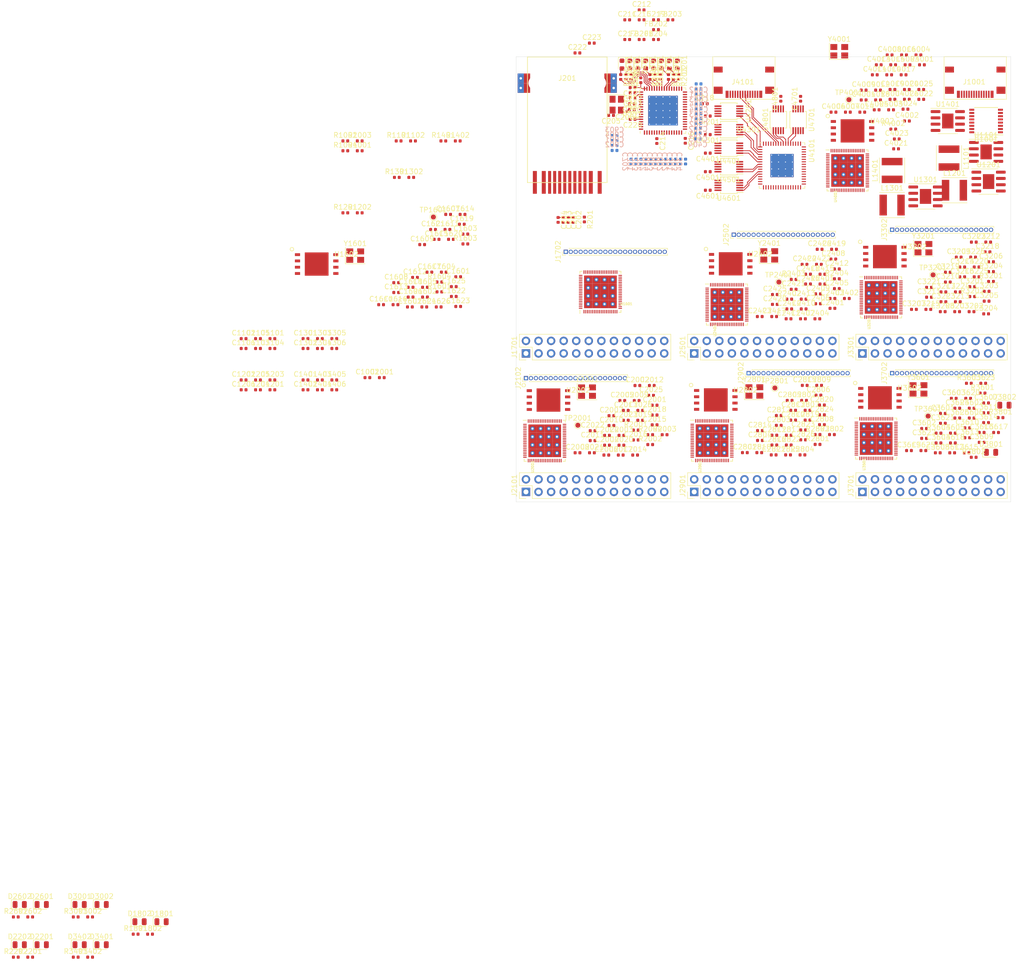
<source format=kicad_pcb>
(kicad_pcb (version 20171130) (host pcbnew 5.1.6+dfsg1-1)
  (layers (0 F.Cu signal) (1 In1.Cu signal) (2 In2.Cu signal) (31 B.Cu signal) (34 B.Paste user) (35 F.Paste user) (36 B.SilkS user) (37 F.SilkS user) (38 B.Mask user) (39 F.Mask user) (44 Edge.Cuts user))
  (net 0 "")
  (net 1 GND)
  (net 2 +12V)
  (net 3 +3V3)
  (net 4 +1V0)
  (net 5 /rtlswch/switch_queen/switch_rxp)
  (net 6 /rtlswch/switch_queen/switch_rxn)
  (net 7 /rtlswch/switch_queen/switch_txp)
  (net 8 /rtlswch/switch_queen/switch_txn)
  (net 9 /rtlswch/upstream_txn)
  (net 10 /rtlswch/upstream_txp)
  (net 11 /rtlswch/upstream_rxn)
  (net 12 /rtlswch/upstream_rxp)
  (net 13 /rtlswch/switch_drone_port7/switch_rxp)
  (net 14 /rtlswch/switch_drone_port7/switch_rxn)
  (net 15 /rtlswch/switch_drone_port7/switch_txn)
  (net 16 /rtlswch/switch_drone_port7/switch_txp)
  (net 17 /rtlswch/switch_drone_port6/switch_txp)
  (net 18 /rtlswch/switch_drone_port6/switch_txn)
  (net 19 /rtlswch/switch_drone_port6/switch_rxn)
  (net 20 /rtlswch/switch_drone_port6/switch_rxp)
  (net 21 /rtlswch/switch_drone_port5/switch_rxp)
  (net 22 /rtlswch/switch_drone_port5/switch_rxn)
  (net 23 /rtlswch/switch_drone_port5/switch_txn)
  (net 24 /rtlswch/switch_drone_port5/switch_txp)
  (net 25 /rtlswch/switch_drone_port4/switch_txp)
  (net 26 /rtlswch/switch_drone_port4/switch_txn)
  (net 27 /rtlswch/switch_drone_port4/switch_rxn)
  (net 28 /rtlswch/switch_drone_port4/switch_rxp)
  (net 29 /rtlswch/switch_drone_port3/switch_rxp)
  (net 30 /rtlswch/switch_drone_port3/switch_rxn)
  (net 31 /rtlswch/switch_drone_port3/switch_txn)
  (net 32 /rtlswch/switch_drone_port3/switch_txp)
  (net 33 /rtlswch/switch_drone_port2/switch_txp)
  (net 34 /rtlswch/switch_drone_port2/switch_txn)
  (net 35 /rtlswch/switch_drone_port2/switch_rxn)
  (net 36 /rtlswch/switch_drone_port2/switch_rxp)
  (net 37 /queen/ethernet_txn)
  (net 38 /queen/ethernet_txp)
  (net 39 /queen/ethernet_rxn)
  (net 40 /queen/ethernet_rxp)
  (net 41 /rtlswch/drone0_txn)
  (net 42 /rtlswch/drone0_txp)
  (net 43 /rtlswch/drone0_rxn)
  (net 44 /rtlswch/drone0_rxp)
  (net 45 /rtlswch/drone1_txn)
  (net 46 /rtlswch/drone1_txp)
  (net 47 /rtlswch/drone1_rxn)
  (net 48 /rtlswch/drone1_rxp)
  (net 49 /rtlswch/drone2_txn)
  (net 50 /rtlswch/drone2_txp)
  (net 51 /rtlswch/drone2_rxn)
  (net 52 /rtlswch/drone2_rxp)
  (net 53 /rtlswch/drone3_txn)
  (net 54 /rtlswch/drone3_txp)
  (net 55 /rtlswch/drone3_rxn)
  (net 56 /rtlswch/drone3_rxp)
  (net 57 /rtlswch/drone4_txn)
  (net 58 /rtlswch/drone4_txp)
  (net 59 /rtlswch/drone4_rxn)
  (net 60 /rtlswch/drone4_rxp)
  (net 61 /rtlswch/drone5_txn)
  (net 62 /rtlswch/drone5_txp)
  (net 63 /rtlswch/drone5_rxn)
  (net 64 /rtlswch/drone5_rxp)
  (net 65 /consoles/console_drone5/usb_dp)
  (net 66 /consoles/console_drone5/usb_dn)
  (net 67 /consoles/console_drone4/usb_dp)
  (net 68 /consoles/console_drone4/usb_dn)
  (net 69 /consoles/console_drone3/usb_dp)
  (net 70 /consoles/console_drone3/usb_dn)
  (net 71 /consoles/console_drone2/usb_dp)
  (net 72 /consoles/console_drone2/usb_dn)
  (net 73 /consoles/console_drone1/usb_dp)
  (net 74 /consoles/console_drone1/usb_dn)
  (net 75 /consoles/console_drone0/usb_dp)
  (net 76 /consoles/console_drone0/usb_dn)
  (net 77 /consoles/console_queen/usb_dp)
  (net 78 /consoles/console_queen/usb_dn)
  (net 79 /queen/console_tx)
  (net 80 /queen/console_rx)
  (net 81 /queen/core/reset)
  (net 82 +1V8)
  (net 83 +5V)
  (net 84 /queen/core/xtal_in)
  (net 85 /queen/core/xtal_out)
  (net 86 /queen/core/spinor_sck)
  (net 87 /queen/core/spinor_miso)
  (net 88 /queen/core/spinor_~wp)
  (net 89 /queen/core/spinor_mosi)
  (net 90 /queen/core/spinor_~cs)
  (net 91 /drone0/drone_core/reset)
  (net 92 /drone0/drone_core/xtal_in)
  (net 93 /drone0/drone_core/xtal_out)
  (net 94 /drone1/drone_core/reset)
  (net 95 /drone1/drone_core/xtal_in)
  (net 96 /drone1/drone_core/xtal_out)
  (net 97 /drone2/drone_core/reset)
  (net 98 /drone2/drone_core/xtal_in)
  (net 99 /drone2/drone_core/xtal_out)
  (net 100 /drone3/drone_core/reset)
  (net 101 /drone3/drone_core/xtal_in)
  (net 102 /drone3/drone_core/xtal_out)
  (net 103 /drone4/drone_core/reset)
  (net 104 /drone4/drone_core/xtal_in)
  (net 105 /drone4/drone_core/xtal_out)
  (net 106 /drone5/drone_core/reset)
  (net 107 /drone5/drone_core/xtal_in)
  (net 108 /drone5/drone_core/xtal_out)
  (net 109 /drone0/drone_core/sr_io2)
  (net 110 /drone0/drone_core/sr_io3)
  (net 111 /drone0/drone_core/sr_io4)
  (net 112 /drone0/drone_core/sr_io5)
  (net 113 /drone0/drone_core/sr_io6)
  (net 114 /drone0/drone_core/sr_io7)
  (net 115 /drone0/drone_core/fuart_rts)
  (net 116 /drone0/drone_core/fuart_cts)
  (net 117 /drone0/drone_core/fuart_tx)
  (net 118 /drone0/drone_core/fuart_rx)
  (net 119 /drone0/drone_core/sar_gpio0)
  (net 120 /drone0/drone_core/sar_gpio1)
  (net 121 /drone0/drone_core/sar_gpio3)
  (net 122 /drone0/drone_core/sar_gpio2)
  (net 123 /drone0/drone_core/spi0_do)
  (net 124 /drone0/drone_core/spi0_di)
  (net 125 /drone0/drone_core/spi0_ck)
  (net 126 /drone0/drone_core/spi0_cz)
  (net 127 /drone0/drone_core/i2c1_sda)
  (net 128 /drone0/drone_core/i2c1_scl)
  (net 129 /drone0/drone_core/pm_gpio4)
  (net 130 /drone0/drone_core/sr_io8)
  (net 131 /drone0/drone_core/sr_io9)
  (net 132 /drone0/drone_core/sr_io10)
  (net 133 /drone0/drone_core/sr_io11)
  (net 134 /drone0/drone_core/sr_io12)
  (net 135 /drone0/drone_core/sr_io13)
  (net 136 /drone0/drone_core/sr_io14)
  (net 137 /drone0/drone_core/sr_io15)
  (net 138 /drone0/drone_core/usb_dp)
  (net 139 /drone0/drone_core/usb_dm)
  (net 140 /drone0/drone_core/pm_sd_cdz)
  (net 141 /drone0/drone_core/sd_clk)
  (net 142 /drone0/drone_core/sd_cmd)
  (net 143 /drone0/drone_core/sd_d0)
  (net 144 /drone0/drone_core/sd_d1)
  (net 145 /drone0/drone_core/sd_d2)
  (net 146 /drone0/drone_core/sd_d3)
  (net 147 /drone1/drone_core/sr_io2)
  (net 148 /drone1/drone_core/sr_io3)
  (net 149 /drone1/drone_core/sr_io4)
  (net 150 /drone1/drone_core/sr_io5)
  (net 151 /drone1/drone_core/sr_io6)
  (net 152 /drone1/drone_core/sr_io7)
  (net 153 /drone1/drone_core/fuart_rts)
  (net 154 /drone1/drone_core/fuart_cts)
  (net 155 /drone1/drone_core/fuart_tx)
  (net 156 /drone1/drone_core/fuart_rx)
  (net 157 /drone1/drone_core/sar_gpio0)
  (net 158 /drone1/drone_core/sar_gpio1)
  (net 159 /drone1/drone_core/sar_gpio3)
  (net 160 /drone1/drone_core/sar_gpio2)
  (net 161 /drone1/drone_core/spi0_do)
  (net 162 /drone1/drone_core/spi0_di)
  (net 163 /drone1/drone_core/spi0_ck)
  (net 164 /drone1/drone_core/spi0_cz)
  (net 165 /drone1/drone_core/i2c1_sda)
  (net 166 /drone1/drone_core/i2c1_scl)
  (net 167 /drone1/drone_core/pm_gpio4)
  (net 168 /drone1/drone_core/sr_io8)
  (net 169 /drone1/drone_core/sr_io9)
  (net 170 /drone1/drone_core/sr_io10)
  (net 171 /drone1/drone_core/sr_io11)
  (net 172 /drone1/drone_core/sr_io12)
  (net 173 /drone1/drone_core/sr_io13)
  (net 174 /drone1/drone_core/sr_io14)
  (net 175 /drone1/drone_core/sr_io15)
  (net 176 /drone1/drone_core/usb_dp)
  (net 177 /drone1/drone_core/usb_dm)
  (net 178 /drone1/drone_core/pm_sd_cdz)
  (net 179 /drone1/drone_core/sd_clk)
  (net 180 /drone1/drone_core/sd_cmd)
  (net 181 /drone1/drone_core/sd_d0)
  (net 182 /drone1/drone_core/sd_d1)
  (net 183 /drone1/drone_core/sd_d2)
  (net 184 /drone1/drone_core/sd_d3)
  (net 185 /drone2/drone_core/sr_io2)
  (net 186 /drone2/drone_core/sr_io3)
  (net 187 /drone2/drone_core/sr_io4)
  (net 188 /drone2/drone_core/sr_io5)
  (net 189 /drone2/drone_core/sr_io6)
  (net 190 /drone2/drone_core/sr_io7)
  (net 191 /drone2/drone_core/fuart_rts)
  (net 192 /drone2/drone_core/fuart_cts)
  (net 193 /drone2/drone_core/fuart_tx)
  (net 194 /drone2/drone_core/fuart_rx)
  (net 195 /drone2/drone_core/sar_gpio0)
  (net 196 /drone2/drone_core/sar_gpio1)
  (net 197 /drone2/drone_core/sar_gpio3)
  (net 198 /drone2/drone_core/sar_gpio2)
  (net 199 /drone2/drone_core/spi0_do)
  (net 200 /drone2/drone_core/spi0_di)
  (net 201 /drone2/drone_core/spi0_ck)
  (net 202 /drone2/drone_core/spi0_cz)
  (net 203 /drone2/drone_core/i2c1_sda)
  (net 204 /drone2/drone_core/i2c1_scl)
  (net 205 /drone2/drone_core/pm_gpio4)
  (net 206 /drone2/drone_core/sr_io8)
  (net 207 /drone2/drone_core/sr_io9)
  (net 208 /drone2/drone_core/sr_io10)
  (net 209 /drone2/drone_core/sr_io11)
  (net 210 /drone2/drone_core/sr_io12)
  (net 211 /drone2/drone_core/sr_io13)
  (net 212 /drone2/drone_core/sr_io14)
  (net 213 /drone2/drone_core/sr_io15)
  (net 214 /drone2/drone_core/usb_dp)
  (net 215 /drone2/drone_core/usb_dm)
  (net 216 /drone2/drone_core/pm_sd_cdz)
  (net 217 /drone2/drone_core/sd_clk)
  (net 218 /drone2/drone_core/sd_cmd)
  (net 219 /drone2/drone_core/sd_d0)
  (net 220 /drone2/drone_core/sd_d1)
  (net 221 /drone2/drone_core/sd_d2)
  (net 222 /drone2/drone_core/sd_d3)
  (net 223 /drone3/drone_core/sr_io2)
  (net 224 /drone3/drone_core/sr_io3)
  (net 225 /drone3/drone_core/sr_io4)
  (net 226 /drone3/drone_core/sr_io5)
  (net 227 /drone3/drone_core/sr_io6)
  (net 228 /drone3/drone_core/sr_io7)
  (net 229 /drone3/drone_core/fuart_rts)
  (net 230 /drone3/drone_core/fuart_cts)
  (net 231 /drone3/drone_core/fuart_tx)
  (net 232 /drone3/drone_core/fuart_rx)
  (net 233 /drone3/drone_core/sar_gpio0)
  (net 234 /drone3/drone_core/sar_gpio1)
  (net 235 /drone3/drone_core/sar_gpio3)
  (net 236 /drone3/drone_core/sar_gpio2)
  (net 237 /drone3/drone_core/spi0_do)
  (net 238 /drone3/drone_core/spi0_di)
  (net 239 /drone3/drone_core/spi0_ck)
  (net 240 /drone3/drone_core/spi0_cz)
  (net 241 /drone3/drone_core/i2c1_sda)
  (net 242 /drone3/drone_core/i2c1_scl)
  (net 243 /drone3/drone_core/pm_gpio4)
  (net 244 /drone3/drone_core/sr_io8)
  (net 245 /drone3/drone_core/sr_io9)
  (net 246 /drone3/drone_core/sr_io10)
  (net 247 /drone3/drone_core/sr_io11)
  (net 248 /drone3/drone_core/sr_io12)
  (net 249 /drone3/drone_core/sr_io13)
  (net 250 /drone3/drone_core/sr_io14)
  (net 251 /drone3/drone_core/sr_io15)
  (net 252 /drone3/drone_core/usb_dp)
  (net 253 /drone3/drone_core/usb_dm)
  (net 254 /drone3/drone_core/pm_sd_cdz)
  (net 255 /drone3/drone_core/sd_clk)
  (net 256 /drone3/drone_core/sd_cmd)
  (net 257 /drone3/drone_core/sd_d0)
  (net 258 /drone3/drone_core/sd_d1)
  (net 259 /drone3/drone_core/sd_d2)
  (net 260 /drone3/drone_core/sd_d3)
  (net 261 /drone4/drone_core/sr_io2)
  (net 262 /drone4/drone_core/sr_io3)
  (net 263 /drone4/drone_core/sr_io4)
  (net 264 /drone4/drone_core/sr_io5)
  (net 265 /drone4/drone_core/sr_io6)
  (net 266 /drone4/drone_core/sr_io7)
  (net 267 /drone4/drone_core/fuart_rts)
  (net 268 /drone4/drone_core/fuart_cts)
  (net 269 /drone4/drone_core/fuart_tx)
  (net 270 /drone4/drone_core/fuart_rx)
  (net 271 /drone4/drone_core/sar_gpio0)
  (net 272 /drone4/drone_core/sar_gpio1)
  (net 273 /drone4/drone_core/sar_gpio3)
  (net 274 /drone4/drone_core/sar_gpio2)
  (net 275 /drone4/drone_core/spi0_do)
  (net 276 /drone4/drone_core/spi0_di)
  (net 277 /drone4/drone_core/spi0_ck)
  (net 278 /drone4/drone_core/spi0_cz)
  (net 279 /drone4/drone_core/i2c1_sda)
  (net 280 /drone4/drone_core/i2c1_scl)
  (net 281 /drone4/drone_core/pm_gpio4)
  (net 282 /drone4/drone_core/sr_io8)
  (net 283 /drone4/drone_core/sr_io9)
  (net 284 /drone4/drone_core/sr_io10)
  (net 285 /drone4/drone_core/sr_io11)
  (net 286 /drone4/drone_core/sr_io12)
  (net 287 /drone4/drone_core/sr_io13)
  (net 288 /drone4/drone_core/sr_io14)
  (net 289 /drone4/drone_core/sr_io15)
  (net 290 /drone4/drone_core/usb_dp)
  (net 291 /drone4/drone_core/usb_dm)
  (net 292 /drone4/drone_core/pm_sd_cdz)
  (net 293 /drone4/drone_core/sd_clk)
  (net 294 /drone4/drone_core/sd_cmd)
  (net 295 /drone4/drone_core/sd_d0)
  (net 296 /drone4/drone_core/sd_d1)
  (net 297 /drone4/drone_core/sd_d2)
  (net 298 /drone4/drone_core/sd_d3)
  (net 299 /drone5/drone_core/sr_io2)
  (net 300 /drone5/drone_core/sr_io3)
  (net 301 /drone5/drone_core/sr_io4)
  (net 302 /drone5/drone_core/sr_io5)
  (net 303 /drone5/drone_core/sr_io6)
  (net 304 /drone5/drone_core/sr_io7)
  (net 305 /drone5/drone_core/fuart_rts)
  (net 306 /drone5/drone_core/fuart_cts)
  (net 307 /drone5/drone_core/fuart_tx)
  (net 308 /drone5/drone_core/fuart_rx)
  (net 309 /drone5/drone_core/sar_gpio0)
  (net 310 /drone5/drone_core/sar_gpio1)
  (net 311 /drone5/drone_core/sar_gpio3)
  (net 312 /drone5/drone_core/sar_gpio2)
  (net 313 /drone5/drone_core/spi0_do)
  (net 314 /drone5/drone_core/spi0_di)
  (net 315 /drone5/drone_core/spi0_ck)
  (net 316 /drone5/drone_core/spi0_cz)
  (net 317 /drone5/drone_core/i2c1_sda)
  (net 318 /drone5/drone_core/i2c1_scl)
  (net 319 /drone5/drone_core/pm_gpio4)
  (net 320 /drone5/drone_core/sr_io8)
  (net 321 /drone5/drone_core/sr_io9)
  (net 322 /drone5/drone_core/sr_io10)
  (net 323 /drone5/drone_core/sr_io11)
  (net 324 /drone5/drone_core/sr_io12)
  (net 325 /drone5/drone_core/sr_io13)
  (net 326 /drone5/drone_core/sr_io14)
  (net 327 /drone5/drone_core/sr_io15)
  (net 328 /drone5/drone_core/usb_dp)
  (net 329 /drone5/drone_core/usb_dm)
  (net 330 /drone5/drone_core/pm_sd_cdz)
  (net 331 /drone5/drone_core/sd_clk)
  (net 332 /drone5/drone_core/sd_cmd)
  (net 333 /drone5/drone_core/sd_d0)
  (net 334 /drone5/drone_core/sd_d1)
  (net 335 /drone5/drone_core/sd_d2)
  (net 336 /drone5/drone_core/sd_d3)
  (net 337 /drone0/drone_leds/led0)
  (net 338 /drone0/drone_leds/led1)
  (net 339 /drone1/drone_leds/led0)
  (net 340 /drone1/drone_leds/led1)
  (net 341 /drone2/drone_leds/led0)
  (net 342 /drone2/drone_leds/led1)
  (net 343 /drone3/drone_leds/led0)
  (net 344 /drone3/drone_leds/led1)
  (net 345 /drone4/drone_leds/led0)
  (net 346 /drone4/drone_leds/led1)
  (net 347 /drone5/drone_leds/led0)
  (net 348 /drone5/drone_leds/led1)
  (net 349 /drone0/drone_core/spinor_sck)
  (net 350 /drone0/drone_core/spinor_miso)
  (net 351 /drone0/drone_core/spinor_~wp)
  (net 352 /drone0/drone_core/spinor_mosi)
  (net 353 /drone0/drone_core/spinor_~cs)
  (net 354 /drone1/drone_core/spinor_sck)
  (net 355 /drone1/drone_core/spinor_miso)
  (net 356 /drone1/drone_core/spinor_~wp)
  (net 357 /drone1/drone_core/spinor_mosi)
  (net 358 /drone1/drone_core/spinor_~cs)
  (net 359 /drone2/drone_core/spinor_sck)
  (net 360 /drone2/drone_core/spinor_miso)
  (net 361 /drone2/drone_core/spinor_~wp)
  (net 362 /drone2/drone_core/spinor_mosi)
  (net 363 /drone2/drone_core/spinor_~cs)
  (net 364 /drone3/drone_core/spinor_sck)
  (net 365 /drone3/drone_core/spinor_miso)
  (net 366 /drone3/drone_core/spinor_~wp)
  (net 367 /drone3/drone_core/spinor_mosi)
  (net 368 /drone3/drone_core/spinor_~cs)
  (net 369 /drone4/drone_core/spinor_sck)
  (net 370 /drone4/drone_core/spinor_miso)
  (net 371 /drone4/drone_core/spinor_~wp)
  (net 372 /drone4/drone_core/spinor_mosi)
  (net 373 /drone4/drone_core/spinor_~cs)
  (net 374 /drone5/drone_core/spinor_sck)
  (net 375 /drone5/drone_core/spinor_miso)
  (net 376 /drone5/drone_core/spinor_~wp)
  (net 377 /drone5/drone_core/spinor_mosi)
  (net 378 /drone5/drone_core/spinor_~cs)
  (net 379 "Net-(C201-Pad1)")
  (net 380 "Net-(C203-Pad1)")
  (net 381 "Net-(C1601-Pad1)")
  (net 382 "Net-(C1602-Pad1)")
  (net 383 "Net-(C1604-Pad1)")
  (net 384 "Net-(C2001-Pad1)")
  (net 385 "Net-(C2002-Pad1)")
  (net 386 "Net-(C2004-Pad1)")
  (net 387 "Net-(C2401-Pad1)")
  (net 388 "Net-(C2402-Pad1)")
  (net 389 "Net-(C2404-Pad1)")
  (net 390 "Net-(C2801-Pad1)")
  (net 391 "Net-(C2802-Pad1)")
  (net 392 "Net-(C2804-Pad1)")
  (net 393 "Net-(C3201-Pad1)")
  (net 394 "Net-(C3202-Pad1)")
  (net 395 "Net-(C3204-Pad1)")
  (net 396 "Net-(C3601-Pad1)")
  (net 397 "Net-(C3602-Pad1)")
  (net 398 "Net-(C3604-Pad1)")
  (net 399 "Net-(C4001-Pad1)")
  (net 400 "Net-(C4002-Pad1)")
  (net 401 "Net-(C4004-Pad1)")
  (net 402 "Net-(D1801-Pad2)")
  (net 403 "Net-(D1802-Pad2)")
  (net 404 "Net-(D2201-Pad2)")
  (net 405 "Net-(D2202-Pad2)")
  (net 406 "Net-(D2601-Pad2)")
  (net 407 "Net-(D2602-Pad2)")
  (net 408 "Net-(D3001-Pad2)")
  (net 409 "Net-(D3002-Pad2)")
  (net 410 "Net-(D3401-Pad2)")
  (net 411 "Net-(D3402-Pad2)")
  (net 412 "Net-(D3801-Pad2)")
  (net 413 "Net-(D3802-Pad2)")
  (net 414 "Net-(J201-Pad10)")
  (net 415 "Net-(J1001-Padb5)")
  (net 416 "Net-(C1001-Pad1)")
  (net 417 "Net-(J1001-Padshield)")
  (net 418 "Net-(J4101-Pada1)")
  (net 419 "Net-(J4101-Pada4)")
  (net 420 "Net-(J4101-Pada6)")
  (net 421 "Net-(J4101-Pada7)")
  (net 422 "Net-(J4101-Padshield)")
  (net 423 "Net-(TP1601-Pad1)")
  (net 424 "Net-(TP2001-Pad1)")
  (net 425 "Net-(TP2401-Pad1)")
  (net 426 "Net-(TP2801-Pad1)")
  (net 427 "Net-(TP3201-Pad1)")
  (net 428 "Net-(TP3601-Pad1)")
  (net 429 "Net-(TP4001-Pad1)")
  (net 430 "Net-(R202-Pad1)")
  (net 431 "Net-(R1001-Pad2)")
  (net 432 "Net-(C1102-Pad1)")
  (net 433 "Net-(C1105-Pad2)")
  (net 434 "Net-(C1101-Pad1)")
  (net 435 "Net-(C1104-Pad1)")
  (net 436 "Net-(C1104-Pad2)")
  (net 437 "Net-(C1202-Pad1)")
  (net 438 "Net-(C1205-Pad2)")
  (net 439 "Net-(C1201-Pad1)")
  (net 440 "Net-(C1204-Pad1)")
  (net 441 "Net-(C1204-Pad2)")
  (net 442 "Net-(C1302-Pad1)")
  (net 443 "Net-(C1305-Pad2)")
  (net 444 "Net-(C1301-Pad1)")
  (net 445 "Net-(C1304-Pad1)")
  (net 446 "Net-(C1304-Pad2)")
  (net 447 "Net-(C1402-Pad1)")
  (net 448 "Net-(C1405-Pad2)")
  (net 449 "Net-(C1401-Pad1)")
  (net 450 "Net-(C1404-Pad1)")
  (net 451 "Net-(C1404-Pad2)")
  (net 452 "Net-(D201-Pad2)")
  (net 453 /rtlswch/switch_drone_port4/led)
  (net 454 /rtlswch/switch_drone_port5/led)
  (net 455 /rtlswch/switch_drone_port6/led)
  (net 456 /rtlswch/switch_drone_port7/led)
  (net 457 /rtlswch/switch_drone_port2/led)
  (net 458 /rtlswch/switch_drone_port3/led)
  (net 459 /rtlswch/switch_queen/led)
  (net 460 "Net-(D301-Pad2)")
  (net 461 "Net-(D401-Pad2)")
  (net 462 "Net-(D501-Pad2)")
  (net 463 "Net-(D601-Pad2)")
  (net 464 "Net-(D701-Pad2)")
  (net 465 "Net-(D801-Pad2)")
  (net 466 "Net-(D901-Pad2)")
  (net 467 "Net-(R203-Pad2)")
  (net 468 "Net-(C205-Pad2)")
  (net 469 "Net-(C206-Pad1)")
  (net 470 /rtlswch/pll_1v0)
  (net 471 /rtlswch/analog_1v0)
  (net 472 /rtlswch/pll_3v3)
  (net 473 /rtlswch/analog_3v3)
  (net 474 /rtlswch/sw_1v0)
  (module Capacitor_SMD:C_0402_1005Metric (layer F.Cu) (at 105.31 32.25)
    (fp_text reference C223 (at 0 -1.17) (layer F.SilkS))
    (fp_text value C)
    (pad 2 smd roundrect (at 0.485 0) (size 0.59 0.64) (layers F.Cu F.Paste F.Mask) (net 1 GND))
    (pad 1 smd roundrect (at -0.485 0) (size 0.59 0.64) (layers F.Cu F.Paste F.Mask) (net 474 /rtlswch/sw_1v0))
  )
  (module Capacitor_SMD:C_0402_1005Metric (layer F.Cu) (at 102.4 34.24)
    (fp_text reference C222 (at 0 -1.17) (layer F.SilkS))
    (fp_text value C)
    (pad 2 smd roundrect (at 0.485 0) (size 0.59 0.64) (layers F.Cu F.Paste F.Mask) (net 1 GND))
    (pad 1 smd roundrect (at -0.485 0) (size 0.59 0.64) (layers F.Cu F.Paste F.Mask) (net 474 /rtlswch/sw_1v0))
  )
  (module Capacitor_SMD:C_0402_1005Metric (layer F.Cu) (at 113.55 41.25 180)
    (fp_text reference C221 (at 0 -1.17) (layer F.SilkS))
    (fp_text value C)
    (pad 2 smd roundrect (at 0.485 0 180) (size 0.59 0.64) (layers F.Cu F.Paste F.Mask) (net 1 GND))
    (pad 1 smd roundrect (at -0.485 0 180) (size 0.59 0.64) (layers F.Cu F.Paste F.Mask) (net 474 /rtlswch/sw_1v0))
  )
  (module Inductor_SMD:L_0402_1005Metric (layer F.Cu) (at 118.28 31.52)
    (fp_text reference FB204 (at 0 -1.17) (layer F.SilkS))
    (fp_text value Ferrite_Bead)
    (pad 2 smd roundrect (at 0.485 0) (size 0.59 0.64) (layers F.Cu F.Paste F.Mask) (net 3 +3V3))
    (pad 1 smd roundrect (at -0.485 0) (size 0.59 0.64) (layers F.Cu F.Paste F.Mask) (net 473 /rtlswch/analog_3v3))
  )
  (module Inductor_SMD:L_0402_1005Metric (layer F.Cu) (at 121.19 27.54)
    (fp_text reference FB203 (at 0 -1.17) (layer F.SilkS))
    (fp_text value Ferrite_Bead)
    (pad 2 smd roundrect (at 0.485 0) (size 0.59 0.64) (layers F.Cu F.Paste F.Mask) (net 3 +3V3))
    (pad 1 smd roundrect (at -0.485 0) (size 0.59 0.64) (layers F.Cu F.Paste F.Mask) (net 472 /rtlswch/pll_3v3))
  )
  (module Inductor_SMD:L_0402_1005Metric (layer F.Cu) (at 118.28 29.53)
    (fp_text reference FB202 (at 0 -1.17) (layer F.SilkS))
    (fp_text value Ferrite_Bead)
    (pad 2 smd roundrect (at 0.485 0) (size 0.59 0.64) (layers F.Cu F.Paste F.Mask) (net 474 /rtlswch/sw_1v0))
    (pad 1 smd roundrect (at -0.485 0) (size 0.59 0.64) (layers F.Cu F.Paste F.Mask) (net 471 /rtlswch/analog_1v0))
  )
  (module Inductor_SMD:L_0402_1005Metric (layer F.Cu) (at 115.37 31.52)
    (fp_text reference FB201 (at 0 -1.17) (layer F.SilkS))
    (fp_text value Ferrite_Bead)
    (pad 2 smd roundrect (at 0.485 0) (size 0.59 0.64) (layers F.Cu F.Paste F.Mask) (net 474 /rtlswch/sw_1v0))
    (pad 1 smd roundrect (at -0.485 0) (size 0.59 0.64) (layers F.Cu F.Paste F.Mask) (net 470 /rtlswch/pll_1v0))
  )
  (module Capacitor_SMD:C_0402_1005Metric (layer F.Cu) (at 113.55 47.65 180)
    (fp_text reference C220 (at 0 -1.17) (layer F.SilkS))
    (fp_text value C)
    (pad 2 smd roundrect (at 0.485 0 180) (size 0.59 0.64) (layers F.Cu F.Paste F.Mask) (net 1 GND))
    (pad 1 smd roundrect (at -0.485 0 180) (size 0.59 0.64) (layers F.Cu F.Paste F.Mask) (net 473 /rtlswch/analog_3v3))
  )
  (module Capacitor_SMD:C_0402_1005Metric (layer F.Cu) (at 118.28 27.54)
    (fp_text reference C219 (at 0 -1.17) (layer F.SilkS))
    (fp_text value C)
    (pad 2 smd roundrect (at 0.485 0) (size 0.59 0.64) (layers F.Cu F.Paste F.Mask) (net 1 GND))
    (pad 1 smd roundrect (at -0.485 0) (size 0.59 0.64) (layers F.Cu F.Paste F.Mask) (net 471 /rtlswch/analog_1v0))
  )
  (module Capacitor_SMD:C_0402_1005Metric (layer F.Cu) (at 128.15 44.5)
    (fp_text reference C218 (at 0 -1.17) (layer F.SilkS))
    (fp_text value C)
    (pad 2 smd roundrect (at 0.485 0) (size 0.59 0.64) (layers F.Cu F.Paste F.Mask) (net 1 GND))
    (pad 1 smd roundrect (at -0.485 0) (size 0.59 0.64) (layers F.Cu F.Paste F.Mask) (net 473 /rtlswch/analog_3v3))
  )
  (module Capacitor_SMD:C_0402_1005Metric (layer F.Cu) (at 112.46 31.52)
    (fp_text reference C217 (at 0 -1.17) (layer F.SilkS))
    (fp_text value C)
    (pad 2 smd roundrect (at 0.485 0) (size 0.59 0.64) (layers F.Cu F.Paste F.Mask) (net 1 GND))
    (pad 1 smd roundrect (at -0.485 0) (size 0.59 0.64) (layers F.Cu F.Paste F.Mask) (net 471 /rtlswch/analog_1v0))
  )
  (module Capacitor_SMD:C_0402_1005Metric (layer F.Cu) (at 124.2 52 270)
    (fp_text reference C216 (at 0 -1.17 90) (layer F.SilkS))
    (fp_text value C)
    (pad 2 smd roundrect (at 0.485 0 270) (size 0.59 0.64) (layers F.Cu F.Paste F.Mask) (net 1 GND))
    (pad 1 smd roundrect (at -0.485 0 270) (size 0.59 0.64) (layers F.Cu F.Paste F.Mask) (net 473 /rtlswch/analog_3v3))
  )
  (module Capacitor_SMD:C_0402_1005Metric (layer F.Cu) (at 115.37 27.54)
    (fp_text reference C215 (at 0 -1.17) (layer F.SilkS))
    (fp_text value C)
    (pad 2 smd roundrect (at 0.485 0) (size 0.59 0.64) (layers F.Cu F.Paste F.Mask) (net 1 GND))
    (pad 1 smd roundrect (at -0.485 0) (size 0.59 0.64) (layers F.Cu F.Paste F.Mask) (net 471 /rtlswch/analog_1v0))
  )
  (module Capacitor_SMD:C_0402_1005Metric (layer F.Cu) (at 118.45 52.05 270)
    (fp_text reference C214 (at 0 -1.17 90) (layer F.SilkS))
    (fp_text value C)
    (pad 2 smd roundrect (at 0.485 0 270) (size 0.59 0.64) (layers F.Cu F.Paste F.Mask) (net 1 GND))
    (pad 1 smd roundrect (at -0.485 0 270) (size 0.59 0.64) (layers F.Cu F.Paste F.Mask) (net 473 /rtlswch/analog_3v3))
  )
  (module Capacitor_SMD:C_0402_1005Metric (layer F.Cu) (at 113.55 43.3 180)
    (fp_text reference C213 (at 0 -1.17) (layer F.SilkS))
    (fp_text value C)
    (pad 2 smd roundrect (at 0.485 0 180) (size 0.59 0.64) (layers F.Cu F.Paste F.Mask) (net 1 GND))
    (pad 1 smd roundrect (at -0.485 0 180) (size 0.59 0.64) (layers F.Cu F.Paste F.Mask) (net 472 /rtlswch/pll_3v3))
  )
  (module Capacitor_SMD:C_0402_1005Metric (layer F.Cu) (at 115.37 25.55)
    (fp_text reference C212 (at 0 -1.17) (layer F.SilkS))
    (fp_text value C)
    (pad 2 smd roundrect (at 0.485 0) (size 0.59 0.64) (layers F.Cu F.Paste F.Mask) (net 1 GND))
    (pad 1 smd roundrect (at -0.485 0) (size 0.59 0.64) (layers F.Cu F.Paste F.Mask) (net 471 /rtlswch/analog_1v0))
  )
  (module Capacitor_SMD:C_0402_1005Metric (layer F.Cu) (at 112.46 27.54)
    (fp_text reference C211 (at 0 -1.17) (layer F.SilkS))
    (fp_text value C)
    (pad 2 smd roundrect (at 0.485 0) (size 0.59 0.64) (layers F.Cu F.Paste F.Mask) (net 1 GND))
    (pad 1 smd roundrect (at -0.485 0) (size 0.59 0.64) (layers F.Cu F.Paste F.Mask) (net 471 /rtlswch/analog_1v0))
  )
  (module Capacitor_SMD:C_0402_1005Metric (layer F.Cu) (at 113.4 44.55 180)
    (fp_text reference C210 (at 0 -1.17) (layer F.SilkS))
    (fp_text value C)
    (pad 2 smd roundrect (at 0.485 0 180) (size 0.59 0.64) (layers F.Cu F.Paste F.Mask) (net 1 GND))
    (pad 1 smd roundrect (at -0.485 0 180) (size 0.59 0.64) (layers F.Cu F.Paste F.Mask) (net 470 /rtlswch/pll_1v0))
  )
  (module Capacitor_SMD:C_0402_1005Metric (layer F.Cu) (at 119.15 39.1 90)
    (fp_text reference C209 (at 0 -1.17 90) (layer F.SilkS))
    (fp_text value C)
    (pad 2 smd roundrect (at 0.485 0 90) (size 0.59 0.64) (layers F.Cu F.Paste F.Mask) (net 1 GND))
    (pad 1 smd roundrect (at -0.485 0 90) (size 0.59 0.64) (layers F.Cu F.Paste F.Mask) (net 3 +3V3))
  )
  (module Capacitor_SMD:C_0402_1005Metric (layer F.Cu) (at 115.2 39.75 90)
    (fp_text reference C208 (at 0 -1.17 90) (layer F.SilkS))
    (fp_text value C)
    (pad 2 smd roundrect (at 0.485 0 90) (size 0.59 0.64) (layers F.Cu F.Paste F.Mask) (net 1 GND))
    (pad 1 smd roundrect (at -0.485 0 90) (size 0.59 0.64) (layers F.Cu F.Paste F.Mask) (net 474 /rtlswch/sw_1v0))
  )
  (module Capacitor_SMD:C_0402_1005Metric (layer F.Cu) (at 113.55 42.3 180)
    (fp_text reference C207 (at 0 -1.17) (layer F.SilkS))
    (fp_text value C)
    (pad 2 smd roundrect (at 0.485 0 180) (size 0.59 0.64) (layers F.Cu F.Paste F.Mask) (net 1 GND))
    (pad 1 smd roundrect (at -0.485 0 180) (size 0.59 0.64) (layers F.Cu F.Paste F.Mask) (net 3 +3V3))
  )
  (module Crystal:Crystal_SMD_Abracon_ABM8G-4Pin_3.2x2.5mm (layer F.Cu) (at 110.35 44.7 270)
    (fp_text reference Y201 (at 0 -2.45 90) (layer F.SilkS))
    (fp_text value 25MHz)
    (pad 4 smd rect (at -1.1 -0.85 270) (size 1.4 1.2) (layers F.Cu F.Paste F.Mask) (net 1 GND))
    (pad 3 smd rect (at 1.1 -0.85 270) (size 1.4 1.2) (layers F.Cu F.Paste F.Mask) (net 469 "Net-(C206-Pad1)"))
    (pad 2 smd rect (at 1.1 0.85 270) (size 1.4 1.2) (layers F.Cu F.Paste F.Mask) (net 1 GND))
    (pad 1 smd rect (at -1.1 0.85 270) (size 1.4 1.2) (layers F.Cu F.Paste F.Mask) (net 468 "Net-(C205-Pad2)"))
  )
  (module Capacitor_SMD:C_0402_1005Metric (layer F.Cu) (at 53.26 102.36)
    (fp_text reference C1406 (at 0 -1.17) (layer F.SilkS))
    (fp_text value C)
    (pad 2 smd roundrect (at 0.485 0) (size 0.59 0.64) (layers F.Cu F.Paste F.Mask) (net 1 GND))
    (pad 1 smd roundrect (at -0.485 0) (size 0.59 0.64) (layers F.Cu F.Paste F.Mask) (net 4 +1V0))
  )
  (module Capacitor_SMD:C_0402_1005Metric (layer F.Cu) (at 53.26 100.37)
    (fp_text reference C1405 (at 0 -1.17) (layer F.SilkS))
    (fp_text value C)
    (pad 2 smd roundrect (at 0.485 0) (size 0.59 0.64) (layers F.Cu F.Paste F.Mask) (net 448 "Net-(C1405-Pad2)"))
    (pad 1 smd roundrect (at -0.485 0) (size 0.59 0.64) (layers F.Cu F.Paste F.Mask) (net 4 +1V0))
  )
  (module Capacitor_SMD:C_0402_1005Metric (layer F.Cu) (at 50.35 102.36)
    (fp_text reference C1404 (at 0 -1.17) (layer F.SilkS))
    (fp_text value C)
    (pad 2 smd roundrect (at 0.485 0) (size 0.59 0.64) (layers F.Cu F.Paste F.Mask) (net 451 "Net-(C1404-Pad2)"))
    (pad 1 smd roundrect (at -0.485 0) (size 0.59 0.64) (layers F.Cu F.Paste F.Mask) (net 450 "Net-(C1404-Pad1)"))
  )
  (module Capacitor_SMD:C_0402_1005Metric (layer F.Cu) (at 50.35 100.37)
    (fp_text reference C1403 (at 0 -1.17) (layer F.SilkS))
    (fp_text value C)
    (pad 2 smd roundrect (at 0.485 0) (size 0.59 0.64) (layers F.Cu F.Paste F.Mask) (net 2 +12V))
    (pad 1 smd roundrect (at -0.485 0) (size 0.59 0.64) (layers F.Cu F.Paste F.Mask) (net 1 GND))
  )
  (module Capacitor_SMD:C_0402_1005Metric (layer F.Cu) (at 47.44 102.36)
    (fp_text reference C1402 (at 0 -1.17) (layer F.SilkS))
    (fp_text value C)
    (pad 2 smd roundrect (at 0.485 0) (size 0.59 0.64) (layers F.Cu F.Paste F.Mask) (net 1 GND))
    (pad 1 smd roundrect (at -0.485 0) (size 0.59 0.64) (layers F.Cu F.Paste F.Mask) (net 447 "Net-(C1402-Pad1)"))
  )
  (module Capacitor_SMD:C_0402_1005Metric (layer F.Cu) (at 47.44 100.37)
    (fp_text reference C1401 (at 0 -1.17) (layer F.SilkS))
    (fp_text value C)
    (pad 2 smd roundrect (at 0.485 0) (size 0.59 0.64) (layers F.Cu F.Paste F.Mask) (net 1 GND))
    (pad 1 smd roundrect (at -0.485 0) (size 0.59 0.64) (layers F.Cu F.Paste F.Mask) (net 449 "Net-(C1401-Pad1)"))
  )
  (module Capacitor_SMD:C_0402_1005Metric (layer F.Cu) (at 53.26 94)
    (fp_text reference C1306 (at 0 -1.17) (layer F.SilkS))
    (fp_text value C)
    (pad 2 smd roundrect (at 0.485 0) (size 0.59 0.64) (layers F.Cu F.Paste F.Mask) (net 1 GND))
    (pad 1 smd roundrect (at -0.485 0) (size 0.59 0.64) (layers F.Cu F.Paste F.Mask) (net 82 +1V8))
  )
  (module Capacitor_SMD:C_0402_1005Metric (layer F.Cu) (at 53.26 92.01)
    (fp_text reference C1305 (at 0 -1.17) (layer F.SilkS))
    (fp_text value C)
    (pad 2 smd roundrect (at 0.485 0) (size 0.59 0.64) (layers F.Cu F.Paste F.Mask) (net 443 "Net-(C1305-Pad2)"))
    (pad 1 smd roundrect (at -0.485 0) (size 0.59 0.64) (layers F.Cu F.Paste F.Mask) (net 82 +1V8))
  )
  (module Capacitor_SMD:C_0402_1005Metric (layer F.Cu) (at 50.35 94)
    (fp_text reference C1304 (at 0 -1.17) (layer F.SilkS))
    (fp_text value C)
    (pad 2 smd roundrect (at 0.485 0) (size 0.59 0.64) (layers F.Cu F.Paste F.Mask) (net 446 "Net-(C1304-Pad2)"))
    (pad 1 smd roundrect (at -0.485 0) (size 0.59 0.64) (layers F.Cu F.Paste F.Mask) (net 445 "Net-(C1304-Pad1)"))
  )
  (module Capacitor_SMD:C_0402_1005Metric (layer F.Cu) (at 50.35 92.01)
    (fp_text reference C1303 (at 0 -1.17) (layer F.SilkS))
    (fp_text value C)
    (pad 2 smd roundrect (at 0.485 0) (size 0.59 0.64) (layers F.Cu F.Paste F.Mask) (net 2 +12V))
    (pad 1 smd roundrect (at -0.485 0) (size 0.59 0.64) (layers F.Cu F.Paste F.Mask) (net 1 GND))
  )
  (module Capacitor_SMD:C_0402_1005Metric (layer F.Cu) (at 47.44 94)
    (fp_text reference C1302 (at 0 -1.17) (layer F.SilkS))
    (fp_text value C)
    (pad 2 smd roundrect (at 0.485 0) (size 0.59 0.64) (layers F.Cu F.Paste F.Mask) (net 1 GND))
    (pad 1 smd roundrect (at -0.485 0) (size 0.59 0.64) (layers F.Cu F.Paste F.Mask) (net 442 "Net-(C1302-Pad1)"))
  )
  (module Capacitor_SMD:C_0402_1005Metric (layer F.Cu) (at 47.44 92.01)
    (fp_text reference C1301 (at 0 -1.17) (layer F.SilkS))
    (fp_text value C)
    (pad 2 smd roundrect (at 0.485 0) (size 0.59 0.64) (layers F.Cu F.Paste F.Mask) (net 1 GND))
    (pad 1 smd roundrect (at -0.485 0) (size 0.59 0.64) (layers F.Cu F.Paste F.Mask) (net 444 "Net-(C1301-Pad1)"))
  )
  (module Capacitor_SMD:C_0402_1005Metric (layer F.Cu) (at 34.93 102.36)
    (fp_text reference C1206 (at 0 -1.17) (layer F.SilkS))
    (fp_text value C)
    (pad 2 smd roundrect (at 0.485 0) (size 0.59 0.64) (layers F.Cu F.Paste F.Mask) (net 1 GND))
    (pad 1 smd roundrect (at -0.485 0) (size 0.59 0.64) (layers F.Cu F.Paste F.Mask) (net 3 +3V3))
  )
  (module Capacitor_SMD:C_0402_1005Metric (layer F.Cu) (at 37.84 100.37)
    (fp_text reference C1205 (at 0 -1.17) (layer F.SilkS))
    (fp_text value C)
    (pad 2 smd roundrect (at 0.485 0) (size 0.59 0.64) (layers F.Cu F.Paste F.Mask) (net 438 "Net-(C1205-Pad2)"))
    (pad 1 smd roundrect (at -0.485 0) (size 0.59 0.64) (layers F.Cu F.Paste F.Mask) (net 3 +3V3))
  )
  (module Capacitor_SMD:C_0402_1005Metric (layer F.Cu) (at 37.84 102.36)
    (fp_text reference C1204 (at 0 -1.17) (layer F.SilkS))
    (fp_text value C)
    (pad 2 smd roundrect (at 0.485 0) (size 0.59 0.64) (layers F.Cu F.Paste F.Mask) (net 441 "Net-(C1204-Pad2)"))
    (pad 1 smd roundrect (at -0.485 0) (size 0.59 0.64) (layers F.Cu F.Paste F.Mask) (net 440 "Net-(C1204-Pad1)"))
  )
  (module Capacitor_SMD:C_0402_1005Metric (layer F.Cu) (at 40.75 100.37)
    (fp_text reference C1203 (at 0 -1.17) (layer F.SilkS))
    (fp_text value C)
    (pad 2 smd roundrect (at 0.485 0) (size 0.59 0.64) (layers F.Cu F.Paste F.Mask) (net 2 +12V))
    (pad 1 smd roundrect (at -0.485 0) (size 0.59 0.64) (layers F.Cu F.Paste F.Mask) (net 1 GND))
  )
  (module Capacitor_SMD:C_0402_1005Metric (layer F.Cu) (at 34.93 100.37)
    (fp_text reference C1202 (at 0 -1.17) (layer F.SilkS))
    (fp_text value C)
    (pad 2 smd roundrect (at 0.485 0) (size 0.59 0.64) (layers F.Cu F.Paste F.Mask) (net 1 GND))
    (pad 1 smd roundrect (at -0.485 0) (size 0.59 0.64) (layers F.Cu F.Paste F.Mask) (net 437 "Net-(C1202-Pad1)"))
  )
  (module Capacitor_SMD:C_0402_1005Metric (layer F.Cu) (at 40.75 102.36)
    (fp_text reference C1201 (at 0 -1.17) (layer F.SilkS))
    (fp_text value C)
    (pad 2 smd roundrect (at 0.485 0) (size 0.59 0.64) (layers F.Cu F.Paste F.Mask) (net 1 GND))
    (pad 1 smd roundrect (at -0.485 0) (size 0.59 0.64) (layers F.Cu F.Paste F.Mask) (net 439 "Net-(C1201-Pad1)"))
  )
  (module Capacitor_SMD:C_0402_1005Metric (layer F.Cu) (at 34.93 94)
    (fp_text reference C1106 (at 0 -1.17) (layer F.SilkS))
    (fp_text value C)
    (pad 2 smd roundrect (at 0.485 0) (size 0.59 0.64) (layers F.Cu F.Paste F.Mask) (net 1 GND))
    (pad 1 smd roundrect (at -0.485 0) (size 0.59 0.64) (layers F.Cu F.Paste F.Mask) (net 83 +5V))
  )
  (module Capacitor_SMD:C_0402_1005Metric (layer F.Cu) (at 37.84 92.01)
    (fp_text reference C1105 (at 0 -1.17) (layer F.SilkS))
    (fp_text value C)
    (pad 2 smd roundrect (at 0.485 0) (size 0.59 0.64) (layers F.Cu F.Paste F.Mask) (net 433 "Net-(C1105-Pad2)"))
    (pad 1 smd roundrect (at -0.485 0) (size 0.59 0.64) (layers F.Cu F.Paste F.Mask) (net 83 +5V))
  )
  (module Capacitor_SMD:C_0402_1005Metric (layer F.Cu) (at 40.75 94)
    (fp_text reference C1104 (at 0 -1.17) (layer F.SilkS))
    (fp_text value C)
    (pad 2 smd roundrect (at 0.485 0) (size 0.59 0.64) (layers F.Cu F.Paste F.Mask) (net 436 "Net-(C1104-Pad2)"))
    (pad 1 smd roundrect (at -0.485 0) (size 0.59 0.64) (layers F.Cu F.Paste F.Mask) (net 435 "Net-(C1104-Pad1)"))
  )
  (module Capacitor_SMD:C_0402_1005Metric (layer F.Cu) (at 37.84 94)
    (fp_text reference C1103 (at 0 -1.17) (layer F.SilkS))
    (fp_text value C)
    (pad 2 smd roundrect (at 0.485 0) (size 0.59 0.64) (layers F.Cu F.Paste F.Mask) (net 2 +12V))
    (pad 1 smd roundrect (at -0.485 0) (size 0.59 0.64) (layers F.Cu F.Paste F.Mask) (net 1 GND))
  )
  (module Capacitor_SMD:C_0402_1005Metric (layer F.Cu) (at 34.93 92.01)
    (fp_text reference C1102 (at 0 -1.17) (layer F.SilkS))
    (fp_text value C)
    (pad 2 smd roundrect (at 0.485 0) (size 0.59 0.64) (layers F.Cu F.Paste F.Mask) (net 1 GND))
    (pad 1 smd roundrect (at -0.485 0) (size 0.59 0.64) (layers F.Cu F.Paste F.Mask) (net 432 "Net-(C1102-Pad1)"))
  )
  (module Capacitor_SMD:C_0402_1005Metric (layer F.Cu) (at 40.75 92.01)
    (fp_text reference C1101 (at 0 -1.17) (layer F.SilkS))
    (fp_text value C)
    (pad 2 smd roundrect (at 0.485 0) (size 0.59 0.64) (layers F.Cu F.Paste F.Mask) (net 1 GND))
    (pad 1 smd roundrect (at -0.485 0) (size 0.59 0.64) (layers F.Cu F.Paste F.Mask) (net 434 "Net-(C1101-Pad1)"))
  )
  (module Capacitor_SMD:C_0402_1005Metric (layer F.Cu) (at 59.95 99.89)
    (fp_text reference C1002 (at 0 -1.17) (layer F.SilkS))
    (fp_text value C)
    (pad 2 smd roundrect (at 0.485 0) (size 0.59 0.64) (layers F.Cu F.Paste F.Mask) (net 1 GND))
    (pad 1 smd roundrect (at -0.485 0) (size 0.59 0.64) (layers F.Cu F.Paste F.Mask) (net 2 +12V))
  )
  (module Capacitor_SMD:C_0402_1005Metric (layer F.Cu) (at 62.86 99.89)
    (fp_text reference C1001 (at 0 -1.17) (layer F.SilkS))
    (fp_text value C)
    (pad 2 smd roundrect (at 0.485 0) (size 0.59 0.64) (layers F.Cu F.Paste F.Mask) (net 1 GND))
    (pad 1 smd roundrect (at -0.485 0) (size 0.59 0.64) (layers F.Cu F.Paste F.Mask) (net 416 "Net-(C1001-Pad1)"))
  )
  (module Capacitor_SMD:C_0402_1005Metric (layer F.Cu) (at 111.95 46.05 180)
    (fp_text reference C206 (at 0 -1.17) (layer F.SilkS))
    (fp_text value C)
    (pad 2 smd roundrect (at 0.485 0 180) (size 0.59 0.64) (layers F.Cu F.Paste F.Mask) (net 1 GND))
    (pad 1 smd roundrect (at -0.485 0 180) (size 0.59 0.64) (layers F.Cu F.Paste F.Mask) (net 469 "Net-(C206-Pad1)"))
  )
  (module Capacitor_SMD:C_0402_1005Metric (layer F.Cu) (at 109.2 46.85 180)
    (fp_text reference C205 (at 0 -1.17) (layer F.SilkS))
    (fp_text value C)
    (pad 2 smd roundrect (at 0.485 0 180) (size 0.59 0.64) (layers F.Cu F.Paste F.Mask) (net 468 "Net-(C205-Pad2)"))
    (pad 1 smd roundrect (at -0.485 0 180) (size 0.59 0.64) (layers F.Cu F.Paste F.Mask) (net 1 GND))
  )
  (module Resistor_SMD:R_0402_1005Metric (layer F.Cu) (at 78.21 52.03)
    (fp_text reference R1402 (at 0 -1.17) (layer F.SilkS))
    (fp_text value R)
    (pad 2 smd roundrect (at 0.485 0) (size 0.59 0.64) (layers F.Cu F.Paste F.Mask) (net 448 "Net-(C1405-Pad2)"))
    (pad 1 smd roundrect (at -0.485 0) (size 0.59 0.64) (layers F.Cu F.Paste F.Mask) (net 4 +1V0))
  )
  (module Resistor_SMD:R_0402_1005Metric (layer F.Cu) (at 75.3 52.03)
    (fp_text reference R1401 (at 0 -1.17) (layer F.SilkS))
    (fp_text value R)
    (pad 2 smd roundrect (at 0.485 0) (size 0.59 0.64) (layers F.Cu F.Paste F.Mask) (net 1 GND))
    (pad 1 smd roundrect (at -0.485 0) (size 0.59 0.64) (layers F.Cu F.Paste F.Mask) (net 448 "Net-(C1405-Pad2)"))
  )
  (module Resistor_SMD:R_0402_1005Metric (layer F.Cu) (at 68.81 59.4)
    (fp_text reference R1302 (at 0 -1.17) (layer F.SilkS))
    (fp_text value R)
    (pad 2 smd roundrect (at 0.485 0) (size 0.59 0.64) (layers F.Cu F.Paste F.Mask) (net 443 "Net-(C1305-Pad2)"))
    (pad 1 smd roundrect (at -0.485 0) (size 0.59 0.64) (layers F.Cu F.Paste F.Mask) (net 82 +1V8))
  )
  (module Resistor_SMD:R_0402_1005Metric (layer F.Cu) (at 65.9 59.4)
    (fp_text reference R1301 (at 0 -1.17) (layer F.SilkS))
    (fp_text value R)
    (pad 2 smd roundrect (at 0.485 0) (size 0.59 0.64) (layers F.Cu F.Paste F.Mask) (net 1 GND))
    (pad 1 smd roundrect (at -0.485 0) (size 0.59 0.64) (layers F.Cu F.Paste F.Mask) (net 443 "Net-(C1305-Pad2)"))
  )
  (module Resistor_SMD:R_0402_1005Metric (layer F.Cu) (at 58.4 66.57)
    (fp_text reference R1202 (at 0 -1.17) (layer F.SilkS))
    (fp_text value R)
    (pad 2 smd roundrect (at 0.485 0) (size 0.59 0.64) (layers F.Cu F.Paste F.Mask) (net 438 "Net-(C1205-Pad2)"))
    (pad 1 smd roundrect (at -0.485 0) (size 0.59 0.64) (layers F.Cu F.Paste F.Mask) (net 3 +3V3))
  )
  (module Resistor_SMD:R_0402_1005Metric (layer F.Cu) (at 55.49 66.57)
    (fp_text reference R1201 (at 0 -1.17) (layer F.SilkS))
    (fp_text value R)
    (pad 2 smd roundrect (at 0.485 0) (size 0.59 0.64) (layers F.Cu F.Paste F.Mask) (net 1 GND))
    (pad 1 smd roundrect (at -0.485 0) (size 0.59 0.64) (layers F.Cu F.Paste F.Mask) (net 438 "Net-(C1205-Pad2)"))
  )
  (module Resistor_SMD:R_0402_1005Metric (layer F.Cu) (at 69.17 52.03)
    (fp_text reference R1102 (at 0 -1.17) (layer F.SilkS))
    (fp_text value R)
    (pad 2 smd roundrect (at 0.485 0) (size 0.59 0.64) (layers F.Cu F.Paste F.Mask) (net 433 "Net-(C1105-Pad2)"))
    (pad 1 smd roundrect (at -0.485 0) (size 0.59 0.64) (layers F.Cu F.Paste F.Mask) (net 83 +5V))
  )
  (module Resistor_SMD:R_0402_1005Metric (layer F.Cu) (at 66.26 52.03)
    (fp_text reference R1101 (at 0 -1.17) (layer F.SilkS))
    (fp_text value R)
    (pad 2 smd roundrect (at 0.485 0) (size 0.59 0.64) (layers F.Cu F.Paste F.Mask) (net 1 GND))
    (pad 1 smd roundrect (at -0.485 0) (size 0.59 0.64) (layers F.Cu F.Paste F.Mask) (net 433 "Net-(C1105-Pad2)"))
  )
  (module Resistor_SMD:R_0402_1005Metric (layer F.Cu) (at 55.49 54.02)
    (fp_text reference R1004 (at 0 -1.17) (layer F.SilkS))
    (fp_text value R)
    (pad 2 smd roundrect (at 0.485 0) (size 0.59 0.64) (layers F.Cu F.Paste F.Mask) (net 1 GND))
    (pad 1 smd roundrect (at -0.485 0) (size 0.59 0.64) (layers F.Cu F.Paste F.Mask) (net 417 "Net-(J1001-Padshield)"))
  )
  (module Resistor_SMD:R_0402_1005Metric (layer F.Cu) (at 58.4 52.03)
    (fp_text reference R1003 (at 0 -1.17) (layer F.SilkS))
    (fp_text value R)
    (pad 2 smd roundrect (at 0.485 0) (size 0.59 0.64) (layers F.Cu F.Paste F.Mask) (net 1 GND))
    (pad 1 smd roundrect (at -0.485 0) (size 0.59 0.64) (layers F.Cu F.Paste F.Mask) (net 416 "Net-(C1001-Pad1)"))
  )
  (module Resistor_SMD:R_0402_1005Metric (layer F.Cu) (at 55.49 52.03)
    (fp_text reference R1002 (at 0 -1.17) (layer F.SilkS))
    (fp_text value R)
    (pad 2 smd roundrect (at 0.485 0) (size 0.59 0.64) (layers F.Cu F.Paste F.Mask) (net 1 GND))
    (pad 1 smd roundrect (at -0.485 0) (size 0.59 0.64) (layers F.Cu F.Paste F.Mask) (net 415 "Net-(J1001-Padb5)"))
  )
  (module Resistor_SMD:R_0402_1005Metric (layer F.Cu) (at 58.4 54.02)
    (fp_text reference R1001 (at 0 -1.17) (layer F.SilkS))
    (fp_text value 100k)
    (pad 2 smd roundrect (at 0.485 0) (size 0.59 0.64) (layers F.Cu F.Paste F.Mask) (net 431 "Net-(R1001-Pad2)"))
    (pad 1 smd roundrect (at -0.485 0) (size 0.59 0.64) (layers F.Cu F.Paste F.Mask) (net 2 +12V))
  )
  (module Resistor_SMD:R_0402_1005Metric (layer F.Cu) (at 121.85 39.1 270)
    (fp_text reference R901 (at 0 -1.17 90) (layer F.SilkS))
    (fp_text value R)
    (pad 2 smd roundrect (at 0.485 0 270) (size 0.59 0.64) (layers F.Cu F.Paste F.Mask) (net 459 /rtlswch/switch_queen/led))
    (pad 1 smd roundrect (at -0.485 0 270) (size 0.59 0.64) (layers F.Cu F.Paste F.Mask) (net 466 "Net-(D901-Pad2)"))
  )
  (module Resistor_SMD:R_0402_1005Metric (layer F.Cu) (at 118.05 39.1 270)
    (fp_text reference R801 (at 0 -1.17 90) (layer F.SilkS))
    (fp_text value R)
    (pad 2 smd roundrect (at 0.485 0 270) (size 0.59 0.64) (layers F.Cu F.Paste F.Mask) (net 458 /rtlswch/switch_drone_port3/led))
    (pad 1 smd roundrect (at -0.485 0 270) (size 0.59 0.64) (layers F.Cu F.Paste F.Mask) (net 465 "Net-(D801-Pad2)"))
  )
  (module Resistor_SMD:R_0402_1005Metric (layer F.Cu) (at 120.8 39.1 270)
    (fp_text reference R701 (at 0 -1.17 90) (layer F.SilkS))
    (fp_text value R)
    (pad 2 smd roundrect (at 0.485 0 270) (size 0.59 0.64) (layers F.Cu F.Paste F.Mask) (net 457 /rtlswch/switch_drone_port2/led))
    (pad 1 smd roundrect (at -0.485 0 270) (size 0.59 0.64) (layers F.Cu F.Paste F.Mask) (net 464 "Net-(D701-Pad2)"))
  )
  (module Resistor_SMD:R_0402_1005Metric (layer F.Cu) (at 111.15 39.1 270)
    (fp_text reference R601 (at 0 -1.17 90) (layer F.SilkS))
    (fp_text value R)
    (pad 2 smd roundrect (at 0.485 0 270) (size 0.59 0.64) (layers F.Cu F.Paste F.Mask) (net 456 /rtlswch/switch_drone_port7/led))
    (pad 1 smd roundrect (at -0.485 0 270) (size 0.59 0.64) (layers F.Cu F.Paste F.Mask) (net 463 "Net-(D601-Pad2)"))
  )
  (module Resistor_SMD:R_0402_1005Metric (layer F.Cu) (at 112.2 39.1 270)
    (fp_text reference R501 (at 0 -1.17 90) (layer F.SilkS))
    (fp_text value R)
    (pad 2 smd roundrect (at 0.485 0 270) (size 0.59 0.64) (layers F.Cu F.Paste F.Mask) (net 455 /rtlswch/switch_drone_port6/led))
    (pad 1 smd roundrect (at -0.485 0 270) (size 0.59 0.64) (layers F.Cu F.Paste F.Mask) (net 462 "Net-(D501-Pad2)"))
  )
  (module Resistor_SMD:R_0402_1005Metric (layer F.Cu) (at 113.25 39.1 270)
    (fp_text reference R401 (at 0 -1.17 90) (layer F.SilkS))
    (fp_text value R)
    (pad 2 smd roundrect (at 0.485 0 270) (size 0.59 0.64) (layers F.Cu F.Paste F.Mask) (net 454 /rtlswch/switch_drone_port5/led))
    (pad 1 smd roundrect (at -0.485 0 270) (size 0.59 0.64) (layers F.Cu F.Paste F.Mask) (net 461 "Net-(D401-Pad2)"))
  )
  (module Resistor_SMD:R_0402_1005Metric (layer F.Cu) (at 117.05 39.1 270)
    (fp_text reference R301 (at 0 -1.17 90) (layer F.SilkS))
    (fp_text value R)
    (pad 2 smd roundrect (at 0.485 0 270) (size 0.59 0.64) (layers F.Cu F.Paste F.Mask) (net 453 /rtlswch/switch_drone_port4/led))
    (pad 1 smd roundrect (at -0.485 0 270) (size 0.59 0.64) (layers F.Cu F.Paste F.Mask) (net 460 "Net-(D301-Pad2)"))
  )
  (module Resistor_SMD:R_0402_1005Metric (layer F.Cu) (at 122.85 39.1 270)
    (fp_text reference R203 (at 0 -1.17 90) (layer F.SilkS))
    (fp_text value R)
    (pad 2 smd roundrect (at 0.485 0 270) (size 0.59 0.64) (layers F.Cu F.Paste F.Mask) (net 467 "Net-(R203-Pad2)"))
    (pad 1 smd roundrect (at -0.485 0 270) (size 0.59 0.64) (layers F.Cu F.Paste F.Mask) (net 452 "Net-(D201-Pad2)"))
  )
  (module Resistor_SMD:R_0402_1005Metric (layer F.Cu) (at 113.4 45.7 180)
    (fp_text reference R202 (at 0 -1.17) (layer F.SilkS))
    (fp_text value "2.49K 1%")
    (pad 2 smd roundrect (at 0.485 0 180) (size 0.59 0.64) (layers F.Cu F.Paste F.Mask) (net 1 GND))
    (pad 1 smd roundrect (at -0.485 0 180) (size 0.59 0.64) (layers F.Cu F.Paste F.Mask) (net 430 "Net-(R202-Pad1)"))
  )
  (module Resistor_SMD:R_0402_1005Metric (layer F.Cu) (at 103.8 67.915 270)
    (fp_text reference R201 (at 0 -1.17 90) (layer F.SilkS))
    (fp_text value R)
    (pad 2 smd roundrect (at 0.485 0 270) (size 0.59 0.64) (layers F.Cu F.Paste F.Mask) (net 1 GND))
    (pad 1 smd roundrect (at -0.485 0 270) (size 0.59 0.64) (layers F.Cu F.Paste F.Mask) (net 414 "Net-(J201-Pad10)"))
  )
  (module LED_SMD:LED_0603_1608Metric (layer F.Cu) (at 121 36.6 270)
    (fp_text reference D901 (at 0 -1.43 90) (layer F.SilkS))
    (fp_text value LED)
    (pad 2 smd roundrect (at 0.7875 0 270) (size 0.875 0.95) (layers F.Cu F.Paste F.Mask) (net 466 "Net-(D901-Pad2)"))
    (pad 1 smd roundrect (at -0.7875 0 270) (size 0.875 0.95) (layers F.Cu F.Paste F.Mask) (net 1 GND))
  )
  (module LED_SMD:LED_0603_1608Metric (layer F.Cu) (at 117.8 36.6 270)
    (fp_text reference D801 (at 0 -1.43 90) (layer F.SilkS))
    (fp_text value LED)
    (pad 2 smd roundrect (at 0.7875 0 270) (size 0.875 0.95) (layers F.Cu F.Paste F.Mask) (net 465 "Net-(D801-Pad2)"))
    (pad 1 smd roundrect (at -0.7875 0 270) (size 0.875 0.95) (layers F.Cu F.Paste F.Mask) (net 1 GND))
  )
  (module LED_SMD:LED_0603_1608Metric (layer F.Cu) (at 119.4 36.6 270)
    (fp_text reference D701 (at 0 -1.43 90) (layer F.SilkS))
    (fp_text value LED)
    (pad 2 smd roundrect (at 0.7875 0 270) (size 0.875 0.95) (layers F.Cu F.Paste F.Mask) (net 464 "Net-(D701-Pad2)"))
    (pad 1 smd roundrect (at -0.7875 0 270) (size 0.875 0.95) (layers F.Cu F.Paste F.Mask) (net 1 GND))
  )
  (module LED_SMD:LED_0603_1608Metric (layer F.Cu) (at 111.4 36.6 270)
    (fp_text reference D601 (at 0 -1.43 90) (layer F.SilkS))
    (fp_text value LED)
    (pad 2 smd roundrect (at 0.7875 0 270) (size 0.875 0.95) (layers F.Cu F.Paste F.Mask) (net 463 "Net-(D601-Pad2)"))
    (pad 1 smd roundrect (at -0.7875 0 270) (size 0.875 0.95) (layers F.Cu F.Paste F.Mask) (net 1 GND))
  )
  (module LED_SMD:LED_0603_1608Metric (layer F.Cu) (at 113 36.6 270)
    (fp_text reference D501 (at 0 -1.43 90) (layer F.SilkS))
    (fp_text value LED)
    (pad 2 smd roundrect (at 0.7875 0 270) (size 0.875 0.95) (layers F.Cu F.Paste F.Mask) (net 462 "Net-(D501-Pad2)"))
    (pad 1 smd roundrect (at -0.7875 0 270) (size 0.875 0.95) (layers F.Cu F.Paste F.Mask) (net 1 GND))
  )
  (module LED_SMD:LED_0603_1608Metric (layer F.Cu) (at 114.6 36.6 270)
    (fp_text reference D401 (at 0 -1.43 90) (layer F.SilkS))
    (fp_text value LED)
    (pad 2 smd roundrect (at 0.7875 0 270) (size 0.875 0.95) (layers F.Cu F.Paste F.Mask) (net 461 "Net-(D401-Pad2)"))
    (pad 1 smd roundrect (at -0.7875 0 270) (size 0.875 0.95) (layers F.Cu F.Paste F.Mask) (net 1 GND))
  )
  (module LED_SMD:LED_0603_1608Metric (layer F.Cu) (at 116.2 36.6 270)
    (fp_text reference D301 (at 0 -1.43 90) (layer F.SilkS))
    (fp_text value LED)
    (pad 2 smd roundrect (at 0.7875 0 270) (size 0.875 0.95) (layers F.Cu F.Paste F.Mask) (net 460 "Net-(D301-Pad2)"))
    (pad 1 smd roundrect (at -0.7875 0 270) (size 0.875 0.95) (layers F.Cu F.Paste F.Mask) (net 1 GND))
  )
  (module LED_SMD:LED_0603_1608Metric (layer F.Cu) (at 122.6 36.6 270)
    (fp_text reference D201 (at 0 -1.43 90) (layer F.SilkS))
    (fp_text value LED)
    (pad 2 smd roundrect (at 0.7875 0 270) (size 0.875 0.95) (layers F.Cu F.Paste F.Mask) (net 452 "Net-(D201-Pad2)"))
    (pad 1 smd roundrect (at -0.7875 0 270) (size 0.875 0.95) (layers F.Cu F.Paste F.Mask) (net 1 GND))
  )
  (module Inductor_SMD:L_Taiyo-Yuden_NR-50xx (layer F.Cu) (at 166 58 90)
    (fp_text reference L1401 (at 0 -3.45 90) (layer F.SilkS))
    (fp_text value L)
    (pad 2 smd rect (at 1.8 0 90) (size 1.5 4.2) (layers F.Cu F.Paste F.Mask) (net 4 +1V0))
    (pad 1 smd rect (at -1.8 0 90) (size 1.5 4.2) (layers F.Cu F.Paste F.Mask) (net 450 "Net-(C1404-Pad1)"))
  )
  (module Inductor_SMD:L_Taiyo-Yuden_NR-50xx (layer F.Cu) (at 166 65)
    (fp_text reference L1301 (at 0 -3.45) (layer F.SilkS))
    (fp_text value L)
    (pad 2 smd rect (at 1.8 0) (size 1.5 4.2) (layers F.Cu F.Paste F.Mask) (net 82 +1V8))
    (pad 1 smd rect (at -1.8 0) (size 1.5 4.2) (layers F.Cu F.Paste F.Mask) (net 445 "Net-(C1304-Pad1)"))
  )
  (module Inductor_SMD:L_Taiyo-Yuden_NR-50xx (layer F.Cu) (at 178.6 62)
    (fp_text reference L1201 (at 0 -3.45) (layer F.SilkS))
    (fp_text value L)
    (pad 2 smd rect (at 1.8 0) (size 1.5 4.2) (layers F.Cu F.Paste F.Mask) (net 3 +3V3))
    (pad 1 smd rect (at -1.8 0) (size 1.5 4.2) (layers F.Cu F.Paste F.Mask) (net 440 "Net-(C1204-Pad1)"))
  )
  (module Inductor_SMD:L_Taiyo-Yuden_NR-50xx (layer F.Cu) (at 177.5 55.5 270)
    (fp_text reference L1101 (at 0 -3.45 90) (layer F.SilkS))
    (fp_text value L)
    (pad 2 smd rect (at 1.8 0 270) (size 1.5 4.2) (layers F.Cu F.Paste F.Mask) (net 83 +5V))
    (pad 1 smd rect (at -1.8 0 270) (size 1.5 4.2) (layers F.Cu F.Paste F.Mask) (net 435 "Net-(C1104-Pad1)"))
  )
  (module Capacitor_SMD:C_0402_1005Metric (layer F.Cu) (at 98.5 68 270)
    (fp_text reference C204 (at 0 -1.17 90) (layer F.SilkS))
    (fp_text value C)
    (pad 2 smd roundrect (at 0.485 0 270) (size 0.59 0.64) (layers F.Cu F.Paste F.Mask) (net 1 GND))
    (pad 1 smd roundrect (at -0.485 0 270) (size 0.59 0.64) (layers F.Cu F.Paste F.Mask) (net 380 "Net-(C203-Pad1)"))
  )
  (module Capacitor_SMD:C_0402_1005Metric (layer F.Cu) (at 99.5 68 270)
    (fp_text reference C203 (at 0 -1.17 90) (layer F.SilkS))
    (fp_text value C)
    (pad 2 smd roundrect (at 0.485 0 270) (size 0.59 0.64) (layers F.Cu F.Paste F.Mask) (net 1 GND))
    (pad 1 smd roundrect (at -0.485 0 270) (size 0.59 0.64) (layers F.Cu F.Paste F.Mask) (net 380 "Net-(C203-Pad1)"))
  )
  (module Capacitor_SMD:C_0402_1005Metric (layer F.Cu) (at 101.5 68 270)
    (fp_text reference C202 (at 0 -1.17 90) (layer F.SilkS))
    (fp_text value C)
    (pad 2 smd roundrect (at 0.485 0 270) (size 0.59 0.64) (layers F.Cu F.Paste F.Mask) (net 1 GND))
    (pad 1 smd roundrect (at -0.485 0 270) (size 0.59 0.64) (layers F.Cu F.Paste F.Mask) (net 379 "Net-(C201-Pad1)"))
  )
  (module Capacitor_SMD:C_0402_1005Metric (layer F.Cu) (at 100.5 68 270)
    (fp_text reference C201 (at 0 -1.17 90) (layer F.SilkS))
    (fp_text value C)
    (pad 2 smd roundrect (at 0.485 0 270) (size 0.59 0.64) (layers F.Cu F.Paste F.Mask) (net 1 GND))
    (pad 1 smd roundrect (at -0.485 0 270) (size 0.59 0.64) (layers F.Cu F.Paste F.Mask) (net 379 "Net-(C201-Pad1)"))
  )
  (module Crystal:Crystal_SMD_Abracon_ABM8G-4Pin_3.2x2.5mm (layer F.Cu) (at 171.33 102.27)
    (fp_text reference Y3601 (at 0 -2.45) (layer F.SilkS))
    (fp_text value Crystal_GND24)
    (pad 4 smd rect (at -1.1 -0.85) (size 1.4 1.2) (layers F.Cu F.Paste F.Mask) (net 1 GND))
    (pad 3 smd rect (at 1.1 -0.85) (size 1.4 1.2) (layers F.Cu F.Paste F.Mask) (net 108 /drone5/drone_core/xtal_out))
    (pad 2 smd rect (at 1.1 0.85) (size 1.4 1.2) (layers F.Cu F.Paste F.Mask) (net 1 GND))
    (pad 1 smd rect (at -1.1 0.85) (size 1.4 1.2) (layers F.Cu F.Paste F.Mask) (net 107 /drone5/drone_core/xtal_in))
  )
  (module Crystal:Crystal_SMD_Abracon_ABM8G-4Pin_3.2x2.5mm (layer F.Cu) (at 172.33 73.72)
    (fp_text reference Y3201 (at 0 -2.45) (layer F.SilkS))
    (fp_text value Crystal_GND24)
    (pad 4 smd rect (at -1.1 -0.85) (size 1.4 1.2) (layers F.Cu F.Paste F.Mask) (net 1 GND))
    (pad 3 smd rect (at 1.1 -0.85) (size 1.4 1.2) (layers F.Cu F.Paste F.Mask) (net 105 /drone4/drone_core/xtal_out))
    (pad 2 smd rect (at 1.1 0.85) (size 1.4 1.2) (layers F.Cu F.Paste F.Mask) (net 1 GND))
    (pad 1 smd rect (at -1.1 0.85) (size 1.4 1.2) (layers F.Cu F.Paste F.Mask) (net 104 /drone4/drone_core/xtal_in))
  )
  (module Crystal:Crystal_SMD_Abracon_ABM8G-4Pin_3.2x2.5mm (layer F.Cu) (at 138.16 102.69)
    (fp_text reference Y2801 (at 0 -2.45) (layer F.SilkS))
    (fp_text value Crystal_GND24)
    (pad 4 smd rect (at -1.1 -0.85) (size 1.4 1.2) (layers F.Cu F.Paste F.Mask) (net 1 GND))
    (pad 3 smd rect (at 1.1 -0.85) (size 1.4 1.2) (layers F.Cu F.Paste F.Mask) (net 102 /drone3/drone_core/xtal_out))
    (pad 2 smd rect (at 1.1 0.85) (size 1.4 1.2) (layers F.Cu F.Paste F.Mask) (net 1 GND))
    (pad 1 smd rect (at -1.1 0.85) (size 1.4 1.2) (layers F.Cu F.Paste F.Mask) (net 101 /drone3/drone_core/xtal_in))
  )
  (module Crystal:Crystal_SMD_Abracon_ABM8G-4Pin_3.2x2.5mm (layer F.Cu) (at 141.17 75.17)
    (fp_text reference Y2401 (at 0 -2.45) (layer F.SilkS))
    (fp_text value Crystal_GND24)
    (pad 4 smd rect (at -1.1 -0.85) (size 1.4 1.2) (layers F.Cu F.Paste F.Mask) (net 1 GND))
    (pad 3 smd rect (at 1.1 -0.85) (size 1.4 1.2) (layers F.Cu F.Paste F.Mask) (net 99 /drone2/drone_core/xtal_out))
    (pad 2 smd rect (at 1.1 0.85) (size 1.4 1.2) (layers F.Cu F.Paste F.Mask) (net 1 GND))
    (pad 1 smd rect (at -1.1 0.85) (size 1.4 1.2) (layers F.Cu F.Paste F.Mask) (net 98 /drone2/drone_core/xtal_in))
  )
  (module Crystal:Crystal_SMD_Abracon_ABM8G-4Pin_3.2x2.5mm (layer F.Cu) (at 104.34 102.72)
    (fp_text reference Y2001 (at 0 -2.45) (layer F.SilkS))
    (fp_text value Crystal_GND24)
    (pad 4 smd rect (at -1.1 -0.85) (size 1.4 1.2) (layers F.Cu F.Paste F.Mask) (net 1 GND))
    (pad 3 smd rect (at 1.1 -0.85) (size 1.4 1.2) (layers F.Cu F.Paste F.Mask) (net 96 /drone1/drone_core/xtal_out))
    (pad 2 smd rect (at 1.1 0.85) (size 1.4 1.2) (layers F.Cu F.Paste F.Mask) (net 1 GND))
    (pad 1 smd rect (at -1.1 0.85) (size 1.4 1.2) (layers F.Cu F.Paste F.Mask) (net 95 /drone1/drone_core/xtal_in))
  )
  (module Crystal:Crystal_SMD_Abracon_ABM8G-4Pin_3.2x2.5mm (layer F.Cu) (at 57.49 75.22)
    (fp_text reference Y1601 (at 0 -2.45) (layer F.SilkS))
    (fp_text value Crystal_GND24)
    (pad 4 smd rect (at -1.1 -0.85) (size 1.4 1.2) (layers F.Cu F.Paste F.Mask) (net 1 GND))
    (pad 3 smd rect (at 1.1 -0.85) (size 1.4 1.2) (layers F.Cu F.Paste F.Mask) (net 93 /drone0/drone_core/xtal_out))
    (pad 2 smd rect (at 1.1 0.85) (size 1.4 1.2) (layers F.Cu F.Paste F.Mask) (net 1 GND))
    (pad 1 smd rect (at -1.1 0.85) (size 1.4 1.2) (layers F.Cu F.Paste F.Mask) (net 92 /drone0/drone_core/xtal_in))
  )
  (module wson8-8x6mm:wson8-8x6mm (layer F.Cu) (at 163.53921 103.97921)
    (fp_text reference U3602 (at 6 -2) (layer F.SilkS))
    (fp_text value spinor hide)
    (pad 9 smd rect (at 0 0) (size 4.8 4.7) (layers F.Cu F.Paste F.Mask))
    (pad 8 smd rect (at 3.875 -1.905) (size 1.05 0.57) (layers F.Cu F.Paste F.Mask) (net 3 +3V3))
    (pad 7 smd rect (at 3.875 -0.635) (size 1.05 0.57) (layers F.Cu F.Paste F.Mask) (net 3 +3V3))
    (pad 6 smd rect (at 3.875 0.635) (size 1.05 0.57) (layers F.Cu F.Paste F.Mask) (net 374 /drone5/drone_core/spinor_sck))
    (pad 5 smd rect (at 3.875 1.905) (size 1.05 0.57) (layers F.Cu F.Paste F.Mask) (net 377 /drone5/drone_core/spinor_mosi))
    (pad 4 smd rect (at -3.875 1.905) (size 1.05 0.57) (layers F.Cu F.Paste F.Mask) (net 1 GND))
    (pad 3 smd rect (at -3.875 0.635) (size 1.05 0.57) (layers F.Cu F.Paste F.Mask) (net 376 /drone5/drone_core/spinor_~wp))
    (pad 2 smd rect (at -3.875 -0.635) (size 1.05 0.57) (layers F.Cu F.Paste F.Mask) (net 375 /drone5/drone_core/spinor_miso))
    (pad 1 smd rect (at -3.875 -1.905) (size 1.05 0.57) (layers F.Cu F.Paste F.Mask) (net 378 /drone5/drone_core/spinor_~cs))
  )
  (module s2qfn80:QFN-80_EP_8x8_Pitch0.35mm (layer F.Cu) (at 162.78 112.22)
    (fp_text reference U3601 (at -2.4365 5.24 270) (layer F.SilkS) (effects (font (size 0.5 0.5) (thickness 0.125))))
    (fp_text value msc313e hide)
    (pad 81 thru_hole circle (at 2.475 2.475) (size 0.825 0.825) (drill 0.4125) (layers *.Cu *.Mask) (net 1 GND))
    (pad 81 thru_hole circle (at 2.475 0.825) (size 0.825 0.825) (drill 0.4125) (layers *.Cu *.Mask) (net 1 GND))
    (pad 81 thru_hole circle (at 2.475 -0.825) (size 0.825 0.825) (drill 0.4125) (layers *.Cu *.Mask) (net 1 GND))
    (pad 81 thru_hole circle (at 2.475 -2.475) (size 0.825 0.825) (drill 0.4125) (layers *.Cu *.Mask) (net 1 GND))
    (pad 81 thru_hole circle (at 0.825 2.475) (size 0.825 0.825) (drill 0.4125) (layers *.Cu *.Mask) (net 1 GND))
    (pad 81 thru_hole circle (at 0.825 0.825) (size 0.825 0.825) (drill 0.4125) (layers *.Cu *.Mask) (net 1 GND))
    (pad 81 thru_hole circle (at 0.825 -0.825) (size 0.825 0.825) (drill 0.4125) (layers *.Cu *.Mask) (net 1 GND))
    (pad 81 thru_hole circle (at 0.825 -2.475) (size 0.825 0.825) (drill 0.4125) (layers *.Cu *.Mask) (net 1 GND))
    (pad 81 thru_hole circle (at -0.825 2.475) (size 0.825 0.825) (drill 0.4125) (layers *.Cu *.Mask) (net 1 GND))
    (pad 81 thru_hole circle (at -0.825 0.825) (size 0.825 0.825) (drill 0.4125) (layers *.Cu *.Mask) (net 1 GND))
    (pad 81 thru_hole circle (at -0.825 -0.825) (size 0.825 0.825) (drill 0.4125) (layers *.Cu *.Mask) (net 1 GND))
    (pad 81 thru_hole circle (at -0.825 -2.475) (size 0.825 0.825) (drill 0.4125) (layers *.Cu *.Mask) (net 1 GND))
    (pad 81 thru_hole circle (at -2.475 2.475) (size 0.825 0.825) (drill 0.4125) (layers *.Cu *.Mask) (net 1 GND))
    (pad 81 thru_hole circle (at -2.475 0.825) (size 0.825 0.825) (drill 0.4125) (layers *.Cu *.Mask) (net 1 GND))
    (pad 81 thru_hole circle (at -2.475 -0.825) (size 0.825 0.825) (drill 0.4125) (layers *.Cu *.Mask) (net 1 GND))
    (pad 81 thru_hole circle (at -2.475 -2.475) (size 0.825 0.825) (drill 0.4125) (layers *.Cu *.Mask) (net 1 GND))
    (pad 81 smd rect (at 2.475 2.475) (size 1.65 1.65) (layers F.Cu F.Paste F.Mask) (net 1 GND))
    (pad 81 smd rect (at 2.475 0.825) (size 1.65 1.65) (layers F.Cu F.Paste F.Mask) (net 1 GND))
    (pad 81 smd rect (at 2.475 -0.825) (size 1.65 1.65) (layers F.Cu F.Paste F.Mask) (net 1 GND))
    (pad 81 smd rect (at 2.475 -2.475) (size 1.65 1.65) (layers F.Cu F.Paste F.Mask) (net 1 GND))
    (pad 81 smd rect (at 0.825 2.475) (size 1.65 1.65) (layers F.Cu F.Paste F.Mask) (net 1 GND))
    (pad 81 smd rect (at 0.825 0.825) (size 1.65 1.65) (layers F.Cu F.Paste F.Mask) (net 1 GND))
    (pad 81 smd rect (at 0.825 -0.825) (size 1.65 1.65) (layers F.Cu F.Paste F.Mask) (net 1 GND))
    (pad 81 smd rect (at 0.825 -2.475) (size 1.65 1.65) (layers F.Cu F.Paste F.Mask) (net 1 GND))
    (pad 81 smd rect (at -0.825 2.475) (size 1.65 1.65) (layers F.Cu F.Paste F.Mask) (net 1 GND))
    (pad 81 smd rect (at -0.825 0.825) (size 1.65 1.65) (layers F.Cu F.Paste F.Mask) (net 1 GND))
    (pad 81 smd rect (at -0.825 -0.825) (size 1.65 1.65) (layers F.Cu F.Paste F.Mask) (net 1 GND))
    (pad 81 smd rect (at -0.825 -2.475) (size 1.65 1.65) (layers F.Cu F.Paste F.Mask) (net 1 GND))
    (pad 81 smd rect (at -2.475 2.475) (size 1.65 1.65) (layers F.Cu F.Paste F.Mask) (net 1 GND))
    (pad 81 smd rect (at -2.475 0.825) (size 1.65 1.65) (layers F.Cu F.Paste F.Mask) (net 1 GND))
    (pad 81 smd rect (at -2.475 -0.825) (size 1.65 1.65) (layers F.Cu F.Paste F.Mask) (net 1 GND))
    (pad 81 smd rect (at -2.475 -2.475) (size 1.65 1.65) (layers F.Cu F.Paste F.Mask) (net 1 GND))
    (pad 80 smd oval (at -3.325 -4) (size 0.18 0.75) (layers F.Cu F.Paste F.Mask))
    (pad 79 smd oval (at -2.975 -4) (size 0.18 0.75) (layers F.Cu F.Paste F.Mask))
    (pad 78 smd oval (at -2.625 -4) (size 0.18 0.75) (layers F.Cu F.Paste F.Mask))
    (pad 77 smd oval (at -2.275 -4) (size 0.18 0.75) (layers F.Cu F.Paste F.Mask))
    (pad 76 smd oval (at -1.925 -4) (size 0.18 0.75) (layers F.Cu F.Paste F.Mask) (net 328 /drone5/drone_core/usb_dp))
    (pad 75 smd oval (at -1.575 -4) (size 0.18 0.75) (layers F.Cu F.Paste F.Mask) (net 329 /drone5/drone_core/usb_dm))
    (pad 74 smd oval (at -1.225 -4) (size 0.18 0.75) (layers F.Cu F.Paste F.Mask) (net 397 "Net-(C3602-Pad1)"))
    (pad 73 smd oval (at -0.875 -4) (size 0.18 0.75) (layers F.Cu F.Paste F.Mask) (net 336 /drone5/drone_core/sd_d3))
    (pad 72 smd oval (at -0.525 -4) (size 0.18 0.75) (layers F.Cu F.Paste F.Mask) (net 335 /drone5/drone_core/sd_d2))
    (pad 71 smd oval (at -0.175 -4) (size 0.18 0.75) (layers F.Cu F.Paste F.Mask) (net 334 /drone5/drone_core/sd_d1))
    (pad 70 smd oval (at 0.175 -4) (size 0.18 0.75) (layers F.Cu F.Paste F.Mask) (net 333 /drone5/drone_core/sd_d0))
    (pad 69 smd oval (at 0.525 -4) (size 0.18 0.75) (layers F.Cu F.Paste F.Mask) (net 332 /drone5/drone_core/sd_cmd))
    (pad 68 smd oval (at 0.875 -4) (size 0.18 0.75) (layers F.Cu F.Paste F.Mask) (net 331 /drone5/drone_core/sd_clk))
    (pad 67 smd oval (at 1.225 -4) (size 0.18 0.75) (layers F.Cu F.Paste F.Mask) (net 4 +1V0))
    (pad 66 smd oval (at 1.575 -4) (size 0.18 0.75) (layers F.Cu F.Paste F.Mask) (net 313 /drone5/drone_core/spi0_do))
    (pad 65 smd oval (at 1.925 -4) (size 0.18 0.75) (layers F.Cu F.Paste F.Mask) (net 314 /drone5/drone_core/spi0_di))
    (pad 64 smd oval (at 2.275 -4) (size 0.18 0.75) (layers F.Cu F.Paste F.Mask) (net 315 /drone5/drone_core/spi0_ck))
    (pad 63 smd oval (at 2.625 -4) (size 0.18 0.75) (layers F.Cu F.Paste F.Mask) (net 316 /drone5/drone_core/spi0_cz))
    (pad 62 smd oval (at 2.975 -4) (size 0.18 0.75) (layers F.Cu F.Paste F.Mask) (net 3 +3V3))
    (pad 61 smd oval (at 3.325 -4) (size 0.18 0.75) (layers F.Cu F.Paste F.Mask) (net 4 +1V0))
    (pad 60 smd oval (at 4 -3.325 90) (size 0.18 0.75) (layers F.Cu F.Paste F.Mask) (net 4 +1V0))
    (pad 59 smd oval (at 4 -2.975 90) (size 0.18 0.75) (layers F.Cu F.Paste F.Mask) (net 348 /drone5/drone_leds/led1))
    (pad 58 smd oval (at 4 -2.625 90) (size 0.18 0.75) (layers F.Cu F.Paste F.Mask) (net 347 /drone5/drone_leds/led0))
    (pad 57 smd oval (at 4 -2.275 90) (size 0.18 0.75) (layers F.Cu F.Paste F.Mask) (net 327 /drone5/drone_core/sr_io15))
    (pad 56 smd oval (at 4 -1.925 90) (size 0.18 0.75) (layers F.Cu F.Paste F.Mask) (net 326 /drone5/drone_core/sr_io14))
    (pad 55 smd oval (at 4 -1.575 90) (size 0.18 0.75) (layers F.Cu F.Paste F.Mask) (net 325 /drone5/drone_core/sr_io13))
    (pad 54 smd oval (at 4 -1.225 90) (size 0.18 0.75) (layers F.Cu F.Paste F.Mask) (net 324 /drone5/drone_core/sr_io12))
    (pad 53 smd oval (at 4 -0.875 90) (size 0.18 0.75) (layers F.Cu F.Paste F.Mask) (net 323 /drone5/drone_core/sr_io11))
    (pad 52 smd oval (at 4 -0.525 90) (size 0.18 0.75) (layers F.Cu F.Paste F.Mask) (net 322 /drone5/drone_core/sr_io10))
    (pad 51 smd oval (at 4 -0.175 90) (size 0.18 0.75) (layers F.Cu F.Paste F.Mask) (net 321 /drone5/drone_core/sr_io9))
    (pad 50 smd oval (at 4 0.175 90) (size 0.18 0.75) (layers F.Cu F.Paste F.Mask) (net 320 /drone5/drone_core/sr_io8))
    (pad 49 smd oval (at 4 0.525 90) (size 0.18 0.75) (layers F.Cu F.Paste F.Mask) (net 304 /drone5/drone_core/sr_io7))
    (pad 48 smd oval (at 4 0.875 90) (size 0.18 0.75) (layers F.Cu F.Paste F.Mask) (net 303 /drone5/drone_core/sr_io6))
    (pad 47 smd oval (at 4 1.225 90) (size 0.18 0.75) (layers F.Cu F.Paste F.Mask) (net 302 /drone5/drone_core/sr_io5))
    (pad 46 smd oval (at 4 1.575 90) (size 0.18 0.75) (layers F.Cu F.Paste F.Mask) (net 301 /drone5/drone_core/sr_io4))
    (pad 45 smd oval (at 4 1.925 90) (size 0.18 0.75) (layers F.Cu F.Paste F.Mask) (net 300 /drone5/drone_core/sr_io3))
    (pad 44 smd oval (at 4 2.275 90) (size 0.18 0.75) (layers F.Cu F.Paste F.Mask) (net 299 /drone5/drone_core/sr_io2))
    (pad 43 smd oval (at 4 2.625 90) (size 0.18 0.75) (layers F.Cu F.Paste F.Mask) (net 3 +3V3))
    (pad 42 smd oval (at 4 2.975 90) (size 0.18 0.75) (layers F.Cu F.Paste F.Mask) (net 317 /drone5/drone_core/i2c1_sda))
    (pad 41 smd oval (at 4 3.325 90) (size 0.18 0.75) (layers F.Cu F.Paste F.Mask) (net 318 /drone5/drone_core/i2c1_scl))
    (pad 40 smd oval (at 3.325 4) (size 0.18 0.75) (layers F.Cu F.Paste F.Mask) (net 4 +1V0))
    (pad 39 smd oval (at 2.975 4) (size 0.18 0.75) (layers F.Cu F.Paste F.Mask) (net 305 /drone5/drone_core/fuart_rts))
    (pad 38 smd oval (at 2.625 4) (size 0.18 0.75) (layers F.Cu F.Paste F.Mask) (net 306 /drone5/drone_core/fuart_cts))
    (pad 37 smd oval (at 2.275 4) (size 0.18 0.75) (layers F.Cu F.Paste F.Mask) (net 307 /drone5/drone_core/fuart_tx))
    (pad 36 smd oval (at 1.925 4) (size 0.18 0.75) (layers F.Cu F.Paste F.Mask) (net 308 /drone5/drone_core/fuart_rx))
    (pad 35 smd oval (at 1.575 4) (size 0.18 0.75) (layers F.Cu F.Paste F.Mask) (net 3 +3V3))
    (pad 34 smd oval (at 1.225 4) (size 0.18 0.75) (layers F.Cu F.Paste F.Mask) (net 62 /rtlswch/drone5_txp))
    (pad 33 smd oval (at 0.875 4) (size 0.18 0.75) (layers F.Cu F.Paste F.Mask) (net 61 /rtlswch/drone5_txn))
    (pad 32 smd oval (at 0.525 4) (size 0.18 0.75) (layers F.Cu F.Paste F.Mask) (net 64 /rtlswch/drone5_rxp))
    (pad 31 smd oval (at 0.175 4) (size 0.18 0.75) (layers F.Cu F.Paste F.Mask) (net 63 /rtlswch/drone5_rxn))
    (pad 30 smd oval (at -0.175 4) (size 0.18 0.75) (layers F.Cu F.Paste F.Mask) (net 398 "Net-(C3604-Pad1)"))
    (pad 29 smd oval (at -0.525 4) (size 0.18 0.75) (layers F.Cu F.Paste F.Mask) (net 108 /drone5/drone_core/xtal_out))
    (pad 28 smd oval (at -0.875 4) (size 0.18 0.75) (layers F.Cu F.Paste F.Mask) (net 107 /drone5/drone_core/xtal_in))
    (pad 27 smd oval (at -1.225 4) (size 0.18 0.75) (layers F.Cu F.Paste F.Mask) (net 3 +3V3))
    (pad 26 smd oval (at -1.575 4) (size 0.18 0.75) (layers F.Cu F.Paste F.Mask) (net 374 /drone5/drone_core/spinor_sck))
    (pad 25 smd oval (at -1.925 4) (size 0.18 0.75) (layers F.Cu F.Paste F.Mask) (net 375 /drone5/drone_core/spinor_miso))
    (pad 24 smd oval (at -2.275 4) (size 0.18 0.75) (layers F.Cu F.Paste F.Mask) (net 376 /drone5/drone_core/spinor_~wp))
    (pad 23 smd oval (at -2.625 4) (size 0.18 0.75) (layers F.Cu F.Paste F.Mask) (net 377 /drone5/drone_core/spinor_mosi))
    (pad 22 smd oval (at -2.975 4) (size 0.18 0.75) (layers F.Cu F.Paste F.Mask) (net 378 /drone5/drone_core/spinor_~cs))
    (pad 21 smd oval (at -3.325 4) (size 0.18 0.75) (layers F.Cu F.Paste F.Mask) (net 319 /drone5/drone_core/pm_gpio4))
    (pad 20 smd oval (at -4 3.325 90) (size 0.18 0.75) (layers F.Cu F.Paste F.Mask) (net 1 GND))
    (pad 19 smd oval (at -4 2.975 90) (size 0.18 0.75) (layers F.Cu F.Paste F.Mask))
    (pad 18 smd oval (at -4 2.625 90) (size 0.18 0.75) (layers F.Cu F.Paste F.Mask))
    (pad 17 smd oval (at -4 2.275 90) (size 0.18 0.75) (layers F.Cu F.Paste F.Mask) (net 106 /drone5/drone_core/reset))
    (pad 16 smd oval (at -4 1.925 90) (size 0.18 0.75) (layers F.Cu F.Paste F.Mask) (net 428 "Net-(TP3601-Pad1)"))
    (pad 15 smd oval (at -4 1.575 90) (size 0.18 0.75) (layers F.Cu F.Paste F.Mask) (net 330 /drone5/drone_core/pm_sd_cdz))
    (pad 14 smd oval (at -4 1.225 90) (size 0.18 0.75) (layers F.Cu F.Paste F.Mask) (net 3 +3V3))
    (pad 13 smd oval (at -4 0.875 90) (size 0.18 0.75) (layers F.Cu F.Paste F.Mask) (net 396 "Net-(C3601-Pad1)"))
    (pad 12 smd oval (at -4 0.525 90) (size 0.18 0.75) (layers F.Cu F.Paste F.Mask) (net 309 /drone5/drone_core/sar_gpio0))
    (pad 11 smd oval (at -4 0.175 90) (size 0.18 0.75) (layers F.Cu F.Paste F.Mask) (net 310 /drone5/drone_core/sar_gpio1))
    (pad 10 smd oval (at -4 -0.175 90) (size 0.18 0.75) (layers F.Cu F.Paste F.Mask) (net 312 /drone5/drone_core/sar_gpio2))
    (pad 9 smd oval (at -4 -0.525 90) (size 0.18 0.75) (layers F.Cu F.Paste F.Mask) (net 311 /drone5/drone_core/sar_gpio3))
    (pad 8 smd oval (at -4 -0.875 90) (size 0.18 0.75) (layers F.Cu F.Paste F.Mask) (net 4 +1V0))
    (pad 7 smd oval (at -4 -1.225 90) (size 0.18 0.75) (layers F.Cu F.Paste F.Mask) (net 3 +3V3))
    (pad 6 smd oval (at -4 -1.575 90) (size 0.18 0.75) (layers F.Cu F.Paste F.Mask) (net 82 +1V8))
    (pad 5 smd oval (at -4 -1.925 90) (size 0.16 0.75) (layers F.Cu F.Paste F.Mask) (net 4 +1V0))
    (pad 4 smd oval (at -4 -2.275 90) (size 0.18 0.75) (layers F.Cu F.Paste F.Mask) (net 82 +1V8))
    (pad 3 smd oval (at -4 -2.625 90) (size 0.18 0.75) (layers F.Cu F.Paste F.Mask) (net 82 +1V8))
    (pad 2 smd oval (at -4 -2.975 90) (size 0.18 0.75) (layers F.Cu F.Paste F.Mask))
    (pad 1 smd oval (at -4 -3.325 90) (size 0.18 0.75) (layers F.Cu F.Paste F.Mask))
  )
  (module wson8-8x6mm:wson8-8x6mm (layer F.Cu) (at 164.53921 75.42921)
    (fp_text reference U3202 (at 6 -2) (layer F.SilkS))
    (fp_text value spinor hide)
    (pad 9 smd rect (at 0 0) (size 4.8 4.7) (layers F.Cu F.Paste F.Mask))
    (pad 8 smd rect (at 3.875 -1.905) (size 1.05 0.57) (layers F.Cu F.Paste F.Mask) (net 3 +3V3))
    (pad 7 smd rect (at 3.875 -0.635) (size 1.05 0.57) (layers F.Cu F.Paste F.Mask) (net 3 +3V3))
    (pad 6 smd rect (at 3.875 0.635) (size 1.05 0.57) (layers F.Cu F.Paste F.Mask) (net 369 /drone4/drone_core/spinor_sck))
    (pad 5 smd rect (at 3.875 1.905) (size 1.05 0.57) (layers F.Cu F.Paste F.Mask) (net 372 /drone4/drone_core/spinor_mosi))
    (pad 4 smd rect (at -3.875 1.905) (size 1.05 0.57) (layers F.Cu F.Paste F.Mask) (net 1 GND))
    (pad 3 smd rect (at -3.875 0.635) (size 1.05 0.57) (layers F.Cu F.Paste F.Mask) (net 371 /drone4/drone_core/spinor_~wp))
    (pad 2 smd rect (at -3.875 -0.635) (size 1.05 0.57) (layers F.Cu F.Paste F.Mask) (net 370 /drone4/drone_core/spinor_miso))
    (pad 1 smd rect (at -3.875 -1.905) (size 1.05 0.57) (layers F.Cu F.Paste F.Mask) (net 373 /drone4/drone_core/spinor_~cs))
  )
  (module s2qfn80:QFN-80_EP_8x8_Pitch0.35mm (layer F.Cu) (at 163.78 83.67)
    (fp_text reference U3201 (at -2.4365 5.24 270) (layer F.SilkS) (effects (font (size 0.5 0.5) (thickness 0.125))))
    (fp_text value msc313e hide)
    (pad 81 thru_hole circle (at 2.475 2.475) (size 0.825 0.825) (drill 0.4125) (layers *.Cu *.Mask) (net 1 GND))
    (pad 81 thru_hole circle (at 2.475 0.825) (size 0.825 0.825) (drill 0.4125) (layers *.Cu *.Mask) (net 1 GND))
    (pad 81 thru_hole circle (at 2.475 -0.825) (size 0.825 0.825) (drill 0.4125) (layers *.Cu *.Mask) (net 1 GND))
    (pad 81 thru_hole circle (at 2.475 -2.475) (size 0.825 0.825) (drill 0.4125) (layers *.Cu *.Mask) (net 1 GND))
    (pad 81 thru_hole circle (at 0.825 2.475) (size 0.825 0.825) (drill 0.4125) (layers *.Cu *.Mask) (net 1 GND))
    (pad 81 thru_hole circle (at 0.825 0.825) (size 0.825 0.825) (drill 0.4125) (layers *.Cu *.Mask) (net 1 GND))
    (pad 81 thru_hole circle (at 0.825 -0.825) (size 0.825 0.825) (drill 0.4125) (layers *.Cu *.Mask) (net 1 GND))
    (pad 81 thru_hole circle (at 0.825 -2.475) (size 0.825 0.825) (drill 0.4125) (layers *.Cu *.Mask) (net 1 GND))
    (pad 81 thru_hole circle (at -0.825 2.475) (size 0.825 0.825) (drill 0.4125) (layers *.Cu *.Mask) (net 1 GND))
    (pad 81 thru_hole circle (at -0.825 0.825) (size 0.825 0.825) (drill 0.4125) (layers *.Cu *.Mask) (net 1 GND))
    (pad 81 thru_hole circle (at -0.825 -0.825) (size 0.825 0.825) (drill 0.4125) (layers *.Cu *.Mask) (net 1 GND))
    (pad 81 thru_hole circle (at -0.825 -2.475) (size 0.825 0.825) (drill 0.4125) (layers *.Cu *.Mask) (net 1 GND))
    (pad 81 thru_hole circle (at -2.475 2.475) (size 0.825 0.825) (drill 0.4125) (layers *.Cu *.Mask) (net 1 GND))
    (pad 81 thru_hole circle (at -2.475 0.825) (size 0.825 0.825) (drill 0.4125) (layers *.Cu *.Mask) (net 1 GND))
    (pad 81 thru_hole circle (at -2.475 -0.825) (size 0.825 0.825) (drill 0.4125) (layers *.Cu *.Mask) (net 1 GND))
    (pad 81 thru_hole circle (at -2.475 -2.475) (size 0.825 0.825) (drill 0.4125) (layers *.Cu *.Mask) (net 1 GND))
    (pad 81 smd rect (at 2.475 2.475) (size 1.65 1.65) (layers F.Cu F.Paste F.Mask) (net 1 GND))
    (pad 81 smd rect (at 2.475 0.825) (size 1.65 1.65) (layers F.Cu F.Paste F.Mask) (net 1 GND))
    (pad 81 smd rect (at 2.475 -0.825) (size 1.65 1.65) (layers F.Cu F.Paste F.Mask) (net 1 GND))
    (pad 81 smd rect (at 2.475 -2.475) (size 1.65 1.65) (layers F.Cu F.Paste F.Mask) (net 1 GND))
    (pad 81 smd rect (at 0.825 2.475) (size 1.65 1.65) (layers F.Cu F.Paste F.Mask) (net 1 GND))
    (pad 81 smd rect (at 0.825 0.825) (size 1.65 1.65) (layers F.Cu F.Paste F.Mask) (net 1 GND))
    (pad 81 smd rect (at 0.825 -0.825) (size 1.65 1.65) (layers F.Cu F.Paste F.Mask) (net 1 GND))
    (pad 81 smd rect (at 0.825 -2.475) (size 1.65 1.65) (layers F.Cu F.Paste F.Mask) (net 1 GND))
    (pad 81 smd rect (at -0.825 2.475) (size 1.65 1.65) (layers F.Cu F.Paste F.Mask) (net 1 GND))
    (pad 81 smd rect (at -0.825 0.825) (size 1.65 1.65) (layers F.Cu F.Paste F.Mask) (net 1 GND))
    (pad 81 smd rect (at -0.825 -0.825) (size 1.65 1.65) (layers F.Cu F.Paste F.Mask) (net 1 GND))
    (pad 81 smd rect (at -0.825 -2.475) (size 1.65 1.65) (layers F.Cu F.Paste F.Mask) (net 1 GND))
    (pad 81 smd rect (at -2.475 2.475) (size 1.65 1.65) (layers F.Cu F.Paste F.Mask) (net 1 GND))
    (pad 81 smd rect (at -2.475 0.825) (size 1.65 1.65) (layers F.Cu F.Paste F.Mask) (net 1 GND))
    (pad 81 smd rect (at -2.475 -0.825) (size 1.65 1.65) (layers F.Cu F.Paste F.Mask) (net 1 GND))
    (pad 81 smd rect (at -2.475 -2.475) (size 1.65 1.65) (layers F.Cu F.Paste F.Mask) (net 1 GND))
    (pad 80 smd oval (at -3.325 -4) (size 0.18 0.75) (layers F.Cu F.Paste F.Mask))
    (pad 79 smd oval (at -2.975 -4) (size 0.18 0.75) (layers F.Cu F.Paste F.Mask))
    (pad 78 smd oval (at -2.625 -4) (size 0.18 0.75) (layers F.Cu F.Paste F.Mask))
    (pad 77 smd oval (at -2.275 -4) (size 0.18 0.75) (layers F.Cu F.Paste F.Mask))
    (pad 76 smd oval (at -1.925 -4) (size 0.18 0.75) (layers F.Cu F.Paste F.Mask) (net 290 /drone4/drone_core/usb_dp))
    (pad 75 smd oval (at -1.575 -4) (size 0.18 0.75) (layers F.Cu F.Paste F.Mask) (net 291 /drone4/drone_core/usb_dm))
    (pad 74 smd oval (at -1.225 -4) (size 0.18 0.75) (layers F.Cu F.Paste F.Mask) (net 394 "Net-(C3202-Pad1)"))
    (pad 73 smd oval (at -0.875 -4) (size 0.18 0.75) (layers F.Cu F.Paste F.Mask) (net 298 /drone4/drone_core/sd_d3))
    (pad 72 smd oval (at -0.525 -4) (size 0.18 0.75) (layers F.Cu F.Paste F.Mask) (net 297 /drone4/drone_core/sd_d2))
    (pad 71 smd oval (at -0.175 -4) (size 0.18 0.75) (layers F.Cu F.Paste F.Mask) (net 296 /drone4/drone_core/sd_d1))
    (pad 70 smd oval (at 0.175 -4) (size 0.18 0.75) (layers F.Cu F.Paste F.Mask) (net 295 /drone4/drone_core/sd_d0))
    (pad 69 smd oval (at 0.525 -4) (size 0.18 0.75) (layers F.Cu F.Paste F.Mask) (net 294 /drone4/drone_core/sd_cmd))
    (pad 68 smd oval (at 0.875 -4) (size 0.18 0.75) (layers F.Cu F.Paste F.Mask) (net 293 /drone4/drone_core/sd_clk))
    (pad 67 smd oval (at 1.225 -4) (size 0.18 0.75) (layers F.Cu F.Paste F.Mask) (net 4 +1V0))
    (pad 66 smd oval (at 1.575 -4) (size 0.18 0.75) (layers F.Cu F.Paste F.Mask) (net 275 /drone4/drone_core/spi0_do))
    (pad 65 smd oval (at 1.925 -4) (size 0.18 0.75) (layers F.Cu F.Paste F.Mask) (net 276 /drone4/drone_core/spi0_di))
    (pad 64 smd oval (at 2.275 -4) (size 0.18 0.75) (layers F.Cu F.Paste F.Mask) (net 277 /drone4/drone_core/spi0_ck))
    (pad 63 smd oval (at 2.625 -4) (size 0.18 0.75) (layers F.Cu F.Paste F.Mask) (net 278 /drone4/drone_core/spi0_cz))
    (pad 62 smd oval (at 2.975 -4) (size 0.18 0.75) (layers F.Cu F.Paste F.Mask) (net 3 +3V3))
    (pad 61 smd oval (at 3.325 -4) (size 0.18 0.75) (layers F.Cu F.Paste F.Mask) (net 4 +1V0))
    (pad 60 smd oval (at 4 -3.325 90) (size 0.18 0.75) (layers F.Cu F.Paste F.Mask) (net 4 +1V0))
    (pad 59 smd oval (at 4 -2.975 90) (size 0.18 0.75) (layers F.Cu F.Paste F.Mask) (net 346 /drone4/drone_leds/led1))
    (pad 58 smd oval (at 4 -2.625 90) (size 0.18 0.75) (layers F.Cu F.Paste F.Mask) (net 345 /drone4/drone_leds/led0))
    (pad 57 smd oval (at 4 -2.275 90) (size 0.18 0.75) (layers F.Cu F.Paste F.Mask) (net 289 /drone4/drone_core/sr_io15))
    (pad 56 smd oval (at 4 -1.925 90) (size 0.18 0.75) (layers F.Cu F.Paste F.Mask) (net 288 /drone4/drone_core/sr_io14))
    (pad 55 smd oval (at 4 -1.575 90) (size 0.18 0.75) (layers F.Cu F.Paste F.Mask) (net 287 /drone4/drone_core/sr_io13))
    (pad 54 smd oval (at 4 -1.225 90) (size 0.18 0.75) (layers F.Cu F.Paste F.Mask) (net 286 /drone4/drone_core/sr_io12))
    (pad 53 smd oval (at 4 -0.875 90) (size 0.18 0.75) (layers F.Cu F.Paste F.Mask) (net 285 /drone4/drone_core/sr_io11))
    (pad 52 smd oval (at 4 -0.525 90) (size 0.18 0.75) (layers F.Cu F.Paste F.Mask) (net 284 /drone4/drone_core/sr_io10))
    (pad 51 smd oval (at 4 -0.175 90) (size 0.18 0.75) (layers F.Cu F.Paste F.Mask) (net 283 /drone4/drone_core/sr_io9))
    (pad 50 smd oval (at 4 0.175 90) (size 0.18 0.75) (layers F.Cu F.Paste F.Mask) (net 282 /drone4/drone_core/sr_io8))
    (pad 49 smd oval (at 4 0.525 90) (size 0.18 0.75) (layers F.Cu F.Paste F.Mask) (net 266 /drone4/drone_core/sr_io7))
    (pad 48 smd oval (at 4 0.875 90) (size 0.18 0.75) (layers F.Cu F.Paste F.Mask) (net 265 /drone4/drone_core/sr_io6))
    (pad 47 smd oval (at 4 1.225 90) (size 0.18 0.75) (layers F.Cu F.Paste F.Mask) (net 264 /drone4/drone_core/sr_io5))
    (pad 46 smd oval (at 4 1.575 90) (size 0.18 0.75) (layers F.Cu F.Paste F.Mask) (net 263 /drone4/drone_core/sr_io4))
    (pad 45 smd oval (at 4 1.925 90) (size 0.18 0.75) (layers F.Cu F.Paste F.Mask) (net 262 /drone4/drone_core/sr_io3))
    (pad 44 smd oval (at 4 2.275 90) (size 0.18 0.75) (layers F.Cu F.Paste F.Mask) (net 261 /drone4/drone_core/sr_io2))
    (pad 43 smd oval (at 4 2.625 90) (size 0.18 0.75) (layers F.Cu F.Paste F.Mask) (net 3 +3V3))
    (pad 42 smd oval (at 4 2.975 90) (size 0.18 0.75) (layers F.Cu F.Paste F.Mask) (net 279 /drone4/drone_core/i2c1_sda))
    (pad 41 smd oval (at 4 3.325 90) (size 0.18 0.75) (layers F.Cu F.Paste F.Mask) (net 280 /drone4/drone_core/i2c1_scl))
    (pad 40 smd oval (at 3.325 4) (size 0.18 0.75) (layers F.Cu F.Paste F.Mask) (net 4 +1V0))
    (pad 39 smd oval (at 2.975 4) (size 0.18 0.75) (layers F.Cu F.Paste F.Mask) (net 267 /drone4/drone_core/fuart_rts))
    (pad 38 smd oval (at 2.625 4) (size 0.18 0.75) (layers F.Cu F.Paste F.Mask) (net 268 /drone4/drone_core/fuart_cts))
    (pad 37 smd oval (at 2.275 4) (size 0.18 0.75) (layers F.Cu F.Paste F.Mask) (net 269 /drone4/drone_core/fuart_tx))
    (pad 36 smd oval (at 1.925 4) (size 0.18 0.75) (layers F.Cu F.Paste F.Mask) (net 270 /drone4/drone_core/fuart_rx))
    (pad 35 smd oval (at 1.575 4) (size 0.18 0.75) (layers F.Cu F.Paste F.Mask) (net 3 +3V3))
    (pad 34 smd oval (at 1.225 4) (size 0.18 0.75) (layers F.Cu F.Paste F.Mask) (net 58 /rtlswch/drone4_txp))
    (pad 33 smd oval (at 0.875 4) (size 0.18 0.75) (layers F.Cu F.Paste F.Mask) (net 57 /rtlswch/drone4_txn))
    (pad 32 smd oval (at 0.525 4) (size 0.18 0.75) (layers F.Cu F.Paste F.Mask) (net 60 /rtlswch/drone4_rxp))
    (pad 31 smd oval (at 0.175 4) (size 0.18 0.75) (layers F.Cu F.Paste F.Mask) (net 59 /rtlswch/drone4_rxn))
    (pad 30 smd oval (at -0.175 4) (size 0.18 0.75) (layers F.Cu F.Paste F.Mask) (net 395 "Net-(C3204-Pad1)"))
    (pad 29 smd oval (at -0.525 4) (size 0.18 0.75) (layers F.Cu F.Paste F.Mask) (net 105 /drone4/drone_core/xtal_out))
    (pad 28 smd oval (at -0.875 4) (size 0.18 0.75) (layers F.Cu F.Paste F.Mask) (net 104 /drone4/drone_core/xtal_in))
    (pad 27 smd oval (at -1.225 4) (size 0.18 0.75) (layers F.Cu F.Paste F.Mask) (net 3 +3V3))
    (pad 26 smd oval (at -1.575 4) (size 0.18 0.75) (layers F.Cu F.Paste F.Mask) (net 369 /drone4/drone_core/spinor_sck))
    (pad 25 smd oval (at -1.925 4) (size 0.18 0.75) (layers F.Cu F.Paste F.Mask) (net 370 /drone4/drone_core/spinor_miso))
    (pad 24 smd oval (at -2.275 4) (size 0.18 0.75) (layers F.Cu F.Paste F.Mask) (net 371 /drone4/drone_core/spinor_~wp))
    (pad 23 smd oval (at -2.625 4) (size 0.18 0.75) (layers F.Cu F.Paste F.Mask) (net 372 /drone4/drone_core/spinor_mosi))
    (pad 22 smd oval (at -2.975 4) (size 0.18 0.75) (layers F.Cu F.Paste F.Mask) (net 373 /drone4/drone_core/spinor_~cs))
    (pad 21 smd oval (at -3.325 4) (size 0.18 0.75) (layers F.Cu F.Paste F.Mask) (net 281 /drone4/drone_core/pm_gpio4))
    (pad 20 smd oval (at -4 3.325 90) (size 0.18 0.75) (layers F.Cu F.Paste F.Mask) (net 1 GND))
    (pad 19 smd oval (at -4 2.975 90) (size 0.18 0.75) (layers F.Cu F.Paste F.Mask))
    (pad 18 smd oval (at -4 2.625 90) (size 0.18 0.75) (layers F.Cu F.Paste F.Mask))
    (pad 17 smd oval (at -4 2.275 90) (size 0.18 0.75) (layers F.Cu F.Paste F.Mask) (net 103 /drone4/drone_core/reset))
    (pad 16 smd oval (at -4 1.925 90) (size 0.18 0.75) (layers F.Cu F.Paste F.Mask) (net 427 "Net-(TP3201-Pad1)"))
    (pad 15 smd oval (at -4 1.575 90) (size 0.18 0.75) (layers F.Cu F.Paste F.Mask) (net 292 /drone4/drone_core/pm_sd_cdz))
    (pad 14 smd oval (at -4 1.225 90) (size 0.18 0.75) (layers F.Cu F.Paste F.Mask) (net 3 +3V3))
    (pad 13 smd oval (at -4 0.875 90) (size 0.18 0.75) (layers F.Cu F.Paste F.Mask) (net 393 "Net-(C3201-Pad1)"))
    (pad 12 smd oval (at -4 0.525 90) (size 0.18 0.75) (layers F.Cu F.Paste F.Mask) (net 271 /drone4/drone_core/sar_gpio0))
    (pad 11 smd oval (at -4 0.175 90) (size 0.18 0.75) (layers F.Cu F.Paste F.Mask) (net 272 /drone4/drone_core/sar_gpio1))
    (pad 10 smd oval (at -4 -0.175 90) (size 0.18 0.75) (layers F.Cu F.Paste F.Mask) (net 274 /drone4/drone_core/sar_gpio2))
    (pad 9 smd oval (at -4 -0.525 90) (size 0.18 0.75) (layers F.Cu F.Paste F.Mask) (net 273 /drone4/drone_core/sar_gpio3))
    (pad 8 smd oval (at -4 -0.875 90) (size 0.18 0.75) (layers F.Cu F.Paste F.Mask) (net 4 +1V0))
    (pad 7 smd oval (at -4 -1.225 90) (size 0.18 0.75) (layers F.Cu F.Paste F.Mask) (net 3 +3V3))
    (pad 6 smd oval (at -4 -1.575 90) (size 0.18 0.75) (layers F.Cu F.Paste F.Mask) (net 82 +1V8))
    (pad 5 smd oval (at -4 -1.925 90) (size 0.16 0.75) (layers F.Cu F.Paste F.Mask) (net 4 +1V0))
    (pad 4 smd oval (at -4 -2.275 90) (size 0.18 0.75) (layers F.Cu F.Paste F.Mask) (net 82 +1V8))
    (pad 3 smd oval (at -4 -2.625 90) (size 0.18 0.75) (layers F.Cu F.Paste F.Mask) (net 82 +1V8))
    (pad 2 smd oval (at -4 -2.975 90) (size 0.18 0.75) (layers F.Cu F.Paste F.Mask))
    (pad 1 smd oval (at -4 -3.325 90) (size 0.18 0.75) (layers F.Cu F.Paste F.Mask))
  )
  (module wson8-8x6mm:wson8-8x6mm (layer F.Cu) (at 130.36921 104.39921)
    (fp_text reference U2802 (at 6 -2) (layer F.SilkS))
    (fp_text value spinor hide)
    (pad 9 smd rect (at 0 0) (size 4.8 4.7) (layers F.Cu F.Paste F.Mask))
    (pad 8 smd rect (at 3.875 -1.905) (size 1.05 0.57) (layers F.Cu F.Paste F.Mask) (net 3 +3V3))
    (pad 7 smd rect (at 3.875 -0.635) (size 1.05 0.57) (layers F.Cu F.Paste F.Mask) (net 3 +3V3))
    (pad 6 smd rect (at 3.875 0.635) (size 1.05 0.57) (layers F.Cu F.Paste F.Mask) (net 364 /drone3/drone_core/spinor_sck))
    (pad 5 smd rect (at 3.875 1.905) (size 1.05 0.57) (layers F.Cu F.Paste F.Mask) (net 367 /drone3/drone_core/spinor_mosi))
    (pad 4 smd rect (at -3.875 1.905) (size 1.05 0.57) (layers F.Cu F.Paste F.Mask) (net 1 GND))
    (pad 3 smd rect (at -3.875 0.635) (size 1.05 0.57) (layers F.Cu F.Paste F.Mask) (net 366 /drone3/drone_core/spinor_~wp))
    (pad 2 smd rect (at -3.875 -0.635) (size 1.05 0.57) (layers F.Cu F.Paste F.Mask) (net 365 /drone3/drone_core/spinor_miso))
    (pad 1 smd rect (at -3.875 -1.905) (size 1.05 0.57) (layers F.Cu F.Paste F.Mask) (net 368 /drone3/drone_core/spinor_~cs))
  )
  (module s2qfn80:QFN-80_EP_8x8_Pitch0.35mm (layer F.Cu) (at 129.61 112.64)
    (fp_text reference U2801 (at -2.4365 5.24 270) (layer F.SilkS) (effects (font (size 0.5 0.5) (thickness 0.125))))
    (fp_text value msc313e hide)
    (pad 81 thru_hole circle (at 2.475 2.475) (size 0.825 0.825) (drill 0.4125) (layers *.Cu *.Mask) (net 1 GND))
    (pad 81 thru_hole circle (at 2.475 0.825) (size 0.825 0.825) (drill 0.4125) (layers *.Cu *.Mask) (net 1 GND))
    (pad 81 thru_hole circle (at 2.475 -0.825) (size 0.825 0.825) (drill 0.4125) (layers *.Cu *.Mask) (net 1 GND))
    (pad 81 thru_hole circle (at 2.475 -2.475) (size 0.825 0.825) (drill 0.4125) (layers *.Cu *.Mask) (net 1 GND))
    (pad 81 thru_hole circle (at 0.825 2.475) (size 0.825 0.825) (drill 0.4125) (layers *.Cu *.Mask) (net 1 GND))
    (pad 81 thru_hole circle (at 0.825 0.825) (size 0.825 0.825) (drill 0.4125) (layers *.Cu *.Mask) (net 1 GND))
    (pad 81 thru_hole circle (at 0.825 -0.825) (size 0.825 0.825) (drill 0.4125) (layers *.Cu *.Mask) (net 1 GND))
    (pad 81 thru_hole circle (at 0.825 -2.475) (size 0.825 0.825) (drill 0.4125) (layers *.Cu *.Mask) (net 1 GND))
    (pad 81 thru_hole circle (at -0.825 2.475) (size 0.825 0.825) (drill 0.4125) (layers *.Cu *.Mask) (net 1 GND))
    (pad 81 thru_hole circle (at -0.825 0.825) (size 0.825 0.825) (drill 0.4125) (layers *.Cu *.Mask) (net 1 GND))
    (pad 81 thru_hole circle (at -0.825 -0.825) (size 0.825 0.825) (drill 0.4125) (layers *.Cu *.Mask) (net 1 GND))
    (pad 81 thru_hole circle (at -0.825 -2.475) (size 0.825 0.825) (drill 0.4125) (layers *.Cu *.Mask) (net 1 GND))
    (pad 81 thru_hole circle (at -2.475 2.475) (size 0.825 0.825) (drill 0.4125) (layers *.Cu *.Mask) (net 1 GND))
    (pad 81 thru_hole circle (at -2.475 0.825) (size 0.825 0.825) (drill 0.4125) (layers *.Cu *.Mask) (net 1 GND))
    (pad 81 thru_hole circle (at -2.475 -0.825) (size 0.825 0.825) (drill 0.4125) (layers *.Cu *.Mask) (net 1 GND))
    (pad 81 thru_hole circle (at -2.475 -2.475) (size 0.825 0.825) (drill 0.4125) (layers *.Cu *.Mask) (net 1 GND))
    (pad 81 smd rect (at 2.475 2.475) (size 1.65 1.65) (layers F.Cu F.Paste F.Mask) (net 1 GND))
    (pad 81 smd rect (at 2.475 0.825) (size 1.65 1.65) (layers F.Cu F.Paste F.Mask) (net 1 GND))
    (pad 81 smd rect (at 2.475 -0.825) (size 1.65 1.65) (layers F.Cu F.Paste F.Mask) (net 1 GND))
    (pad 81 smd rect (at 2.475 -2.475) (size 1.65 1.65) (layers F.Cu F.Paste F.Mask) (net 1 GND))
    (pad 81 smd rect (at 0.825 2.475) (size 1.65 1.65) (layers F.Cu F.Paste F.Mask) (net 1 GND))
    (pad 81 smd rect (at 0.825 0.825) (size 1.65 1.65) (layers F.Cu F.Paste F.Mask) (net 1 GND))
    (pad 81 smd rect (at 0.825 -0.825) (size 1.65 1.65) (layers F.Cu F.Paste F.Mask) (net 1 GND))
    (pad 81 smd rect (at 0.825 -2.475) (size 1.65 1.65) (layers F.Cu F.Paste F.Mask) (net 1 GND))
    (pad 81 smd rect (at -0.825 2.475) (size 1.65 1.65) (layers F.Cu F.Paste F.Mask) (net 1 GND))
    (pad 81 smd rect (at -0.825 0.825) (size 1.65 1.65) (layers F.Cu F.Paste F.Mask) (net 1 GND))
    (pad 81 smd rect (at -0.825 -0.825) (size 1.65 1.65) (layers F.Cu F.Paste F.Mask) (net 1 GND))
    (pad 81 smd rect (at -0.825 -2.475) (size 1.65 1.65) (layers F.Cu F.Paste F.Mask) (net 1 GND))
    (pad 81 smd rect (at -2.475 2.475) (size 1.65 1.65) (layers F.Cu F.Paste F.Mask) (net 1 GND))
    (pad 81 smd rect (at -2.475 0.825) (size 1.65 1.65) (layers F.Cu F.Paste F.Mask) (net 1 GND))
    (pad 81 smd rect (at -2.475 -0.825) (size 1.65 1.65) (layers F.Cu F.Paste F.Mask) (net 1 GND))
    (pad 81 smd rect (at -2.475 -2.475) (size 1.65 1.65) (layers F.Cu F.Paste F.Mask) (net 1 GND))
    (pad 80 smd oval (at -3.325 -4) (size 0.18 0.75) (layers F.Cu F.Paste F.Mask))
    (pad 79 smd oval (at -2.975 -4) (size 0.18 0.75) (layers F.Cu F.Paste F.Mask))
    (pad 78 smd oval (at -2.625 -4) (size 0.18 0.75) (layers F.Cu F.Paste F.Mask))
    (pad 77 smd oval (at -2.275 -4) (size 0.18 0.75) (layers F.Cu F.Paste F.Mask))
    (pad 76 smd oval (at -1.925 -4) (size 0.18 0.75) (layers F.Cu F.Paste F.Mask) (net 252 /drone3/drone_core/usb_dp))
    (pad 75 smd oval (at -1.575 -4) (size 0.18 0.75) (layers F.Cu F.Paste F.Mask) (net 253 /drone3/drone_core/usb_dm))
    (pad 74 smd oval (at -1.225 -4) (size 0.18 0.75) (layers F.Cu F.Paste F.Mask) (net 391 "Net-(C2802-Pad1)"))
    (pad 73 smd oval (at -0.875 -4) (size 0.18 0.75) (layers F.Cu F.Paste F.Mask) (net 260 /drone3/drone_core/sd_d3))
    (pad 72 smd oval (at -0.525 -4) (size 0.18 0.75) (layers F.Cu F.Paste F.Mask) (net 259 /drone3/drone_core/sd_d2))
    (pad 71 smd oval (at -0.175 -4) (size 0.18 0.75) (layers F.Cu F.Paste F.Mask) (net 258 /drone3/drone_core/sd_d1))
    (pad 70 smd oval (at 0.175 -4) (size 0.18 0.75) (layers F.Cu F.Paste F.Mask) (net 257 /drone3/drone_core/sd_d0))
    (pad 69 smd oval (at 0.525 -4) (size 0.18 0.75) (layers F.Cu F.Paste F.Mask) (net 256 /drone3/drone_core/sd_cmd))
    (pad 68 smd oval (at 0.875 -4) (size 0.18 0.75) (layers F.Cu F.Paste F.Mask) (net 255 /drone3/drone_core/sd_clk))
    (pad 67 smd oval (at 1.225 -4) (size 0.18 0.75) (layers F.Cu F.Paste F.Mask) (net 4 +1V0))
    (pad 66 smd oval (at 1.575 -4) (size 0.18 0.75) (layers F.Cu F.Paste F.Mask) (net 237 /drone3/drone_core/spi0_do))
    (pad 65 smd oval (at 1.925 -4) (size 0.18 0.75) (layers F.Cu F.Paste F.Mask) (net 238 /drone3/drone_core/spi0_di))
    (pad 64 smd oval (at 2.275 -4) (size 0.18 0.75) (layers F.Cu F.Paste F.Mask) (net 239 /drone3/drone_core/spi0_ck))
    (pad 63 smd oval (at 2.625 -4) (size 0.18 0.75) (layers F.Cu F.Paste F.Mask) (net 240 /drone3/drone_core/spi0_cz))
    (pad 62 smd oval (at 2.975 -4) (size 0.18 0.75) (layers F.Cu F.Paste F.Mask) (net 3 +3V3))
    (pad 61 smd oval (at 3.325 -4) (size 0.18 0.75) (layers F.Cu F.Paste F.Mask) (net 4 +1V0))
    (pad 60 smd oval (at 4 -3.325 90) (size 0.18 0.75) (layers F.Cu F.Paste F.Mask) (net 4 +1V0))
    (pad 59 smd oval (at 4 -2.975 90) (size 0.18 0.75) (layers F.Cu F.Paste F.Mask) (net 344 /drone3/drone_leds/led1))
    (pad 58 smd oval (at 4 -2.625 90) (size 0.18 0.75) (layers F.Cu F.Paste F.Mask) (net 343 /drone3/drone_leds/led0))
    (pad 57 smd oval (at 4 -2.275 90) (size 0.18 0.75) (layers F.Cu F.Paste F.Mask) (net 251 /drone3/drone_core/sr_io15))
    (pad 56 smd oval (at 4 -1.925 90) (size 0.18 0.75) (layers F.Cu F.Paste F.Mask) (net 250 /drone3/drone_core/sr_io14))
    (pad 55 smd oval (at 4 -1.575 90) (size 0.18 0.75) (layers F.Cu F.Paste F.Mask) (net 249 /drone3/drone_core/sr_io13))
    (pad 54 smd oval (at 4 -1.225 90) (size 0.18 0.75) (layers F.Cu F.Paste F.Mask) (net 248 /drone3/drone_core/sr_io12))
    (pad 53 smd oval (at 4 -0.875 90) (size 0.18 0.75) (layers F.Cu F.Paste F.Mask) (net 247 /drone3/drone_core/sr_io11))
    (pad 52 smd oval (at 4 -0.525 90) (size 0.18 0.75) (layers F.Cu F.Paste F.Mask) (net 246 /drone3/drone_core/sr_io10))
    (pad 51 smd oval (at 4 -0.175 90) (size 0.18 0.75) (layers F.Cu F.Paste F.Mask) (net 245 /drone3/drone_core/sr_io9))
    (pad 50 smd oval (at 4 0.175 90) (size 0.18 0.75) (layers F.Cu F.Paste F.Mask) (net 244 /drone3/drone_core/sr_io8))
    (pad 49 smd oval (at 4 0.525 90) (size 0.18 0.75) (layers F.Cu F.Paste F.Mask) (net 228 /drone3/drone_core/sr_io7))
    (pad 48 smd oval (at 4 0.875 90) (size 0.18 0.75) (layers F.Cu F.Paste F.Mask) (net 227 /drone3/drone_core/sr_io6))
    (pad 47 smd oval (at 4 1.225 90) (size 0.18 0.75) (layers F.Cu F.Paste F.Mask) (net 226 /drone3/drone_core/sr_io5))
    (pad 46 smd oval (at 4 1.575 90) (size 0.18 0.75) (layers F.Cu F.Paste F.Mask) (net 225 /drone3/drone_core/sr_io4))
    (pad 45 smd oval (at 4 1.925 90) (size 0.18 0.75) (layers F.Cu F.Paste F.Mask) (net 224 /drone3/drone_core/sr_io3))
    (pad 44 smd oval (at 4 2.275 90) (size 0.18 0.75) (layers F.Cu F.Paste F.Mask) (net 223 /drone3/drone_core/sr_io2))
    (pad 43 smd oval (at 4 2.625 90) (size 0.18 0.75) (layers F.Cu F.Paste F.Mask) (net 3 +3V3))
    (pad 42 smd oval (at 4 2.975 90) (size 0.18 0.75) (layers F.Cu F.Paste F.Mask) (net 241 /drone3/drone_core/i2c1_sda))
    (pad 41 smd oval (at 4 3.325 90) (size 0.18 0.75) (layers F.Cu F.Paste F.Mask) (net 242 /drone3/drone_core/i2c1_scl))
    (pad 40 smd oval (at 3.325 4) (size 0.18 0.75) (layers F.Cu F.Paste F.Mask) (net 4 +1V0))
    (pad 39 smd oval (at 2.975 4) (size 0.18 0.75) (layers F.Cu F.Paste F.Mask) (net 229 /drone3/drone_core/fuart_rts))
    (pad 38 smd oval (at 2.625 4) (size 0.18 0.75) (layers F.Cu F.Paste F.Mask) (net 230 /drone3/drone_core/fuart_cts))
    (pad 37 smd oval (at 2.275 4) (size 0.18 0.75) (layers F.Cu F.Paste F.Mask) (net 231 /drone3/drone_core/fuart_tx))
    (pad 36 smd oval (at 1.925 4) (size 0.18 0.75) (layers F.Cu F.Paste F.Mask) (net 232 /drone3/drone_core/fuart_rx))
    (pad 35 smd oval (at 1.575 4) (size 0.18 0.75) (layers F.Cu F.Paste F.Mask) (net 3 +3V3))
    (pad 34 smd oval (at 1.225 4) (size 0.18 0.75) (layers F.Cu F.Paste F.Mask) (net 54 /rtlswch/drone3_txp))
    (pad 33 smd oval (at 0.875 4) (size 0.18 0.75) (layers F.Cu F.Paste F.Mask) (net 53 /rtlswch/drone3_txn))
    (pad 32 smd oval (at 0.525 4) (size 0.18 0.75) (layers F.Cu F.Paste F.Mask) (net 56 /rtlswch/drone3_rxp))
    (pad 31 smd oval (at 0.175 4) (size 0.18 0.75) (layers F.Cu F.Paste F.Mask) (net 55 /rtlswch/drone3_rxn))
    (pad 30 smd oval (at -0.175 4) (size 0.18 0.75) (layers F.Cu F.Paste F.Mask) (net 392 "Net-(C2804-Pad1)"))
    (pad 29 smd oval (at -0.525 4) (size 0.18 0.75) (layers F.Cu F.Paste F.Mask) (net 102 /drone3/drone_core/xtal_out))
    (pad 28 smd oval (at -0.875 4) (size 0.18 0.75) (layers F.Cu F.Paste F.Mask) (net 101 /drone3/drone_core/xtal_in))
    (pad 27 smd oval (at -1.225 4) (size 0.18 0.75) (layers F.Cu F.Paste F.Mask) (net 3 +3V3))
    (pad 26 smd oval (at -1.575 4) (size 0.18 0.75) (layers F.Cu F.Paste F.Mask) (net 364 /drone3/drone_core/spinor_sck))
    (pad 25 smd oval (at -1.925 4) (size 0.18 0.75) (layers F.Cu F.Paste F.Mask) (net 365 /drone3/drone_core/spinor_miso))
    (pad 24 smd oval (at -2.275 4) (size 0.18 0.75) (layers F.Cu F.Paste F.Mask) (net 366 /drone3/drone_core/spinor_~wp))
    (pad 23 smd oval (at -2.625 4) (size 0.18 0.75) (layers F.Cu F.Paste F.Mask) (net 367 /drone3/drone_core/spinor_mosi))
    (pad 22 smd oval (at -2.975 4) (size 0.18 0.75) (layers F.Cu F.Paste F.Mask) (net 368 /drone3/drone_core/spinor_~cs))
    (pad 21 smd oval (at -3.325 4) (size 0.18 0.75) (layers F.Cu F.Paste F.Mask) (net 243 /drone3/drone_core/pm_gpio4))
    (pad 20 smd oval (at -4 3.325 90) (size 0.18 0.75) (layers F.Cu F.Paste F.Mask) (net 1 GND))
    (pad 19 smd oval (at -4 2.975 90) (size 0.18 0.75) (layers F.Cu F.Paste F.Mask))
    (pad 18 smd oval (at -4 2.625 90) (size 0.18 0.75) (layers F.Cu F.Paste F.Mask))
    (pad 17 smd oval (at -4 2.275 90) (size 0.18 0.75) (layers F.Cu F.Paste F.Mask) (net 100 /drone3/drone_core/reset))
    (pad 16 smd oval (at -4 1.925 90) (size 0.18 0.75) (layers F.Cu F.Paste F.Mask) (net 426 "Net-(TP2801-Pad1)"))
    (pad 15 smd oval (at -4 1.575 90) (size 0.18 0.75) (layers F.Cu F.Paste F.Mask) (net 254 /drone3/drone_core/pm_sd_cdz))
    (pad 14 smd oval (at -4 1.225 90) (size 0.18 0.75) (layers F.Cu F.Paste F.Mask) (net 3 +3V3))
    (pad 13 smd oval (at -4 0.875 90) (size 0.18 0.75) (layers F.Cu F.Paste F.Mask) (net 390 "Net-(C2801-Pad1)"))
    (pad 12 smd oval (at -4 0.525 90) (size 0.18 0.75) (layers F.Cu F.Paste F.Mask) (net 233 /drone3/drone_core/sar_gpio0))
    (pad 11 smd oval (at -4 0.175 90) (size 0.18 0.75) (layers F.Cu F.Paste F.Mask) (net 234 /drone3/drone_core/sar_gpio1))
    (pad 10 smd oval (at -4 -0.175 90) (size 0.18 0.75) (layers F.Cu F.Paste F.Mask) (net 236 /drone3/drone_core/sar_gpio2))
    (pad 9 smd oval (at -4 -0.525 90) (size 0.18 0.75) (layers F.Cu F.Paste F.Mask) (net 235 /drone3/drone_core/sar_gpio3))
    (pad 8 smd oval (at -4 -0.875 90) (size 0.18 0.75) (layers F.Cu F.Paste F.Mask) (net 4 +1V0))
    (pad 7 smd oval (at -4 -1.225 90) (size 0.18 0.75) (layers F.Cu F.Paste F.Mask) (net 3 +3V3))
    (pad 6 smd oval (at -4 -1.575 90) (size 0.18 0.75) (layers F.Cu F.Paste F.Mask) (net 82 +1V8))
    (pad 5 smd oval (at -4 -1.925 90) (size 0.16 0.75) (layers F.Cu F.Paste F.Mask) (net 4 +1V0))
    (pad 4 smd oval (at -4 -2.275 90) (size 0.18 0.75) (layers F.Cu F.Paste F.Mask) (net 82 +1V8))
    (pad 3 smd oval (at -4 -2.625 90) (size 0.18 0.75) (layers F.Cu F.Paste F.Mask) (net 82 +1V8))
    (pad 2 smd oval (at -4 -2.975 90) (size 0.18 0.75) (layers F.Cu F.Paste F.Mask))
    (pad 1 smd oval (at -4 -3.325 90) (size 0.18 0.75) (layers F.Cu F.Paste F.Mask))
  )
  (module wson8-8x6mm:wson8-8x6mm (layer F.Cu) (at 133.37921 76.87921)
    (fp_text reference U2402 (at 6 -2) (layer F.SilkS))
    (fp_text value spinor hide)
    (pad 9 smd rect (at 0 0) (size 4.8 4.7) (layers F.Cu F.Paste F.Mask))
    (pad 8 smd rect (at 3.875 -1.905) (size 1.05 0.57) (layers F.Cu F.Paste F.Mask) (net 3 +3V3))
    (pad 7 smd rect (at 3.875 -0.635) (size 1.05 0.57) (layers F.Cu F.Paste F.Mask) (net 3 +3V3))
    (pad 6 smd rect (at 3.875 0.635) (size 1.05 0.57) (layers F.Cu F.Paste F.Mask) (net 359 /drone2/drone_core/spinor_sck))
    (pad 5 smd rect (at 3.875 1.905) (size 1.05 0.57) (layers F.Cu F.Paste F.Mask) (net 362 /drone2/drone_core/spinor_mosi))
    (pad 4 smd rect (at -3.875 1.905) (size 1.05 0.57) (layers F.Cu F.Paste F.Mask) (net 1 GND))
    (pad 3 smd rect (at -3.875 0.635) (size 1.05 0.57) (layers F.Cu F.Paste F.Mask) (net 361 /drone2/drone_core/spinor_~wp))
    (pad 2 smd rect (at -3.875 -0.635) (size 1.05 0.57) (layers F.Cu F.Paste F.Mask) (net 360 /drone2/drone_core/spinor_miso))
    (pad 1 smd rect (at -3.875 -1.905) (size 1.05 0.57) (layers F.Cu F.Paste F.Mask) (net 363 /drone2/drone_core/spinor_~cs))
  )
  (module s2qfn80:QFN-80_EP_8x8_Pitch0.35mm (layer F.Cu) (at 132.62 85.12)
    (fp_text reference U2401 (at -2.4365 5.24 270) (layer F.SilkS) (effects (font (size 0.5 0.5) (thickness 0.125))))
    (fp_text value msc313e hide)
    (pad 81 thru_hole circle (at 2.475 2.475) (size 0.825 0.825) (drill 0.4125) (layers *.Cu *.Mask) (net 1 GND))
    (pad 81 thru_hole circle (at 2.475 0.825) (size 0.825 0.825) (drill 0.4125) (layers *.Cu *.Mask) (net 1 GND))
    (pad 81 thru_hole circle (at 2.475 -0.825) (size 0.825 0.825) (drill 0.4125) (layers *.Cu *.Mask) (net 1 GND))
    (pad 81 thru_hole circle (at 2.475 -2.475) (size 0.825 0.825) (drill 0.4125) (layers *.Cu *.Mask) (net 1 GND))
    (pad 81 thru_hole circle (at 0.825 2.475) (size 0.825 0.825) (drill 0.4125) (layers *.Cu *.Mask) (net 1 GND))
    (pad 81 thru_hole circle (at 0.825 0.825) (size 0.825 0.825) (drill 0.4125) (layers *.Cu *.Mask) (net 1 GND))
    (pad 81 thru_hole circle (at 0.825 -0.825) (size 0.825 0.825) (drill 0.4125) (layers *.Cu *.Mask) (net 1 GND))
    (pad 81 thru_hole circle (at 0.825 -2.475) (size 0.825 0.825) (drill 0.4125) (layers *.Cu *.Mask) (net 1 GND))
    (pad 81 thru_hole circle (at -0.825 2.475) (size 0.825 0.825) (drill 0.4125) (layers *.Cu *.Mask) (net 1 GND))
    (pad 81 thru_hole circle (at -0.825 0.825) (size 0.825 0.825) (drill 0.4125) (layers *.Cu *.Mask) (net 1 GND))
    (pad 81 thru_hole circle (at -0.825 -0.825) (size 0.825 0.825) (drill 0.4125) (layers *.Cu *.Mask) (net 1 GND))
    (pad 81 thru_hole circle (at -0.825 -2.475) (size 0.825 0.825) (drill 0.4125) (layers *.Cu *.Mask) (net 1 GND))
    (pad 81 thru_hole circle (at -2.475 2.475) (size 0.825 0.825) (drill 0.4125) (layers *.Cu *.Mask) (net 1 GND))
    (pad 81 thru_hole circle (at -2.475 0.825) (size 0.825 0.825) (drill 0.4125) (layers *.Cu *.Mask) (net 1 GND))
    (pad 81 thru_hole circle (at -2.475 -0.825) (size 0.825 0.825) (drill 0.4125) (layers *.Cu *.Mask) (net 1 GND))
    (pad 81 thru_hole circle (at -2.475 -2.475) (size 0.825 0.825) (drill 0.4125) (layers *.Cu *.Mask) (net 1 GND))
    (pad 81 smd rect (at 2.475 2.475) (size 1.65 1.65) (layers F.Cu F.Paste F.Mask) (net 1 GND))
    (pad 81 smd rect (at 2.475 0.825) (size 1.65 1.65) (layers F.Cu F.Paste F.Mask) (net 1 GND))
    (pad 81 smd rect (at 2.475 -0.825) (size 1.65 1.65) (layers F.Cu F.Paste F.Mask) (net 1 GND))
    (pad 81 smd rect (at 2.475 -2.475) (size 1.65 1.65) (layers F.Cu F.Paste F.Mask) (net 1 GND))
    (pad 81 smd rect (at 0.825 2.475) (size 1.65 1.65) (layers F.Cu F.Paste F.Mask) (net 1 GND))
    (pad 81 smd rect (at 0.825 0.825) (size 1.65 1.65) (layers F.Cu F.Paste F.Mask) (net 1 GND))
    (pad 81 smd rect (at 0.825 -0.825) (size 1.65 1.65) (layers F.Cu F.Paste F.Mask) (net 1 GND))
    (pad 81 smd rect (at 0.825 -2.475) (size 1.65 1.65) (layers F.Cu F.Paste F.Mask) (net 1 GND))
    (pad 81 smd rect (at -0.825 2.475) (size 1.65 1.65) (layers F.Cu F.Paste F.Mask) (net 1 GND))
    (pad 81 smd rect (at -0.825 0.825) (size 1.65 1.65) (layers F.Cu F.Paste F.Mask) (net 1 GND))
    (pad 81 smd rect (at -0.825 -0.825) (size 1.65 1.65) (layers F.Cu F.Paste F.Mask) (net 1 GND))
    (pad 81 smd rect (at -0.825 -2.475) (size 1.65 1.65) (layers F.Cu F.Paste F.Mask) (net 1 GND))
    (pad 81 smd rect (at -2.475 2.475) (size 1.65 1.65) (layers F.Cu F.Paste F.Mask) (net 1 GND))
    (pad 81 smd rect (at -2.475 0.825) (size 1.65 1.65) (layers F.Cu F.Paste F.Mask) (net 1 GND))
    (pad 81 smd rect (at -2.475 -0.825) (size 1.65 1.65) (layers F.Cu F.Paste F.Mask) (net 1 GND))
    (pad 81 smd rect (at -2.475 -2.475) (size 1.65 1.65) (layers F.Cu F.Paste F.Mask) (net 1 GND))
    (pad 80 smd oval (at -3.325 -4) (size 0.18 0.75) (layers F.Cu F.Paste F.Mask))
    (pad 79 smd oval (at -2.975 -4) (size 0.18 0.75) (layers F.Cu F.Paste F.Mask))
    (pad 78 smd oval (at -2.625 -4) (size 0.18 0.75) (layers F.Cu F.Paste F.Mask))
    (pad 77 smd oval (at -2.275 -4) (size 0.18 0.75) (layers F.Cu F.Paste F.Mask))
    (pad 76 smd oval (at -1.925 -4) (size 0.18 0.75) (layers F.Cu F.Paste F.Mask) (net 214 /drone2/drone_core/usb_dp))
    (pad 75 smd oval (at -1.575 -4) (size 0.18 0.75) (layers F.Cu F.Paste F.Mask) (net 215 /drone2/drone_core/usb_dm))
    (pad 74 smd oval (at -1.225 -4) (size 0.18 0.75) (layers F.Cu F.Paste F.Mask) (net 388 "Net-(C2402-Pad1)"))
    (pad 73 smd oval (at -0.875 -4) (size 0.18 0.75) (layers F.Cu F.Paste F.Mask) (net 222 /drone2/drone_core/sd_d3))
    (pad 72 smd oval (at -0.525 -4) (size 0.18 0.75) (layers F.Cu F.Paste F.Mask) (net 221 /drone2/drone_core/sd_d2))
    (pad 71 smd oval (at -0.175 -4) (size 0.18 0.75) (layers F.Cu F.Paste F.Mask) (net 220 /drone2/drone_core/sd_d1))
    (pad 70 smd oval (at 0.175 -4) (size 0.18 0.75) (layers F.Cu F.Paste F.Mask) (net 219 /drone2/drone_core/sd_d0))
    (pad 69 smd oval (at 0.525 -4) (size 0.18 0.75) (layers F.Cu F.Paste F.Mask) (net 218 /drone2/drone_core/sd_cmd))
    (pad 68 smd oval (at 0.875 -4) (size 0.18 0.75) (layers F.Cu F.Paste F.Mask) (net 217 /drone2/drone_core/sd_clk))
    (pad 67 smd oval (at 1.225 -4) (size 0.18 0.75) (layers F.Cu F.Paste F.Mask) (net 4 +1V0))
    (pad 66 smd oval (at 1.575 -4) (size 0.18 0.75) (layers F.Cu F.Paste F.Mask) (net 199 /drone2/drone_core/spi0_do))
    (pad 65 smd oval (at 1.925 -4) (size 0.18 0.75) (layers F.Cu F.Paste F.Mask) (net 200 /drone2/drone_core/spi0_di))
    (pad 64 smd oval (at 2.275 -4) (size 0.18 0.75) (layers F.Cu F.Paste F.Mask) (net 201 /drone2/drone_core/spi0_ck))
    (pad 63 smd oval (at 2.625 -4) (size 0.18 0.75) (layers F.Cu F.Paste F.Mask) (net 202 /drone2/drone_core/spi0_cz))
    (pad 62 smd oval (at 2.975 -4) (size 0.18 0.75) (layers F.Cu F.Paste F.Mask) (net 3 +3V3))
    (pad 61 smd oval (at 3.325 -4) (size 0.18 0.75) (layers F.Cu F.Paste F.Mask) (net 4 +1V0))
    (pad 60 smd oval (at 4 -3.325 90) (size 0.18 0.75) (layers F.Cu F.Paste F.Mask) (net 4 +1V0))
    (pad 59 smd oval (at 4 -2.975 90) (size 0.18 0.75) (layers F.Cu F.Paste F.Mask) (net 342 /drone2/drone_leds/led1))
    (pad 58 smd oval (at 4 -2.625 90) (size 0.18 0.75) (layers F.Cu F.Paste F.Mask) (net 341 /drone2/drone_leds/led0))
    (pad 57 smd oval (at 4 -2.275 90) (size 0.18 0.75) (layers F.Cu F.Paste F.Mask) (net 213 /drone2/drone_core/sr_io15))
    (pad 56 smd oval (at 4 -1.925 90) (size 0.18 0.75) (layers F.Cu F.Paste F.Mask) (net 212 /drone2/drone_core/sr_io14))
    (pad 55 smd oval (at 4 -1.575 90) (size 0.18 0.75) (layers F.Cu F.Paste F.Mask) (net 211 /drone2/drone_core/sr_io13))
    (pad 54 smd oval (at 4 -1.225 90) (size 0.18 0.75) (layers F.Cu F.Paste F.Mask) (net 210 /drone2/drone_core/sr_io12))
    (pad 53 smd oval (at 4 -0.875 90) (size 0.18 0.75) (layers F.Cu F.Paste F.Mask) (net 209 /drone2/drone_core/sr_io11))
    (pad 52 smd oval (at 4 -0.525 90) (size 0.18 0.75) (layers F.Cu F.Paste F.Mask) (net 208 /drone2/drone_core/sr_io10))
    (pad 51 smd oval (at 4 -0.175 90) (size 0.18 0.75) (layers F.Cu F.Paste F.Mask) (net 207 /drone2/drone_core/sr_io9))
    (pad 50 smd oval (at 4 0.175 90) (size 0.18 0.75) (layers F.Cu F.Paste F.Mask) (net 206 /drone2/drone_core/sr_io8))
    (pad 49 smd oval (at 4 0.525 90) (size 0.18 0.75) (layers F.Cu F.Paste F.Mask) (net 190 /drone2/drone_core/sr_io7))
    (pad 48 smd oval (at 4 0.875 90) (size 0.18 0.75) (layers F.Cu F.Paste F.Mask) (net 189 /drone2/drone_core/sr_io6))
    (pad 47 smd oval (at 4 1.225 90) (size 0.18 0.75) (layers F.Cu F.Paste F.Mask) (net 188 /drone2/drone_core/sr_io5))
    (pad 46 smd oval (at 4 1.575 90) (size 0.18 0.75) (layers F.Cu F.Paste F.Mask) (net 187 /drone2/drone_core/sr_io4))
    (pad 45 smd oval (at 4 1.925 90) (size 0.18 0.75) (layers F.Cu F.Paste F.Mask) (net 186 /drone2/drone_core/sr_io3))
    (pad 44 smd oval (at 4 2.275 90) (size 0.18 0.75) (layers F.Cu F.Paste F.Mask) (net 185 /drone2/drone_core/sr_io2))
    (pad 43 smd oval (at 4 2.625 90) (size 0.18 0.75) (layers F.Cu F.Paste F.Mask) (net 3 +3V3))
    (pad 42 smd oval (at 4 2.975 90) (size 0.18 0.75) (layers F.Cu F.Paste F.Mask) (net 203 /drone2/drone_core/i2c1_sda))
    (pad 41 smd oval (at 4 3.325 90) (size 0.18 0.75) (layers F.Cu F.Paste F.Mask) (net 204 /drone2/drone_core/i2c1_scl))
    (pad 40 smd oval (at 3.325 4) (size 0.18 0.75) (layers F.Cu F.Paste F.Mask) (net 4 +1V0))
    (pad 39 smd oval (at 2.975 4) (size 0.18 0.75) (layers F.Cu F.Paste F.Mask) (net 191 /drone2/drone_core/fuart_rts))
    (pad 38 smd oval (at 2.625 4) (size 0.18 0.75) (layers F.Cu F.Paste F.Mask) (net 192 /drone2/drone_core/fuart_cts))
    (pad 37 smd oval (at 2.275 4) (size 0.18 0.75) (layers F.Cu F.Paste F.Mask) (net 193 /drone2/drone_core/fuart_tx))
    (pad 36 smd oval (at 1.925 4) (size 0.18 0.75) (layers F.Cu F.Paste F.Mask) (net 194 /drone2/drone_core/fuart_rx))
    (pad 35 smd oval (at 1.575 4) (size 0.18 0.75) (layers F.Cu F.Paste F.Mask) (net 3 +3V3))
    (pad 34 smd oval (at 1.225 4) (size 0.18 0.75) (layers F.Cu F.Paste F.Mask) (net 50 /rtlswch/drone2_txp))
    (pad 33 smd oval (at 0.875 4) (size 0.18 0.75) (layers F.Cu F.Paste F.Mask) (net 49 /rtlswch/drone2_txn))
    (pad 32 smd oval (at 0.525 4) (size 0.18 0.75) (layers F.Cu F.Paste F.Mask) (net 52 /rtlswch/drone2_rxp))
    (pad 31 smd oval (at 0.175 4) (size 0.18 0.75) (layers F.Cu F.Paste F.Mask) (net 51 /rtlswch/drone2_rxn))
    (pad 30 smd oval (at -0.175 4) (size 0.18 0.75) (layers F.Cu F.Paste F.Mask) (net 389 "Net-(C2404-Pad1)"))
    (pad 29 smd oval (at -0.525 4) (size 0.18 0.75) (layers F.Cu F.Paste F.Mask) (net 99 /drone2/drone_core/xtal_out))
    (pad 28 smd oval (at -0.875 4) (size 0.18 0.75) (layers F.Cu F.Paste F.Mask) (net 98 /drone2/drone_core/xtal_in))
    (pad 27 smd oval (at -1.225 4) (size 0.18 0.75) (layers F.Cu F.Paste F.Mask) (net 3 +3V3))
    (pad 26 smd oval (at -1.575 4) (size 0.18 0.75) (layers F.Cu F.Paste F.Mask) (net 359 /drone2/drone_core/spinor_sck))
    (pad 25 smd oval (at -1.925 4) (size 0.18 0.75) (layers F.Cu F.Paste F.Mask) (net 360 /drone2/drone_core/spinor_miso))
    (pad 24 smd oval (at -2.275 4) (size 0.18 0.75) (layers F.Cu F.Paste F.Mask) (net 361 /drone2/drone_core/spinor_~wp))
    (pad 23 smd oval (at -2.625 4) (size 0.18 0.75) (layers F.Cu F.Paste F.Mask) (net 362 /drone2/drone_core/spinor_mosi))
    (pad 22 smd oval (at -2.975 4) (size 0.18 0.75) (layers F.Cu F.Paste F.Mask) (net 363 /drone2/drone_core/spinor_~cs))
    (pad 21 smd oval (at -3.325 4) (size 0.18 0.75) (layers F.Cu F.Paste F.Mask) (net 205 /drone2/drone_core/pm_gpio4))
    (pad 20 smd oval (at -4 3.325 90) (size 0.18 0.75) (layers F.Cu F.Paste F.Mask) (net 1 GND))
    (pad 19 smd oval (at -4 2.975 90) (size 0.18 0.75) (layers F.Cu F.Paste F.Mask))
    (pad 18 smd oval (at -4 2.625 90) (size 0.18 0.75) (layers F.Cu F.Paste F.Mask))
    (pad 17 smd oval (at -4 2.275 90) (size 0.18 0.75) (layers F.Cu F.Paste F.Mask) (net 97 /drone2/drone_core/reset))
    (pad 16 smd oval (at -4 1.925 90) (size 0.18 0.75) (layers F.Cu F.Paste F.Mask) (net 425 "Net-(TP2401-Pad1)"))
    (pad 15 smd oval (at -4 1.575 90) (size 0.18 0.75) (layers F.Cu F.Paste F.Mask) (net 216 /drone2/drone_core/pm_sd_cdz))
    (pad 14 smd oval (at -4 1.225 90) (size 0.18 0.75) (layers F.Cu F.Paste F.Mask) (net 3 +3V3))
    (pad 13 smd oval (at -4 0.875 90) (size 0.18 0.75) (layers F.Cu F.Paste F.Mask) (net 387 "Net-(C2401-Pad1)"))
    (pad 12 smd oval (at -4 0.525 90) (size 0.18 0.75) (layers F.Cu F.Paste F.Mask) (net 195 /drone2/drone_core/sar_gpio0))
    (pad 11 smd oval (at -4 0.175 90) (size 0.18 0.75) (layers F.Cu F.Paste F.Mask) (net 196 /drone2/drone_core/sar_gpio1))
    (pad 10 smd oval (at -4 -0.175 90) (size 0.18 0.75) (layers F.Cu F.Paste F.Mask) (net 198 /drone2/drone_core/sar_gpio2))
    (pad 9 smd oval (at -4 -0.525 90) (size 0.18 0.75) (layers F.Cu F.Paste F.Mask) (net 197 /drone2/drone_core/sar_gpio3))
    (pad 8 smd oval (at -4 -0.875 90) (size 0.18 0.75) (layers F.Cu F.Paste F.Mask) (net 4 +1V0))
    (pad 7 smd oval (at -4 -1.225 90) (size 0.18 0.75) (layers F.Cu F.Paste F.Mask) (net 3 +3V3))
    (pad 6 smd oval (at -4 -1.575 90) (size 0.18 0.75) (layers F.Cu F.Paste F.Mask) (net 82 +1V8))
    (pad 5 smd oval (at -4 -1.925 90) (size 0.16 0.75) (layers F.Cu F.Paste F.Mask) (net 4 +1V0))
    (pad 4 smd oval (at -4 -2.275 90) (size 0.18 0.75) (layers F.Cu F.Paste F.Mask) (net 82 +1V8))
    (pad 3 smd oval (at -4 -2.625 90) (size 0.18 0.75) (layers F.Cu F.Paste F.Mask) (net 82 +1V8))
    (pad 2 smd oval (at -4 -2.975 90) (size 0.18 0.75) (layers F.Cu F.Paste F.Mask))
    (pad 1 smd oval (at -4 -3.325 90) (size 0.18 0.75) (layers F.Cu F.Paste F.Mask))
  )
  (module wson8-8x6mm:wson8-8x6mm (layer F.Cu) (at 96.54921 104.42921)
    (fp_text reference U2002 (at 6 -2) (layer F.SilkS))
    (fp_text value spinor hide)
    (pad 9 smd rect (at 0 0) (size 4.8 4.7) (layers F.Cu F.Paste F.Mask))
    (pad 8 smd rect (at 3.875 -1.905) (size 1.05 0.57) (layers F.Cu F.Paste F.Mask) (net 3 +3V3))
    (pad 7 smd rect (at 3.875 -0.635) (size 1.05 0.57) (layers F.Cu F.Paste F.Mask) (net 3 +3V3))
    (pad 6 smd rect (at 3.875 0.635) (size 1.05 0.57) (layers F.Cu F.Paste F.Mask) (net 354 /drone1/drone_core/spinor_sck))
    (pad 5 smd rect (at 3.875 1.905) (size 1.05 0.57) (layers F.Cu F.Paste F.Mask) (net 357 /drone1/drone_core/spinor_mosi))
    (pad 4 smd rect (at -3.875 1.905) (size 1.05 0.57) (layers F.Cu F.Paste F.Mask) (net 1 GND))
    (pad 3 smd rect (at -3.875 0.635) (size 1.05 0.57) (layers F.Cu F.Paste F.Mask) (net 356 /drone1/drone_core/spinor_~wp))
    (pad 2 smd rect (at -3.875 -0.635) (size 1.05 0.57) (layers F.Cu F.Paste F.Mask) (net 355 /drone1/drone_core/spinor_miso))
    (pad 1 smd rect (at -3.875 -1.905) (size 1.05 0.57) (layers F.Cu F.Paste F.Mask) (net 358 /drone1/drone_core/spinor_~cs))
  )
  (module s2qfn80:QFN-80_EP_8x8_Pitch0.35mm (layer F.Cu) (at 95.79 112.67)
    (fp_text reference U2001 (at -2.4365 5.24 270) (layer F.SilkS) (effects (font (size 0.5 0.5) (thickness 0.125))))
    (fp_text value msc313e hide)
    (pad 81 thru_hole circle (at 2.475 2.475) (size 0.825 0.825) (drill 0.4125) (layers *.Cu *.Mask) (net 1 GND))
    (pad 81 thru_hole circle (at 2.475 0.825) (size 0.825 0.825) (drill 0.4125) (layers *.Cu *.Mask) (net 1 GND))
    (pad 81 thru_hole circle (at 2.475 -0.825) (size 0.825 0.825) (drill 0.4125) (layers *.Cu *.Mask) (net 1 GND))
    (pad 81 thru_hole circle (at 2.475 -2.475) (size 0.825 0.825) (drill 0.4125) (layers *.Cu *.Mask) (net 1 GND))
    (pad 81 thru_hole circle (at 0.825 2.475) (size 0.825 0.825) (drill 0.4125) (layers *.Cu *.Mask) (net 1 GND))
    (pad 81 thru_hole circle (at 0.825 0.825) (size 0.825 0.825) (drill 0.4125) (layers *.Cu *.Mask) (net 1 GND))
    (pad 81 thru_hole circle (at 0.825 -0.825) (size 0.825 0.825) (drill 0.4125) (layers *.Cu *.Mask) (net 1 GND))
    (pad 81 thru_hole circle (at 0.825 -2.475) (size 0.825 0.825) (drill 0.4125) (layers *.Cu *.Mask) (net 1 GND))
    (pad 81 thru_hole circle (at -0.825 2.475) (size 0.825 0.825) (drill 0.4125) (layers *.Cu *.Mask) (net 1 GND))
    (pad 81 thru_hole circle (at -0.825 0.825) (size 0.825 0.825) (drill 0.4125) (layers *.Cu *.Mask) (net 1 GND))
    (pad 81 thru_hole circle (at -0.825 -0.825) (size 0.825 0.825) (drill 0.4125) (layers *.Cu *.Mask) (net 1 GND))
    (pad 81 thru_hole circle (at -0.825 -2.475) (size 0.825 0.825) (drill 0.4125) (layers *.Cu *.Mask) (net 1 GND))
    (pad 81 thru_hole circle (at -2.475 2.475) (size 0.825 0.825) (drill 0.4125) (layers *.Cu *.Mask) (net 1 GND))
    (pad 81 thru_hole circle (at -2.475 0.825) (size 0.825 0.825) (drill 0.4125) (layers *.Cu *.Mask) (net 1 GND))
    (pad 81 thru_hole circle (at -2.475 -0.825) (size 0.825 0.825) (drill 0.4125) (layers *.Cu *.Mask) (net 1 GND))
    (pad 81 thru_hole circle (at -2.475 -2.475) (size 0.825 0.825) (drill 0.4125) (layers *.Cu *.Mask) (net 1 GND))
    (pad 81 smd rect (at 2.475 2.475) (size 1.65 1.65) (layers F.Cu F.Paste F.Mask) (net 1 GND))
    (pad 81 smd rect (at 2.475 0.825) (size 1.65 1.65) (layers F.Cu F.Paste F.Mask) (net 1 GND))
    (pad 81 smd rect (at 2.475 -0.825) (size 1.65 1.65) (layers F.Cu F.Paste F.Mask) (net 1 GND))
    (pad 81 smd rect (at 2.475 -2.475) (size 1.65 1.65) (layers F.Cu F.Paste F.Mask) (net 1 GND))
    (pad 81 smd rect (at 0.825 2.475) (size 1.65 1.65) (layers F.Cu F.Paste F.Mask) (net 1 GND))
    (pad 81 smd rect (at 0.825 0.825) (size 1.65 1.65) (layers F.Cu F.Paste F.Mask) (net 1 GND))
    (pad 81 smd rect (at 0.825 -0.825) (size 1.65 1.65) (layers F.Cu F.Paste F.Mask) (net 1 GND))
    (pad 81 smd rect (at 0.825 -2.475) (size 1.65 1.65) (layers F.Cu F.Paste F.Mask) (net 1 GND))
    (pad 81 smd rect (at -0.825 2.475) (size 1.65 1.65) (layers F.Cu F.Paste F.Mask) (net 1 GND))
    (pad 81 smd rect (at -0.825 0.825) (size 1.65 1.65) (layers F.Cu F.Paste F.Mask) (net 1 GND))
    (pad 81 smd rect (at -0.825 -0.825) (size 1.65 1.65) (layers F.Cu F.Paste F.Mask) (net 1 GND))
    (pad 81 smd rect (at -0.825 -2.475) (size 1.65 1.65) (layers F.Cu F.Paste F.Mask) (net 1 GND))
    (pad 81 smd rect (at -2.475 2.475) (size 1.65 1.65) (layers F.Cu F.Paste F.Mask) (net 1 GND))
    (pad 81 smd rect (at -2.475 0.825) (size 1.65 1.65) (layers F.Cu F.Paste F.Mask) (net 1 GND))
    (pad 81 smd rect (at -2.475 -0.825) (size 1.65 1.65) (layers F.Cu F.Paste F.Mask) (net 1 GND))
    (pad 81 smd rect (at -2.475 -2.475) (size 1.65 1.65) (layers F.Cu F.Paste F.Mask) (net 1 GND))
    (pad 80 smd oval (at -3.325 -4) (size 0.18 0.75) (layers F.Cu F.Paste F.Mask))
    (pad 79 smd oval (at -2.975 -4) (size 0.18 0.75) (layers F.Cu F.Paste F.Mask))
    (pad 78 smd oval (at -2.625 -4) (size 0.18 0.75) (layers F.Cu F.Paste F.Mask))
    (pad 77 smd oval (at -2.275 -4) (size 0.18 0.75) (layers F.Cu F.Paste F.Mask))
    (pad 76 smd oval (at -1.925 -4) (size 0.18 0.75) (layers F.Cu F.Paste F.Mask) (net 176 /drone1/drone_core/usb_dp))
    (pad 75 smd oval (at -1.575 -4) (size 0.18 0.75) (layers F.Cu F.Paste F.Mask) (net 177 /drone1/drone_core/usb_dm))
    (pad 74 smd oval (at -1.225 -4) (size 0.18 0.75) (layers F.Cu F.Paste F.Mask) (net 385 "Net-(C2002-Pad1)"))
    (pad 73 smd oval (at -0.875 -4) (size 0.18 0.75) (layers F.Cu F.Paste F.Mask) (net 184 /drone1/drone_core/sd_d3))
    (pad 72 smd oval (at -0.525 -4) (size 0.18 0.75) (layers F.Cu F.Paste F.Mask) (net 183 /drone1/drone_core/sd_d2))
    (pad 71 smd oval (at -0.175 -4) (size 0.18 0.75) (layers F.Cu F.Paste F.Mask) (net 182 /drone1/drone_core/sd_d1))
    (pad 70 smd oval (at 0.175 -4) (size 0.18 0.75) (layers F.Cu F.Paste F.Mask) (net 181 /drone1/drone_core/sd_d0))
    (pad 69 smd oval (at 0.525 -4) (size 0.18 0.75) (layers F.Cu F.Paste F.Mask) (net 180 /drone1/drone_core/sd_cmd))
    (pad 68 smd oval (at 0.875 -4) (size 0.18 0.75) (layers F.Cu F.Paste F.Mask) (net 179 /drone1/drone_core/sd_clk))
    (pad 67 smd oval (at 1.225 -4) (size 0.18 0.75) (layers F.Cu F.Paste F.Mask) (net 4 +1V0))
    (pad 66 smd oval (at 1.575 -4) (size 0.18 0.75) (layers F.Cu F.Paste F.Mask) (net 161 /drone1/drone_core/spi0_do))
    (pad 65 smd oval (at 1.925 -4) (size 0.18 0.75) (layers F.Cu F.Paste F.Mask) (net 162 /drone1/drone_core/spi0_di))
    (pad 64 smd oval (at 2.275 -4) (size 0.18 0.75) (layers F.Cu F.Paste F.Mask) (net 163 /drone1/drone_core/spi0_ck))
    (pad 63 smd oval (at 2.625 -4) (size 0.18 0.75) (layers F.Cu F.Paste F.Mask) (net 164 /drone1/drone_core/spi0_cz))
    (pad 62 smd oval (at 2.975 -4) (size 0.18 0.75) (layers F.Cu F.Paste F.Mask) (net 3 +3V3))
    (pad 61 smd oval (at 3.325 -4) (size 0.18 0.75) (layers F.Cu F.Paste F.Mask) (net 4 +1V0))
    (pad 60 smd oval (at 4 -3.325 90) (size 0.18 0.75) (layers F.Cu F.Paste F.Mask) (net 4 +1V0))
    (pad 59 smd oval (at 4 -2.975 90) (size 0.18 0.75) (layers F.Cu F.Paste F.Mask) (net 340 /drone1/drone_leds/led1))
    (pad 58 smd oval (at 4 -2.625 90) (size 0.18 0.75) (layers F.Cu F.Paste F.Mask) (net 339 /drone1/drone_leds/led0))
    (pad 57 smd oval (at 4 -2.275 90) (size 0.18 0.75) (layers F.Cu F.Paste F.Mask) (net 175 /drone1/drone_core/sr_io15))
    (pad 56 smd oval (at 4 -1.925 90) (size 0.18 0.75) (layers F.Cu F.Paste F.Mask) (net 174 /drone1/drone_core/sr_io14))
    (pad 55 smd oval (at 4 -1.575 90) (size 0.18 0.75) (layers F.Cu F.Paste F.Mask) (net 173 /drone1/drone_core/sr_io13))
    (pad 54 smd oval (at 4 -1.225 90) (size 0.18 0.75) (layers F.Cu F.Paste F.Mask) (net 172 /drone1/drone_core/sr_io12))
    (pad 53 smd oval (at 4 -0.875 90) (size 0.18 0.75) (layers F.Cu F.Paste F.Mask) (net 171 /drone1/drone_core/sr_io11))
    (pad 52 smd oval (at 4 -0.525 90) (size 0.18 0.75) (layers F.Cu F.Paste F.Mask) (net 170 /drone1/drone_core/sr_io10))
    (pad 51 smd oval (at 4 -0.175 90) (size 0.18 0.75) (layers F.Cu F.Paste F.Mask) (net 169 /drone1/drone_core/sr_io9))
    (pad 50 smd oval (at 4 0.175 90) (size 0.18 0.75) (layers F.Cu F.Paste F.Mask) (net 168 /drone1/drone_core/sr_io8))
    (pad 49 smd oval (at 4 0.525 90) (size 0.18 0.75) (layers F.Cu F.Paste F.Mask) (net 152 /drone1/drone_core/sr_io7))
    (pad 48 smd oval (at 4 0.875 90) (size 0.18 0.75) (layers F.Cu F.Paste F.Mask) (net 151 /drone1/drone_core/sr_io6))
    (pad 47 smd oval (at 4 1.225 90) (size 0.18 0.75) (layers F.Cu F.Paste F.Mask) (net 150 /drone1/drone_core/sr_io5))
    (pad 46 smd oval (at 4 1.575 90) (size 0.18 0.75) (layers F.Cu F.Paste F.Mask) (net 149 /drone1/drone_core/sr_io4))
    (pad 45 smd oval (at 4 1.925 90) (size 0.18 0.75) (layers F.Cu F.Paste F.Mask) (net 148 /drone1/drone_core/sr_io3))
    (pad 44 smd oval (at 4 2.275 90) (size 0.18 0.75) (layers F.Cu F.Paste F.Mask) (net 147 /drone1/drone_core/sr_io2))
    (pad 43 smd oval (at 4 2.625 90) (size 0.18 0.75) (layers F.Cu F.Paste F.Mask) (net 3 +3V3))
    (pad 42 smd oval (at 4 2.975 90) (size 0.18 0.75) (layers F.Cu F.Paste F.Mask) (net 165 /drone1/drone_core/i2c1_sda))
    (pad 41 smd oval (at 4 3.325 90) (size 0.18 0.75) (layers F.Cu F.Paste F.Mask) (net 166 /drone1/drone_core/i2c1_scl))
    (pad 40 smd oval (at 3.325 4) (size 0.18 0.75) (layers F.Cu F.Paste F.Mask) (net 4 +1V0))
    (pad 39 smd oval (at 2.975 4) (size 0.18 0.75) (layers F.Cu F.Paste F.Mask) (net 153 /drone1/drone_core/fuart_rts))
    (pad 38 smd oval (at 2.625 4) (size 0.18 0.75) (layers F.Cu F.Paste F.Mask) (net 154 /drone1/drone_core/fuart_cts))
    (pad 37 smd oval (at 2.275 4) (size 0.18 0.75) (layers F.Cu F.Paste F.Mask) (net 155 /drone1/drone_core/fuart_tx))
    (pad 36 smd oval (at 1.925 4) (size 0.18 0.75) (layers F.Cu F.Paste F.Mask) (net 156 /drone1/drone_core/fuart_rx))
    (pad 35 smd oval (at 1.575 4) (size 0.18 0.75) (layers F.Cu F.Paste F.Mask) (net 3 +3V3))
    (pad 34 smd oval (at 1.225 4) (size 0.18 0.75) (layers F.Cu F.Paste F.Mask) (net 46 /rtlswch/drone1_txp))
    (pad 33 smd oval (at 0.875 4) (size 0.18 0.75) (layers F.Cu F.Paste F.Mask) (net 45 /rtlswch/drone1_txn))
    (pad 32 smd oval (at 0.525 4) (size 0.18 0.75) (layers F.Cu F.Paste F.Mask) (net 48 /rtlswch/drone1_rxp))
    (pad 31 smd oval (at 0.175 4) (size 0.18 0.75) (layers F.Cu F.Paste F.Mask) (net 47 /rtlswch/drone1_rxn))
    (pad 30 smd oval (at -0.175 4) (size 0.18 0.75) (layers F.Cu F.Paste F.Mask) (net 386 "Net-(C2004-Pad1)"))
    (pad 29 smd oval (at -0.525 4) (size 0.18 0.75) (layers F.Cu F.Paste F.Mask) (net 96 /drone1/drone_core/xtal_out))
    (pad 28 smd oval (at -0.875 4) (size 0.18 0.75) (layers F.Cu F.Paste F.Mask) (net 95 /drone1/drone_core/xtal_in))
    (pad 27 smd oval (at -1.225 4) (size 0.18 0.75) (layers F.Cu F.Paste F.Mask) (net 3 +3V3))
    (pad 26 smd oval (at -1.575 4) (size 0.18 0.75) (layers F.Cu F.Paste F.Mask) (net 354 /drone1/drone_core/spinor_sck))
    (pad 25 smd oval (at -1.925 4) (size 0.18 0.75) (layers F.Cu F.Paste F.Mask) (net 355 /drone1/drone_core/spinor_miso))
    (pad 24 smd oval (at -2.275 4) (size 0.18 0.75) (layers F.Cu F.Paste F.Mask) (net 356 /drone1/drone_core/spinor_~wp))
    (pad 23 smd oval (at -2.625 4) (size 0.18 0.75) (layers F.Cu F.Paste F.Mask) (net 357 /drone1/drone_core/spinor_mosi))
    (pad 22 smd oval (at -2.975 4) (size 0.18 0.75) (layers F.Cu F.Paste F.Mask) (net 358 /drone1/drone_core/spinor_~cs))
    (pad 21 smd oval (at -3.325 4) (size 0.18 0.75) (layers F.Cu F.Paste F.Mask) (net 167 /drone1/drone_core/pm_gpio4))
    (pad 20 smd oval (at -4 3.325 90) (size 0.18 0.75) (layers F.Cu F.Paste F.Mask) (net 1 GND))
    (pad 19 smd oval (at -4 2.975 90) (size 0.18 0.75) (layers F.Cu F.Paste F.Mask))
    (pad 18 smd oval (at -4 2.625 90) (size 0.18 0.75) (layers F.Cu F.Paste F.Mask))
    (pad 17 smd oval (at -4 2.275 90) (size 0.18 0.75) (layers F.Cu F.Paste F.Mask) (net 94 /drone1/drone_core/reset))
    (pad 16 smd oval (at -4 1.925 90) (size 0.18 0.75) (layers F.Cu F.Paste F.Mask) (net 424 "Net-(TP2001-Pad1)"))
    (pad 15 smd oval (at -4 1.575 90) (size 0.18 0.75) (layers F.Cu F.Paste F.Mask) (net 178 /drone1/drone_core/pm_sd_cdz))
    (pad 14 smd oval (at -4 1.225 90) (size 0.18 0.75) (layers F.Cu F.Paste F.Mask) (net 3 +3V3))
    (pad 13 smd oval (at -4 0.875 90) (size 0.18 0.75) (layers F.Cu F.Paste F.Mask) (net 384 "Net-(C2001-Pad1)"))
    (pad 12 smd oval (at -4 0.525 90) (size 0.18 0.75) (layers F.Cu F.Paste F.Mask) (net 157 /drone1/drone_core/sar_gpio0))
    (pad 11 smd oval (at -4 0.175 90) (size 0.18 0.75) (layers F.Cu F.Paste F.Mask) (net 158 /drone1/drone_core/sar_gpio1))
    (pad 10 smd oval (at -4 -0.175 90) (size 0.18 0.75) (layers F.Cu F.Paste F.Mask) (net 160 /drone1/drone_core/sar_gpio2))
    (pad 9 smd oval (at -4 -0.525 90) (size 0.18 0.75) (layers F.Cu F.Paste F.Mask) (net 159 /drone1/drone_core/sar_gpio3))
    (pad 8 smd oval (at -4 -0.875 90) (size 0.18 0.75) (layers F.Cu F.Paste F.Mask) (net 4 +1V0))
    (pad 7 smd oval (at -4 -1.225 90) (size 0.18 0.75) (layers F.Cu F.Paste F.Mask) (net 3 +3V3))
    (pad 6 smd oval (at -4 -1.575 90) (size 0.18 0.75) (layers F.Cu F.Paste F.Mask) (net 82 +1V8))
    (pad 5 smd oval (at -4 -1.925 90) (size 0.16 0.75) (layers F.Cu F.Paste F.Mask) (net 4 +1V0))
    (pad 4 smd oval (at -4 -2.275 90) (size 0.18 0.75) (layers F.Cu F.Paste F.Mask) (net 82 +1V8))
    (pad 3 smd oval (at -4 -2.625 90) (size 0.18 0.75) (layers F.Cu F.Paste F.Mask) (net 82 +1V8))
    (pad 2 smd oval (at -4 -2.975 90) (size 0.18 0.75) (layers F.Cu F.Paste F.Mask))
    (pad 1 smd oval (at -4 -3.325 90) (size 0.18 0.75) (layers F.Cu F.Paste F.Mask))
  )
  (module wson8-8x6mm:wson8-8x6mm (layer F.Cu) (at 49.69921 76.92921)
    (fp_text reference U1602 (at 6 -2) (layer F.SilkS))
    (fp_text value spinor hide)
    (pad 9 smd rect (at 0 0) (size 4.8 4.7) (layers F.Cu F.Paste F.Mask))
    (pad 8 smd rect (at 3.875 -1.905) (size 1.05 0.57) (layers F.Cu F.Paste F.Mask) (net 3 +3V3))
    (pad 7 smd rect (at 3.875 -0.635) (size 1.05 0.57) (layers F.Cu F.Paste F.Mask) (net 3 +3V3))
    (pad 6 smd rect (at 3.875 0.635) (size 1.05 0.57) (layers F.Cu F.Paste F.Mask) (net 349 /drone0/drone_core/spinor_sck))
    (pad 5 smd rect (at 3.875 1.905) (size 1.05 0.57) (layers F.Cu F.Paste F.Mask) (net 352 /drone0/drone_core/spinor_mosi))
    (pad 4 smd rect (at -3.875 1.905) (size 1.05 0.57) (layers F.Cu F.Paste F.Mask) (net 1 GND))
    (pad 3 smd rect (at -3.875 0.635) (size 1.05 0.57) (layers F.Cu F.Paste F.Mask) (net 351 /drone0/drone_core/spinor_~wp))
    (pad 2 smd rect (at -3.875 -0.635) (size 1.05 0.57) (layers F.Cu F.Paste F.Mask) (net 350 /drone0/drone_core/spinor_miso))
    (pad 1 smd rect (at -3.875 -1.905) (size 1.05 0.57) (layers F.Cu F.Paste F.Mask) (net 353 /drone0/drone_core/spinor_~cs))
  )
  (module s2qfn80:QFN-80_EP_8x8_Pitch0.35mm (layer F.Cu) (at 107.05 82.55 90)
    (fp_text reference U1601 (at -2.4365 5.24 180) (layer F.SilkS) (effects (font (size 0.5 0.5) (thickness 0.125))))
    (fp_text value msc313e hide)
    (pad 81 thru_hole circle (at 2.475 2.475 90) (size 0.825 0.825) (drill 0.4125) (layers *.Cu *.Mask) (net 1 GND))
    (pad 81 thru_hole circle (at 2.475 0.825 90) (size 0.825 0.825) (drill 0.4125) (layers *.Cu *.Mask) (net 1 GND))
    (pad 81 thru_hole circle (at 2.475 -0.825 90) (size 0.825 0.825) (drill 0.4125) (layers *.Cu *.Mask) (net 1 GND))
    (pad 81 thru_hole circle (at 2.475 -2.475 90) (size 0.825 0.825) (drill 0.4125) (layers *.Cu *.Mask) (net 1 GND))
    (pad 81 thru_hole circle (at 0.825 2.475 90) (size 0.825 0.825) (drill 0.4125) (layers *.Cu *.Mask) (net 1 GND))
    (pad 81 thru_hole circle (at 0.825 0.825 90) (size 0.825 0.825) (drill 0.4125) (layers *.Cu *.Mask) (net 1 GND))
    (pad 81 thru_hole circle (at 0.825 -0.825 90) (size 0.825 0.825) (drill 0.4125) (layers *.Cu *.Mask) (net 1 GND))
    (pad 81 thru_hole circle (at 0.825 -2.475 90) (size 0.825 0.825) (drill 0.4125) (layers *.Cu *.Mask) (net 1 GND))
    (pad 81 thru_hole circle (at -0.825 2.475 90) (size 0.825 0.825) (drill 0.4125) (layers *.Cu *.Mask) (net 1 GND))
    (pad 81 thru_hole circle (at -0.825 0.825 90) (size 0.825 0.825) (drill 0.4125) (layers *.Cu *.Mask) (net 1 GND))
    (pad 81 thru_hole circle (at -0.825 -0.825 90) (size 0.825 0.825) (drill 0.4125) (layers *.Cu *.Mask) (net 1 GND))
    (pad 81 thru_hole circle (at -0.825 -2.475 90) (size 0.825 0.825) (drill 0.4125) (layers *.Cu *.Mask) (net 1 GND))
    (pad 81 thru_hole circle (at -2.475 2.475 90) (size 0.825 0.825) (drill 0.4125) (layers *.Cu *.Mask) (net 1 GND))
    (pad 81 thru_hole circle (at -2.475 0.825 90) (size 0.825 0.825) (drill 0.4125) (layers *.Cu *.Mask) (net 1 GND))
    (pad 81 thru_hole circle (at -2.475 -0.825 90) (size 0.825 0.825) (drill 0.4125) (layers *.Cu *.Mask) (net 1 GND))
    (pad 81 thru_hole circle (at -2.475 -2.475 90) (size 0.825 0.825) (drill 0.4125) (layers *.Cu *.Mask) (net 1 GND))
    (pad 81 smd rect (at 2.475 2.475 90) (size 1.65 1.65) (layers F.Cu F.Paste F.Mask) (net 1 GND))
    (pad 81 smd rect (at 2.475 0.825 90) (size 1.65 1.65) (layers F.Cu F.Paste F.Mask) (net 1 GND))
    (pad 81 smd rect (at 2.475 -0.825 90) (size 1.65 1.65) (layers F.Cu F.Paste F.Mask) (net 1 GND))
    (pad 81 smd rect (at 2.475 -2.475 90) (size 1.65 1.65) (layers F.Cu F.Paste F.Mask) (net 1 GND))
    (pad 81 smd rect (at 0.825 2.475 90) (size 1.65 1.65) (layers F.Cu F.Paste F.Mask) (net 1 GND))
    (pad 81 smd rect (at 0.825 0.825 90) (size 1.65 1.65) (layers F.Cu F.Paste F.Mask) (net 1 GND))
    (pad 81 smd rect (at 0.825 -0.825 90) (size 1.65 1.65) (layers F.Cu F.Paste F.Mask) (net 1 GND))
    (pad 81 smd rect (at 0.825 -2.475 90) (size 1.65 1.65) (layers F.Cu F.Paste F.Mask) (net 1 GND))
    (pad 81 smd rect (at -0.825 2.475 90) (size 1.65 1.65) (layers F.Cu F.Paste F.Mask) (net 1 GND))
    (pad 81 smd rect (at -0.825 0.825 90) (size 1.65 1.65) (layers F.Cu F.Paste F.Mask) (net 1 GND))
    (pad 81 smd rect (at -0.825 -0.825 90) (size 1.65 1.65) (layers F.Cu F.Paste F.Mask) (net 1 GND))
    (pad 81 smd rect (at -0.825 -2.475 90) (size 1.65 1.65) (layers F.Cu F.Paste F.Mask) (net 1 GND))
    (pad 81 smd rect (at -2.475 2.475 90) (size 1.65 1.65) (layers F.Cu F.Paste F.Mask) (net 1 GND))
    (pad 81 smd rect (at -2.475 0.825 90) (size 1.65 1.65) (layers F.Cu F.Paste F.Mask) (net 1 GND))
    (pad 81 smd rect (at -2.475 -0.825 90) (size 1.65 1.65) (layers F.Cu F.Paste F.Mask) (net 1 GND))
    (pad 81 smd rect (at -2.475 -2.475 90) (size 1.65 1.65) (layers F.Cu F.Paste F.Mask) (net 1 GND))
    (pad 80 smd oval (at -3.325 -4 90) (size 0.18 0.75) (layers F.Cu F.Paste F.Mask))
    (pad 79 smd oval (at -2.975 -4 90) (size 0.18 0.75) (layers F.Cu F.Paste F.Mask))
    (pad 78 smd oval (at -2.625 -4 90) (size 0.18 0.75) (layers F.Cu F.Paste F.Mask))
    (pad 77 smd oval (at -2.275 -4 90) (size 0.18 0.75) (layers F.Cu F.Paste F.Mask))
    (pad 76 smd oval (at -1.925 -4 90) (size 0.18 0.75) (layers F.Cu F.Paste F.Mask) (net 138 /drone0/drone_core/usb_dp))
    (pad 75 smd oval (at -1.575 -4 90) (size 0.18 0.75) (layers F.Cu F.Paste F.Mask) (net 139 /drone0/drone_core/usb_dm))
    (pad 74 smd oval (at -1.225 -4 90) (size 0.18 0.75) (layers F.Cu F.Paste F.Mask) (net 382 "Net-(C1602-Pad1)"))
    (pad 73 smd oval (at -0.875 -4 90) (size 0.18 0.75) (layers F.Cu F.Paste F.Mask) (net 146 /drone0/drone_core/sd_d3))
    (pad 72 smd oval (at -0.525 -4 90) (size 0.18 0.75) (layers F.Cu F.Paste F.Mask) (net 145 /drone0/drone_core/sd_d2))
    (pad 71 smd oval (at -0.175 -4 90) (size 0.18 0.75) (layers F.Cu F.Paste F.Mask) (net 144 /drone0/drone_core/sd_d1))
    (pad 70 smd oval (at 0.175 -4 90) (size 0.18 0.75) (layers F.Cu F.Paste F.Mask) (net 143 /drone0/drone_core/sd_d0))
    (pad 69 smd oval (at 0.525 -4 90) (size 0.18 0.75) (layers F.Cu F.Paste F.Mask) (net 142 /drone0/drone_core/sd_cmd))
    (pad 68 smd oval (at 0.875 -4 90) (size 0.18 0.75) (layers F.Cu F.Paste F.Mask) (net 141 /drone0/drone_core/sd_clk))
    (pad 67 smd oval (at 1.225 -4 90) (size 0.18 0.75) (layers F.Cu F.Paste F.Mask) (net 4 +1V0))
    (pad 66 smd oval (at 1.575 -4 90) (size 0.18 0.75) (layers F.Cu F.Paste F.Mask) (net 123 /drone0/drone_core/spi0_do))
    (pad 65 smd oval (at 1.925 -4 90) (size 0.18 0.75) (layers F.Cu F.Paste F.Mask) (net 124 /drone0/drone_core/spi0_di))
    (pad 64 smd oval (at 2.275 -4 90) (size 0.18 0.75) (layers F.Cu F.Paste F.Mask) (net 125 /drone0/drone_core/spi0_ck))
    (pad 63 smd oval (at 2.625 -4 90) (size 0.18 0.75) (layers F.Cu F.Paste F.Mask) (net 126 /drone0/drone_core/spi0_cz))
    (pad 62 smd oval (at 2.975 -4 90) (size 0.18 0.75) (layers F.Cu F.Paste F.Mask) (net 3 +3V3))
    (pad 61 smd oval (at 3.325 -4 90) (size 0.18 0.75) (layers F.Cu F.Paste F.Mask) (net 4 +1V0))
    (pad 60 smd oval (at 4 -3.325 180) (size 0.18 0.75) (layers F.Cu F.Paste F.Mask) (net 4 +1V0))
    (pad 59 smd oval (at 4 -2.975 180) (size 0.18 0.75) (layers F.Cu F.Paste F.Mask) (net 338 /drone0/drone_leds/led1))
    (pad 58 smd oval (at 4 -2.625 180) (size 0.18 0.75) (layers F.Cu F.Paste F.Mask) (net 337 /drone0/drone_leds/led0))
    (pad 57 smd oval (at 4 -2.275 180) (size 0.18 0.75) (layers F.Cu F.Paste F.Mask) (net 137 /drone0/drone_core/sr_io15))
    (pad 56 smd oval (at 4 -1.925 180) (size 0.18 0.75) (layers F.Cu F.Paste F.Mask) (net 136 /drone0/drone_core/sr_io14))
    (pad 55 smd oval (at 4 -1.575 180) (size 0.18 0.75) (layers F.Cu F.Paste F.Mask) (net 135 /drone0/drone_core/sr_io13))
    (pad 54 smd oval (at 4 -1.225 180) (size 0.18 0.75) (layers F.Cu F.Paste F.Mask) (net 134 /drone0/drone_core/sr_io12))
    (pad 53 smd oval (at 4 -0.875 180) (size 0.18 0.75) (layers F.Cu F.Paste F.Mask) (net 133 /drone0/drone_core/sr_io11))
    (pad 52 smd oval (at 4 -0.525 180) (size 0.18 0.75) (layers F.Cu F.Paste F.Mask) (net 132 /drone0/drone_core/sr_io10))
    (pad 51 smd oval (at 4 -0.175 180) (size 0.18 0.75) (layers F.Cu F.Paste F.Mask) (net 131 /drone0/drone_core/sr_io9))
    (pad 50 smd oval (at 4 0.175 180) (size 0.18 0.75) (layers F.Cu F.Paste F.Mask) (net 130 /drone0/drone_core/sr_io8))
    (pad 49 smd oval (at 4 0.525 180) (size 0.18 0.75) (layers F.Cu F.Paste F.Mask) (net 114 /drone0/drone_core/sr_io7))
    (pad 48 smd oval (at 4 0.875 180) (size 0.18 0.75) (layers F.Cu F.Paste F.Mask) (net 113 /drone0/drone_core/sr_io6))
    (pad 47 smd oval (at 4 1.225 180) (size 0.18 0.75) (layers F.Cu F.Paste F.Mask) (net 112 /drone0/drone_core/sr_io5))
    (pad 46 smd oval (at 4 1.575 180) (size 0.18 0.75) (layers F.Cu F.Paste F.Mask) (net 111 /drone0/drone_core/sr_io4))
    (pad 45 smd oval (at 4 1.925 180) (size 0.18 0.75) (layers F.Cu F.Paste F.Mask) (net 110 /drone0/drone_core/sr_io3))
    (pad 44 smd oval (at 4 2.275 180) (size 0.18 0.75) (layers F.Cu F.Paste F.Mask) (net 109 /drone0/drone_core/sr_io2))
    (pad 43 smd oval (at 4 2.625 180) (size 0.18 0.75) (layers F.Cu F.Paste F.Mask) (net 3 +3V3))
    (pad 42 smd oval (at 4 2.975 180) (size 0.18 0.75) (layers F.Cu F.Paste F.Mask) (net 127 /drone0/drone_core/i2c1_sda))
    (pad 41 smd oval (at 4 3.325 180) (size 0.18 0.75) (layers F.Cu F.Paste F.Mask) (net 128 /drone0/drone_core/i2c1_scl))
    (pad 40 smd oval (at 3.325 4 90) (size 0.18 0.75) (layers F.Cu F.Paste F.Mask) (net 4 +1V0))
    (pad 39 smd oval (at 2.975 4 90) (size 0.18 0.75) (layers F.Cu F.Paste F.Mask) (net 115 /drone0/drone_core/fuart_rts))
    (pad 38 smd oval (at 2.625 4 90) (size 0.18 0.75) (layers F.Cu F.Paste F.Mask) (net 116 /drone0/drone_core/fuart_cts))
    (pad 37 smd oval (at 2.275 4 90) (size 0.18 0.75) (layers F.Cu F.Paste F.Mask) (net 117 /drone0/drone_core/fuart_tx))
    (pad 36 smd oval (at 1.925 4 90) (size 0.18 0.75) (layers F.Cu F.Paste F.Mask) (net 118 /drone0/drone_core/fuart_rx))
    (pad 35 smd oval (at 1.575 4 90) (size 0.18 0.75) (layers F.Cu F.Paste F.Mask) (net 3 +3V3))
    (pad 34 smd oval (at 1.225 4 90) (size 0.18 0.75) (layers F.Cu F.Paste F.Mask) (net 42 /rtlswch/drone0_txp))
    (pad 33 smd oval (at 0.875 4 90) (size 0.18 0.75) (layers F.Cu F.Paste F.Mask) (net 41 /rtlswch/drone0_txn))
    (pad 32 smd oval (at 0.525 4 90) (size 0.18 0.75) (layers F.Cu F.Paste F.Mask) (net 44 /rtlswch/drone0_rxp))
    (pad 31 smd oval (at 0.175 4 90) (size 0.18 0.75) (layers F.Cu F.Paste F.Mask) (net 43 /rtlswch/drone0_rxn))
    (pad 30 smd oval (at -0.175 4 90) (size 0.18 0.75) (layers F.Cu F.Paste F.Mask) (net 383 "Net-(C1604-Pad1)"))
    (pad 29 smd oval (at -0.525 4 90) (size 0.18 0.75) (layers F.Cu F.Paste F.Mask) (net 93 /drone0/drone_core/xtal_out))
    (pad 28 smd oval (at -0.875 4 90) (size 0.18 0.75) (layers F.Cu F.Paste F.Mask) (net 92 /drone0/drone_core/xtal_in))
    (pad 27 smd oval (at -1.225 4 90) (size 0.18 0.75) (layers F.Cu F.Paste F.Mask) (net 3 +3V3))
    (pad 26 smd oval (at -1.575 4 90) (size 0.18 0.75) (layers F.Cu F.Paste F.Mask) (net 349 /drone0/drone_core/spinor_sck))
    (pad 25 smd oval (at -1.925 4 90) (size 0.18 0.75) (layers F.Cu F.Paste F.Mask) (net 350 /drone0/drone_core/spinor_miso))
    (pad 24 smd oval (at -2.275 4 90) (size 0.18 0.75) (layers F.Cu F.Paste F.Mask) (net 351 /drone0/drone_core/spinor_~wp))
    (pad 23 smd oval (at -2.625 4 90) (size 0.18 0.75) (layers F.Cu F.Paste F.Mask) (net 352 /drone0/drone_core/spinor_mosi))
    (pad 22 smd oval (at -2.975 4 90) (size 0.18 0.75) (layers F.Cu F.Paste F.Mask) (net 353 /drone0/drone_core/spinor_~cs))
    (pad 21 smd oval (at -3.325 4 90) (size 0.18 0.75) (layers F.Cu F.Paste F.Mask) (net 129 /drone0/drone_core/pm_gpio4))
    (pad 20 smd oval (at -4 3.325 180) (size 0.18 0.75) (layers F.Cu F.Paste F.Mask) (net 1 GND))
    (pad 19 smd oval (at -4 2.975 180) (size 0.18 0.75) (layers F.Cu F.Paste F.Mask))
    (pad 18 smd oval (at -4 2.625 180) (size 0.18 0.75) (layers F.Cu F.Paste F.Mask))
    (pad 17 smd oval (at -4 2.275 180) (size 0.18 0.75) (layers F.Cu F.Paste F.Mask) (net 91 /drone0/drone_core/reset))
    (pad 16 smd oval (at -4 1.925 180) (size 0.18 0.75) (layers F.Cu F.Paste F.Mask) (net 423 "Net-(TP1601-Pad1)"))
    (pad 15 smd oval (at -4 1.575 180) (size 0.18 0.75) (layers F.Cu F.Paste F.Mask) (net 140 /drone0/drone_core/pm_sd_cdz))
    (pad 14 smd oval (at -4 1.225 180) (size 0.18 0.75) (layers F.Cu F.Paste F.Mask) (net 3 +3V3))
    (pad 13 smd oval (at -4 0.875 180) (size 0.18 0.75) (layers F.Cu F.Paste F.Mask) (net 381 "Net-(C1601-Pad1)"))
    (pad 12 smd oval (at -4 0.525 180) (size 0.18 0.75) (layers F.Cu F.Paste F.Mask) (net 119 /drone0/drone_core/sar_gpio0))
    (pad 11 smd oval (at -4 0.175 180) (size 0.18 0.75) (layers F.Cu F.Paste F.Mask) (net 120 /drone0/drone_core/sar_gpio1))
    (pad 10 smd oval (at -4 -0.175 180) (size 0.18 0.75) (layers F.Cu F.Paste F.Mask) (net 122 /drone0/drone_core/sar_gpio2))
    (pad 9 smd oval (at -4 -0.525 180) (size 0.18 0.75) (layers F.Cu F.Paste F.Mask) (net 121 /drone0/drone_core/sar_gpio3))
    (pad 8 smd oval (at -4 -0.875 180) (size 0.18 0.75) (layers F.Cu F.Paste F.Mask) (net 4 +1V0))
    (pad 7 smd oval (at -4 -1.225 180) (size 0.18 0.75) (layers F.Cu F.Paste F.Mask) (net 3 +3V3))
    (pad 6 smd oval (at -4 -1.575 180) (size 0.18 0.75) (layers F.Cu F.Paste F.Mask) (net 82 +1V8))
    (pad 5 smd oval (at -4 -1.925 180) (size 0.16 0.75) (layers F.Cu F.Paste F.Mask) (net 4 +1V0))
    (pad 4 smd oval (at -4 -2.275 180) (size 0.18 0.75) (layers F.Cu F.Paste F.Mask) (net 82 +1V8))
    (pad 3 smd oval (at -4 -2.625 180) (size 0.18 0.75) (layers F.Cu F.Paste F.Mask) (net 82 +1V8))
    (pad 2 smd oval (at -4 -2.975 180) (size 0.18 0.75) (layers F.Cu F.Paste F.Mask))
    (pad 1 smd oval (at -4 -3.325 180) (size 0.18 0.75) (layers F.Cu F.Paste F.Mask))
  )
  (module TestPoint:TestPoint_Pad_D1.0mm (layer F.Cu) (at 173.28 107.67)
    (fp_text reference TP3601 (at 0 -1.448) (layer F.SilkS))
    (fp_text value TestPoint)
    (pad 1 smd circle (at 0 0) (size 1 1) (layers F.Cu F.Mask) (net 428 "Net-(TP3601-Pad1)"))
  )
  (module TestPoint:TestPoint_Pad_D1.0mm (layer F.Cu) (at 174.28 79.12)
    (fp_text reference TP3201 (at 0 -1.448) (layer F.SilkS))
    (fp_text value TestPoint)
    (pad 1 smd circle (at 0 0) (size 1 1) (layers F.Cu F.Mask) (net 427 "Net-(TP3201-Pad1)"))
  )
  (module TestPoint:TestPoint_Pad_D1.0mm (layer F.Cu) (at 142.31 101.99)
    (fp_text reference TP2801 (at 0 -1.448) (layer F.SilkS))
    (fp_text value TestPoint)
    (pad 1 smd circle (at 0 0) (size 1 1) (layers F.Cu F.Mask) (net 426 "Net-(TP2801-Pad1)"))
  )
  (module TestPoint:TestPoint_Pad_D1.0mm (layer F.Cu) (at 143.12 80.57)
    (fp_text reference TP2401 (at 0 -1.448) (layer F.SilkS))
    (fp_text value TestPoint)
    (pad 1 smd circle (at 0 0) (size 1 1) (layers F.Cu F.Mask) (net 425 "Net-(TP2401-Pad1)"))
  )
  (module TestPoint:TestPoint_Pad_D1.0mm (layer F.Cu) (at 102.49 109.52)
    (fp_text reference TP2001 (at 0 -1.448) (layer F.SilkS))
    (fp_text value TestPoint)
    (pad 1 smd circle (at 0 0) (size 1 1) (layers F.Cu F.Mask) (net 424 "Net-(TP2001-Pad1)"))
  )
  (module TestPoint:TestPoint_Pad_D1.0mm (layer F.Cu) (at 73.29 67.42)
    (fp_text reference TP1601 (at 0 -1.448) (layer F.SilkS))
    (fp_text value TestPoint)
    (pad 1 smd circle (at 0 0) (size 1 1) (layers F.Cu F.Mask) (net 423 "Net-(TP1601-Pad1)"))
  )
  (module Resistor_SMD:R_0402_1005Metric (layer F.Cu) (at 182.485 116)
    (fp_text reference R3802 (at 0 -1.17) (layer F.SilkS))
    (fp_text value 390)
    (pad 2 smd roundrect (at 0.485 0) (size 0.59 0.64) (layers F.Cu F.Paste F.Mask) (net 413 "Net-(D3802-Pad2)"))
    (pad 1 smd roundrect (at -0.485 0) (size 0.59 0.64) (layers F.Cu F.Paste F.Mask) (net 348 /drone5/drone_leds/led1))
  )
  (module Resistor_SMD:R_0402_1005Metric (layer F.Cu) (at 187.91 107.98)
    (fp_text reference R3801 (at 0 -1.17) (layer F.SilkS))
    (fp_text value 390)
    (pad 2 smd roundrect (at 0.485 0) (size 0.59 0.64) (layers F.Cu F.Paste F.Mask) (net 412 "Net-(D3801-Pad2)"))
    (pad 1 smd roundrect (at -0.485 0) (size 0.59 0.64) (layers F.Cu F.Paste F.Mask) (net 347 /drone5/drone_leds/led0))
  )
  (module Resistor_SMD:R_0402_1005Metric (layer F.Cu) (at 175.37 111.12)
    (fp_text reference R3604 (at 0 -1.17) (layer F.SilkS))
    (fp_text value 1m)
    (pad 2 smd roundrect (at 0.485 0) (size 0.59 0.64) (layers F.Cu F.Paste F.Mask) (net 107 /drone5/drone_core/xtal_in))
    (pad 1 smd roundrect (at -0.485 0) (size 0.59 0.64) (layers F.Cu F.Paste F.Mask) (net 108 /drone5/drone_core/xtal_out))
  )
  (module Resistor_SMD:R_0402_1005Metric (layer F.Cu) (at 181.51 101.04)
    (fp_text reference R3603 (at 0 -1.17) (layer F.SilkS))
    (fp_text value 1.2m)
    (pad 2 smd roundrect (at 0.485 0) (size 0.59 0.64) (layers F.Cu F.Paste F.Mask))
    (pad 1 smd roundrect (at -0.485 0) (size 0.59 0.64) (layers F.Cu F.Paste F.Mask) (net 106 /drone5/drone_core/reset))
  )
  (module Resistor_SMD:R_0402_1005Metric (layer F.Cu) (at 182.08 106.08)
    (fp_text reference R3602 (at 0 -1.17) (layer F.SilkS))
    (fp_text value 0)
    (pad 2 smd roundrect (at 0.485 0) (size 0.59 0.64) (layers F.Cu F.Paste F.Mask) (net 398 "Net-(C3604-Pad1)"))
    (pad 1 smd roundrect (at -0.485 0) (size 0.59 0.64) (layers F.Cu F.Paste F.Mask) (net 3 +3V3))
  )
  (module Resistor_SMD:R_0402_1005Metric (layer F.Cu) (at 184.28 103.03)
    (fp_text reference R3601 (at 0 -1.17) (layer F.SilkS))
    (fp_text value 0)
    (pad 2 smd roundrect (at 0.485 0) (size 0.59 0.64) (layers F.Cu F.Paste F.Mask) (net 397 "Net-(C3602-Pad1)"))
    (pad 1 smd roundrect (at -0.485 0) (size 0.59 0.64) (layers F.Cu F.Paste F.Mask) (net 3 +3V3))
  )
  (module Resistor_SMD:R_0402_1005Metric (layer F.Cu) (at 3.91 217.08)
    (fp_text reference R3402 (at 0 -1.17) (layer F.SilkS))
    (fp_text value 390)
    (pad 2 smd roundrect (at 0.485 0) (size 0.59 0.64) (layers F.Cu F.Paste F.Mask) (net 411 "Net-(D3402-Pad2)"))
    (pad 1 smd roundrect (at -0.485 0) (size 0.59 0.64) (layers F.Cu F.Paste F.Mask) (net 346 /drone4/drone_leds/led1))
  )
  (module Resistor_SMD:R_0402_1005Metric (layer F.Cu) (at 1 217.08)
    (fp_text reference R3401 (at 0 -1.17) (layer F.SilkS))
    (fp_text value 390)
    (pad 2 smd roundrect (at 0.485 0) (size 0.59 0.64) (layers F.Cu F.Paste F.Mask) (net 410 "Net-(D3401-Pad2)"))
    (pad 1 smd roundrect (at -0.485 0) (size 0.59 0.64) (layers F.Cu F.Paste F.Mask) (net 345 /drone4/drone_leds/led0))
  )
  (module Resistor_SMD:R_0402_1005Metric (layer F.Cu) (at 185.99 78.46)
    (fp_text reference R3204 (at 0 -1.17) (layer F.SilkS))
    (fp_text value 1m)
    (pad 2 smd roundrect (at 0.485 0) (size 0.59 0.64) (layers F.Cu F.Paste F.Mask) (net 104 /drone4/drone_core/xtal_in))
    (pad 1 smd roundrect (at -0.485 0) (size 0.59 0.64) (layers F.Cu F.Paste F.Mask) (net 105 /drone4/drone_core/xtal_out))
  )
  (module Resistor_SMD:R_0402_1005Metric (layer F.Cu) (at 179.14 86.55)
    (fp_text reference R3203 (at 0 -1.17) (layer F.SilkS))
    (fp_text value 1.2m)
    (pad 2 smd roundrect (at 0.485 0) (size 0.59 0.64) (layers F.Cu F.Paste F.Mask))
    (pad 1 smd roundrect (at -0.485 0) (size 0.59 0.64) (layers F.Cu F.Paste F.Mask) (net 103 /drone4/drone_core/reset))
  )
  (module Resistor_SMD:R_0402_1005Metric (layer F.Cu) (at 182.19 83.5)
    (fp_text reference R3202 (at 0 -1.17) (layer F.SilkS))
    (fp_text value 0)
    (pad 2 smd roundrect (at 0.485 0) (size 0.59 0.64) (layers F.Cu F.Paste F.Mask) (net 395 "Net-(C3204-Pad1)"))
    (pad 1 smd roundrect (at -0.485 0) (size 0.59 0.64) (layers F.Cu F.Paste F.Mask) (net 3 +3V3))
  )
  (module Resistor_SMD:R_0402_1005Metric (layer F.Cu) (at 185.99 80.45)
    (fp_text reference R3201 (at 0 -1.17) (layer F.SilkS))
    (fp_text value 0)
    (pad 2 smd roundrect (at 0.485 0) (size 0.59 0.64) (layers F.Cu F.Paste F.Mask) (net 394 "Net-(C3202-Pad1)"))
    (pad 1 smd roundrect (at -0.485 0) (size 0.59 0.64) (layers F.Cu F.Paste F.Mask) (net 3 +3V3))
  )
  (module Resistor_SMD:R_0402_1005Metric (layer F.Cu) (at 3.91 208.95)
    (fp_text reference R3002 (at 0 -1.17) (layer F.SilkS))
    (fp_text value 390)
    (pad 2 smd roundrect (at 0.485 0) (size 0.59 0.64) (layers F.Cu F.Paste F.Mask) (net 409 "Net-(D3002-Pad2)"))
    (pad 1 smd roundrect (at -0.485 0) (size 0.59 0.64) (layers F.Cu F.Paste F.Mask) (net 344 /drone3/drone_leds/led1))
  )
  (module Resistor_SMD:R_0402_1005Metric (layer F.Cu) (at 1 208.95)
    (fp_text reference R3001 (at 0 -1.17) (layer F.SilkS))
    (fp_text value 390)
    (pad 2 smd roundrect (at 0.485 0) (size 0.59 0.64) (layers F.Cu F.Paste F.Mask) (net 408 "Net-(D3001-Pad2)"))
    (pad 1 smd roundrect (at -0.485 0) (size 0.59 0.64) (layers F.Cu F.Paste F.Mask) (net 343 /drone3/drone_leds/led0))
  )
  (module Resistor_SMD:R_0402_1005Metric (layer F.Cu) (at 147.88 115.52)
    (fp_text reference R2804 (at 0 -1.17) (layer F.SilkS))
    (fp_text value 1m)
    (pad 2 smd roundrect (at 0.485 0) (size 0.59 0.64) (layers F.Cu F.Paste F.Mask) (net 101 /drone3/drone_core/xtal_in))
    (pad 1 smd roundrect (at -0.485 0) (size 0.59 0.64) (layers F.Cu F.Paste F.Mask) (net 102 /drone3/drone_core/xtal_out))
  )
  (module Resistor_SMD:R_0402_1005Metric (layer F.Cu) (at 150.93 111.41)
    (fp_text reference R2803 (at 0 -1.17) (layer F.SilkS))
    (fp_text value 1.2m)
    (pad 2 smd roundrect (at 0.485 0) (size 0.59 0.64) (layers F.Cu F.Paste F.Mask))
    (pad 1 smd roundrect (at -0.485 0) (size 0.59 0.64) (layers F.Cu F.Paste F.Mask) (net 100 /drone3/drone_core/reset))
  )
  (module Resistor_SMD:R_0402_1005Metric (layer F.Cu) (at 153.84 111.41)
    (fp_text reference R2802 (at 0 -1.17) (layer F.SilkS))
    (fp_text value 0)
    (pad 2 smd roundrect (at 0.485 0) (size 0.59 0.64) (layers F.Cu F.Paste F.Mask) (net 392 "Net-(C2804-Pad1)"))
    (pad 1 smd roundrect (at -0.485 0) (size 0.59 0.64) (layers F.Cu F.Paste F.Mask) (net 3 +3V3))
  )
  (module Resistor_SMD:R_0402_1005Metric (layer F.Cu) (at 150.93 113.4)
    (fp_text reference R2801 (at 0 -1.17) (layer F.SilkS))
    (fp_text value 0)
    (pad 2 smd roundrect (at 0.485 0) (size 0.59 0.64) (layers F.Cu F.Paste F.Mask) (net 391 "Net-(C2802-Pad1)"))
    (pad 1 smd roundrect (at -0.485 0) (size 0.59 0.64) (layers F.Cu F.Paste F.Mask) (net 3 +3V3))
  )
  (module Resistor_SMD:R_0402_1005Metric (layer F.Cu) (at -8.2 208.95)
    (fp_text reference R2602 (at 0 -1.17) (layer F.SilkS))
    (fp_text value 390)
    (pad 2 smd roundrect (at 0.485 0) (size 0.59 0.64) (layers F.Cu F.Paste F.Mask) (net 407 "Net-(D2602-Pad2)"))
    (pad 1 smd roundrect (at -0.485 0) (size 0.59 0.64) (layers F.Cu F.Paste F.Mask) (net 342 /drone2/drone_leds/led1))
  )
  (module Resistor_SMD:R_0402_1005Metric (layer F.Cu) (at -11.11 208.95)
    (fp_text reference R2601 (at 0 -1.17) (layer F.SilkS))
    (fp_text value 390)
    (pad 2 smd roundrect (at 0.485 0) (size 0.59 0.64) (layers F.Cu F.Paste F.Mask) (net 406 "Net-(D2601-Pad2)"))
    (pad 1 smd roundrect (at -0.485 0) (size 0.59 0.64) (layers F.Cu F.Paste F.Mask) (net 341 /drone2/drone_leds/led0))
  )
  (module Resistor_SMD:R_0402_1005Metric (layer F.Cu) (at 154.83 79.91)
    (fp_text reference R2404 (at 0 -1.17) (layer F.SilkS))
    (fp_text value 1m)
    (pad 2 smd roundrect (at 0.485 0) (size 0.59 0.64) (layers F.Cu F.Paste F.Mask) (net 98 /drone2/drone_core/xtal_in))
    (pad 1 smd roundrect (at -0.485 0) (size 0.59 0.64) (layers F.Cu F.Paste F.Mask) (net 99 /drone2/drone_core/xtal_out))
  )
  (module Resistor_SMD:R_0402_1005Metric (layer F.Cu) (at 146.1 80.04)
    (fp_text reference R2403 (at 0 -1.17) (layer F.SilkS))
    (fp_text value 1.2m)
    (pad 2 smd roundrect (at 0.485 0) (size 0.59 0.64) (layers F.Cu F.Paste F.Mask))
    (pad 1 smd roundrect (at -0.485 0) (size 0.59 0.64) (layers F.Cu F.Paste F.Mask) (net 97 /drone2/drone_core/reset))
  )
  (module Resistor_SMD:R_0402_1005Metric (layer F.Cu) (at 145.21 84.02)
    (fp_text reference R2402 (at 0 -1.17) (layer F.SilkS))
    (fp_text value 0)
    (pad 2 smd roundrect (at 0.485 0) (size 0.59 0.64) (layers F.Cu F.Paste F.Mask) (net 389 "Net-(C2404-Pad1)"))
    (pad 1 smd roundrect (at -0.485 0) (size 0.59 0.64) (layers F.Cu F.Paste F.Mask) (net 3 +3V3))
  )
  (module Resistor_SMD:R_0402_1005Metric (layer F.Cu) (at 151.92 80.97)
    (fp_text reference R2401 (at 0 -1.17) (layer F.SilkS))
    (fp_text value 0)
    (pad 2 smd roundrect (at 0.485 0) (size 0.59 0.64) (layers F.Cu F.Paste F.Mask) (net 388 "Net-(C2402-Pad1)"))
    (pad 1 smd roundrect (at -0.485 0) (size 0.59 0.64) (layers F.Cu F.Paste F.Mask) (net 3 +3V3))
  )
  (module Resistor_SMD:R_0402_1005Metric (layer F.Cu) (at -11.11 217.08)
    (fp_text reference R2202 (at 0 -1.17) (layer F.SilkS))
    (fp_text value 390)
    (pad 2 smd roundrect (at 0.485 0) (size 0.59 0.64) (layers F.Cu F.Paste F.Mask) (net 405 "Net-(D2202-Pad2)"))
    (pad 1 smd roundrect (at -0.485 0) (size 0.59 0.64) (layers F.Cu F.Paste F.Mask) (net 340 /drone1/drone_leds/led1))
  )
  (module Resistor_SMD:R_0402_1005Metric (layer F.Cu) (at -8.2 217.08)
    (fp_text reference R2201 (at 0 -1.17) (layer F.SilkS))
    (fp_text value 390)
    (pad 2 smd roundrect (at 0.485 0) (size 0.59 0.64) (layers F.Cu F.Paste F.Mask) (net 404 "Net-(D2201-Pad2)"))
    (pad 1 smd roundrect (at -0.485 0) (size 0.59 0.64) (layers F.Cu F.Paste F.Mask) (net 339 /drone1/drone_leds/led0))
  )
  (module Resistor_SMD:R_0402_1005Metric (layer F.Cu) (at 117.11 111.44)
    (fp_text reference R2004 (at 0 -1.17) (layer F.SilkS))
    (fp_text value 1m)
    (pad 2 smd roundrect (at 0.485 0) (size 0.59 0.64) (layers F.Cu F.Paste F.Mask) (net 95 /drone1/drone_core/xtal_in))
    (pad 1 smd roundrect (at -0.485 0) (size 0.59 0.64) (layers F.Cu F.Paste F.Mask) (net 96 /drone1/drone_core/xtal_out))
  )
  (module Resistor_SMD:R_0402_1005Metric (layer F.Cu) (at 120.02 111.44)
    (fp_text reference R2003 (at 0 -1.17) (layer F.SilkS))
    (fp_text value 1.2m)
    (pad 2 smd roundrect (at 0.485 0) (size 0.59 0.64) (layers F.Cu F.Paste F.Mask))
    (pad 1 smd roundrect (at -0.485 0) (size 0.59 0.64) (layers F.Cu F.Paste F.Mask) (net 94 /drone1/drone_core/reset))
  )
  (module Resistor_SMD:R_0402_1005Metric (layer F.Cu) (at 117.11 113.43)
    (fp_text reference R2002 (at 0 -1.17) (layer F.SilkS))
    (fp_text value 0)
    (pad 2 smd roundrect (at 0.485 0) (size 0.59 0.64) (layers F.Cu F.Paste F.Mask) (net 386 "Net-(C2004-Pad1)"))
    (pad 1 smd roundrect (at -0.485 0) (size 0.59 0.64) (layers F.Cu F.Paste F.Mask) (net 3 +3V3))
  )
  (module Resistor_SMD:R_0402_1005Metric (layer F.Cu) (at 114.2 110.51)
    (fp_text reference R2001 (at 0 -1.17) (layer F.SilkS))
    (fp_text value 0)
    (pad 2 smd roundrect (at 0.485 0) (size 0.59 0.64) (layers F.Cu F.Paste F.Mask) (net 385 "Net-(C2002-Pad1)"))
    (pad 1 smd roundrect (at -0.485 0) (size 0.59 0.64) (layers F.Cu F.Paste F.Mask) (net 3 +3V3))
  )
  (module Resistor_SMD:R_0402_1005Metric (layer F.Cu) (at 16.02 212.43)
    (fp_text reference R1802 (at 0 -1.17) (layer F.SilkS))
    (fp_text value 390)
    (pad 2 smd roundrect (at 0.485 0) (size 0.59 0.64) (layers F.Cu F.Paste F.Mask) (net 403 "Net-(D1802-Pad2)"))
    (pad 1 smd roundrect (at -0.485 0) (size 0.59 0.64) (layers F.Cu F.Paste F.Mask) (net 338 /drone0/drone_leds/led1))
  )
  (module Resistor_SMD:R_0402_1005Metric (layer F.Cu) (at 13.11 212.43)
    (fp_text reference R1801 (at 0 -1.17) (layer F.SilkS))
    (fp_text value 390)
    (pad 2 smd roundrect (at 0.485 0) (size 0.59 0.64) (layers F.Cu F.Paste F.Mask) (net 402 "Net-(D1801-Pad2)"))
    (pad 1 smd roundrect (at -0.485 0) (size 0.59 0.64) (layers F.Cu F.Paste F.Mask) (net 337 /drone0/drone_leds/led0))
  )
  (module Resistor_SMD:R_0402_1005Metric (layer F.Cu) (at 74.5 80.56)
    (fp_text reference R1604 (at 0 -1.17) (layer F.SilkS))
    (fp_text value 1m)
    (pad 2 smd roundrect (at 0.485 0) (size 0.59 0.64) (layers F.Cu F.Paste F.Mask) (net 92 /drone0/drone_core/xtal_in))
    (pad 1 smd roundrect (at -0.485 0) (size 0.59 0.64) (layers F.Cu F.Paste F.Mask) (net 93 /drone0/drone_core/xtal_out))
  )
  (module Resistor_SMD:R_0402_1005Metric (layer F.Cu) (at 79.75 72.86)
    (fp_text reference R1603 (at 0 -1.17) (layer F.SilkS))
    (fp_text value 1.2m)
    (pad 2 smd roundrect (at 0.485 0) (size 0.59 0.64) (layers F.Cu F.Paste F.Mask))
    (pad 1 smd roundrect (at -0.485 0) (size 0.59 0.64) (layers F.Cu F.Paste F.Mask) (net 91 /drone0/drone_core/reset))
  )
  (module Resistor_SMD:R_0402_1005Metric (layer F.Cu) (at 71.59 83.61)
    (fp_text reference R1602 (at 0 -1.17) (layer F.SilkS))
    (fp_text value 0)
    (pad 2 smd roundrect (at 0.485 0) (size 0.59 0.64) (layers F.Cu F.Paste F.Mask) (net 383 "Net-(C1604-Pad1)"))
    (pad 1 smd roundrect (at -0.485 0) (size 0.59 0.64) (layers F.Cu F.Paste F.Mask) (net 3 +3V3))
  )
  (module Resistor_SMD:R_0402_1005Metric (layer F.Cu) (at 74.5 82.55)
    (fp_text reference R1601 (at 0 -1.17) (layer F.SilkS))
    (fp_text value 0)
    (pad 2 smd roundrect (at 0.485 0) (size 0.59 0.64) (layers F.Cu F.Paste F.Mask) (net 382 "Net-(C1602-Pad1)"))
    (pad 1 smd roundrect (at -0.485 0) (size 0.59 0.64) (layers F.Cu F.Paste F.Mask) (net 3 +3V3))
  )
  (module Connector_PinHeader_1.00mm:PinHeader_1x21_P1.00mm_Vertical (layer F.Cu) (at 166 99 90)
    (fp_text reference J3702 (at 0 -1.56 90) (layer F.SilkS))
    (fp_text value Conn_01x21)
    (pad 21 thru_hole oval (at 0 20 90) (size 0.85 0.85) (drill 0.5) (layers *.Cu *.Mask) (net 320 /drone5/drone_core/sr_io8))
    (pad 20 thru_hole oval (at 0 19 90) (size 0.85 0.85) (drill 0.5) (layers *.Cu *.Mask) (net 321 /drone5/drone_core/sr_io9))
    (pad 19 thru_hole oval (at 0 18 90) (size 0.85 0.85) (drill 0.5) (layers *.Cu *.Mask) (net 322 /drone5/drone_core/sr_io10))
    (pad 18 thru_hole oval (at 0 17 90) (size 0.85 0.85) (drill 0.5) (layers *.Cu *.Mask) (net 323 /drone5/drone_core/sr_io11))
    (pad 17 thru_hole oval (at 0 16 90) (size 0.85 0.85) (drill 0.5) (layers *.Cu *.Mask) (net 324 /drone5/drone_core/sr_io12))
    (pad 16 thru_hole oval (at 0 15 90) (size 0.85 0.85) (drill 0.5) (layers *.Cu *.Mask) (net 325 /drone5/drone_core/sr_io13))
    (pad 15 thru_hole oval (at 0 14 90) (size 0.85 0.85) (drill 0.5) (layers *.Cu *.Mask) (net 326 /drone5/drone_core/sr_io14))
    (pad 14 thru_hole oval (at 0 13 90) (size 0.85 0.85) (drill 0.5) (layers *.Cu *.Mask) (net 327 /drone5/drone_core/sr_io15))
    (pad 13 thru_hole oval (at 0 12 90) (size 0.85 0.85) (drill 0.5) (layers *.Cu *.Mask) (net 1 GND))
    (pad 12 thru_hole oval (at 0 11 90) (size 0.85 0.85) (drill 0.5) (layers *.Cu *.Mask) (net 328 /drone5/drone_core/usb_dp))
    (pad 11 thru_hole oval (at 0 10 90) (size 0.85 0.85) (drill 0.5) (layers *.Cu *.Mask) (net 329 /drone5/drone_core/usb_dm))
    (pad 10 thru_hole oval (at 0 9 90) (size 0.85 0.85) (drill 0.5) (layers *.Cu *.Mask) (net 83 +5V))
    (pad 9 thru_hole oval (at 0 8 90) (size 0.85 0.85) (drill 0.5) (layers *.Cu *.Mask) (net 1 GND))
    (pad 8 thru_hole oval (at 0 7 90) (size 0.85 0.85) (drill 0.5) (layers *.Cu *.Mask) (net 330 /drone5/drone_core/pm_sd_cdz))
    (pad 7 thru_hole oval (at 0 6 90) (size 0.85 0.85) (drill 0.5) (layers *.Cu *.Mask) (net 331 /drone5/drone_core/sd_clk))
    (pad 6 thru_hole oval (at 0 5 90) (size 0.85 0.85) (drill 0.5) (layers *.Cu *.Mask) (net 332 /drone5/drone_core/sd_cmd))
    (pad 5 thru_hole oval (at 0 4 90) (size 0.85 0.85) (drill 0.5) (layers *.Cu *.Mask) (net 333 /drone5/drone_core/sd_d0))
    (pad 4 thru_hole oval (at 0 3 90) (size 0.85 0.85) (drill 0.5) (layers *.Cu *.Mask) (net 334 /drone5/drone_core/sd_d1))
    (pad 3 thru_hole oval (at 0 2 90) (size 0.85 0.85) (drill 0.5) (layers *.Cu *.Mask) (net 335 /drone5/drone_core/sd_d2))
    (pad 2 thru_hole oval (at 0 1 90) (size 0.85 0.85) (drill 0.5) (layers *.Cu *.Mask) (net 336 /drone5/drone_core/sd_d3))
    (pad 1 thru_hole rect (at 0 0 90) (size 0.85 0.85) (drill 0.5) (layers *.Cu *.Mask) (net 3 +3V3))
  )
  (module Connector_PinHeader_2.54mm:PinHeader_2x12_P2.54mm_Vertical (layer F.Cu) (at 160 123 90)
    (fp_text reference J3701 (at 1.27 -2.33 90) (layer F.SilkS))
    (fp_text value Conn_02x12_Odd_Even)
    (pad 24 thru_hole oval (at 2.54 27.94 90) (size 1.7 1.7) (drill 1) (layers *.Cu *.Mask) (net 299 /drone5/drone_core/sr_io2))
    (pad 23 thru_hole oval (at 0 27.94 90) (size 1.7 1.7) (drill 1) (layers *.Cu *.Mask) (net 300 /drone5/drone_core/sr_io3))
    (pad 22 thru_hole oval (at 2.54 25.4 90) (size 1.7 1.7) (drill 1) (layers *.Cu *.Mask) (net 301 /drone5/drone_core/sr_io4))
    (pad 21 thru_hole oval (at 0 25.4 90) (size 1.7 1.7) (drill 1) (layers *.Cu *.Mask) (net 302 /drone5/drone_core/sr_io5))
    (pad 20 thru_hole oval (at 2.54 22.86 90) (size 1.7 1.7) (drill 1) (layers *.Cu *.Mask) (net 303 /drone5/drone_core/sr_io6))
    (pad 19 thru_hole oval (at 0 22.86 90) (size 1.7 1.7) (drill 1) (layers *.Cu *.Mask) (net 304 /drone5/drone_core/sr_io7))
    (pad 18 thru_hole oval (at 2.54 20.32 90) (size 1.7 1.7) (drill 1) (layers *.Cu *.Mask) (net 305 /drone5/drone_core/fuart_rts))
    (pad 17 thru_hole oval (at 0 20.32 90) (size 1.7 1.7) (drill 1) (layers *.Cu *.Mask) (net 306 /drone5/drone_core/fuart_cts))
    (pad 16 thru_hole oval (at 2.54 17.78 90) (size 1.7 1.7) (drill 1) (layers *.Cu *.Mask) (net 307 /drone5/drone_core/fuart_tx))
    (pad 15 thru_hole oval (at 0 17.78 90) (size 1.7 1.7) (drill 1) (layers *.Cu *.Mask) (net 308 /drone5/drone_core/fuart_rx))
    (pad 14 thru_hole oval (at 2.54 15.24 90) (size 1.7 1.7) (drill 1) (layers *.Cu *.Mask) (net 309 /drone5/drone_core/sar_gpio0))
    (pad 13 thru_hole oval (at 0 15.24 90) (size 1.7 1.7) (drill 1) (layers *.Cu *.Mask) (net 310 /drone5/drone_core/sar_gpio1))
    (pad 12 thru_hole oval (at 2.54 12.7 90) (size 1.7 1.7) (drill 1) (layers *.Cu *.Mask) (net 311 /drone5/drone_core/sar_gpio3))
    (pad 11 thru_hole oval (at 0 12.7 90) (size 1.7 1.7) (drill 1) (layers *.Cu *.Mask) (net 312 /drone5/drone_core/sar_gpio2))
    (pad 10 thru_hole oval (at 2.54 10.16 90) (size 1.7 1.7) (drill 1) (layers *.Cu *.Mask) (net 313 /drone5/drone_core/spi0_do))
    (pad 9 thru_hole oval (at 0 10.16 90) (size 1.7 1.7) (drill 1) (layers *.Cu *.Mask) (net 314 /drone5/drone_core/spi0_di))
    (pad 8 thru_hole oval (at 2.54 7.62 90) (size 1.7 1.7) (drill 1) (layers *.Cu *.Mask) (net 315 /drone5/drone_core/spi0_ck))
    (pad 7 thru_hole oval (at 0 7.62 90) (size 1.7 1.7) (drill 1) (layers *.Cu *.Mask) (net 316 /drone5/drone_core/spi0_cz))
    (pad 6 thru_hole oval (at 2.54 5.08 90) (size 1.7 1.7) (drill 1) (layers *.Cu *.Mask) (net 317 /drone5/drone_core/i2c1_sda))
    (pad 5 thru_hole oval (at 0 5.08 90) (size 1.7 1.7) (drill 1) (layers *.Cu *.Mask) (net 318 /drone5/drone_core/i2c1_scl))
    (pad 4 thru_hole oval (at 2.54 2.54 90) (size 1.7 1.7) (drill 1) (layers *.Cu *.Mask) (net 319 /drone5/drone_core/pm_gpio4))
    (pad 3 thru_hole oval (at 0 2.54 90) (size 1.7 1.7) (drill 1) (layers *.Cu *.Mask) (net 1 GND))
    (pad 2 thru_hole oval (at 2.54 0 90) (size 1.7 1.7) (drill 1) (layers *.Cu *.Mask) (net 3 +3V3))
    (pad 1 thru_hole rect (at 0 0 90) (size 1.7 1.7) (drill 1) (layers *.Cu *.Mask) (net 83 +5V))
  )
  (module Connector_PinHeader_1.00mm:PinHeader_1x21_P1.00mm_Vertical (layer F.Cu) (at 166 70 90)
    (fp_text reference J3302 (at 0 -1.56 90) (layer F.SilkS))
    (fp_text value Conn_01x21)
    (pad 21 thru_hole oval (at 0 20 90) (size 0.85 0.85) (drill 0.5) (layers *.Cu *.Mask) (net 282 /drone4/drone_core/sr_io8))
    (pad 20 thru_hole oval (at 0 19 90) (size 0.85 0.85) (drill 0.5) (layers *.Cu *.Mask) (net 283 /drone4/drone_core/sr_io9))
    (pad 19 thru_hole oval (at 0 18 90) (size 0.85 0.85) (drill 0.5) (layers *.Cu *.Mask) (net 284 /drone4/drone_core/sr_io10))
    (pad 18 thru_hole oval (at 0 17 90) (size 0.85 0.85) (drill 0.5) (layers *.Cu *.Mask) (net 285 /drone4/drone_core/sr_io11))
    (pad 17 thru_hole oval (at 0 16 90) (size 0.85 0.85) (drill 0.5) (layers *.Cu *.Mask) (net 286 /drone4/drone_core/sr_io12))
    (pad 16 thru_hole oval (at 0 15 90) (size 0.85 0.85) (drill 0.5) (layers *.Cu *.Mask) (net 287 /drone4/drone_core/sr_io13))
    (pad 15 thru_hole oval (at 0 14 90) (size 0.85 0.85) (drill 0.5) (layers *.Cu *.Mask) (net 288 /drone4/drone_core/sr_io14))
    (pad 14 thru_hole oval (at 0 13 90) (size 0.85 0.85) (drill 0.5) (layers *.Cu *.Mask) (net 289 /drone4/drone_core/sr_io15))
    (pad 13 thru_hole oval (at 0 12 90) (size 0.85 0.85) (drill 0.5) (layers *.Cu *.Mask) (net 1 GND))
    (pad 12 thru_hole oval (at 0 11 90) (size 0.85 0.85) (drill 0.5) (layers *.Cu *.Mask) (net 290 /drone4/drone_core/usb_dp))
    (pad 11 thru_hole oval (at 0 10 90) (size 0.85 0.85) (drill 0.5) (layers *.Cu *.Mask) (net 291 /drone4/drone_core/usb_dm))
    (pad 10 thru_hole oval (at 0 9 90) (size 0.85 0.85) (drill 0.5) (layers *.Cu *.Mask) (net 83 +5V))
    (pad 9 thru_hole oval (at 0 8 90) (size 0.85 0.85) (drill 0.5) (layers *.Cu *.Mask) (net 1 GND))
    (pad 8 thru_hole oval (at 0 7 90) (size 0.85 0.85) (drill 0.5) (layers *.Cu *.Mask) (net 292 /drone4/drone_core/pm_sd_cdz))
    (pad 7 thru_hole oval (at 0 6 90) (size 0.85 0.85) (drill 0.5) (layers *.Cu *.Mask) (net 293 /drone4/drone_core/sd_clk))
    (pad 6 thru_hole oval (at 0 5 90) (size 0.85 0.85) (drill 0.5) (layers *.Cu *.Mask) (net 294 /drone4/drone_core/sd_cmd))
    (pad 5 thru_hole oval (at 0 4 90) (size 0.85 0.85) (drill 0.5) (layers *.Cu *.Mask) (net 295 /drone4/drone_core/sd_d0))
    (pad 4 thru_hole oval (at 0 3 90) (size 0.85 0.85) (drill 0.5) (layers *.Cu *.Mask) (net 296 /drone4/drone_core/sd_d1))
    (pad 3 thru_hole oval (at 0 2 90) (size 0.85 0.85) (drill 0.5) (layers *.Cu *.Mask) (net 297 /drone4/drone_core/sd_d2))
    (pad 2 thru_hole oval (at 0 1 90) (size 0.85 0.85) (drill 0.5) (layers *.Cu *.Mask) (net 298 /drone4/drone_core/sd_d3))
    (pad 1 thru_hole rect (at 0 0 90) (size 0.85 0.85) (drill 0.5) (layers *.Cu *.Mask) (net 3 +3V3))
  )
  (module Connector_PinHeader_2.54mm:PinHeader_2x12_P2.54mm_Vertical (layer F.Cu) (at 160 95 90)
    (fp_text reference J3301 (at 1.27 -2.33 90) (layer F.SilkS))
    (fp_text value Conn_02x12_Odd_Even)
    (pad 24 thru_hole oval (at 2.54 27.94 90) (size 1.7 1.7) (drill 1) (layers *.Cu *.Mask) (net 261 /drone4/drone_core/sr_io2))
    (pad 23 thru_hole oval (at 0 27.94 90) (size 1.7 1.7) (drill 1) (layers *.Cu *.Mask) (net 262 /drone4/drone_core/sr_io3))
    (pad 22 thru_hole oval (at 2.54 25.4 90) (size 1.7 1.7) (drill 1) (layers *.Cu *.Mask) (net 263 /drone4/drone_core/sr_io4))
    (pad 21 thru_hole oval (at 0 25.4 90) (size 1.7 1.7) (drill 1) (layers *.Cu *.Mask) (net 264 /drone4/drone_core/sr_io5))
    (pad 20 thru_hole oval (at 2.54 22.86 90) (size 1.7 1.7) (drill 1) (layers *.Cu *.Mask) (net 265 /drone4/drone_core/sr_io6))
    (pad 19 thru_hole oval (at 0 22.86 90) (size 1.7 1.7) (drill 1) (layers *.Cu *.Mask) (net 266 /drone4/drone_core/sr_io7))
    (pad 18 thru_hole oval (at 2.54 20.32 90) (size 1.7 1.7) (drill 1) (layers *.Cu *.Mask) (net 267 /drone4/drone_core/fuart_rts))
    (pad 17 thru_hole oval (at 0 20.32 90) (size 1.7 1.7) (drill 1) (layers *.Cu *.Mask) (net 268 /drone4/drone_core/fuart_cts))
    (pad 16 thru_hole oval (at 2.54 17.78 90) (size 1.7 1.7) (drill 1) (layers *.Cu *.Mask) (net 269 /drone4/drone_core/fuart_tx))
    (pad 15 thru_hole oval (at 0 17.78 90) (size 1.7 1.7) (drill 1) (layers *.Cu *.Mask) (net 270 /drone4/drone_core/fuart_rx))
    (pad 14 thru_hole oval (at 2.54 15.24 90) (size 1.7 1.7) (drill 1) (layers *.Cu *.Mask) (net 271 /drone4/drone_core/sar_gpio0))
    (pad 13 thru_hole oval (at 0 15.24 90) (size 1.7 1.7) (drill 1) (layers *.Cu *.Mask) (net 272 /drone4/drone_core/sar_gpio1))
    (pad 12 thru_hole oval (at 2.54 12.7 90) (size 1.7 1.7) (drill 1) (layers *.Cu *.Mask) (net 273 /drone4/drone_core/sar_gpio3))
    (pad 11 thru_hole oval (at 0 12.7 90) (size 1.7 1.7) (drill 1) (layers *.Cu *.Mask) (net 274 /drone4/drone_core/sar_gpio2))
    (pad 10 thru_hole oval (at 2.54 10.16 90) (size 1.7 1.7) (drill 1) (layers *.Cu *.Mask) (net 275 /drone4/drone_core/spi0_do))
    (pad 9 thru_hole oval (at 0 10.16 90) (size 1.7 1.7) (drill 1) (layers *.Cu *.Mask) (net 276 /drone4/drone_core/spi0_di))
    (pad 8 thru_hole oval (at 2.54 7.62 90) (size 1.7 1.7) (drill 1) (layers *.Cu *.Mask) (net 277 /drone4/drone_core/spi0_ck))
    (pad 7 thru_hole oval (at 0 7.62 90) (size 1.7 1.7) (drill 1) (layers *.Cu *.Mask) (net 278 /drone4/drone_core/spi0_cz))
    (pad 6 thru_hole oval (at 2.54 5.08 90) (size 1.7 1.7) (drill 1) (layers *.Cu *.Mask) (net 279 /drone4/drone_core/i2c1_sda))
    (pad 5 thru_hole oval (at 0 5.08 90) (size 1.7 1.7) (drill 1) (layers *.Cu *.Mask) (net 280 /drone4/drone_core/i2c1_scl))
    (pad 4 thru_hole oval (at 2.54 2.54 90) (size 1.7 1.7) (drill 1) (layers *.Cu *.Mask) (net 281 /drone4/drone_core/pm_gpio4))
    (pad 3 thru_hole oval (at 0 2.54 90) (size 1.7 1.7) (drill 1) (layers *.Cu *.Mask) (net 1 GND))
    (pad 2 thru_hole oval (at 2.54 0 90) (size 1.7 1.7) (drill 1) (layers *.Cu *.Mask) (net 3 +3V3))
    (pad 1 thru_hole rect (at 0 0 90) (size 1.7 1.7) (drill 1) (layers *.Cu *.Mask) (net 83 +5V))
  )
  (module Connector_PinHeader_1.00mm:PinHeader_1x21_P1.00mm_Vertical (layer F.Cu) (at 137 99 90)
    (fp_text reference J2902 (at 0 -1.56 90) (layer F.SilkS))
    (fp_text value Conn_01x21)
    (pad 21 thru_hole oval (at 0 20 90) (size 0.85 0.85) (drill 0.5) (layers *.Cu *.Mask) (net 244 /drone3/drone_core/sr_io8))
    (pad 20 thru_hole oval (at 0 19 90) (size 0.85 0.85) (drill 0.5) (layers *.Cu *.Mask) (net 245 /drone3/drone_core/sr_io9))
    (pad 19 thru_hole oval (at 0 18 90) (size 0.85 0.85) (drill 0.5) (layers *.Cu *.Mask) (net 246 /drone3/drone_core/sr_io10))
    (pad 18 thru_hole oval (at 0 17 90) (size 0.85 0.85) (drill 0.5) (layers *.Cu *.Mask) (net 247 /drone3/drone_core/sr_io11))
    (pad 17 thru_hole oval (at 0 16 90) (size 0.85 0.85) (drill 0.5) (layers *.Cu *.Mask) (net 248 /drone3/drone_core/sr_io12))
    (pad 16 thru_hole oval (at 0 15 90) (size 0.85 0.85) (drill 0.5) (layers *.Cu *.Mask) (net 249 /drone3/drone_core/sr_io13))
    (pad 15 thru_hole oval (at 0 14 90) (size 0.85 0.85) (drill 0.5) (layers *.Cu *.Mask) (net 250 /drone3/drone_core/sr_io14))
    (pad 14 thru_hole oval (at 0 13 90) (size 0.85 0.85) (drill 0.5) (layers *.Cu *.Mask) (net 251 /drone3/drone_core/sr_io15))
    (pad 13 thru_hole oval (at 0 12 90) (size 0.85 0.85) (drill 0.5) (layers *.Cu *.Mask) (net 1 GND))
    (pad 12 thru_hole oval (at 0 11 90) (size 0.85 0.85) (drill 0.5) (layers *.Cu *.Mask) (net 252 /drone3/drone_core/usb_dp))
    (pad 11 thru_hole oval (at 0 10 90) (size 0.85 0.85) (drill 0.5) (layers *.Cu *.Mask) (net 253 /drone3/drone_core/usb_dm))
    (pad 10 thru_hole oval (at 0 9 90) (size 0.85 0.85) (drill 0.5) (layers *.Cu *.Mask) (net 83 +5V))
    (pad 9 thru_hole oval (at 0 8 90) (size 0.85 0.85) (drill 0.5) (layers *.Cu *.Mask) (net 1 GND))
    (pad 8 thru_hole oval (at 0 7 90) (size 0.85 0.85) (drill 0.5) (layers *.Cu *.Mask) (net 254 /drone3/drone_core/pm_sd_cdz))
    (pad 7 thru_hole oval (at 0 6 90) (size 0.85 0.85) (drill 0.5) (layers *.Cu *.Mask) (net 255 /drone3/drone_core/sd_clk))
    (pad 6 thru_hole oval (at 0 5 90) (size 0.85 0.85) (drill 0.5) (layers *.Cu *.Mask) (net 256 /drone3/drone_core/sd_cmd))
    (pad 5 thru_hole oval (at 0 4 90) (size 0.85 0.85) (drill 0.5) (layers *.Cu *.Mask) (net 257 /drone3/drone_core/sd_d0))
    (pad 4 thru_hole oval (at 0 3 90) (size 0.85 0.85) (drill 0.5) (layers *.Cu *.Mask) (net 258 /drone3/drone_core/sd_d1))
    (pad 3 thru_hole oval (at 0 2 90) (size 0.85 0.85) (drill 0.5) (layers *.Cu *.Mask) (net 259 /drone3/drone_core/sd_d2))
    (pad 2 thru_hole oval (at 0 1 90) (size 0.85 0.85) (drill 0.5) (layers *.Cu *.Mask) (net 260 /drone3/drone_core/sd_d3))
    (pad 1 thru_hole rect (at 0 0 90) (size 0.85 0.85) (drill 0.5) (layers *.Cu *.Mask) (net 3 +3V3))
  )
  (module Connector_PinHeader_2.54mm:PinHeader_2x12_P2.54mm_Vertical (layer F.Cu) (at 126 123 90)
    (fp_text reference J2901 (at 1.27 -2.33 90) (layer F.SilkS))
    (fp_text value Conn_02x12_Odd_Even)
    (pad 24 thru_hole oval (at 2.54 27.94 90) (size 1.7 1.7) (drill 1) (layers *.Cu *.Mask) (net 223 /drone3/drone_core/sr_io2))
    (pad 23 thru_hole oval (at 0 27.94 90) (size 1.7 1.7) (drill 1) (layers *.Cu *.Mask) (net 224 /drone3/drone_core/sr_io3))
    (pad 22 thru_hole oval (at 2.54 25.4 90) (size 1.7 1.7) (drill 1) (layers *.Cu *.Mask) (net 225 /drone3/drone_core/sr_io4))
    (pad 21 thru_hole oval (at 0 25.4 90) (size 1.7 1.7) (drill 1) (layers *.Cu *.Mask) (net 226 /drone3/drone_core/sr_io5))
    (pad 20 thru_hole oval (at 2.54 22.86 90) (size 1.7 1.7) (drill 1) (layers *.Cu *.Mask) (net 227 /drone3/drone_core/sr_io6))
    (pad 19 thru_hole oval (at 0 22.86 90) (size 1.7 1.7) (drill 1) (layers *.Cu *.Mask) (net 228 /drone3/drone_core/sr_io7))
    (pad 18 thru_hole oval (at 2.54 20.32 90) (size 1.7 1.7) (drill 1) (layers *.Cu *.Mask) (net 229 /drone3/drone_core/fuart_rts))
    (pad 17 thru_hole oval (at 0 20.32 90) (size 1.7 1.7) (drill 1) (layers *.Cu *.Mask) (net 230 /drone3/drone_core/fuart_cts))
    (pad 16 thru_hole oval (at 2.54 17.78 90) (size 1.7 1.7) (drill 1) (layers *.Cu *.Mask) (net 231 /drone3/drone_core/fuart_tx))
    (pad 15 thru_hole oval (at 0 17.78 90) (size 1.7 1.7) (drill 1) (layers *.Cu *.Mask) (net 232 /drone3/drone_core/fuart_rx))
    (pad 14 thru_hole oval (at 2.54 15.24 90) (size 1.7 1.7) (drill 1) (layers *.Cu *.Mask) (net 233 /drone3/drone_core/sar_gpio0))
    (pad 13 thru_hole oval (at 0 15.24 90) (size 1.7 1.7) (drill 1) (layers *.Cu *.Mask) (net 234 /drone3/drone_core/sar_gpio1))
    (pad 12 thru_hole oval (at 2.54 12.7 90) (size 1.7 1.7) (drill 1) (layers *.Cu *.Mask) (net 235 /drone3/drone_core/sar_gpio3))
    (pad 11 thru_hole oval (at 0 12.7 90) (size 1.7 1.7) (drill 1) (layers *.Cu *.Mask) (net 236 /drone3/drone_core/sar_gpio2))
    (pad 10 thru_hole oval (at 2.54 10.16 90) (size 1.7 1.7) (drill 1) (layers *.Cu *.Mask) (net 237 /drone3/drone_core/spi0_do))
    (pad 9 thru_hole oval (at 0 10.16 90) (size 1.7 1.7) (drill 1) (layers *.Cu *.Mask) (net 238 /drone3/drone_core/spi0_di))
    (pad 8 thru_hole oval (at 2.54 7.62 90) (size 1.7 1.7) (drill 1) (layers *.Cu *.Mask) (net 239 /drone3/drone_core/spi0_ck))
    (pad 7 thru_hole oval (at 0 7.62 90) (size 1.7 1.7) (drill 1) (layers *.Cu *.Mask) (net 240 /drone3/drone_core/spi0_cz))
    (pad 6 thru_hole oval (at 2.54 5.08 90) (size 1.7 1.7) (drill 1) (layers *.Cu *.Mask) (net 241 /drone3/drone_core/i2c1_sda))
    (pad 5 thru_hole oval (at 0 5.08 90) (size 1.7 1.7) (drill 1) (layers *.Cu *.Mask) (net 242 /drone3/drone_core/i2c1_scl))
    (pad 4 thru_hole oval (at 2.54 2.54 90) (size 1.7 1.7) (drill 1) (layers *.Cu *.Mask) (net 243 /drone3/drone_core/pm_gpio4))
    (pad 3 thru_hole oval (at 0 2.54 90) (size 1.7 1.7) (drill 1) (layers *.Cu *.Mask) (net 1 GND))
    (pad 2 thru_hole oval (at 2.54 0 90) (size 1.7 1.7) (drill 1) (layers *.Cu *.Mask) (net 3 +3V3))
    (pad 1 thru_hole rect (at 0 0 90) (size 1.7 1.7) (drill 1) (layers *.Cu *.Mask) (net 83 +5V))
  )
  (module Connector_PinHeader_1.00mm:PinHeader_1x21_P1.00mm_Vertical (layer F.Cu) (at 134 71 90)
    (fp_text reference J2502 (at 0 -1.56 90) (layer F.SilkS))
    (fp_text value Conn_01x21)
    (pad 21 thru_hole oval (at 0 20 90) (size 0.85 0.85) (drill 0.5) (layers *.Cu *.Mask) (net 206 /drone2/drone_core/sr_io8))
    (pad 20 thru_hole oval (at 0 19 90) (size 0.85 0.85) (drill 0.5) (layers *.Cu *.Mask) (net 207 /drone2/drone_core/sr_io9))
    (pad 19 thru_hole oval (at 0 18 90) (size 0.85 0.85) (drill 0.5) (layers *.Cu *.Mask) (net 208 /drone2/drone_core/sr_io10))
    (pad 18 thru_hole oval (at 0 17 90) (size 0.85 0.85) (drill 0.5) (layers *.Cu *.Mask) (net 209 /drone2/drone_core/sr_io11))
    (pad 17 thru_hole oval (at 0 16 90) (size 0.85 0.85) (drill 0.5) (layers *.Cu *.Mask) (net 210 /drone2/drone_core/sr_io12))
    (pad 16 thru_hole oval (at 0 15 90) (size 0.85 0.85) (drill 0.5) (layers *.Cu *.Mask) (net 211 /drone2/drone_core/sr_io13))
    (pad 15 thru_hole oval (at 0 14 90) (size 0.85 0.85) (drill 0.5) (layers *.Cu *.Mask) (net 212 /drone2/drone_core/sr_io14))
    (pad 14 thru_hole oval (at 0 13 90) (size 0.85 0.85) (drill 0.5) (layers *.Cu *.Mask) (net 213 /drone2/drone_core/sr_io15))
    (pad 13 thru_hole oval (at 0 12 90) (size 0.85 0.85) (drill 0.5) (layers *.Cu *.Mask) (net 1 GND))
    (pad 12 thru_hole oval (at 0 11 90) (size 0.85 0.85) (drill 0.5) (layers *.Cu *.Mask) (net 214 /drone2/drone_core/usb_dp))
    (pad 11 thru_hole oval (at 0 10 90) (size 0.85 0.85) (drill 0.5) (layers *.Cu *.Mask) (net 215 /drone2/drone_core/usb_dm))
    (pad 10 thru_hole oval (at 0 9 90) (size 0.85 0.85) (drill 0.5) (layers *.Cu *.Mask) (net 83 +5V))
    (pad 9 thru_hole oval (at 0 8 90) (size 0.85 0.85) (drill 0.5) (layers *.Cu *.Mask) (net 1 GND))
    (pad 8 thru_hole oval (at 0 7 90) (size 0.85 0.85) (drill 0.5) (layers *.Cu *.Mask) (net 216 /drone2/drone_core/pm_sd_cdz))
    (pad 7 thru_hole oval (at 0 6 90) (size 0.85 0.85) (drill 0.5) (layers *.Cu *.Mask) (net 217 /drone2/drone_core/sd_clk))
    (pad 6 thru_hole oval (at 0 5 90) (size 0.85 0.85) (drill 0.5) (layers *.Cu *.Mask) (net 218 /drone2/drone_core/sd_cmd))
    (pad 5 thru_hole oval (at 0 4 90) (size 0.85 0.85) (drill 0.5) (layers *.Cu *.Mask) (net 219 /drone2/drone_core/sd_d0))
    (pad 4 thru_hole oval (at 0 3 90) (size 0.85 0.85) (drill 0.5) (layers *.Cu *.Mask) (net 220 /drone2/drone_core/sd_d1))
    (pad 3 thru_hole oval (at 0 2 90) (size 0.85 0.85) (drill 0.5) (layers *.Cu *.Mask) (net 221 /drone2/drone_core/sd_d2))
    (pad 2 thru_hole oval (at 0 1 90) (size 0.85 0.85) (drill 0.5) (layers *.Cu *.Mask) (net 222 /drone2/drone_core/sd_d3))
    (pad 1 thru_hole rect (at 0 0 90) (size 0.85 0.85) (drill 0.5) (layers *.Cu *.Mask) (net 3 +3V3))
  )
  (module Connector_PinHeader_2.54mm:PinHeader_2x12_P2.54mm_Vertical (layer F.Cu) (at 126 95 90)
    (fp_text reference J2501 (at 1.27 -2.33 90) (layer F.SilkS))
    (fp_text value Conn_02x12_Odd_Even)
    (pad 24 thru_hole oval (at 2.54 27.94 90) (size 1.7 1.7) (drill 1) (layers *.Cu *.Mask) (net 185 /drone2/drone_core/sr_io2))
    (pad 23 thru_hole oval (at 0 27.94 90) (size 1.7 1.7) (drill 1) (layers *.Cu *.Mask) (net 186 /drone2/drone_core/sr_io3))
    (pad 22 thru_hole oval (at 2.54 25.4 90) (size 1.7 1.7) (drill 1) (layers *.Cu *.Mask) (net 187 /drone2/drone_core/sr_io4))
    (pad 21 thru_hole oval (at 0 25.4 90) (size 1.7 1.7) (drill 1) (layers *.Cu *.Mask) (net 188 /drone2/drone_core/sr_io5))
    (pad 20 thru_hole oval (at 2.54 22.86 90) (size 1.7 1.7) (drill 1) (layers *.Cu *.Mask) (net 189 /drone2/drone_core/sr_io6))
    (pad 19 thru_hole oval (at 0 22.86 90) (size 1.7 1.7) (drill 1) (layers *.Cu *.Mask) (net 190 /drone2/drone_core/sr_io7))
    (pad 18 thru_hole oval (at 2.54 20.32 90) (size 1.7 1.7) (drill 1) (layers *.Cu *.Mask) (net 191 /drone2/drone_core/fuart_rts))
    (pad 17 thru_hole oval (at 0 20.32 90) (size 1.7 1.7) (drill 1) (layers *.Cu *.Mask) (net 192 /drone2/drone_core/fuart_cts))
    (pad 16 thru_hole oval (at 2.54 17.78 90) (size 1.7 1.7) (drill 1) (layers *.Cu *.Mask) (net 193 /drone2/drone_core/fuart_tx))
    (pad 15 thru_hole oval (at 0 17.78 90) (size 1.7 1.7) (drill 1) (layers *.Cu *.Mask) (net 194 /drone2/drone_core/fuart_rx))
    (pad 14 thru_hole oval (at 2.54 15.24 90) (size 1.7 1.7) (drill 1) (layers *.Cu *.Mask) (net 195 /drone2/drone_core/sar_gpio0))
    (pad 13 thru_hole oval (at 0 15.24 90) (size 1.7 1.7) (drill 1) (layers *.Cu *.Mask) (net 196 /drone2/drone_core/sar_gpio1))
    (pad 12 thru_hole oval (at 2.54 12.7 90) (size 1.7 1.7) (drill 1) (layers *.Cu *.Mask) (net 197 /drone2/drone_core/sar_gpio3))
    (pad 11 thru_hole oval (at 0 12.7 90) (size 1.7 1.7) (drill 1) (layers *.Cu *.Mask) (net 198 /drone2/drone_core/sar_gpio2))
    (pad 10 thru_hole oval (at 2.54 10.16 90) (size 1.7 1.7) (drill 1) (layers *.Cu *.Mask) (net 199 /drone2/drone_core/spi0_do))
    (pad 9 thru_hole oval (at 0 10.16 90) (size 1.7 1.7) (drill 1) (layers *.Cu *.Mask) (net 200 /drone2/drone_core/spi0_di))
    (pad 8 thru_hole oval (at 2.54 7.62 90) (size 1.7 1.7) (drill 1) (layers *.Cu *.Mask) (net 201 /drone2/drone_core/spi0_ck))
    (pad 7 thru_hole oval (at 0 7.62 90) (size 1.7 1.7) (drill 1) (layers *.Cu *.Mask) (net 202 /drone2/drone_core/spi0_cz))
    (pad 6 thru_hole oval (at 2.54 5.08 90) (size 1.7 1.7) (drill 1) (layers *.Cu *.Mask) (net 203 /drone2/drone_core/i2c1_sda))
    (pad 5 thru_hole oval (at 0 5.08 90) (size 1.7 1.7) (drill 1) (layers *.Cu *.Mask) (net 204 /drone2/drone_core/i2c1_scl))
    (pad 4 thru_hole oval (at 2.54 2.54 90) (size 1.7 1.7) (drill 1) (layers *.Cu *.Mask) (net 205 /drone2/drone_core/pm_gpio4))
    (pad 3 thru_hole oval (at 0 2.54 90) (size 1.7 1.7) (drill 1) (layers *.Cu *.Mask) (net 1 GND))
    (pad 2 thru_hole oval (at 2.54 0 90) (size 1.7 1.7) (drill 1) (layers *.Cu *.Mask) (net 3 +3V3))
    (pad 1 thru_hole rect (at 0 0 90) (size 1.7 1.7) (drill 1) (layers *.Cu *.Mask) (net 83 +5V))
  )
  (module Connector_PinHeader_1.00mm:PinHeader_1x21_P1.00mm_Vertical (layer F.Cu) (at 92 100 90)
    (fp_text reference J2102 (at 0 -1.56 90) (layer F.SilkS))
    (fp_text value Conn_01x21)
    (pad 21 thru_hole oval (at 0 20 90) (size 0.85 0.85) (drill 0.5) (layers *.Cu *.Mask) (net 168 /drone1/drone_core/sr_io8))
    (pad 20 thru_hole oval (at 0 19 90) (size 0.85 0.85) (drill 0.5) (layers *.Cu *.Mask) (net 169 /drone1/drone_core/sr_io9))
    (pad 19 thru_hole oval (at 0 18 90) (size 0.85 0.85) (drill 0.5) (layers *.Cu *.Mask) (net 170 /drone1/drone_core/sr_io10))
    (pad 18 thru_hole oval (at 0 17 90) (size 0.85 0.85) (drill 0.5) (layers *.Cu *.Mask) (net 171 /drone1/drone_core/sr_io11))
    (pad 17 thru_hole oval (at 0 16 90) (size 0.85 0.85) (drill 0.5) (layers *.Cu *.Mask) (net 172 /drone1/drone_core/sr_io12))
    (pad 16 thru_hole oval (at 0 15 90) (size 0.85 0.85) (drill 0.5) (layers *.Cu *.Mask) (net 173 /drone1/drone_core/sr_io13))
    (pad 15 thru_hole oval (at 0 14 90) (size 0.85 0.85) (drill 0.5) (layers *.Cu *.Mask) (net 174 /drone1/drone_core/sr_io14))
    (pad 14 thru_hole oval (at 0 13 90) (size 0.85 0.85) (drill 0.5) (layers *.Cu *.Mask) (net 175 /drone1/drone_core/sr_io15))
    (pad 13 thru_hole oval (at 0 12 90) (size 0.85 0.85) (drill 0.5) (layers *.Cu *.Mask) (net 1 GND))
    (pad 12 thru_hole oval (at 0 11 90) (size 0.85 0.85) (drill 0.5) (layers *.Cu *.Mask) (net 176 /drone1/drone_core/usb_dp))
    (pad 11 thru_hole oval (at 0 10 90) (size 0.85 0.85) (drill 0.5) (layers *.Cu *.Mask) (net 177 /drone1/drone_core/usb_dm))
    (pad 10 thru_hole oval (at 0 9 90) (size 0.85 0.85) (drill 0.5) (layers *.Cu *.Mask) (net 83 +5V))
    (pad 9 thru_hole oval (at 0 8 90) (size 0.85 0.85) (drill 0.5) (layers *.Cu *.Mask) (net 1 GND))
    (pad 8 thru_hole oval (at 0 7 90) (size 0.85 0.85) (drill 0.5) (layers *.Cu *.Mask) (net 178 /drone1/drone_core/pm_sd_cdz))
    (pad 7 thru_hole oval (at 0 6 90) (size 0.85 0.85) (drill 0.5) (layers *.Cu *.Mask) (net 179 /drone1/drone_core/sd_clk))
    (pad 6 thru_hole oval (at 0 5 90) (size 0.85 0.85) (drill 0.5) (layers *.Cu *.Mask) (net 180 /drone1/drone_core/sd_cmd))
    (pad 5 thru_hole oval (at 0 4 90) (size 0.85 0.85) (drill 0.5) (layers *.Cu *.Mask) (net 181 /drone1/drone_core/sd_d0))
    (pad 4 thru_hole oval (at 0 3 90) (size 0.85 0.85) (drill 0.5) (layers *.Cu *.Mask) (net 182 /drone1/drone_core/sd_d1))
    (pad 3 thru_hole oval (at 0 2 90) (size 0.85 0.85) (drill 0.5) (layers *.Cu *.Mask) (net 183 /drone1/drone_core/sd_d2))
    (pad 2 thru_hole oval (at 0 1 90) (size 0.85 0.85) (drill 0.5) (layers *.Cu *.Mask) (net 184 /drone1/drone_core/sd_d3))
    (pad 1 thru_hole rect (at 0 0 90) (size 0.85 0.85) (drill 0.5) (layers *.Cu *.Mask) (net 3 +3V3))
  )
  (module Connector_PinHeader_2.54mm:PinHeader_2x12_P2.54mm_Vertical (layer F.Cu) (at 92 123 90)
    (fp_text reference J2101 (at 1.27 -2.33 90) (layer F.SilkS))
    (fp_text value Conn_02x12_Odd_Even)
    (pad 24 thru_hole oval (at 2.54 27.94 90) (size 1.7 1.7) (drill 1) (layers *.Cu *.Mask) (net 147 /drone1/drone_core/sr_io2))
    (pad 23 thru_hole oval (at 0 27.94 90) (size 1.7 1.7) (drill 1) (layers *.Cu *.Mask) (net 148 /drone1/drone_core/sr_io3))
    (pad 22 thru_hole oval (at 2.54 25.4 90) (size 1.7 1.7) (drill 1) (layers *.Cu *.Mask) (net 149 /drone1/drone_core/sr_io4))
    (pad 21 thru_hole oval (at 0 25.4 90) (size 1.7 1.7) (drill 1) (layers *.Cu *.Mask) (net 150 /drone1/drone_core/sr_io5))
    (pad 20 thru_hole oval (at 2.54 22.86 90) (size 1.7 1.7) (drill 1) (layers *.Cu *.Mask) (net 151 /drone1/drone_core/sr_io6))
    (pad 19 thru_hole oval (at 0 22.86 90) (size 1.7 1.7) (drill 1) (layers *.Cu *.Mask) (net 152 /drone1/drone_core/sr_io7))
    (pad 18 thru_hole oval (at 2.54 20.32 90) (size 1.7 1.7) (drill 1) (layers *.Cu *.Mask) (net 153 /drone1/drone_core/fuart_rts))
    (pad 17 thru_hole oval (at 0 20.32 90) (size 1.7 1.7) (drill 1) (layers *.Cu *.Mask) (net 154 /drone1/drone_core/fuart_cts))
    (pad 16 thru_hole oval (at 2.54 17.78 90) (size 1.7 1.7) (drill 1) (layers *.Cu *.Mask) (net 155 /drone1/drone_core/fuart_tx))
    (pad 15 thru_hole oval (at 0 17.78 90) (size 1.7 1.7) (drill 1) (layers *.Cu *.Mask) (net 156 /drone1/drone_core/fuart_rx))
    (pad 14 thru_hole oval (at 2.54 15.24 90) (size 1.7 1.7) (drill 1) (layers *.Cu *.Mask) (net 157 /drone1/drone_core/sar_gpio0))
    (pad 13 thru_hole oval (at 0 15.24 90) (size 1.7 1.7) (drill 1) (layers *.Cu *.Mask) (net 158 /drone1/drone_core/sar_gpio1))
    (pad 12 thru_hole oval (at 2.54 12.7 90) (size 1.7 1.7) (drill 1) (layers *.Cu *.Mask) (net 159 /drone1/drone_core/sar_gpio3))
    (pad 11 thru_hole oval (at 0 12.7 90) (size 1.7 1.7) (drill 1) (layers *.Cu *.Mask) (net 160 /drone1/drone_core/sar_gpio2))
    (pad 10 thru_hole oval (at 2.54 10.16 90) (size 1.7 1.7) (drill 1) (layers *.Cu *.Mask) (net 161 /drone1/drone_core/spi0_do))
    (pad 9 thru_hole oval (at 0 10.16 90) (size 1.7 1.7) (drill 1) (layers *.Cu *.Mask) (net 162 /drone1/drone_core/spi0_di))
    (pad 8 thru_hole oval (at 2.54 7.62 90) (size 1.7 1.7) (drill 1) (layers *.Cu *.Mask) (net 163 /drone1/drone_core/spi0_ck))
    (pad 7 thru_hole oval (at 0 7.62 90) (size 1.7 1.7) (drill 1) (layers *.Cu *.Mask) (net 164 /drone1/drone_core/spi0_cz))
    (pad 6 thru_hole oval (at 2.54 5.08 90) (size 1.7 1.7) (drill 1) (layers *.Cu *.Mask) (net 165 /drone1/drone_core/i2c1_sda))
    (pad 5 thru_hole oval (at 0 5.08 90) (size 1.7 1.7) (drill 1) (layers *.Cu *.Mask) (net 166 /drone1/drone_core/i2c1_scl))
    (pad 4 thru_hole oval (at 2.54 2.54 90) (size 1.7 1.7) (drill 1) (layers *.Cu *.Mask) (net 167 /drone1/drone_core/pm_gpio4))
    (pad 3 thru_hole oval (at 0 2.54 90) (size 1.7 1.7) (drill 1) (layers *.Cu *.Mask) (net 1 GND))
    (pad 2 thru_hole oval (at 2.54 0 90) (size 1.7 1.7) (drill 1) (layers *.Cu *.Mask) (net 3 +3V3))
    (pad 1 thru_hole rect (at 0 0 90) (size 1.7 1.7) (drill 1) (layers *.Cu *.Mask) (net 83 +5V))
  )
  (module Connector_PinHeader_1.00mm:PinHeader_1x21_P1.00mm_Vertical (layer F.Cu) (at 100.05 74.45 90)
    (fp_text reference J1702 (at 0 -1.56 90) (layer F.SilkS))
    (fp_text value Conn_01x21)
    (pad 21 thru_hole oval (at 0 20 90) (size 0.85 0.85) (drill 0.5) (layers *.Cu *.Mask) (net 130 /drone0/drone_core/sr_io8))
    (pad 20 thru_hole oval (at 0 19 90) (size 0.85 0.85) (drill 0.5) (layers *.Cu *.Mask) (net 131 /drone0/drone_core/sr_io9))
    (pad 19 thru_hole oval (at 0 18 90) (size 0.85 0.85) (drill 0.5) (layers *.Cu *.Mask) (net 132 /drone0/drone_core/sr_io10))
    (pad 18 thru_hole oval (at 0 17 90) (size 0.85 0.85) (drill 0.5) (layers *.Cu *.Mask) (net 133 /drone0/drone_core/sr_io11))
    (pad 17 thru_hole oval (at 0 16 90) (size 0.85 0.85) (drill 0.5) (layers *.Cu *.Mask) (net 134 /drone0/drone_core/sr_io12))
    (pad 16 thru_hole oval (at 0 15 90) (size 0.85 0.85) (drill 0.5) (layers *.Cu *.Mask) (net 135 /drone0/drone_core/sr_io13))
    (pad 15 thru_hole oval (at 0 14 90) (size 0.85 0.85) (drill 0.5) (layers *.Cu *.Mask) (net 136 /drone0/drone_core/sr_io14))
    (pad 14 thru_hole oval (at 0 13 90) (size 0.85 0.85) (drill 0.5) (layers *.Cu *.Mask) (net 137 /drone0/drone_core/sr_io15))
    (pad 13 thru_hole oval (at 0 12 90) (size 0.85 0.85) (drill 0.5) (layers *.Cu *.Mask) (net 1 GND))
    (pad 12 thru_hole oval (at 0 11 90) (size 0.85 0.85) (drill 0.5) (layers *.Cu *.Mask) (net 138 /drone0/drone_core/usb_dp))
    (pad 11 thru_hole oval (at 0 10 90) (size 0.85 0.85) (drill 0.5) (layers *.Cu *.Mask) (net 139 /drone0/drone_core/usb_dm))
    (pad 10 thru_hole oval (at 0 9 90) (size 0.85 0.85) (drill 0.5) (layers *.Cu *.Mask) (net 83 +5V))
    (pad 9 thru_hole oval (at 0 8 90) (size 0.85 0.85) (drill 0.5) (layers *.Cu *.Mask) (net 1 GND))
    (pad 8 thru_hole oval (at 0 7 90) (size 0.85 0.85) (drill 0.5) (layers *.Cu *.Mask) (net 140 /drone0/drone_core/pm_sd_cdz))
    (pad 7 thru_hole oval (at 0 6 90) (size 0.85 0.85) (drill 0.5) (layers *.Cu *.Mask) (net 141 /drone0/drone_core/sd_clk))
    (pad 6 thru_hole oval (at 0 5 90) (size 0.85 0.85) (drill 0.5) (layers *.Cu *.Mask) (net 142 /drone0/drone_core/sd_cmd))
    (pad 5 thru_hole oval (at 0 4 90) (size 0.85 0.85) (drill 0.5) (layers *.Cu *.Mask) (net 143 /drone0/drone_core/sd_d0))
    (pad 4 thru_hole oval (at 0 3 90) (size 0.85 0.85) (drill 0.5) (layers *.Cu *.Mask) (net 144 /drone0/drone_core/sd_d1))
    (pad 3 thru_hole oval (at 0 2 90) (size 0.85 0.85) (drill 0.5) (layers *.Cu *.Mask) (net 145 /drone0/drone_core/sd_d2))
    (pad 2 thru_hole oval (at 0 1 90) (size 0.85 0.85) (drill 0.5) (layers *.Cu *.Mask) (net 146 /drone0/drone_core/sd_d3))
    (pad 1 thru_hole rect (at 0 0 90) (size 0.85 0.85) (drill 0.5) (layers *.Cu *.Mask) (net 3 +3V3))
  )
  (module Connector_PinHeader_2.54mm:PinHeader_2x12_P2.54mm_Vertical (layer F.Cu) (at 92 95 90)
    (fp_text reference J1701 (at 1.27 -2.33 90) (layer F.SilkS))
    (fp_text value Conn_02x12_Odd_Even)
    (pad 24 thru_hole oval (at 2.54 27.94 90) (size 1.7 1.7) (drill 1) (layers *.Cu *.Mask) (net 109 /drone0/drone_core/sr_io2))
    (pad 23 thru_hole oval (at 0 27.94 90) (size 1.7 1.7) (drill 1) (layers *.Cu *.Mask) (net 110 /drone0/drone_core/sr_io3))
    (pad 22 thru_hole oval (at 2.54 25.4 90) (size 1.7 1.7) (drill 1) (layers *.Cu *.Mask) (net 111 /drone0/drone_core/sr_io4))
    (pad 21 thru_hole oval (at 0 25.4 90) (size 1.7 1.7) (drill 1) (layers *.Cu *.Mask) (net 112 /drone0/drone_core/sr_io5))
    (pad 20 thru_hole oval (at 2.54 22.86 90) (size 1.7 1.7) (drill 1) (layers *.Cu *.Mask) (net 113 /drone0/drone_core/sr_io6))
    (pad 19 thru_hole oval (at 0 22.86 90) (size 1.7 1.7) (drill 1) (layers *.Cu *.Mask) (net 114 /drone0/drone_core/sr_io7))
    (pad 18 thru_hole oval (at 2.54 20.32 90) (size 1.7 1.7) (drill 1) (layers *.Cu *.Mask) (net 115 /drone0/drone_core/fuart_rts))
    (pad 17 thru_hole oval (at 0 20.32 90) (size 1.7 1.7) (drill 1) (layers *.Cu *.Mask) (net 116 /drone0/drone_core/fuart_cts))
    (pad 16 thru_hole oval (at 2.54 17.78 90) (size 1.7 1.7) (drill 1) (layers *.Cu *.Mask) (net 117 /drone0/drone_core/fuart_tx))
    (pad 15 thru_hole oval (at 0 17.78 90) (size 1.7 1.7) (drill 1) (layers *.Cu *.Mask) (net 118 /drone0/drone_core/fuart_rx))
    (pad 14 thru_hole oval (at 2.54 15.24 90) (size 1.7 1.7) (drill 1) (layers *.Cu *.Mask) (net 119 /drone0/drone_core/sar_gpio0))
    (pad 13 thru_hole oval (at 0 15.24 90) (size 1.7 1.7) (drill 1) (layers *.Cu *.Mask) (net 120 /drone0/drone_core/sar_gpio1))
    (pad 12 thru_hole oval (at 2.54 12.7 90) (size 1.7 1.7) (drill 1) (layers *.Cu *.Mask) (net 121 /drone0/drone_core/sar_gpio3))
    (pad 11 thru_hole oval (at 0 12.7 90) (size 1.7 1.7) (drill 1) (layers *.Cu *.Mask) (net 122 /drone0/drone_core/sar_gpio2))
    (pad 10 thru_hole oval (at 2.54 10.16 90) (size 1.7 1.7) (drill 1) (layers *.Cu *.Mask) (net 123 /drone0/drone_core/spi0_do))
    (pad 9 thru_hole oval (at 0 10.16 90) (size 1.7 1.7) (drill 1) (layers *.Cu *.Mask) (net 124 /drone0/drone_core/spi0_di))
    (pad 8 thru_hole oval (at 2.54 7.62 90) (size 1.7 1.7) (drill 1) (layers *.Cu *.Mask) (net 125 /drone0/drone_core/spi0_ck))
    (pad 7 thru_hole oval (at 0 7.62 90) (size 1.7 1.7) (drill 1) (layers *.Cu *.Mask) (net 126 /drone0/drone_core/spi0_cz))
    (pad 6 thru_hole oval (at 2.54 5.08 90) (size 1.7 1.7) (drill 1) (layers *.Cu *.Mask) (net 127 /drone0/drone_core/i2c1_sda))
    (pad 5 thru_hole oval (at 0 5.08 90) (size 1.7 1.7) (drill 1) (layers *.Cu *.Mask) (net 128 /drone0/drone_core/i2c1_scl))
    (pad 4 thru_hole oval (at 2.54 2.54 90) (size 1.7 1.7) (drill 1) (layers *.Cu *.Mask) (net 129 /drone0/drone_core/pm_gpio4))
    (pad 3 thru_hole oval (at 0 2.54 90) (size 1.7 1.7) (drill 1) (layers *.Cu *.Mask) (net 1 GND))
    (pad 2 thru_hole oval (at 2.54 0 90) (size 1.7 1.7) (drill 1) (layers *.Cu *.Mask) (net 3 +3V3))
    (pad 1 thru_hole rect (at 0 0 90) (size 1.7 1.7) (drill 1) (layers *.Cu *.Mask) (net 83 +5V))
  )
  (module LED_SMD:LED_0805_2012Metric (layer F.Cu) (at 188.7 105.465)
    (fp_text reference D3802 (at 0 -1.65) (layer F.SilkS))
    (fp_text value LED_Small)
    (pad 2 smd roundrect (at 0.9375 0) (size 0.975 1.4) (layers F.Cu F.Paste F.Mask) (net 413 "Net-(D3802-Pad2)"))
    (pad 1 smd roundrect (at -0.9375 0) (size 0.975 1.4) (layers F.Cu F.Paste F.Mask) (net 1 GND))
  )
  (module LED_SMD:LED_0805_2012Metric (layer F.Cu) (at 186 115)
    (fp_text reference D3801 (at 0 -1.65) (layer F.SilkS))
    (fp_text value LED_Small)
    (pad 2 smd roundrect (at 0.9375 0) (size 0.975 1.4) (layers F.Cu F.Paste F.Mask) (net 412 "Net-(D3801-Pad2)"))
    (pad 1 smd roundrect (at -0.9375 0) (size 0.975 1.4) (layers F.Cu F.Paste F.Mask) (net 1 GND))
  )
  (module LED_SMD:LED_0805_2012Metric (layer F.Cu) (at 1.79 214.565)
    (fp_text reference D3402 (at 0 -1.65) (layer F.SilkS))
    (fp_text value LED_Small)
    (pad 2 smd roundrect (at 0.9375 0) (size 0.975 1.4) (layers F.Cu F.Paste F.Mask) (net 411 "Net-(D3402-Pad2)"))
    (pad 1 smd roundrect (at -0.9375 0) (size 0.975 1.4) (layers F.Cu F.Paste F.Mask) (net 1 GND))
  )
  (module LED_SMD:LED_0805_2012Metric (layer F.Cu) (at 6.24 214.565)
    (fp_text reference D3401 (at 0 -1.65) (layer F.SilkS))
    (fp_text value LED_Small)
    (pad 2 smd roundrect (at 0.9375 0) (size 0.975 1.4) (layers F.Cu F.Paste F.Mask) (net 410 "Net-(D3401-Pad2)"))
    (pad 1 smd roundrect (at -0.9375 0) (size 0.975 1.4) (layers F.Cu F.Paste F.Mask) (net 1 GND))
  )
  (module LED_SMD:LED_0805_2012Metric (layer F.Cu) (at 6.24 206.435)
    (fp_text reference D3002 (at 0 -1.65) (layer F.SilkS))
    (fp_text value LED_Small)
    (pad 2 smd roundrect (at 0.9375 0) (size 0.975 1.4) (layers F.Cu F.Paste F.Mask) (net 409 "Net-(D3002-Pad2)"))
    (pad 1 smd roundrect (at -0.9375 0) (size 0.975 1.4) (layers F.Cu F.Paste F.Mask) (net 1 GND))
  )
  (module LED_SMD:LED_0805_2012Metric (layer F.Cu) (at 1.79 206.435)
    (fp_text reference D3001 (at 0 -1.65) (layer F.SilkS))
    (fp_text value LED_Small)
    (pad 2 smd roundrect (at 0.9375 0) (size 0.975 1.4) (layers F.Cu F.Paste F.Mask) (net 408 "Net-(D3001-Pad2)"))
    (pad 1 smd roundrect (at -0.9375 0) (size 0.975 1.4) (layers F.Cu F.Paste F.Mask) (net 1 GND))
  )
  (module LED_SMD:LED_0805_2012Metric (layer F.Cu) (at -10.32 206.435)
    (fp_text reference D2602 (at 0 -1.65) (layer F.SilkS))
    (fp_text value LED_Small)
    (pad 2 smd roundrect (at 0.9375 0) (size 0.975 1.4) (layers F.Cu F.Paste F.Mask) (net 407 "Net-(D2602-Pad2)"))
    (pad 1 smd roundrect (at -0.9375 0) (size 0.975 1.4) (layers F.Cu F.Paste F.Mask) (net 1 GND))
  )
  (module LED_SMD:LED_0805_2012Metric (layer F.Cu) (at -5.87 206.435)
    (fp_text reference D2601 (at 0 -1.65) (layer F.SilkS))
    (fp_text value LED_Small)
    (pad 2 smd roundrect (at 0.9375 0) (size 0.975 1.4) (layers F.Cu F.Paste F.Mask) (net 406 "Net-(D2601-Pad2)"))
    (pad 1 smd roundrect (at -0.9375 0) (size 0.975 1.4) (layers F.Cu F.Paste F.Mask) (net 1 GND))
  )
  (module LED_SMD:LED_0805_2012Metric (layer F.Cu) (at -10.32 214.565)
    (fp_text reference D2202 (at 0 -1.65) (layer F.SilkS))
    (fp_text value LED_Small)
    (pad 2 smd roundrect (at 0.9375 0) (size 0.975 1.4) (layers F.Cu F.Paste F.Mask) (net 405 "Net-(D2202-Pad2)"))
    (pad 1 smd roundrect (at -0.9375 0) (size 0.975 1.4) (layers F.Cu F.Paste F.Mask) (net 1 GND))
  )
  (module LED_SMD:LED_0805_2012Metric (layer F.Cu) (at -5.87 214.565)
    (fp_text reference D2201 (at 0 -1.65) (layer F.SilkS))
    (fp_text value LED_Small)
    (pad 2 smd roundrect (at 0.9375 0) (size 0.975 1.4) (layers F.Cu F.Paste F.Mask) (net 404 "Net-(D2201-Pad2)"))
    (pad 1 smd roundrect (at -0.9375 0) (size 0.975 1.4) (layers F.Cu F.Paste F.Mask) (net 1 GND))
  )
  (module LED_SMD:LED_0805_2012Metric (layer F.Cu) (at 13.9 209.915)
    (fp_text reference D1802 (at 0 -1.65) (layer F.SilkS))
    (fp_text value LED_Small)
    (pad 2 smd roundrect (at 0.9375 0) (size 0.975 1.4) (layers F.Cu F.Paste F.Mask) (net 403 "Net-(D1802-Pad2)"))
    (pad 1 smd roundrect (at -0.9375 0) (size 0.975 1.4) (layers F.Cu F.Paste F.Mask) (net 1 GND))
  )
  (module LED_SMD:LED_0805_2012Metric (layer F.Cu) (at 18.35 209.915)
    (fp_text reference D1801 (at 0 -1.65) (layer F.SilkS))
    (fp_text value LED_Small)
    (pad 2 smd roundrect (at 0.9375 0) (size 0.975 1.4) (layers F.Cu F.Paste F.Mask) (net 402 "Net-(D1801-Pad2)"))
    (pad 1 smd roundrect (at -0.9375 0) (size 0.975 1.4) (layers F.Cu F.Paste F.Mask) (net 1 GND))
  )
  (module Capacitor_SMD:C_0402_1005Metric (layer F.Cu) (at 179.17 108.07)
    (fp_text reference C3626 (at 0 -1.17) (layer F.SilkS))
    (fp_text value 1uf)
    (pad 2 smd roundrect (at 0.485 0) (size 0.59 0.64) (layers F.Cu F.Paste F.Mask) (net 1 GND))
    (pad 1 smd roundrect (at -0.485 0) (size 0.59 0.64) (layers F.Cu F.Paste F.Mask) (net 3 +3V3))
  )
  (module Capacitor_SMD:C_0402_1005Metric (layer F.Cu) (at 172.32 114.64)
    (fp_text reference C3625 (at 0 -1.17) (layer F.SilkS))
    (fp_text value 18pf)
    (pad 2 smd roundrect (at 0.485 0) (size 0.59 0.64) (layers F.Cu F.Paste F.Mask) (net 1 GND))
    (pad 1 smd roundrect (at -0.485 0) (size 0.59 0.64) (layers F.Cu F.Paste F.Mask) (net 108 /drone5/drone_core/xtal_out))
  )
  (module Capacitor_SMD:C_0402_1005Metric (layer F.Cu) (at 179.17 106.08)
    (fp_text reference C3624 (at 0 -1.17) (layer F.SilkS))
    (fp_text value 1uf)
    (pad 2 smd roundrect (at 0.485 0) (size 0.59 0.64) (layers F.Cu F.Paste F.Mask) (net 1 GND))
    (pad 1 smd roundrect (at -0.485 0) (size 0.59 0.64) (layers F.Cu F.Paste F.Mask) (net 3 +3V3))
  )
  (module Capacitor_SMD:C_0402_1005Metric (layer F.Cu) (at 184.42 101.04)
    (fp_text reference C3623 (at 0 -1.17) (layer F.SilkS))
    (fp_text value 18pf)
    (pad 2 smd roundrect (at 0.485 0) (size 0.59 0.64) (layers F.Cu F.Paste F.Mask) (net 1 GND))
    (pad 1 smd roundrect (at -0.485 0) (size 0.59 0.64) (layers F.Cu F.Paste F.Mask) (net 107 /drone5/drone_core/xtal_in))
  )
  (module Capacitor_SMD:C_0402_1005Metric (layer F.Cu) (at 172.46 112.18)
    (fp_text reference C3622 (at 0 -1.17) (layer F.SilkS))
    (fp_text value 1uf)
    (pad 2 smd roundrect (at 0.485 0) (size 0.59 0.64) (layers F.Cu F.Paste F.Mask) (net 1 GND))
    (pad 1 smd roundrect (at -0.485 0) (size 0.59 0.64) (layers F.Cu F.Paste F.Mask) (net 3 +3V3))
  )
  (module Capacitor_SMD:C_0402_1005Metric (layer F.Cu) (at 176.26 109.13)
    (fp_text reference C3621 (at 0 -1.17) (layer F.SilkS))
    (fp_text value 1uf)
    (pad 2 smd roundrect (at 0.485 0) (size 0.59 0.64) (layers F.Cu F.Paste F.Mask) (net 1 GND))
    (pad 1 smd roundrect (at -0.485 0) (size 0.59 0.64) (layers F.Cu F.Paste F.Mask) (net 3 +3V3))
  )
  (module Capacitor_SMD:C_0402_1005Metric (layer F.Cu) (at 181.37 104.09)
    (fp_text reference C3620 (at 0 -1.17) (layer F.SilkS))
    (fp_text value 1uF)
    (pad 2 smd roundrect (at 0.485 0) (size 0.59 0.64) (layers F.Cu F.Paste F.Mask) (net 1 GND))
    (pad 1 smd roundrect (at -0.485 0) (size 0.59 0.64) (layers F.Cu F.Paste F.Mask) (net 3 +3V3))
  )
  (module Capacitor_SMD:C_0402_1005Metric (layer F.Cu) (at 169.41 114.64)
    (fp_text reference C3619 (at 0 -1.17) (layer F.SilkS))
    (fp_text value 1uf)
    (pad 2 smd roundrect (at 0.485 0) (size 0.59 0.64) (layers F.Cu F.Paste F.Mask) (net 1 GND))
    (pad 1 smd roundrect (at -0.485 0) (size 0.59 0.64) (layers F.Cu F.Paste F.Mask) (net 3 +3V3))
  )
  (module Capacitor_SMD:C_0402_1005Metric (layer F.Cu) (at 178.28 113.11)
    (fp_text reference C3618 (at 0 -1.17) (layer F.SilkS))
    (fp_text value 1uf)
    (pad 2 smd roundrect (at 0.485 0) (size 0.59 0.64) (layers F.Cu F.Paste F.Mask) (net 1 GND))
    (pad 1 smd roundrect (at -0.485 0) (size 0.59 0.64) (layers F.Cu F.Paste F.Mask) (net 3 +3V3))
  )
  (module Capacitor_SMD:C_0402_1005Metric (layer F.Cu) (at 187.01 110.99)
    (fp_text reference C3617 (at 0 -1.17) (layer F.SilkS))
    (fp_text value 10uf)
    (pad 2 smd roundrect (at 0.485 0) (size 0.59 0.64) (layers F.Cu F.Paste F.Mask) (net 1 GND))
    (pad 1 smd roundrect (at -0.485 0) (size 0.59 0.64) (layers F.Cu F.Paste F.Mask) (net 83 +5V))
  )
  (module Capacitor_SMD:C_0402_1005Metric (layer F.Cu) (at 184.1 110.99)
    (fp_text reference C3616 (at 0 -1.17) (layer F.SilkS))
    (fp_text value 10uf)
    (pad 2 smd roundrect (at 0.485 0) (size 0.59 0.64) (layers F.Cu F.Paste F.Mask) (net 1 GND))
    (pad 1 smd roundrect (at -0.485 0) (size 0.59 0.64) (layers F.Cu F.Paste F.Mask) (net 83 +5V))
  )
  (module Capacitor_SMD:C_0402_1005Metric (layer F.Cu) (at 181.05 115.1)
    (fp_text reference C3615 (at 0 -1.17) (layer F.SilkS))
    (fp_text value 10uf)
    (pad 2 smd roundrect (at 0.485 0) (size 0.59 0.64) (layers F.Cu F.Paste F.Mask) (net 1 GND))
    (pad 1 smd roundrect (at -0.485 0) (size 0.59 0.64) (layers F.Cu F.Paste F.Mask) (net 83 +5V))
  )
  (module Capacitor_SMD:C_0402_1005Metric (layer F.Cu) (at 184.99 109)
    (fp_text reference C3614 (at 0 -1.17) (layer F.SilkS))
    (fp_text value 1uf)
    (pad 2 smd roundrect (at 0.485 0) (size 0.59 0.64) (layers F.Cu F.Paste F.Mask) (net 1 GND))
    (pad 1 smd roundrect (at -0.485 0) (size 0.59 0.64) (layers F.Cu F.Paste F.Mask) (net 83 +5V))
  )
  (module Capacitor_SMD:C_0402_1005Metric (layer F.Cu) (at 181.19 112.05)
    (fp_text reference C3613 (at 0 -1.17) (layer F.SilkS))
    (fp_text value 1uf)
    (pad 2 smd roundrect (at 0.485 0) (size 0.59 0.64) (layers F.Cu F.Paste F.Mask) (net 1 GND))
    (pad 1 smd roundrect (at -0.485 0) (size 0.59 0.64) (layers F.Cu F.Paste F.Mask) (net 82 +1V8))
  )
  (module Capacitor_SMD:C_0402_1005Metric (layer F.Cu) (at 178.14 115.1)
    (fp_text reference C3612 (at 0 -1.17) (layer F.SilkS))
    (fp_text value 1uf)
    (pad 2 smd roundrect (at 0.485 0) (size 0.59 0.64) (layers F.Cu F.Paste F.Mask) (net 1 GND))
    (pad 1 smd roundrect (at -0.485 0) (size 0.59 0.64) (layers F.Cu F.Paste F.Mask) (net 82 +1V8))
  )
  (module Capacitor_SMD:C_0402_1005Metric (layer F.Cu) (at 184.99 107.01)
    (fp_text reference C3611 (at 0 -1.17) (layer F.SilkS))
    (fp_text value 1uf)
    (pad 2 smd roundrect (at 0.485 0) (size 0.59 0.64) (layers F.Cu F.Paste F.Mask) (net 1 GND))
    (pad 1 smd roundrect (at -0.485 0) (size 0.59 0.64) (layers F.Cu F.Paste F.Mask) (net 82 +1V8))
  )
  (module Capacitor_SMD:C_0402_1005Metric (layer F.Cu) (at 181.19 110.06)
    (fp_text reference C3610 (at 0 -1.17) (layer F.SilkS))
    (fp_text value 1uf)
    (pad 2 smd roundrect (at 0.485 0) (size 0.59 0.64) (layers F.Cu F.Paste F.Mask) (net 1 GND))
    (pad 1 smd roundrect (at -0.485 0) (size 0.59 0.64) (layers F.Cu F.Paste F.Mask) (net 4 +1V0))
  )
  (module Capacitor_SMD:C_0402_1005Metric (layer F.Cu) (at 184.1 112.98)
    (fp_text reference C3609 (at 0 -1.17) (layer F.SilkS))
    (fp_text value 1uf)
    (pad 2 smd roundrect (at 0.485 0) (size 0.59 0.64) (layers F.Cu F.Paste F.Mask) (net 106 /drone5/drone_core/reset))
    (pad 1 smd roundrect (at -0.485 0) (size 0.59 0.64) (layers F.Cu F.Paste F.Mask) (net 3 +3V3))
  )
  (module Capacitor_SMD:C_0402_1005Metric (layer F.Cu) (at 175.23 115.1)
    (fp_text reference C3608 (at 0 -1.17) (layer F.SilkS))
    (fp_text value 1uf)
    (pad 2 smd roundrect (at 0.485 0) (size 0.59 0.64) (layers F.Cu F.Paste F.Mask) (net 1 GND))
    (pad 1 smd roundrect (at -0.485 0) (size 0.59 0.64) (layers F.Cu F.Paste F.Mask) (net 4 +1V0))
  )
  (module Capacitor_SMD:C_0402_1005Metric (layer F.Cu) (at 184.99 105.02)
    (fp_text reference C3607 (at 0 -1.17) (layer F.SilkS))
    (fp_text value 1uf)
    (pad 2 smd roundrect (at 0.485 0) (size 0.59 0.64) (layers F.Cu F.Paste F.Mask) (net 1 GND))
    (pad 1 smd roundrect (at -0.485 0) (size 0.59 0.64) (layers F.Cu F.Paste F.Mask) (net 4 +1V0))
  )
  (module Capacitor_SMD:C_0402_1005Metric (layer F.Cu) (at 182.08 108.07)
    (fp_text reference C3606 (at 0 -1.17) (layer F.SilkS))
    (fp_text value 1uf)
    (pad 2 smd roundrect (at 0.485 0) (size 0.59 0.64) (layers F.Cu F.Paste F.Mask) (net 1 GND))
    (pad 1 smd roundrect (at -0.485 0) (size 0.59 0.64) (layers F.Cu F.Paste F.Mask) (net 4 +1V0))
  )
  (module Capacitor_SMD:C_0402_1005Metric (layer F.Cu) (at 178.28 111.12)
    (fp_text reference C3605 (at 0 -1.17) (layer F.SilkS))
    (fp_text value 1uf)
    (pad 2 smd roundrect (at 0.485 0) (size 0.59 0.64) (layers F.Cu F.Paste F.Mask) (net 1 GND))
    (pad 1 smd roundrect (at -0.485 0) (size 0.59 0.64) (layers F.Cu F.Paste F.Mask) (net 4 +1V0))
  )
  (module Capacitor_SMD:C_0402_1005Metric (layer F.Cu) (at 175.37 113.11)
    (fp_text reference C3604 (at 0 -1.17) (layer F.SilkS))
    (fp_text value 1uf)
    (pad 2 smd roundrect (at 0.485 0) (size 0.59 0.64) (layers F.Cu F.Paste F.Mask) (net 1 GND))
    (pad 1 smd roundrect (at -0.485 0) (size 0.59 0.64) (layers F.Cu F.Paste F.Mask) (net 398 "Net-(C3604-Pad1)"))
  )
  (module Capacitor_SMD:C_0402_1005Metric (layer F.Cu) (at 178.46 104.09)
    (fp_text reference C3603 (at 0 -1.17) (layer F.SilkS))
    (fp_text value 1uf)
    (pad 2 smd roundrect (at 0.485 0) (size 0.59 0.64) (layers F.Cu F.Paste F.Mask) (net 1 GND))
    (pad 1 smd roundrect (at -0.485 0) (size 0.59 0.64) (layers F.Cu F.Paste F.Mask) (net 4 +1V0))
  )
  (module Capacitor_SMD:C_0402_1005Metric (layer F.Cu) (at 172.46 110.19)
    (fp_text reference C3602 (at 0 -1.17) (layer F.SilkS))
    (fp_text value 1uf)
    (pad 2 smd roundrect (at 0.485 0) (size 0.59 0.64) (layers F.Cu F.Paste F.Mask) (net 1 GND))
    (pad 1 smd roundrect (at -0.485 0) (size 0.59 0.64) (layers F.Cu F.Paste F.Mask) (net 397 "Net-(C3602-Pad1)"))
  )
  (module Capacitor_SMD:C_0402_1005Metric (layer F.Cu) (at 176.26 107.14)
    (fp_text reference C3601 (at 0 -1.17) (layer F.SilkS))
    (fp_text value 1uf)
    (pad 2 smd roundrect (at 0.485 0) (size 0.59 0.64) (layers F.Cu F.Paste F.Mask) (net 1 GND))
    (pad 1 smd roundrect (at -0.485 0) (size 0.59 0.64) (layers F.Cu F.Paste F.Mask) (net 396 "Net-(C3601-Pad1)"))
  )
  (module Capacitor_SMD:C_0402_1005Metric (layer F.Cu) (at 182.37 75.54)
    (fp_text reference C3226 (at 0 -1.17) (layer F.SilkS))
    (fp_text value 1uf)
    (pad 2 smd roundrect (at 0.485 0) (size 0.59 0.64) (layers F.Cu F.Paste F.Mask) (net 1 GND))
    (pad 1 smd roundrect (at -0.485 0) (size 0.59 0.64) (layers F.Cu F.Paste F.Mask) (net 3 +3V3))
  )
  (module Capacitor_SMD:C_0402_1005Metric (layer F.Cu) (at 183.08 79.52)
    (fp_text reference C3225 (at 0 -1.17) (layer F.SilkS))
    (fp_text value 18pf)
    (pad 2 smd roundrect (at 0.485 0) (size 0.59 0.64) (layers F.Cu F.Paste F.Mask) (net 1 GND))
    (pad 1 smd roundrect (at -0.485 0) (size 0.59 0.64) (layers F.Cu F.Paste F.Mask) (net 105 /drone4/drone_core/xtal_out))
  )
  (module Capacitor_SMD:C_0402_1005Metric (layer F.Cu) (at 179.28 82.57)
    (fp_text reference C3224 (at 0 -1.17) (layer F.SilkS))
    (fp_text value 1uf)
    (pad 2 smd roundrect (at 0.485 0) (size 0.59 0.64) (layers F.Cu F.Paste F.Mask) (net 1 GND))
    (pad 1 smd roundrect (at -0.485 0) (size 0.59 0.64) (layers F.Cu F.Paste F.Mask) (net 3 +3V3))
  )
  (module Capacitor_SMD:C_0402_1005Metric (layer F.Cu) (at 176.37 84.56)
    (fp_text reference C3223 (at 0 -1.17) (layer F.SilkS))
    (fp_text value 18pf)
    (pad 2 smd roundrect (at 0.485 0) (size 0.59 0.64) (layers F.Cu F.Paste F.Mask) (net 1 GND))
    (pad 1 smd roundrect (at -0.485 0) (size 0.59 0.64) (layers F.Cu F.Paste F.Mask) (net 104 /drone4/drone_core/xtal_in))
  )
  (module Capacitor_SMD:C_0402_1005Metric (layer F.Cu) (at 182.51 72.49)
    (fp_text reference C3222 (at 0 -1.17) (layer F.SilkS))
    (fp_text value 1uf)
    (pad 2 smd roundrect (at 0.485 0) (size 0.59 0.64) (layers F.Cu F.Paste F.Mask) (net 1 GND))
    (pad 1 smd roundrect (at -0.485 0) (size 0.59 0.64) (layers F.Cu F.Paste F.Mask) (net 3 +3V3))
  )
  (module Capacitor_SMD:C_0402_1005Metric (layer F.Cu) (at 173.46 81.64)
    (fp_text reference C3221 (at 0 -1.17) (layer F.SilkS))
    (fp_text value 1uf)
    (pad 2 smd roundrect (at 0.485 0) (size 0.59 0.64) (layers F.Cu F.Paste F.Mask) (net 1 GND))
    (pad 1 smd roundrect (at -0.485 0) (size 0.59 0.64) (layers F.Cu F.Paste F.Mask) (net 3 +3V3))
  )
  (module Capacitor_SMD:C_0402_1005Metric (layer F.Cu) (at 183.08 77.53)
    (fp_text reference C3220 (at 0 -1.17) (layer F.SilkS))
    (fp_text value 1uF)
    (pad 2 smd roundrect (at 0.485 0) (size 0.59 0.64) (layers F.Cu F.Paste F.Mask) (net 1 GND))
    (pad 1 smd roundrect (at -0.485 0) (size 0.59 0.64) (layers F.Cu F.Paste F.Mask) (net 3 +3V3))
  )
  (module Capacitor_SMD:C_0402_1005Metric (layer F.Cu) (at 177.26 78.59)
    (fp_text reference C3219 (at 0 -1.17) (layer F.SilkS))
    (fp_text value 1uf)
    (pad 2 smd roundrect (at 0.485 0) (size 0.59 0.64) (layers F.Cu F.Paste F.Mask) (net 1 GND))
    (pad 1 smd roundrect (at -0.485 0) (size 0.59 0.64) (layers F.Cu F.Paste F.Mask) (net 3 +3V3))
  )
  (module Capacitor_SMD:C_0402_1005Metric (layer F.Cu) (at 185.28 74.48)
    (fp_text reference C3218 (at 0 -1.17) (layer F.SilkS))
    (fp_text value 1uf)
    (pad 2 smd roundrect (at 0.485 0) (size 0.59 0.64) (layers F.Cu F.Paste F.Mask) (net 1 GND))
    (pad 1 smd roundrect (at -0.485 0) (size 0.59 0.64) (layers F.Cu F.Paste F.Mask) (net 3 +3V3))
  )
  (module Capacitor_SMD:C_0402_1005Metric (layer F.Cu) (at 176.37 82.57)
    (fp_text reference C3217 (at 0 -1.17) (layer F.SilkS))
    (fp_text value 10uf)
    (pad 2 smd roundrect (at 0.485 0) (size 0.59 0.64) (layers F.Cu F.Paste F.Mask) (net 1 GND))
    (pad 1 smd roundrect (at -0.485 0) (size 0.59 0.64) (layers F.Cu F.Paste F.Mask) (net 83 +5V))
  )
  (module Capacitor_SMD:C_0402_1005Metric (layer F.Cu) (at 180.17 79.52)
    (fp_text reference C3216 (at 0 -1.17) (layer F.SilkS))
    (fp_text value 10uf)
    (pad 2 smd roundrect (at 0.485 0) (size 0.59 0.64) (layers F.Cu F.Paste F.Mask) (net 1 GND))
    (pad 1 smd roundrect (at -0.485 0) (size 0.59 0.64) (layers F.Cu F.Paste F.Mask) (net 83 +5V))
  )
  (module Capacitor_SMD:C_0402_1005Metric (layer F.Cu) (at 173.32 86.09)
    (fp_text reference C3215 (at 0 -1.17) (layer F.SilkS))
    (fp_text value 10uf)
    (pad 2 smd roundrect (at 0.485 0) (size 0.59 0.64) (layers F.Cu F.Paste F.Mask) (net 1 GND))
    (pad 1 smd roundrect (at -0.485 0) (size 0.59 0.64) (layers F.Cu F.Paste F.Mask) (net 83 +5V))
  )
  (module Capacitor_SMD:C_0402_1005Metric (layer F.Cu) (at 180.17 77.53)
    (fp_text reference C3214 (at 0 -1.17) (layer F.SilkS))
    (fp_text value 1uf)
    (pad 2 smd roundrect (at 0.485 0) (size 0.59 0.64) (layers F.Cu F.Paste F.Mask) (net 1 GND))
    (pad 1 smd roundrect (at -0.485 0) (size 0.59 0.64) (layers F.Cu F.Paste F.Mask) (net 83 +5V))
  )
  (module Capacitor_SMD:C_0402_1005Metric (layer F.Cu) (at 179.28 84.56)
    (fp_text reference C3213 (at 0 -1.17) (layer F.SilkS))
    (fp_text value 1uf)
    (pad 2 smd roundrect (at 0.485 0) (size 0.59 0.64) (layers F.Cu F.Paste F.Mask) (net 1 GND))
    (pad 1 smd roundrect (at -0.485 0) (size 0.59 0.64) (layers F.Cu F.Paste F.Mask) (net 82 +1V8))
  )
  (module Capacitor_SMD:C_0402_1005Metric (layer F.Cu) (at 185.42 72.49)
    (fp_text reference C3212 (at 0 -1.17) (layer F.SilkS))
    (fp_text value 1uf)
    (pad 2 smd roundrect (at 0.485 0) (size 0.59 0.64) (layers F.Cu F.Paste F.Mask) (net 1 GND))
    (pad 1 smd roundrect (at -0.485 0) (size 0.59 0.64) (layers F.Cu F.Paste F.Mask) (net 82 +1V8))
  )
  (module Capacitor_SMD:C_0402_1005Metric (layer F.Cu) (at 173.46 83.63)
    (fp_text reference C3211 (at 0 -1.17) (layer F.SilkS))
    (fp_text value 1uf)
    (pad 2 smd roundrect (at 0.485 0) (size 0.59 0.64) (layers F.Cu F.Paste F.Mask) (net 1 GND))
    (pad 1 smd roundrect (at -0.485 0) (size 0.59 0.64) (layers F.Cu F.Paste F.Mask) (net 82 +1V8))
  )
  (module Capacitor_SMD:C_0402_1005Metric (layer F.Cu) (at 177.26 80.58)
    (fp_text reference C3210 (at 0 -1.17) (layer F.SilkS))
    (fp_text value 1uf)
    (pad 2 smd roundrect (at 0.485 0) (size 0.59 0.64) (layers F.Cu F.Paste F.Mask) (net 1 GND))
    (pad 1 smd roundrect (at -0.485 0) (size 0.59 0.64) (layers F.Cu F.Paste F.Mask) (net 4 +1V0))
  )
  (module Capacitor_SMD:C_0402_1005Metric (layer F.Cu) (at 179.46 75.54)
    (fp_text reference C3209 (at 0 -1.17) (layer F.SilkS))
    (fp_text value 1uf)
    (pad 2 smd roundrect (at 0.485 0) (size 0.59 0.64) (layers F.Cu F.Paste F.Mask) (net 103 /drone4/drone_core/reset))
    (pad 1 smd roundrect (at -0.485 0) (size 0.59 0.64) (layers F.Cu F.Paste F.Mask) (net 3 +3V3))
  )
  (module Capacitor_SMD:C_0402_1005Metric (layer F.Cu) (at 176.23 86.55)
    (fp_text reference C3208 (at 0 -1.17) (layer F.SilkS))
    (fp_text value 1uf)
    (pad 2 smd roundrect (at 0.485 0) (size 0.59 0.64) (layers F.Cu F.Paste F.Mask) (net 1 GND))
    (pad 1 smd roundrect (at -0.485 0) (size 0.59 0.64) (layers F.Cu F.Paste F.Mask) (net 4 +1V0))
  )
  (module Capacitor_SMD:C_0402_1005Metric (layer F.Cu) (at 170.41 86.09)
    (fp_text reference C3207 (at 0 -1.17) (layer F.SilkS))
    (fp_text value 1uf)
    (pad 2 smd roundrect (at 0.485 0) (size 0.59 0.64) (layers F.Cu F.Paste F.Mask) (net 1 GND))
    (pad 1 smd roundrect (at -0.485 0) (size 0.59 0.64) (layers F.Cu F.Paste F.Mask) (net 4 +1V0))
  )
  (module Capacitor_SMD:C_0402_1005Metric (layer F.Cu) (at 185.99 76.47)
    (fp_text reference C3206 (at 0 -1.17) (layer F.SilkS))
    (fp_text value 1uf)
    (pad 2 smd roundrect (at 0.485 0) (size 0.59 0.64) (layers F.Cu F.Paste F.Mask) (net 1 GND))
    (pad 1 smd roundrect (at -0.485 0) (size 0.59 0.64) (layers F.Cu F.Paste F.Mask) (net 4 +1V0))
  )
  (module Capacitor_SMD:C_0402_1005Metric (layer F.Cu) (at 185.1 84.43)
    (fp_text reference C3205 (at 0 -1.17) (layer F.SilkS))
    (fp_text value 1uf)
    (pad 2 smd roundrect (at 0.485 0) (size 0.59 0.64) (layers F.Cu F.Paste F.Mask) (net 1 GND))
    (pad 1 smd roundrect (at -0.485 0) (size 0.59 0.64) (layers F.Cu F.Paste F.Mask) (net 4 +1V0))
  )
  (module Capacitor_SMD:C_0402_1005Metric (layer F.Cu) (at 185 87)
    (fp_text reference C3204 (at 0 -1.17) (layer F.SilkS))
    (fp_text value 1uf)
    (pad 2 smd roundrect (at 0.485 0) (size 0.59 0.64) (layers F.Cu F.Paste F.Mask) (net 1 GND))
    (pad 1 smd roundrect (at -0.485 0) (size 0.59 0.64) (layers F.Cu F.Paste F.Mask) (net 395 "Net-(C3204-Pad1)"))
  )
  (module Capacitor_SMD:C_0402_1005Metric (layer F.Cu) (at 185.1 82.44)
    (fp_text reference C3203 (at 0 -1.17) (layer F.SilkS))
    (fp_text value 1uf)
    (pad 2 smd roundrect (at 0.485 0) (size 0.59 0.64) (layers F.Cu F.Paste F.Mask) (net 1 GND))
    (pad 1 smd roundrect (at -0.485 0) (size 0.59 0.64) (layers F.Cu F.Paste F.Mask) (net 4 +1V0))
  )
  (module Capacitor_SMD:C_0402_1005Metric (layer F.Cu) (at 182.05 86.55)
    (fp_text reference C3202 (at 0 -1.17) (layer F.SilkS))
    (fp_text value 1uf)
    (pad 2 smd roundrect (at 0.485 0) (size 0.59 0.64) (layers F.Cu F.Paste F.Mask) (net 1 GND))
    (pad 1 smd roundrect (at -0.485 0) (size 0.59 0.64) (layers F.Cu F.Paste F.Mask) (net 394 "Net-(C3202-Pad1)"))
  )
  (module Capacitor_SMD:C_0402_1005Metric (layer F.Cu) (at 182.19 81.51)
    (fp_text reference C3201 (at 0 -1.17) (layer F.SilkS))
    (fp_text value 1uf)
    (pad 2 smd roundrect (at 0.485 0) (size 0.59 0.64) (layers F.Cu F.Paste F.Mask) (net 1 GND))
    (pad 1 smd roundrect (at -0.485 0) (size 0.59 0.64) (layers F.Cu F.Paste F.Mask) (net 393 "Net-(C3201-Pad1)"))
  )
  (module Capacitor_SMD:C_0402_1005Metric (layer F.Cu) (at 148.02 112.47)
    (fp_text reference C2826 (at 0 -1.17) (layer F.SilkS))
    (fp_text value 1uf)
    (pad 2 smd roundrect (at 0.485 0) (size 0.59 0.64) (layers F.Cu F.Paste F.Mask) (net 1 GND))
    (pad 1 smd roundrect (at -0.485 0) (size 0.59 0.64) (layers F.Cu F.Paste F.Mask) (net 3 +3V3))
  )
  (module Capacitor_SMD:C_0402_1005Metric (layer F.Cu) (at 144.97 115.52)
    (fp_text reference C2825 (at 0 -1.17) (layer F.SilkS))
    (fp_text value 18pf)
    (pad 2 smd roundrect (at 0.485 0) (size 0.59 0.64) (layers F.Cu F.Paste F.Mask) (net 1 GND))
    (pad 1 smd roundrect (at -0.485 0) (size 0.59 0.64) (layers F.Cu F.Paste F.Mask) (net 102 /drone3/drone_core/xtal_out))
  )
  (module Capacitor_SMD:C_0402_1005Metric (layer F.Cu) (at 151.82 107.43)
    (fp_text reference C2824 (at 0 -1.17) (layer F.SilkS))
    (fp_text value 1uf)
    (pad 2 smd roundrect (at 0.485 0) (size 0.59 0.64) (layers F.Cu F.Paste F.Mask) (net 1 GND))
    (pad 1 smd roundrect (at -0.485 0) (size 0.59 0.64) (layers F.Cu F.Paste F.Mask) (net 3 +3V3))
  )
  (module Capacitor_SMD:C_0402_1005Metric (layer F.Cu) (at 148.02 110.48)
    (fp_text reference C2823 (at 0 -1.17) (layer F.SilkS))
    (fp_text value 18pf)
    (pad 2 smd roundrect (at 0.485 0) (size 0.59 0.64) (layers F.Cu F.Paste F.Mask) (net 1 GND))
    (pad 1 smd roundrect (at -0.485 0) (size 0.59 0.64) (layers F.Cu F.Paste F.Mask) (net 101 /drone3/drone_core/xtal_in))
  )
  (module Capacitor_SMD:C_0402_1005Metric (layer F.Cu) (at 145.11 113.53)
    (fp_text reference C2822 (at 0 -1.17) (layer F.SilkS))
    (fp_text value 1uf)
    (pad 2 smd roundrect (at 0.485 0) (size 0.59 0.64) (layers F.Cu F.Paste F.Mask) (net 1 GND))
    (pad 1 smd roundrect (at -0.485 0) (size 0.59 0.64) (layers F.Cu F.Paste F.Mask) (net 3 +3V3))
  )
  (module Capacitor_SMD:C_0402_1005Metric (layer F.Cu) (at 142.06 115.52)
    (fp_text reference C2821 (at 0 -1.17) (layer F.SilkS))
    (fp_text value 1uf)
    (pad 2 smd roundrect (at 0.485 0) (size 0.59 0.64) (layers F.Cu F.Paste F.Mask) (net 1 GND))
    (pad 1 smd roundrect (at -0.485 0) (size 0.59 0.64) (layers F.Cu F.Paste F.Mask) (net 3 +3V3))
  )
  (module Capacitor_SMD:C_0402_1005Metric (layer F.Cu) (at 151.82 105.44)
    (fp_text reference C2820 (at 0 -1.17) (layer F.SilkS))
    (fp_text value 1uF)
    (pad 2 smd roundrect (at 0.485 0) (size 0.59 0.64) (layers F.Cu F.Paste F.Mask) (net 1 GND))
    (pad 1 smd roundrect (at -0.485 0) (size 0.59 0.64) (layers F.Cu F.Paste F.Mask) (net 3 +3V3))
  )
  (module Capacitor_SMD:C_0402_1005Metric (layer F.Cu) (at 148.91 108.49)
    (fp_text reference C2819 (at 0 -1.17) (layer F.SilkS))
    (fp_text value 1uf)
    (pad 2 smd roundrect (at 0.485 0) (size 0.59 0.64) (layers F.Cu F.Paste F.Mask) (net 1 GND))
    (pad 1 smd roundrect (at -0.485 0) (size 0.59 0.64) (layers F.Cu F.Paste F.Mask) (net 3 +3V3))
  )
  (module Capacitor_SMD:C_0402_1005Metric (layer F.Cu) (at 139.15 115.06)
    (fp_text reference C2818 (at 0 -1.17) (layer F.SilkS))
    (fp_text value 1uf)
    (pad 2 smd roundrect (at 0.485 0) (size 0.59 0.64) (layers F.Cu F.Paste F.Mask) (net 1 GND))
    (pad 1 smd roundrect (at -0.485 0) (size 0.59 0.64) (layers F.Cu F.Paste F.Mask) (net 3 +3V3))
  )
  (module Capacitor_SMD:C_0402_1005Metric (layer F.Cu) (at 145.11 111.54)
    (fp_text reference C2817 (at 0 -1.17) (layer F.SilkS))
    (fp_text value 10uf)
    (pad 2 smd roundrect (at 0.485 0) (size 0.59 0.64) (layers F.Cu F.Paste F.Mask) (net 1 GND))
    (pad 1 smd roundrect (at -0.485 0) (size 0.59 0.64) (layers F.Cu F.Paste F.Mask) (net 83 +5V))
  )
  (module Capacitor_SMD:C_0402_1005Metric (layer F.Cu) (at 142.2 113.53)
    (fp_text reference C2816 (at 0 -1.17) (layer F.SilkS))
    (fp_text value 10uf)
    (pad 2 smd roundrect (at 0.485 0) (size 0.59 0.64) (layers F.Cu F.Paste F.Mask) (net 1 GND))
    (pad 1 smd roundrect (at -0.485 0) (size 0.59 0.64) (layers F.Cu F.Paste F.Mask) (net 83 +5V))
  )
  (module Capacitor_SMD:C_0402_1005Metric (layer F.Cu) (at 148.34 101.46)
    (fp_text reference C2815 (at 0 -1.17) (layer F.SilkS))
    (fp_text value 10uf)
    (pad 2 smd roundrect (at 0.485 0) (size 0.59 0.64) (layers F.Cu F.Paste F.Mask) (net 1 GND))
    (pad 1 smd roundrect (at -0.485 0) (size 0.59 0.64) (layers F.Cu F.Paste F.Mask) (net 83 +5V))
  )
  (module Capacitor_SMD:C_0402_1005Metric (layer F.Cu) (at 139.29 110.61)
    (fp_text reference C2814 (at 0 -1.17) (layer F.SilkS))
    (fp_text value 1uf)
    (pad 2 smd roundrect (at 0.485 0) (size 0.59 0.64) (layers F.Cu F.Paste F.Mask) (net 1 GND))
    (pad 1 smd roundrect (at -0.485 0) (size 0.59 0.64) (layers F.Cu F.Paste F.Mask) (net 83 +5V))
  )
  (module Capacitor_SMD:C_0402_1005Metric (layer F.Cu) (at 146 106.5)
    (fp_text reference C2813 (at 0 -1.17) (layer F.SilkS))
    (fp_text value 1uf)
    (pad 2 smd roundrect (at 0.485 0) (size 0.59 0.64) (layers F.Cu F.Paste F.Mask) (net 1 GND))
    (pad 1 smd roundrect (at -0.485 0) (size 0.59 0.64) (layers F.Cu F.Paste F.Mask) (net 82 +1V8))
  )
  (module Capacitor_SMD:C_0402_1005Metric (layer F.Cu) (at 143.09 107.56)
    (fp_text reference C2812 (at 0 -1.17) (layer F.SilkS))
    (fp_text value 1uf)
    (pad 2 smd roundrect (at 0.485 0) (size 0.59 0.64) (layers F.Cu F.Paste F.Mask) (net 1 GND))
    (pad 1 smd roundrect (at -0.485 0) (size 0.59 0.64) (layers F.Cu F.Paste F.Mask) (net 82 +1V8))
  )
  (module Capacitor_SMD:C_0402_1005Metric (layer F.Cu) (at 142.2 111.54)
    (fp_text reference C2811 (at 0 -1.17) (layer F.SilkS))
    (fp_text value 1uf)
    (pad 2 smd roundrect (at 0.485 0) (size 0.59 0.64) (layers F.Cu F.Paste F.Mask) (net 1 GND))
    (pad 1 smd roundrect (at -0.485 0) (size 0.59 0.64) (layers F.Cu F.Paste F.Mask) (net 82 +1V8))
  )
  (module Capacitor_SMD:C_0402_1005Metric (layer F.Cu) (at 146 108.49)
    (fp_text reference C2810 (at 0 -1.17) (layer F.SilkS))
    (fp_text value 1uf)
    (pad 2 smd roundrect (at 0.485 0) (size 0.59 0.64) (layers F.Cu F.Paste F.Mask) (net 1 GND))
    (pad 1 smd roundrect (at -0.485 0) (size 0.59 0.64) (layers F.Cu F.Paste F.Mask) (net 4 +1V0))
  )
  (module Capacitor_SMD:C_0402_1005Metric (layer F.Cu) (at 151.25 101.46)
    (fp_text reference C2809 (at 0 -1.17) (layer F.SilkS))
    (fp_text value 1uf)
    (pad 2 smd roundrect (at 0.485 0) (size 0.59 0.64) (layers F.Cu F.Paste F.Mask) (net 100 /drone3/drone_core/reset))
    (pad 1 smd roundrect (at -0.485 0) (size 0.59 0.64) (layers F.Cu F.Paste F.Mask) (net 3 +3V3))
  )
  (module Capacitor_SMD:C_0402_1005Metric (layer F.Cu) (at 151.82 109.42)
    (fp_text reference C2808 (at 0 -1.17) (layer F.SilkS))
    (fp_text value 1uf)
    (pad 2 smd roundrect (at 0.485 0) (size 0.59 0.64) (layers F.Cu F.Paste F.Mask) (net 1 GND))
    (pad 1 smd roundrect (at -0.485 0) (size 0.59 0.64) (layers F.Cu F.Paste F.Mask) (net 4 +1V0))
  )
  (module Capacitor_SMD:C_0402_1005Metric (layer F.Cu) (at 148.91 106.5)
    (fp_text reference C2807 (at 0 -1.17) (layer F.SilkS))
    (fp_text value 1uf)
    (pad 2 smd roundrect (at 0.485 0) (size 0.59 0.64) (layers F.Cu F.Paste F.Mask) (net 1 GND))
    (pad 1 smd roundrect (at -0.485 0) (size 0.59 0.64) (layers F.Cu F.Paste F.Mask) (net 4 +1V0))
  )
  (module Capacitor_SMD:C_0402_1005Metric (layer F.Cu) (at 151.11 103.45)
    (fp_text reference C2806 (at 0 -1.17) (layer F.SilkS))
    (fp_text value 1uf)
    (pad 2 smd roundrect (at 0.485 0) (size 0.59 0.64) (layers F.Cu F.Paste F.Mask) (net 1 GND))
    (pad 1 smd roundrect (at -0.485 0) (size 0.59 0.64) (layers F.Cu F.Paste F.Mask) (net 4 +1V0))
  )
  (module Capacitor_SMD:C_0402_1005Metric (layer F.Cu) (at 145.29 104.51)
    (fp_text reference C2805 (at 0 -1.17) (layer F.SilkS))
    (fp_text value 1uf)
    (pad 2 smd roundrect (at 0.485 0) (size 0.59 0.64) (layers F.Cu F.Paste F.Mask) (net 1 GND))
    (pad 1 smd roundrect (at -0.485 0) (size 0.59 0.64) (layers F.Cu F.Paste F.Mask) (net 4 +1V0))
  )
  (module Capacitor_SMD:C_0402_1005Metric (layer F.Cu) (at 139.29 112.6)
    (fp_text reference C2804 (at 0 -1.17) (layer F.SilkS))
    (fp_text value 1uf)
    (pad 2 smd roundrect (at 0.485 0) (size 0.59 0.64) (layers F.Cu F.Paste F.Mask) (net 1 GND))
    (pad 1 smd roundrect (at -0.485 0) (size 0.59 0.64) (layers F.Cu F.Paste F.Mask) (net 392 "Net-(C2804-Pad1)"))
  )
  (module Capacitor_SMD:C_0402_1005Metric (layer F.Cu) (at 143.09 109.55)
    (fp_text reference C2803 (at 0 -1.17) (layer F.SilkS))
    (fp_text value 1uf)
    (pad 2 smd roundrect (at 0.485 0) (size 0.59 0.64) (layers F.Cu F.Paste F.Mask) (net 1 GND))
    (pad 1 smd roundrect (at -0.485 0) (size 0.59 0.64) (layers F.Cu F.Paste F.Mask) (net 4 +1V0))
  )
  (module Capacitor_SMD:C_0402_1005Metric (layer F.Cu) (at 148.2 104.51)
    (fp_text reference C2802 (at 0 -1.17) (layer F.SilkS))
    (fp_text value 1uf)
    (pad 2 smd roundrect (at 0.485 0) (size 0.59 0.64) (layers F.Cu F.Paste F.Mask) (net 1 GND))
    (pad 1 smd roundrect (at -0.485 0) (size 0.59 0.64) (layers F.Cu F.Paste F.Mask) (net 391 "Net-(C2802-Pad1)"))
  )
  (module Capacitor_SMD:C_0402_1005Metric (layer F.Cu) (at 136.24 115.06)
    (fp_text reference C2801 (at 0 -1.17) (layer F.SilkS))
    (fp_text value 1uf)
    (pad 2 smd roundrect (at 0.485 0) (size 0.59 0.64) (layers F.Cu F.Paste F.Mask) (net 1 GND))
    (pad 1 smd roundrect (at -0.485 0) (size 0.59 0.64) (layers F.Cu F.Paste F.Mask) (net 390 "Net-(C2801-Pad1)"))
  )
  (module Capacitor_SMD:C_0402_1005Metric (layer F.Cu) (at 151.35 73.94)
    (fp_text reference C2426 (at 0 -1.17) (layer F.SilkS))
    (fp_text value 1uf)
    (pad 2 smd roundrect (at 0.485 0) (size 0.59 0.64) (layers F.Cu F.Paste F.Mask) (net 1 GND))
    (pad 1 smd roundrect (at -0.485 0) (size 0.59 0.64) (layers F.Cu F.Paste F.Mask) (net 3 +3V3))
  )
  (module Capacitor_SMD:C_0402_1005Metric (layer F.Cu) (at 142.3 83.09)
    (fp_text reference C2425 (at 0 -1.17) (layer F.SilkS))
    (fp_text value 18pf)
    (pad 2 smd roundrect (at 0.485 0) (size 0.59 0.64) (layers F.Cu F.Paste F.Mask) (net 1 GND))
    (pad 1 smd roundrect (at -0.485 0) (size 0.59 0.64) (layers F.Cu F.Paste F.Mask) (net 99 /drone2/drone_core/xtal_out))
  )
  (module Capacitor_SMD:C_0402_1005Metric (layer F.Cu) (at 148.3 76.99)
    (fp_text reference C2424 (at 0 -1.17) (layer F.SilkS))
    (fp_text value 1uf)
    (pad 2 smd roundrect (at 0.485 0) (size 0.59 0.64) (layers F.Cu F.Paste F.Mask) (net 1 GND))
    (pad 1 smd roundrect (at -0.485 0) (size 0.59 0.64) (layers F.Cu F.Paste F.Mask) (net 3 +3V3))
  )
  (module Capacitor_SMD:C_0402_1005Metric (layer F.Cu) (at 139.25 87.54)
    (fp_text reference C2423 (at 0 -1.17) (layer F.SilkS))
    (fp_text value 18pf)
    (pad 2 smd roundrect (at 0.485 0) (size 0.59 0.64) (layers F.Cu F.Paste F.Mask) (net 1 GND))
    (pad 1 smd roundrect (at -0.485 0) (size 0.59 0.64) (layers F.Cu F.Paste F.Mask) (net 98 /drone2/drone_core/xtal_in))
  )
  (module Capacitor_SMD:C_0402_1005Metric (layer F.Cu) (at 151.21 76.99)
    (fp_text reference C2422 (at 0 -1.17) (layer F.SilkS))
    (fp_text value 1uf)
    (pad 2 smd roundrect (at 0.485 0) (size 0.59 0.64) (layers F.Cu F.Paste F.Mask) (net 1 GND))
    (pad 1 smd roundrect (at -0.485 0) (size 0.59 0.64) (layers F.Cu F.Paste F.Mask) (net 3 +3V3))
  )
  (module Capacitor_SMD:C_0402_1005Metric (layer F.Cu) (at 146.1 82.03)
    (fp_text reference C2421 (at 0 -1.17) (layer F.SilkS))
    (fp_text value 1uf)
    (pad 2 smd roundrect (at 0.485 0) (size 0.59 0.64) (layers F.Cu F.Paste F.Mask) (net 1 GND))
    (pad 1 smd roundrect (at -0.485 0) (size 0.59 0.64) (layers F.Cu F.Paste F.Mask) (net 3 +3V3))
  )
  (module Capacitor_SMD:C_0402_1005Metric (layer F.Cu) (at 142.3 85.08)
    (fp_text reference C2420 (at 0 -1.17) (layer F.SilkS))
    (fp_text value 1uF)
    (pad 2 smd roundrect (at 0.485 0) (size 0.59 0.64) (layers F.Cu F.Paste F.Mask) (net 1 GND))
    (pad 1 smd roundrect (at -0.485 0) (size 0.59 0.64) (layers F.Cu F.Paste F.Mask) (net 3 +3V3))
  )
  (module Capacitor_SMD:C_0402_1005Metric (layer F.Cu) (at 154.26 73.94)
    (fp_text reference C2419 (at 0 -1.17) (layer F.SilkS))
    (fp_text value 1uf)
    (pad 2 smd roundrect (at 0.485 0) (size 0.59 0.64) (layers F.Cu F.Paste F.Mask) (net 1 GND))
    (pad 1 smd roundrect (at -0.485 0) (size 0.59 0.64) (layers F.Cu F.Paste F.Mask) (net 3 +3V3))
  )
  (module Capacitor_SMD:C_0402_1005Metric (layer F.Cu) (at 149.01 78.98)
    (fp_text reference C2418 (at 0 -1.17) (layer F.SilkS))
    (fp_text value 1uf)
    (pad 2 smd roundrect (at 0.485 0) (size 0.59 0.64) (layers F.Cu F.Paste F.Mask) (net 1 GND))
    (pad 1 smd roundrect (at -0.485 0) (size 0.59 0.64) (layers F.Cu F.Paste F.Mask) (net 3 +3V3))
  )
  (module Capacitor_SMD:C_0402_1005Metric (layer F.Cu) (at 142.16 87.54)
    (fp_text reference C2417 (at 0 -1.17) (layer F.SilkS))
    (fp_text value 10uf)
    (pad 2 smd roundrect (at 0.485 0) (size 0.59 0.64) (layers F.Cu F.Paste F.Mask) (net 1 GND))
    (pad 1 smd roundrect (at -0.485 0) (size 0.59 0.64) (layers F.Cu F.Paste F.Mask) (net 83 +5V))
  )
  (module Capacitor_SMD:C_0402_1005Metric (layer F.Cu) (at 149.01 80.97)
    (fp_text reference C2416 (at 0 -1.17) (layer F.SilkS))
    (fp_text value 10uf)
    (pad 2 smd roundrect (at 0.485 0) (size 0.59 0.64) (layers F.Cu F.Paste F.Mask) (net 1 GND))
    (pad 1 smd roundrect (at -0.485 0) (size 0.59 0.64) (layers F.Cu F.Paste F.Mask) (net 83 +5V))
  )
  (module Capacitor_SMD:C_0402_1005Metric (layer F.Cu) (at 151.92 78.98)
    (fp_text reference C2415 (at 0 -1.17) (layer F.SilkS))
    (fp_text value 10uf)
    (pad 2 smd roundrect (at 0.485 0) (size 0.59 0.64) (layers F.Cu F.Paste F.Mask) (net 1 GND))
    (pad 1 smd roundrect (at -0.485 0) (size 0.59 0.64) (layers F.Cu F.Paste F.Mask) (net 83 +5V))
  )
  (module Capacitor_SMD:C_0402_1005Metric (layer F.Cu) (at 145.21 86.01)
    (fp_text reference C2414 (at 0 -1.17) (layer F.SilkS))
    (fp_text value 1uf)
    (pad 2 smd roundrect (at 0.485 0) (size 0.59 0.64) (layers F.Cu F.Paste F.Mask) (net 1 GND))
    (pad 1 smd roundrect (at -0.485 0) (size 0.59 0.64) (layers F.Cu F.Paste F.Mask) (net 83 +5V))
  )
  (module Capacitor_SMD:C_0402_1005Metric (layer F.Cu) (at 148.12 84.02)
    (fp_text reference C2413 (at 0 -1.17) (layer F.SilkS))
    (fp_text value 1uf)
    (pad 2 smd roundrect (at 0.485 0) (size 0.59 0.64) (layers F.Cu F.Paste F.Mask) (net 1 GND))
    (pad 1 smd roundrect (at -0.485 0) (size 0.59 0.64) (layers F.Cu F.Paste F.Mask) (net 82 +1V8))
  )
  (module Capacitor_SMD:C_0402_1005Metric (layer F.Cu) (at 154.83 77.92)
    (fp_text reference C2412 (at 0 -1.17) (layer F.SilkS))
    (fp_text value 1uf)
    (pad 2 smd roundrect (at 0.485 0) (size 0.59 0.64) (layers F.Cu F.Paste F.Mask) (net 1 GND))
    (pad 1 smd roundrect (at -0.485 0) (size 0.59 0.64) (layers F.Cu F.Paste F.Mask) (net 82 +1V8))
  )
  (module Capacitor_SMD:C_0402_1005Metric (layer F.Cu) (at 145.07 88)
    (fp_text reference C2411 (at 0 -1.17) (layer F.SilkS))
    (fp_text value 1uf)
    (pad 2 smd roundrect (at 0.485 0) (size 0.59 0.64) (layers F.Cu F.Paste F.Mask) (net 1 GND))
    (pad 1 smd roundrect (at -0.485 0) (size 0.59 0.64) (layers F.Cu F.Paste F.Mask) (net 82 +1V8))
  )
  (module Capacitor_SMD:C_0402_1005Metric (layer F.Cu) (at 148.12 86.01)
    (fp_text reference C2410 (at 0 -1.17) (layer F.SilkS))
    (fp_text value 1uf)
    (pad 2 smd roundrect (at 0.485 0) (size 0.59 0.64) (layers F.Cu F.Paste F.Mask) (net 1 GND))
    (pad 1 smd roundrect (at -0.485 0) (size 0.59 0.64) (layers F.Cu F.Paste F.Mask) (net 4 +1V0))
  )
  (module Capacitor_SMD:C_0402_1005Metric (layer F.Cu) (at 151.03 82.96)
    (fp_text reference C2409 (at 0 -1.17) (layer F.SilkS))
    (fp_text value 1uf)
    (pad 2 smd roundrect (at 0.485 0) (size 0.59 0.64) (layers F.Cu F.Paste F.Mask) (net 97 /drone2/drone_core/reset))
    (pad 1 smd roundrect (at -0.485 0) (size 0.59 0.64) (layers F.Cu F.Paste F.Mask) (net 3 +3V3))
  )
  (module Capacitor_SMD:C_0402_1005Metric (layer F.Cu) (at 154.12 75.93)
    (fp_text reference C2408 (at 0 -1.17) (layer F.SilkS))
    (fp_text value 1uf)
    (pad 2 smd roundrect (at 0.485 0) (size 0.59 0.64) (layers F.Cu F.Paste F.Mask) (net 1 GND))
    (pad 1 smd roundrect (at -0.485 0) (size 0.59 0.64) (layers F.Cu F.Paste F.Mask) (net 4 +1V0))
  )
  (module Capacitor_SMD:C_0402_1005Metric (layer F.Cu) (at 147.98 88)
    (fp_text reference C2407 (at 0 -1.17) (layer F.SilkS))
    (fp_text value 1uf)
    (pad 2 smd roundrect (at 0.485 0) (size 0.59 0.64) (layers F.Cu F.Paste F.Mask) (net 1 GND))
    (pad 1 smd roundrect (at -0.485 0) (size 0.59 0.64) (layers F.Cu F.Paste F.Mask) (net 4 +1V0))
  )
  (module Capacitor_SMD:C_0402_1005Metric (layer F.Cu) (at 151.03 84.95)
    (fp_text reference C2406 (at 0 -1.17) (layer F.SilkS))
    (fp_text value 1uf)
    (pad 2 smd roundrect (at 0.485 0) (size 0.59 0.64) (layers F.Cu F.Paste F.Mask) (net 1 GND))
    (pad 1 smd roundrect (at -0.485 0) (size 0.59 0.64) (layers F.Cu F.Paste F.Mask) (net 4 +1V0))
  )
  (module Capacitor_SMD:C_0402_1005Metric (layer F.Cu) (at 154.83 81.9)
    (fp_text reference C2405 (at 0 -1.17) (layer F.SilkS))
    (fp_text value 1uf)
    (pad 2 smd roundrect (at 0.485 0) (size 0.59 0.64) (layers F.Cu F.Paste F.Mask) (net 1 GND))
    (pad 1 smd roundrect (at -0.485 0) (size 0.59 0.64) (layers F.Cu F.Paste F.Mask) (net 4 +1V0))
  )
  (module Capacitor_SMD:C_0402_1005Metric (layer F.Cu) (at 150.89 88)
    (fp_text reference C2404 (at 0 -1.17) (layer F.SilkS))
    (fp_text value 1uf)
    (pad 2 smd roundrect (at 0.485 0) (size 0.59 0.64) (layers F.Cu F.Paste F.Mask) (net 1 GND))
    (pad 1 smd roundrect (at -0.485 0) (size 0.59 0.64) (layers F.Cu F.Paste F.Mask) (net 389 "Net-(C2404-Pad1)"))
  )
  (module Capacitor_SMD:C_0402_1005Metric (layer F.Cu) (at 153.94 83.89)
    (fp_text reference C2403 (at 0 -1.17) (layer F.SilkS))
    (fp_text value 1uf)
    (pad 2 smd roundrect (at 0.485 0) (size 0.59 0.64) (layers F.Cu F.Paste F.Mask) (net 1 GND))
    (pad 1 smd roundrect (at -0.485 0) (size 0.59 0.64) (layers F.Cu F.Paste F.Mask) (net 4 +1V0))
  )
  (module Capacitor_SMD:C_0402_1005Metric (layer F.Cu) (at 156.85 83.89)
    (fp_text reference C2402 (at 0 -1.17) (layer F.SilkS))
    (fp_text value 1uf)
    (pad 2 smd roundrect (at 0.485 0) (size 0.59 0.64) (layers F.Cu F.Paste F.Mask) (net 1 GND))
    (pad 1 smd roundrect (at -0.485 0) (size 0.59 0.64) (layers F.Cu F.Paste F.Mask) (net 388 "Net-(C2402-Pad1)"))
  )
  (module Capacitor_SMD:C_0402_1005Metric (layer F.Cu) (at 153.94 85.88)
    (fp_text reference C2401 (at 0 -1.17) (layer F.SilkS))
    (fp_text value 1uf)
    (pad 2 smd roundrect (at 0.485 0) (size 0.59 0.64) (layers F.Cu F.Paste F.Mask) (net 1 GND))
    (pad 1 smd roundrect (at -0.485 0) (size 0.59 0.64) (layers F.Cu F.Paste F.Mask) (net 387 "Net-(C2401-Pad1)"))
  )
  (module Capacitor_SMD:C_0402_1005Metric (layer F.Cu) (at 115.09 106.53)
    (fp_text reference C2026 (at 0 -1.17) (layer F.SilkS))
    (fp_text value 1uf)
    (pad 2 smd roundrect (at 0.485 0) (size 0.59 0.64) (layers F.Cu F.Paste F.Mask) (net 1 GND))
    (pad 1 smd roundrect (at -0.485 0) (size 0.59 0.64) (layers F.Cu F.Paste F.Mask) (net 3 +3V3))
  )
  (module Capacitor_SMD:C_0402_1005Metric (layer F.Cu) (at 117.29 103.48)
    (fp_text reference C2025 (at 0 -1.17) (layer F.SilkS))
    (fp_text value 18pf)
    (pad 2 smd roundrect (at 0.485 0) (size 0.59 0.64) (layers F.Cu F.Paste F.Mask) (net 1 GND))
    (pad 1 smd roundrect (at -0.485 0) (size 0.59 0.64) (layers F.Cu F.Paste F.Mask) (net 96 /drone1/drone_core/xtal_out))
  )
  (module Capacitor_SMD:C_0402_1005Metric (layer F.Cu) (at 108.38 111.57)
    (fp_text reference C2024 (at 0 -1.17) (layer F.SilkS))
    (fp_text value 1uf)
    (pad 2 smd roundrect (at 0.485 0) (size 0.59 0.64) (layers F.Cu F.Paste F.Mask) (net 1 GND))
    (pad 1 smd roundrect (at -0.485 0) (size 0.59 0.64) (layers F.Cu F.Paste F.Mask) (net 3 +3V3))
  )
  (module Capacitor_SMD:C_0402_1005Metric (layer F.Cu) (at 112.18 108.52)
    (fp_text reference C2023 (at 0 -1.17) (layer F.SilkS))
    (fp_text value 18pf)
    (pad 2 smd roundrect (at 0.485 0) (size 0.59 0.64) (layers F.Cu F.Paste F.Mask) (net 1 GND))
    (pad 1 smd roundrect (at -0.485 0) (size 0.59 0.64) (layers F.Cu F.Paste F.Mask) (net 95 /drone1/drone_core/xtal_in))
  )
  (module Capacitor_SMD:C_0402_1005Metric (layer F.Cu) (at 105.47 110.64)
    (fp_text reference C2022 (at 0 -1.17) (layer F.SilkS))
    (fp_text value 1uf)
    (pad 2 smd roundrect (at 0.485 0) (size 0.59 0.64) (layers F.Cu F.Paste F.Mask) (net 1 GND))
    (pad 1 smd roundrect (at -0.485 0) (size 0.59 0.64) (layers F.Cu F.Paste F.Mask) (net 3 +3V3))
  )
  (module Capacitor_SMD:C_0402_1005Metric (layer F.Cu) (at 105.33 115.09)
    (fp_text reference C2021 (at 0 -1.17) (layer F.SilkS))
    (fp_text value 1uf)
    (pad 2 smd roundrect (at 0.485 0) (size 0.59 0.64) (layers F.Cu F.Paste F.Mask) (net 1 GND))
    (pad 1 smd roundrect (at -0.485 0) (size 0.59 0.64) (layers F.Cu F.Paste F.Mask) (net 3 +3V3))
  )
  (module Capacitor_SMD:C_0402_1005Metric (layer F.Cu) (at 111.29 113.56)
    (fp_text reference C2020 (at 0 -1.17) (layer F.SilkS))
    (fp_text value 1uF)
    (pad 2 smd roundrect (at 0.485 0) (size 0.59 0.64) (layers F.Cu F.Paste F.Mask) (net 1 GND))
    (pad 1 smd roundrect (at -0.485 0) (size 0.59 0.64) (layers F.Cu F.Paste F.Mask) (net 3 +3V3))
  )
  (module Capacitor_SMD:C_0402_1005Metric (layer F.Cu) (at 115.09 108.52)
    (fp_text reference C2019 (at 0 -1.17) (layer F.SilkS))
    (fp_text value 1uf)
    (pad 2 smd roundrect (at 0.485 0) (size 0.59 0.64) (layers F.Cu F.Paste F.Mask) (net 1 GND))
    (pad 1 smd roundrect (at -0.485 0) (size 0.59 0.64) (layers F.Cu F.Paste F.Mask) (net 3 +3V3))
  )
  (module Capacitor_SMD:C_0402_1005Metric (layer F.Cu) (at 118 107.46)
    (fp_text reference C2018 (at 0 -1.17) (layer F.SilkS))
    (fp_text value 1uf)
    (pad 2 smd roundrect (at 0.485 0) (size 0.59 0.64) (layers F.Cu F.Paste F.Mask) (net 1 GND))
    (pad 1 smd roundrect (at -0.485 0) (size 0.59 0.64) (layers F.Cu F.Paste F.Mask) (net 3 +3V3))
  )
  (module Capacitor_SMD:C_0402_1005Metric (layer F.Cu) (at 111.15 115.55)
    (fp_text reference C2017 (at 0 -1.17) (layer F.SilkS))
    (fp_text value 10uf)
    (pad 2 smd roundrect (at 0.485 0) (size 0.59 0.64) (layers F.Cu F.Paste F.Mask) (net 1 GND))
    (pad 1 smd roundrect (at -0.485 0) (size 0.59 0.64) (layers F.Cu F.Paste F.Mask) (net 83 +5V))
  )
  (module Capacitor_SMD:C_0402_1005Metric (layer F.Cu) (at 114.2 112.5)
    (fp_text reference C2016 (at 0 -1.17) (layer F.SilkS))
    (fp_text value 10uf)
    (pad 2 smd roundrect (at 0.485 0) (size 0.59 0.64) (layers F.Cu F.Paste F.Mask) (net 1 GND))
    (pad 1 smd roundrect (at -0.485 0) (size 0.59 0.64) (layers F.Cu F.Paste F.Mask) (net 83 +5V))
  )
  (module Capacitor_SMD:C_0402_1005Metric (layer F.Cu) (at 118 109.45)
    (fp_text reference C2015 (at 0 -1.17) (layer F.SilkS))
    (fp_text value 10uf)
    (pad 2 smd roundrect (at 0.485 0) (size 0.59 0.64) (layers F.Cu F.Paste F.Mask) (net 1 GND))
    (pad 1 smd roundrect (at -0.485 0) (size 0.59 0.64) (layers F.Cu F.Paste F.Mask) (net 83 +5V))
  )
  (module Capacitor_SMD:C_0402_1005Metric (layer F.Cu) (at 114.06 115.55)
    (fp_text reference C2014 (at 0 -1.17) (layer F.SilkS))
    (fp_text value 1uf)
    (pad 2 smd roundrect (at 0.485 0) (size 0.59 0.64) (layers F.Cu F.Paste F.Mask) (net 1 GND))
    (pad 1 smd roundrect (at -0.485 0) (size 0.59 0.64) (layers F.Cu F.Paste F.Mask) (net 83 +5V))
  )
  (module Capacitor_SMD:C_0402_1005Metric (layer F.Cu) (at 112.18 106.53)
    (fp_text reference C2013 (at 0 -1.17) (layer F.SilkS))
    (fp_text value 1uf)
    (pad 2 smd roundrect (at 0.485 0) (size 0.59 0.64) (layers F.Cu F.Paste F.Mask) (net 1 GND))
    (pad 1 smd roundrect (at -0.485 0) (size 0.59 0.64) (layers F.Cu F.Paste F.Mask) (net 82 +1V8))
  )
  (module Capacitor_SMD:C_0402_1005Metric (layer F.Cu) (at 117.43 101.49)
    (fp_text reference C2012 (at 0 -1.17) (layer F.SilkS))
    (fp_text value 1uf)
    (pad 2 smd roundrect (at 0.485 0) (size 0.59 0.64) (layers F.Cu F.Paste F.Mask) (net 1 GND))
    (pad 1 smd roundrect (at -0.485 0) (size 0.59 0.64) (layers F.Cu F.Paste F.Mask) (net 82 +1V8))
  )
  (module Capacitor_SMD:C_0402_1005Metric (layer F.Cu) (at 105.47 112.63)
    (fp_text reference C2011 (at 0 -1.17) (layer F.SilkS))
    (fp_text value 1uf)
    (pad 2 smd roundrect (at 0.485 0) (size 0.59 0.64) (layers F.Cu F.Paste F.Mask) (net 1 GND))
    (pad 1 smd roundrect (at -0.485 0) (size 0.59 0.64) (layers F.Cu F.Paste F.Mask) (net 82 +1V8))
  )
  (module Capacitor_SMD:C_0402_1005Metric (layer F.Cu) (at 109.27 109.58)
    (fp_text reference C2010 (at 0 -1.17) (layer F.SilkS))
    (fp_text value 1uf)
    (pad 2 smd roundrect (at 0.485 0) (size 0.59 0.64) (layers F.Cu F.Paste F.Mask) (net 1 GND))
    (pad 1 smd roundrect (at -0.485 0) (size 0.59 0.64) (layers F.Cu F.Paste F.Mask) (net 4 +1V0))
  )
  (module Capacitor_SMD:C_0402_1005Metric (layer F.Cu) (at 114.38 104.54)
    (fp_text reference C2009 (at 0 -1.17) (layer F.SilkS))
    (fp_text value 1uf)
    (pad 2 smd roundrect (at 0.485 0) (size 0.59 0.64) (layers F.Cu F.Paste F.Mask) (net 94 /drone1/drone_core/reset))
    (pad 1 smd roundrect (at -0.485 0) (size 0.59 0.64) (layers F.Cu F.Paste F.Mask) (net 3 +3V3))
  )
  (module Capacitor_SMD:C_0402_1005Metric (layer F.Cu) (at 102.42 115.09)
    (fp_text reference C2008 (at 0 -1.17) (layer F.SilkS))
    (fp_text value 1uf)
    (pad 2 smd roundrect (at 0.485 0) (size 0.59 0.64) (layers F.Cu F.Paste F.Mask) (net 1 GND))
    (pad 1 smd roundrect (at -0.485 0) (size 0.59 0.64) (layers F.Cu F.Paste F.Mask) (net 4 +1V0))
  )
  (module Capacitor_SMD:C_0402_1005Metric (layer F.Cu) (at 109.27 107.59)
    (fp_text reference C2007 (at 0 -1.17) (layer F.SilkS))
    (fp_text value 1uf)
    (pad 2 smd roundrect (at 0.485 0) (size 0.59 0.64) (layers F.Cu F.Paste F.Mask) (net 1 GND))
    (pad 1 smd roundrect (at -0.485 0) (size 0.59 0.64) (layers F.Cu F.Paste F.Mask) (net 4 +1V0))
  )
  (module Capacitor_SMD:C_0402_1005Metric (layer F.Cu) (at 108.24 115.55)
    (fp_text reference C2006 (at 0 -1.17) (layer F.SilkS))
    (fp_text value 1uf)
    (pad 2 smd roundrect (at 0.485 0) (size 0.59 0.64) (layers F.Cu F.Paste F.Mask) (net 1 GND))
    (pad 1 smd roundrect (at -0.485 0) (size 0.59 0.64) (layers F.Cu F.Paste F.Mask) (net 4 +1V0))
  )
  (module Capacitor_SMD:C_0402_1005Metric (layer F.Cu) (at 111.47 104.54)
    (fp_text reference C2005 (at 0 -1.17) (layer F.SilkS))
    (fp_text value 1uf)
    (pad 2 smd roundrect (at 0.485 0) (size 0.59 0.64) (layers F.Cu F.Paste F.Mask) (net 1 GND))
    (pad 1 smd roundrect (at -0.485 0) (size 0.59 0.64) (layers F.Cu F.Paste F.Mask) (net 4 +1V0))
  )
  (module Capacitor_SMD:C_0402_1005Metric (layer F.Cu) (at 108.38 113.56)
    (fp_text reference C2004 (at 0 -1.17) (layer F.SilkS))
    (fp_text value 1uf)
    (pad 2 smd roundrect (at 0.485 0) (size 0.59 0.64) (layers F.Cu F.Paste F.Mask) (net 1 GND))
    (pad 1 smd roundrect (at -0.485 0) (size 0.59 0.64) (layers F.Cu F.Paste F.Mask) (net 386 "Net-(C2004-Pad1)"))
  )
  (module Capacitor_SMD:C_0402_1005Metric (layer F.Cu) (at 111.29 111.57)
    (fp_text reference C2003 (at 0 -1.17) (layer F.SilkS))
    (fp_text value 1uf)
    (pad 2 smd roundrect (at 0.485 0) (size 0.59 0.64) (layers F.Cu F.Paste F.Mask) (net 1 GND))
    (pad 1 smd roundrect (at -0.485 0) (size 0.59 0.64) (layers F.Cu F.Paste F.Mask) (net 4 +1V0))
  )
  (module Capacitor_SMD:C_0402_1005Metric (layer F.Cu) (at 114.52 101.49)
    (fp_text reference C2002 (at 0 -1.17) (layer F.SilkS))
    (fp_text value 1uf)
    (pad 2 smd roundrect (at 0.485 0) (size 0.59 0.64) (layers F.Cu F.Paste F.Mask) (net 1 GND))
    (pad 1 smd roundrect (at -0.485 0) (size 0.59 0.64) (layers F.Cu F.Paste F.Mask) (net 385 "Net-(C2002-Pad1)"))
  )
  (module Capacitor_SMD:C_0402_1005Metric (layer F.Cu) (at 118 105.47)
    (fp_text reference C2001 (at 0 -1.17) (layer F.SilkS))
    (fp_text value 1uf)
    (pad 2 smd roundrect (at 0.485 0) (size 0.59 0.64) (layers F.Cu F.Paste F.Mask) (net 1 GND))
    (pad 1 smd roundrect (at -0.485 0) (size 0.59 0.64) (layers F.Cu F.Paste F.Mask) (net 384 "Net-(C2001-Pad1)"))
  )
  (module Capacitor_SMD:C_0402_1005Metric (layer F.Cu) (at 74.36 85.6)
    (fp_text reference C1626 (at 0 -1.17) (layer F.SilkS))
    (fp_text value 1uf)
    (pad 2 smd roundrect (at 0.485 0) (size 0.59 0.64) (layers F.Cu F.Paste F.Mask) (net 1 GND))
    (pad 1 smd roundrect (at -0.485 0) (size 0.59 0.64) (layers F.Cu F.Paste F.Mask) (net 3 +3V3))
  )
  (module Capacitor_SMD:C_0402_1005Metric (layer F.Cu) (at 77.41 81.49)
    (fp_text reference C1625 (at 0 -1.17) (layer F.SilkS))
    (fp_text value 18pf)
    (pad 2 smd roundrect (at 0.485 0) (size 0.59 0.64) (layers F.Cu F.Paste F.Mask) (net 1 GND))
    (pad 1 smd roundrect (at -0.485 0) (size 0.59 0.64) (layers F.Cu F.Paste F.Mask) (net 93 /drone0/drone_core/xtal_out))
  )
  (module Capacitor_SMD:C_0402_1005Metric (layer F.Cu) (at 71.45 85.6)
    (fp_text reference C1624 (at 0 -1.17) (layer F.SilkS))
    (fp_text value 1uf)
    (pad 2 smd roundrect (at 0.485 0) (size 0.59 0.64) (layers F.Cu F.Paste F.Mask) (net 1 GND))
    (pad 1 smd roundrect (at -0.485 0) (size 0.59 0.64) (layers F.Cu F.Paste F.Mask) (net 3 +3V3))
  )
  (module Capacitor_SMD:C_0402_1005Metric (layer F.Cu) (at 78.3 85.5)
    (fp_text reference C1623 (at 0 -1.17) (layer F.SilkS))
    (fp_text value 18pf)
    (pad 2 smd roundrect (at 0.485 0) (size 0.59 0.64) (layers F.Cu F.Paste F.Mask) (net 1 GND))
    (pad 1 smd roundrect (at -0.485 0) (size 0.59 0.64) (layers F.Cu F.Paste F.Mask) (net 92 /drone0/drone_core/xtal_in))
  )
  (module Capacitor_SMD:C_0402_1005Metric (layer F.Cu) (at 77.41 83.48)
    (fp_text reference C1622 (at 0 -1.17) (layer F.SilkS))
    (fp_text value 1uf)
    (pad 2 smd roundrect (at 0.485 0) (size 0.59 0.64) (layers F.Cu F.Paste F.Mask) (net 1 GND))
    (pad 1 smd roundrect (at -0.485 0) (size 0.59 0.64) (layers F.Cu F.Paste F.Mask) (net 3 +3V3))
  )
  (module Capacitor_SMD:C_0402_1005Metric (layer F.Cu) (at 73.22 69.94)
    (fp_text reference C1621 (at 0 -1.17) (layer F.SilkS))
    (fp_text value 1uf)
    (pad 2 smd roundrect (at 0.485 0) (size 0.59 0.64) (layers F.Cu F.Paste F.Mask) (net 1 GND))
    (pad 1 smd roundrect (at -0.485 0) (size 0.59 0.64) (layers F.Cu F.Paste F.Mask) (net 3 +3V3))
  )
  (module Capacitor_SMD:C_0402_1005Metric (layer F.Cu) (at 76.84 71.93)
    (fp_text reference C1620 (at 0 -1.17) (layer F.SilkS))
    (fp_text value 1uF)
    (pad 2 smd roundrect (at 0.485 0) (size 0.59 0.64) (layers F.Cu F.Paste F.Mask) (net 1 GND))
    (pad 1 smd roundrect (at -0.485 0) (size 0.59 0.64) (layers F.Cu F.Paste F.Mask) (net 3 +3V3))
  )
  (module Capacitor_SMD:C_0402_1005Metric (layer F.Cu) (at 79.04 68.88)
    (fp_text reference C1619 (at 0 -1.17) (layer F.SilkS))
    (fp_text value 1uf)
    (pad 2 smd roundrect (at 0.485 0) (size 0.59 0.64) (layers F.Cu F.Paste F.Mask) (net 1 GND))
    (pad 1 smd roundrect (at -0.485 0) (size 0.59 0.64) (layers F.Cu F.Paste F.Mask) (net 3 +3V3))
  )
  (module Capacitor_SMD:C_0402_1005Metric (layer F.Cu) (at 68.68 81.62)
    (fp_text reference C1618 (at 0 -1.17) (layer F.SilkS))
    (fp_text value 1uf)
    (pad 2 smd roundrect (at 0.485 0) (size 0.59 0.64) (layers F.Cu F.Paste F.Mask) (net 1 GND))
    (pad 1 smd roundrect (at -0.485 0) (size 0.59 0.64) (layers F.Cu F.Paste F.Mask) (net 3 +3V3))
  )
  (module Capacitor_SMD:C_0402_1005Metric (layer F.Cu) (at 72.48 78.57)
    (fp_text reference C1617 (at 0 -1.17) (layer F.SilkS))
    (fp_text value 10uf)
    (pad 2 smd roundrect (at 0.485 0) (size 0.59 0.64) (layers F.Cu F.Paste F.Mask) (net 1 GND))
    (pad 1 smd roundrect (at -0.485 0) (size 0.59 0.64) (layers F.Cu F.Paste F.Mask) (net 83 +5V))
  )
  (module Capacitor_SMD:C_0402_1005Metric (layer F.Cu) (at 65.63 85.14)
    (fp_text reference C1616 (at 0 -1.17) (layer F.SilkS))
    (fp_text value 10uf)
    (pad 2 smd roundrect (at 0.485 0) (size 0.59 0.64) (layers F.Cu F.Paste F.Mask) (net 1 GND))
    (pad 1 smd roundrect (at -0.485 0) (size 0.59 0.64) (layers F.Cu F.Paste F.Mask) (net 83 +5V))
  )
  (module Capacitor_SMD:C_0402_1005Metric (layer F.Cu) (at 73.93 71.93)
    (fp_text reference C1615 (at 0 -1.17) (layer F.SilkS))
    (fp_text value 10uf)
    (pad 2 smd roundrect (at 0.485 0) (size 0.59 0.64) (layers F.Cu F.Paste F.Mask) (net 1 GND))
    (pad 1 smd roundrect (at -0.485 0) (size 0.59 0.64) (layers F.Cu F.Paste F.Mask) (net 83 +5V))
  )
  (module Capacitor_SMD:C_0402_1005Metric (layer F.Cu) (at 79.18 66.89)
    (fp_text reference C1614 (at 0 -1.17) (layer F.SilkS))
    (fp_text value 1uf)
    (pad 2 smd roundrect (at 0.485 0) (size 0.59 0.64) (layers F.Cu F.Paste F.Mask) (net 1 GND))
    (pad 1 smd roundrect (at -0.485 0) (size 0.59 0.64) (layers F.Cu F.Paste F.Mask) (net 83 +5V))
  )
  (module Capacitor_SMD:C_0402_1005Metric (layer F.Cu) (at 65.77 82.68)
    (fp_text reference C1613 (at 0 -1.17) (layer F.SilkS))
    (fp_text value 1uf)
    (pad 2 smd roundrect (at 0.485 0) (size 0.59 0.64) (layers F.Cu F.Paste F.Mask) (net 1 GND))
    (pad 1 smd roundrect (at -0.485 0) (size 0.59 0.64) (layers F.Cu F.Paste F.Mask) (net 82 +1V8))
  )
  (module Capacitor_SMD:C_0402_1005Metric (layer F.Cu) (at 69.57 79.63)
    (fp_text reference C1612 (at 0 -1.17) (layer F.SilkS))
    (fp_text value 1uf)
    (pad 2 smd roundrect (at 0.485 0) (size 0.59 0.64) (layers F.Cu F.Paste F.Mask) (net 1 GND))
    (pad 1 smd roundrect (at -0.485 0) (size 0.59 0.64) (layers F.Cu F.Paste F.Mask) (net 82 +1V8))
  )
  (module Capacitor_SMD:C_0402_1005Metric (layer F.Cu) (at 76.13 69.94)
    (fp_text reference C1611 (at 0 -1.17) (layer F.SilkS))
    (fp_text value 1uf)
    (pad 2 smd roundrect (at 0.485 0) (size 0.59 0.64) (layers F.Cu F.Paste F.Mask) (net 1 GND))
    (pad 1 smd roundrect (at -0.485 0) (size 0.59 0.64) (layers F.Cu F.Paste F.Mask) (net 82 +1V8))
  )
  (module Capacitor_SMD:C_0402_1005Metric (layer F.Cu) (at 62.72 85.14)
    (fp_text reference C1610 (at 0 -1.17) (layer F.SilkS))
    (fp_text value 1uf)
    (pad 2 smd roundrect (at 0.485 0) (size 0.59 0.64) (layers F.Cu F.Paste F.Mask) (net 1 GND))
    (pad 1 smd roundrect (at -0.485 0) (size 0.59 0.64) (layers F.Cu F.Paste F.Mask) (net 4 +1V0))
  )
  (module Capacitor_SMD:C_0402_1005Metric (layer F.Cu) (at 71.02 72.99)
    (fp_text reference C1609 (at 0 -1.17) (layer F.SilkS))
    (fp_text value 1uf)
    (pad 2 smd roundrect (at 0.485 0) (size 0.59 0.64) (layers F.Cu F.Paste F.Mask) (net 91 /drone0/drone_core/reset))
    (pad 1 smd roundrect (at -0.485 0) (size 0.59 0.64) (layers F.Cu F.Paste F.Mask) (net 3 +3V3))
  )
  (module Capacitor_SMD:C_0402_1005Metric (layer F.Cu) (at 65.77 80.69)
    (fp_text reference C1608 (at 0 -1.17) (layer F.SilkS))
    (fp_text value 1uf)
    (pad 2 smd roundrect (at 0.485 0) (size 0.59 0.64) (layers F.Cu F.Paste F.Mask) (net 1 GND))
    (pad 1 smd roundrect (at -0.485 0) (size 0.59 0.64) (layers F.Cu F.Paste F.Mask) (net 4 +1V0))
  )
  (module Capacitor_SMD:C_0402_1005Metric (layer F.Cu) (at 76.27 66.89)
    (fp_text reference C1607 (at 0 -1.17) (layer F.SilkS))
    (fp_text value 1uf)
    (pad 2 smd roundrect (at 0.485 0) (size 0.59 0.64) (layers F.Cu F.Paste F.Mask) (net 1 GND))
    (pad 1 smd roundrect (at -0.485 0) (size 0.59 0.64) (layers F.Cu F.Paste F.Mask) (net 4 +1V0))
  )
  (module Capacitor_SMD:C_0402_1005Metric (layer F.Cu) (at 68.68 83.61)
    (fp_text reference C1606 (at 0 -1.17) (layer F.SilkS))
    (fp_text value 1uf)
    (pad 2 smd roundrect (at 0.485 0) (size 0.59 0.64) (layers F.Cu F.Paste F.Mask) (net 1 GND))
    (pad 1 smd roundrect (at -0.485 0) (size 0.59 0.64) (layers F.Cu F.Paste F.Mask) (net 4 +1V0))
  )
  (module Capacitor_SMD:C_0402_1005Metric (layer F.Cu) (at 71.59 81.62)
    (fp_text reference C1605 (at 0 -1.17) (layer F.SilkS))
    (fp_text value 1uf)
    (pad 2 smd roundrect (at 0.485 0) (size 0.59 0.64) (layers F.Cu F.Paste F.Mask) (net 1 GND))
    (pad 1 smd roundrect (at -0.485 0) (size 0.59 0.64) (layers F.Cu F.Paste F.Mask) (net 4 +1V0))
  )
  (module Capacitor_SMD:C_0402_1005Metric (layer F.Cu) (at 75.39 78.57)
    (fp_text reference C1604 (at 0 -1.17) (layer F.SilkS))
    (fp_text value 1uf)
    (pad 2 smd roundrect (at 0.485 0) (size 0.59 0.64) (layers F.Cu F.Paste F.Mask) (net 1 GND))
    (pad 1 smd roundrect (at -0.485 0) (size 0.59 0.64) (layers F.Cu F.Paste F.Mask) (net 383 "Net-(C1604-Pad1)"))
  )
  (module Capacitor_SMD:C_0402_1005Metric (layer F.Cu) (at 79.75 70.87)
    (fp_text reference C1603 (at 0 -1.17) (layer F.SilkS))
    (fp_text value 1uf)
    (pad 2 smd roundrect (at 0.485 0) (size 0.59 0.64) (layers F.Cu F.Paste F.Mask) (net 1 GND))
    (pad 1 smd roundrect (at -0.485 0) (size 0.59 0.64) (layers F.Cu F.Paste F.Mask) (net 4 +1V0))
  )
  (module Capacitor_SMD:C_0402_1005Metric (layer F.Cu) (at 68.54 85.6)
    (fp_text reference C1602 (at 0 -1.17) (layer F.SilkS))
    (fp_text value 1uf)
    (pad 2 smd roundrect (at 0.485 0) (size 0.59 0.64) (layers F.Cu F.Paste F.Mask) (net 1 GND))
    (pad 1 smd roundrect (at -0.485 0) (size 0.59 0.64) (layers F.Cu F.Paste F.Mask) (net 382 "Net-(C1602-Pad1)"))
  )
  (module Capacitor_SMD:C_0402_1005Metric (layer F.Cu) (at 78.3 79.5)
    (fp_text reference C1601 (at 0 -1.17) (layer F.SilkS))
    (fp_text value 1uf)
    (pad 2 smd roundrect (at 0.485 0) (size 0.59 0.64) (layers F.Cu F.Paste F.Mask) (net 1 GND))
    (pad 1 smd roundrect (at -0.485 0) (size 0.59 0.64) (layers F.Cu F.Paste F.Mask) (net 381 "Net-(C1601-Pad1)"))
  )
  (module wson8-8x6mm:wson8-8x6mm (layer F.Cu) (at 158 50)
    (fp_text reference U4002 (at 6 -2) (layer F.SilkS))
    (fp_text value spinor hide)
    (pad 9 smd rect (at 0 0) (size 4.8 4.7) (layers F.Cu F.Paste F.Mask))
    (pad 8 smd rect (at 3.875 -1.905) (size 1.05 0.57) (layers F.Cu F.Paste F.Mask) (net 3 +3V3))
    (pad 7 smd rect (at 3.875 -0.635) (size 1.05 0.57) (layers F.Cu F.Paste F.Mask) (net 3 +3V3))
    (pad 6 smd rect (at 3.875 0.635) (size 1.05 0.57) (layers F.Cu F.Paste F.Mask) (net 86 /queen/core/spinor_sck))
    (pad 5 smd rect (at 3.875 1.905) (size 1.05 0.57) (layers F.Cu F.Paste F.Mask) (net 89 /queen/core/spinor_mosi))
    (pad 4 smd rect (at -3.875 1.905) (size 1.05 0.57) (layers F.Cu F.Paste F.Mask) (net 1 GND))
    (pad 3 smd rect (at -3.875 0.635) (size 1.05 0.57) (layers F.Cu F.Paste F.Mask) (net 88 /queen/core/spinor_~wp))
    (pad 2 smd rect (at -3.875 -0.635) (size 1.05 0.57) (layers F.Cu F.Paste F.Mask) (net 87 /queen/core/spinor_miso))
    (pad 1 smd rect (at -3.875 -1.905) (size 1.05 0.57) (layers F.Cu F.Paste F.Mask) (net 90 /queen/core/spinor_~cs))
  )
  (module s2qfn80:QFN-80_EP_8x8_Pitch0.35mm (layer F.Cu) (at 157 58)
    (fp_text reference U4001 (at -2.4365 5.24 270) (layer F.SilkS) (effects (font (size 0.5 0.5) (thickness 0.125))))
    (fp_text value msc313e hide)
    (pad 81 thru_hole circle (at 2.475 2.475) (size 0.825 0.825) (drill 0.4125) (layers *.Cu *.Mask) (net 1 GND))
    (pad 81 thru_hole circle (at 2.475 0.825) (size 0.825 0.825) (drill 0.4125) (layers *.Cu *.Mask) (net 1 GND))
    (pad 81 thru_hole circle (at 2.475 -0.825) (size 0.825 0.825) (drill 0.4125) (layers *.Cu *.Mask) (net 1 GND))
    (pad 81 thru_hole circle (at 2.475 -2.475) (size 0.825 0.825) (drill 0.4125) (layers *.Cu *.Mask) (net 1 GND))
    (pad 81 thru_hole circle (at 0.825 2.475) (size 0.825 0.825) (drill 0.4125) (layers *.Cu *.Mask) (net 1 GND))
    (pad 81 thru_hole circle (at 0.825 0.825) (size 0.825 0.825) (drill 0.4125) (layers *.Cu *.Mask) (net 1 GND))
    (pad 81 thru_hole circle (at 0.825 -0.825) (size 0.825 0.825) (drill 0.4125) (layers *.Cu *.Mask) (net 1 GND))
    (pad 81 thru_hole circle (at 0.825 -2.475) (size 0.825 0.825) (drill 0.4125) (layers *.Cu *.Mask) (net 1 GND))
    (pad 81 thru_hole circle (at -0.825 2.475) (size 0.825 0.825) (drill 0.4125) (layers *.Cu *.Mask) (net 1 GND))
    (pad 81 thru_hole circle (at -0.825 0.825) (size 0.825 0.825) (drill 0.4125) (layers *.Cu *.Mask) (net 1 GND))
    (pad 81 thru_hole circle (at -0.825 -0.825) (size 0.825 0.825) (drill 0.4125) (layers *.Cu *.Mask) (net 1 GND))
    (pad 81 thru_hole circle (at -0.825 -2.475) (size 0.825 0.825) (drill 0.4125) (layers *.Cu *.Mask) (net 1 GND))
    (pad 81 thru_hole circle (at -2.475 2.475) (size 0.825 0.825) (drill 0.4125) (layers *.Cu *.Mask) (net 1 GND))
    (pad 81 thru_hole circle (at -2.475 0.825) (size 0.825 0.825) (drill 0.4125) (layers *.Cu *.Mask) (net 1 GND))
    (pad 81 thru_hole circle (at -2.475 -0.825) (size 0.825 0.825) (drill 0.4125) (layers *.Cu *.Mask) (net 1 GND))
    (pad 81 thru_hole circle (at -2.475 -2.475) (size 0.825 0.825) (drill 0.4125) (layers *.Cu *.Mask) (net 1 GND))
    (pad 81 smd rect (at 2.475 2.475) (size 1.65 1.65) (layers F.Cu F.Paste F.Mask) (net 1 GND))
    (pad 81 smd rect (at 2.475 0.825) (size 1.65 1.65) (layers F.Cu F.Paste F.Mask) (net 1 GND))
    (pad 81 smd rect (at 2.475 -0.825) (size 1.65 1.65) (layers F.Cu F.Paste F.Mask) (net 1 GND))
    (pad 81 smd rect (at 2.475 -2.475) (size 1.65 1.65) (layers F.Cu F.Paste F.Mask) (net 1 GND))
    (pad 81 smd rect (at 0.825 2.475) (size 1.65 1.65) (layers F.Cu F.Paste F.Mask) (net 1 GND))
    (pad 81 smd rect (at 0.825 0.825) (size 1.65 1.65) (layers F.Cu F.Paste F.Mask) (net 1 GND))
    (pad 81 smd rect (at 0.825 -0.825) (size 1.65 1.65) (layers F.Cu F.Paste F.Mask) (net 1 GND))
    (pad 81 smd rect (at 0.825 -2.475) (size 1.65 1.65) (layers F.Cu F.Paste F.Mask) (net 1 GND))
    (pad 81 smd rect (at -0.825 2.475) (size 1.65 1.65) (layers F.Cu F.Paste F.Mask) (net 1 GND))
    (pad 81 smd rect (at -0.825 0.825) (size 1.65 1.65) (layers F.Cu F.Paste F.Mask) (net 1 GND))
    (pad 81 smd rect (at -0.825 -0.825) (size 1.65 1.65) (layers F.Cu F.Paste F.Mask) (net 1 GND))
    (pad 81 smd rect (at -0.825 -2.475) (size 1.65 1.65) (layers F.Cu F.Paste F.Mask) (net 1 GND))
    (pad 81 smd rect (at -2.475 2.475) (size 1.65 1.65) (layers F.Cu F.Paste F.Mask) (net 1 GND))
    (pad 81 smd rect (at -2.475 0.825) (size 1.65 1.65) (layers F.Cu F.Paste F.Mask) (net 1 GND))
    (pad 81 smd rect (at -2.475 -0.825) (size 1.65 1.65) (layers F.Cu F.Paste F.Mask) (net 1 GND))
    (pad 81 smd rect (at -2.475 -2.475) (size 1.65 1.65) (layers F.Cu F.Paste F.Mask) (net 1 GND))
    (pad 80 smd oval (at -3.325 -4) (size 0.18 0.75) (layers F.Cu F.Paste F.Mask))
    (pad 79 smd oval (at -2.975 -4) (size 0.18 0.75) (layers F.Cu F.Paste F.Mask))
    (pad 78 smd oval (at -2.625 -4) (size 0.18 0.75) (layers F.Cu F.Paste F.Mask))
    (pad 77 smd oval (at -2.275 -4) (size 0.18 0.75) (layers F.Cu F.Paste F.Mask))
    (pad 76 smd oval (at -1.925 -4) (size 0.18 0.75) (layers F.Cu F.Paste F.Mask))
    (pad 75 smd oval (at -1.575 -4) (size 0.18 0.75) (layers F.Cu F.Paste F.Mask))
    (pad 74 smd oval (at -1.225 -4) (size 0.18 0.75) (layers F.Cu F.Paste F.Mask) (net 400 "Net-(C4002-Pad1)"))
    (pad 73 smd oval (at -0.875 -4) (size 0.18 0.75) (layers F.Cu F.Paste F.Mask))
    (pad 72 smd oval (at -0.525 -4) (size 0.18 0.75) (layers F.Cu F.Paste F.Mask))
    (pad 71 smd oval (at -0.175 -4) (size 0.18 0.75) (layers F.Cu F.Paste F.Mask))
    (pad 70 smd oval (at 0.175 -4) (size 0.18 0.75) (layers F.Cu F.Paste F.Mask))
    (pad 69 smd oval (at 0.525 -4) (size 0.18 0.75) (layers F.Cu F.Paste F.Mask))
    (pad 68 smd oval (at 0.875 -4) (size 0.18 0.75) (layers F.Cu F.Paste F.Mask))
    (pad 67 smd oval (at 1.225 -4) (size 0.18 0.75) (layers F.Cu F.Paste F.Mask) (net 4 +1V0))
    (pad 66 smd oval (at 1.575 -4) (size 0.18 0.75) (layers F.Cu F.Paste F.Mask))
    (pad 65 smd oval (at 1.925 -4) (size 0.18 0.75) (layers F.Cu F.Paste F.Mask))
    (pad 64 smd oval (at 2.275 -4) (size 0.18 0.75) (layers F.Cu F.Paste F.Mask))
    (pad 63 smd oval (at 2.625 -4) (size 0.18 0.75) (layers F.Cu F.Paste F.Mask))
    (pad 62 smd oval (at 2.975 -4) (size 0.18 0.75) (layers F.Cu F.Paste F.Mask) (net 3 +3V3))
    (pad 61 smd oval (at 3.325 -4) (size 0.18 0.75) (layers F.Cu F.Paste F.Mask) (net 4 +1V0))
    (pad 60 smd oval (at 4 -3.325 90) (size 0.18 0.75) (layers F.Cu F.Paste F.Mask) (net 4 +1V0))
    (pad 59 smd oval (at 4 -2.975 90) (size 0.18 0.75) (layers F.Cu F.Paste F.Mask))
    (pad 58 smd oval (at 4 -2.625 90) (size 0.18 0.75) (layers F.Cu F.Paste F.Mask))
    (pad 57 smd oval (at 4 -2.275 90) (size 0.18 0.75) (layers F.Cu F.Paste F.Mask))
    (pad 56 smd oval (at 4 -1.925 90) (size 0.18 0.75) (layers F.Cu F.Paste F.Mask))
    (pad 55 smd oval (at 4 -1.575 90) (size 0.18 0.75) (layers F.Cu F.Paste F.Mask))
    (pad 54 smd oval (at 4 -1.225 90) (size 0.18 0.75) (layers F.Cu F.Paste F.Mask))
    (pad 53 smd oval (at 4 -0.875 90) (size 0.18 0.75) (layers F.Cu F.Paste F.Mask))
    (pad 52 smd oval (at 4 -0.525 90) (size 0.18 0.75) (layers F.Cu F.Paste F.Mask))
    (pad 51 smd oval (at 4 -0.175 90) (size 0.18 0.75) (layers F.Cu F.Paste F.Mask))
    (pad 50 smd oval (at 4 0.175 90) (size 0.18 0.75) (layers F.Cu F.Paste F.Mask))
    (pad 49 smd oval (at 4 0.525 90) (size 0.18 0.75) (layers F.Cu F.Paste F.Mask))
    (pad 48 smd oval (at 4 0.875 90) (size 0.18 0.75) (layers F.Cu F.Paste F.Mask))
    (pad 47 smd oval (at 4 1.225 90) (size 0.18 0.75) (layers F.Cu F.Paste F.Mask))
    (pad 46 smd oval (at 4 1.575 90) (size 0.18 0.75) (layers F.Cu F.Paste F.Mask))
    (pad 45 smd oval (at 4 1.925 90) (size 0.18 0.75) (layers F.Cu F.Paste F.Mask))
    (pad 44 smd oval (at 4 2.275 90) (size 0.18 0.75) (layers F.Cu F.Paste F.Mask))
    (pad 43 smd oval (at 4 2.625 90) (size 0.18 0.75) (layers F.Cu F.Paste F.Mask) (net 3 +3V3))
    (pad 42 smd oval (at 4 2.975 90) (size 0.18 0.75) (layers F.Cu F.Paste F.Mask))
    (pad 41 smd oval (at 4 3.325 90) (size 0.18 0.75) (layers F.Cu F.Paste F.Mask))
    (pad 40 smd oval (at 3.325 4) (size 0.18 0.75) (layers F.Cu F.Paste F.Mask) (net 4 +1V0))
    (pad 39 smd oval (at 2.975 4) (size 0.18 0.75) (layers F.Cu F.Paste F.Mask))
    (pad 38 smd oval (at 2.625 4) (size 0.18 0.75) (layers F.Cu F.Paste F.Mask))
    (pad 37 smd oval (at 2.275 4) (size 0.18 0.75) (layers F.Cu F.Paste F.Mask))
    (pad 36 smd oval (at 1.925 4) (size 0.18 0.75) (layers F.Cu F.Paste F.Mask))
    (pad 35 smd oval (at 1.575 4) (size 0.18 0.75) (layers F.Cu F.Paste F.Mask) (net 3 +3V3))
    (pad 34 smd oval (at 1.225 4) (size 0.18 0.75) (layers F.Cu F.Paste F.Mask) (net 38 /queen/ethernet_txp))
    (pad 33 smd oval (at 0.875 4) (size 0.18 0.75) (layers F.Cu F.Paste F.Mask) (net 37 /queen/ethernet_txn))
    (pad 32 smd oval (at 0.525 4) (size 0.18 0.75) (layers F.Cu F.Paste F.Mask) (net 40 /queen/ethernet_rxp))
    (pad 31 smd oval (at 0.175 4) (size 0.18 0.75) (layers F.Cu F.Paste F.Mask) (net 39 /queen/ethernet_rxn))
    (pad 30 smd oval (at -0.175 4) (size 0.18 0.75) (layers F.Cu F.Paste F.Mask) (net 401 "Net-(C4004-Pad1)"))
    (pad 29 smd oval (at -0.525 4) (size 0.18 0.75) (layers F.Cu F.Paste F.Mask) (net 85 /queen/core/xtal_out))
    (pad 28 smd oval (at -0.875 4) (size 0.18 0.75) (layers F.Cu F.Paste F.Mask) (net 84 /queen/core/xtal_in))
    (pad 27 smd oval (at -1.225 4) (size 0.18 0.75) (layers F.Cu F.Paste F.Mask) (net 3 +3V3))
    (pad 26 smd oval (at -1.575 4) (size 0.18 0.75) (layers F.Cu F.Paste F.Mask) (net 86 /queen/core/spinor_sck))
    (pad 25 smd oval (at -1.925 4) (size 0.18 0.75) (layers F.Cu F.Paste F.Mask) (net 87 /queen/core/spinor_miso))
    (pad 24 smd oval (at -2.275 4) (size 0.18 0.75) (layers F.Cu F.Paste F.Mask) (net 88 /queen/core/spinor_~wp))
    (pad 23 smd oval (at -2.625 4) (size 0.18 0.75) (layers F.Cu F.Paste F.Mask) (net 89 /queen/core/spinor_mosi))
    (pad 22 smd oval (at -2.975 4) (size 0.18 0.75) (layers F.Cu F.Paste F.Mask) (net 90 /queen/core/spinor_~cs))
    (pad 21 smd oval (at -3.325 4) (size 0.18 0.75) (layers F.Cu F.Paste F.Mask))
    (pad 20 smd oval (at -4 3.325 90) (size 0.18 0.75) (layers F.Cu F.Paste F.Mask) (net 1 GND))
    (pad 19 smd oval (at -4 2.975 90) (size 0.18 0.75) (layers F.Cu F.Paste F.Mask) (net 80 /queen/console_rx))
    (pad 18 smd oval (at -4 2.625 90) (size 0.18 0.75) (layers F.Cu F.Paste F.Mask) (net 79 /queen/console_tx))
    (pad 17 smd oval (at -4 2.275 90) (size 0.18 0.75) (layers F.Cu F.Paste F.Mask) (net 81 /queen/core/reset))
    (pad 16 smd oval (at -4 1.925 90) (size 0.18 0.75) (layers F.Cu F.Paste F.Mask) (net 429 "Net-(TP4001-Pad1)"))
    (pad 15 smd oval (at -4 1.575 90) (size 0.18 0.75) (layers F.Cu F.Paste F.Mask))
    (pad 14 smd oval (at -4 1.225 90) (size 0.18 0.75) (layers F.Cu F.Paste F.Mask) (net 3 +3V3))
    (pad 13 smd oval (at -4 0.875 90) (size 0.18 0.75) (layers F.Cu F.Paste F.Mask) (net 399 "Net-(C4001-Pad1)"))
    (pad 12 smd oval (at -4 0.525 90) (size 0.18 0.75) (layers F.Cu F.Paste F.Mask))
    (pad 11 smd oval (at -4 0.175 90) (size 0.18 0.75) (layers F.Cu F.Paste F.Mask))
    (pad 10 smd oval (at -4 -0.175 90) (size 0.18 0.75) (layers F.Cu F.Paste F.Mask))
    (pad 9 smd oval (at -4 -0.525 90) (size 0.18 0.75) (layers F.Cu F.Paste F.Mask))
    (pad 8 smd oval (at -4 -0.875 90) (size 0.18 0.75) (layers F.Cu F.Paste F.Mask) (net 4 +1V0))
    (pad 7 smd oval (at -4 -1.225 90) (size 0.18 0.75) (layers F.Cu F.Paste F.Mask) (net 3 +3V3))
    (pad 6 smd oval (at -4 -1.575 90) (size 0.18 0.75) (layers F.Cu F.Paste F.Mask) (net 82 +1V8))
    (pad 5 smd oval (at -4 -1.925 90) (size 0.16 0.75) (layers F.Cu F.Paste F.Mask) (net 4 +1V0))
    (pad 4 smd oval (at -4 -2.275 90) (size 0.18 0.75) (layers F.Cu F.Paste F.Mask) (net 82 +1V8))
    (pad 3 smd oval (at -4 -2.625 90) (size 0.18 0.75) (layers F.Cu F.Paste F.Mask) (net 82 +1V8))
    (pad 2 smd oval (at -4 -2.975 90) (size 0.18 0.75) (layers F.Cu F.Paste F.Mask))
    (pad 1 smd oval (at -4 -3.325 90) (size 0.18 0.75) (layers F.Cu F.Paste F.Mask))
  )
  (module Crystal:Crystal_SMD_Abracon_ABM8G-4Pin_3.2x2.5mm (layer F.Cu) (at 155.32 33.89)
    (fp_text reference Y4001 (at 0 -2.45) (layer F.SilkS))
    (fp_text value Crystal_GND24)
    (pad 4 smd rect (at -1.1 -0.85) (size 1.4 1.2) (layers F.Cu F.Paste F.Mask) (net 1 GND))
    (pad 3 smd rect (at 1.1 -0.85) (size 1.4 1.2) (layers F.Cu F.Paste F.Mask) (net 85 /queen/core/xtal_out))
    (pad 2 smd rect (at 1.1 0.85) (size 1.4 1.2) (layers F.Cu F.Paste F.Mask) (net 1 GND))
    (pad 1 smd rect (at -1.1 0.85) (size 1.4 1.2) (layers F.Cu F.Paste F.Mask) (net 84 /queen/core/xtal_in))
  )
  (module TestPoint:TestPoint_Pad_D1.0mm (layer F.Cu) (at 157.27 43.69)
    (fp_text reference TP4001 (at 0 -1.448) (layer F.SilkS))
    (fp_text value TestPoint)
    (pad 1 smd circle (at 0 0) (size 1 1) (layers F.Cu F.Mask) (net 429 "Net-(TP4001-Pad1)"))
  )
  (module Resistor_SMD:R_0402_1005Metric (layer F.Cu) (at 166.07 43.62)
    (fp_text reference R4004 (at 0 -1.17) (layer F.SilkS))
    (fp_text value 1m)
    (pad 2 smd roundrect (at 0.485 0) (size 0.59 0.64) (layers F.Cu F.Paste F.Mask) (net 84 /queen/core/xtal_in))
    (pad 1 smd roundrect (at -0.485 0) (size 0.59 0.64) (layers F.Cu F.Paste F.Mask) (net 85 /queen/core/xtal_out))
  )
  (module Resistor_SMD:R_0402_1005Metric (layer F.Cu) (at 165.79 45.74)
    (fp_text reference R4003 (at 0 -1.17) (layer F.SilkS))
    (fp_text value 1.2m)
    (pad 2 smd roundrect (at 0.485 0) (size 0.59 0.64) (layers F.Cu F.Paste F.Mask))
    (pad 1 smd roundrect (at -0.485 0) (size 0.59 0.64) (layers F.Cu F.Paste F.Mask) (net 81 /queen/core/reset))
  )
  (module Resistor_SMD:R_0402_1005Metric (layer F.Cu) (at 166.23 49.65)
    (fp_text reference R4002 (at 0 -1.17) (layer F.SilkS))
    (fp_text value 0)
    (pad 2 smd roundrect (at 0.485 0) (size 0.59 0.64) (layers F.Cu F.Paste F.Mask) (net 401 "Net-(C4004-Pad1)"))
    (pad 1 smd roundrect (at -0.485 0) (size 0.59 0.64) (layers F.Cu F.Paste F.Mask) (net 3 +3V3))
  )
  (module Resistor_SMD:R_0402_1005Metric (layer F.Cu) (at 172.03 36.64)
    (fp_text reference R4001 (at 0 -1.17) (layer F.SilkS))
    (fp_text value 0)
    (pad 2 smd roundrect (at 0.485 0) (size 0.59 0.64) (layers F.Cu F.Paste F.Mask) (net 400 "Net-(C4002-Pad1)"))
    (pad 1 smd roundrect (at -0.485 0) (size 0.59 0.64) (layers F.Cu F.Paste F.Mask) (net 3 +3V3))
  )
  (module Capacitor_SMD:C_0402_1005Metric (layer F.Cu) (at 168.98 43.62)
    (fp_text reference C4026 (at 0 -1.17) (layer F.SilkS))
    (fp_text value 1uf)
    (pad 2 smd roundrect (at 0.485 0) (size 0.59 0.64) (layers F.Cu F.Paste F.Mask) (net 1 GND))
    (pad 1 smd roundrect (at -0.485 0) (size 0.59 0.64) (layers F.Cu F.Paste F.Mask) (net 3 +3V3))
  )
  (module Capacitor_SMD:C_0402_1005Metric (layer F.Cu) (at 171.89 41.63)
    (fp_text reference C4025 (at 0 -1.17) (layer F.SilkS))
    (fp_text value 18pf)
    (pad 2 smd roundrect (at 0.485 0) (size 0.59 0.64) (layers F.Cu F.Paste F.Mask) (net 1 GND))
    (pad 1 smd roundrect (at -0.485 0) (size 0.59 0.64) (layers F.Cu F.Paste F.Mask) (net 85 /queen/core/xtal_out))
  )
  (module Capacitor_SMD:C_0402_1005Metric (layer F.Cu) (at 168.7 45.61)
    (fp_text reference C4024 (at 0 -1.17) (layer F.SilkS))
    (fp_text value 1uf)
    (pad 2 smd roundrect (at 0.485 0) (size 0.59 0.64) (layers F.Cu F.Paste F.Mask) (net 1 GND))
    (pad 1 smd roundrect (at -0.485 0) (size 0.59 0.64) (layers F.Cu F.Paste F.Mask) (net 3 +3V3))
  )
  (module Capacitor_SMD:C_0402_1005Metric (layer F.Cu) (at 166.94 51.64)
    (fp_text reference C4023 (at 0 -1.17) (layer F.SilkS))
    (fp_text value 18pf)
    (pad 2 smd roundrect (at 0.485 0) (size 0.59 0.64) (layers F.Cu F.Paste F.Mask) (net 1 GND))
    (pad 1 smd roundrect (at -0.485 0) (size 0.59 0.64) (layers F.Cu F.Paste F.Mask) (net 84 /queen/core/xtal_in))
  )
  (module Capacitor_SMD:C_0402_1005Metric (layer F.Cu) (at 171.89 43.62)
    (fp_text reference C4022 (at 0 -1.17) (layer F.SilkS))
    (fp_text value 1uf)
    (pad 2 smd roundrect (at 0.485 0) (size 0.59 0.64) (layers F.Cu F.Paste F.Mask) (net 1 GND))
    (pad 1 smd roundrect (at -0.485 0) (size 0.59 0.64) (layers F.Cu F.Paste F.Mask) (net 3 +3V3))
  )
  (module Capacitor_SMD:C_0402_1005Metric (layer F.Cu) (at 166.8 53.63)
    (fp_text reference C4021 (at 0 -1.17) (layer F.SilkS))
    (fp_text value 1uf)
    (pad 2 smd roundrect (at 0.485 0) (size 0.59 0.64) (layers F.Cu F.Paste F.Mask) (net 1 GND))
    (pad 1 smd roundrect (at -0.485 0) (size 0.59 0.64) (layers F.Cu F.Paste F.Mask) (net 3 +3V3))
  )
  (module Capacitor_SMD:C_0402_1005Metric (layer F.Cu) (at 168.98 41.63)
    (fp_text reference C4020 (at 0 -1.17) (layer F.SilkS))
    (fp_text value 1uF)
    (pad 2 smd roundrect (at 0.485 0) (size 0.59 0.64) (layers F.Cu F.Paste F.Mask) (net 1 GND))
    (pad 1 smd roundrect (at -0.485 0) (size 0.59 0.64) (layers F.Cu F.Paste F.Mask) (net 3 +3V3))
  )
  (module Capacitor_SMD:C_0402_1005Metric (layer F.Cu) (at 166.07 41.63)
    (fp_text reference C4019 (at 0 -1.17) (layer F.SilkS))
    (fp_text value 1uf)
    (pad 2 smd roundrect (at 0.485 0) (size 0.59 0.64) (layers F.Cu F.Paste F.Mask) (net 1 GND))
    (pad 1 smd roundrect (at -0.485 0) (size 0.59 0.64) (layers F.Cu F.Paste F.Mask) (net 3 +3V3))
  )
  (module Capacitor_SMD:C_0402_1005Metric (layer F.Cu) (at 163.16 43.75)
    (fp_text reference C4018 (at 0 -1.17) (layer F.SilkS))
    (fp_text value 1uf)
    (pad 2 smd roundrect (at 0.485 0) (size 0.59 0.64) (layers F.Cu F.Paste F.Mask) (net 1 GND))
    (pad 1 smd roundrect (at -0.485 0) (size 0.59 0.64) (layers F.Cu F.Paste F.Mask) (net 3 +3V3))
  )
  (module Capacitor_SMD:C_0402_1005Metric (layer F.Cu) (at 168.32 38.66)
    (fp_text reference C4017 (at 0 -1.17) (layer F.SilkS))
    (fp_text value 10uf)
    (pad 2 smd roundrect (at 0.485 0) (size 0.59 0.64) (layers F.Cu F.Paste F.Mask) (net 1 GND))
    (pad 1 smd roundrect (at -0.485 0) (size 0.59 0.64) (layers F.Cu F.Paste F.Mask) (net 83 +5V))
  )
  (module Capacitor_SMD:C_0402_1005Metric (layer F.Cu) (at 168.41 34.65)
    (fp_text reference C4016 (at 0 -1.17) (layer F.SilkS))
    (fp_text value 10uf)
    (pad 2 smd roundrect (at 0.485 0) (size 0.59 0.64) (layers F.Cu F.Paste F.Mask) (net 1 GND))
    (pad 1 smd roundrect (at -0.485 0) (size 0.59 0.64) (layers F.Cu F.Paste F.Mask) (net 83 +5V))
  )
  (module Capacitor_SMD:C_0402_1005Metric (layer F.Cu) (at 166.21 36.64)
    (fp_text reference C4015 (at 0 -1.17) (layer F.SilkS))
    (fp_text value 10uf)
    (pad 2 smd roundrect (at 0.485 0) (size 0.59 0.64) (layers F.Cu F.Paste F.Mask) (net 1 GND))
    (pad 1 smd roundrect (at -0.485 0) (size 0.59 0.64) (layers F.Cu F.Paste F.Mask) (net 83 +5V))
  )
  (module Capacitor_SMD:C_0402_1005Metric (layer F.Cu) (at 159.97 46.21)
    (fp_text reference C4014 (at 0 -1.17) (layer F.SilkS))
    (fp_text value 1uf)
    (pad 2 smd roundrect (at 0.485 0) (size 0.59 0.64) (layers F.Cu F.Paste F.Mask) (net 1 GND))
    (pad 1 smd roundrect (at -0.485 0) (size 0.59 0.64) (layers F.Cu F.Paste F.Mask) (net 83 +5V))
  )
  (module Capacitor_SMD:C_0402_1005Metric (layer F.Cu) (at 163.3 36.64)
    (fp_text reference C4013 (at 0 -1.17) (layer F.SilkS))
    (fp_text value 1uf)
    (pad 2 smd roundrect (at 0.485 0) (size 0.59 0.64) (layers F.Cu F.Paste F.Mask) (net 1 GND))
    (pad 1 smd roundrect (at -0.485 0) (size 0.59 0.64) (layers F.Cu F.Paste F.Mask) (net 82 +1V8))
  )
  (module Capacitor_SMD:C_0402_1005Metric (layer F.Cu) (at 163.16 41.76)
    (fp_text reference C4012 (at 0 -1.17) (layer F.SilkS))
    (fp_text value 1uf)
    (pad 2 smd roundrect (at 0.485 0) (size 0.59 0.64) (layers F.Cu F.Paste F.Mask) (net 1 GND))
    (pad 1 smd roundrect (at -0.485 0) (size 0.59 0.64) (layers F.Cu F.Paste F.Mask) (net 82 +1V8))
  )
  (module Capacitor_SMD:C_0402_1005Metric (layer F.Cu) (at 162.5 38.66)
    (fp_text reference C4011 (at 0 -1.17) (layer F.SilkS))
    (fp_text value 1uf)
    (pad 2 smd roundrect (at 0.485 0) (size 0.59 0.64) (layers F.Cu F.Paste F.Mask) (net 1 GND))
    (pad 1 smd roundrect (at -0.485 0) (size 0.59 0.64) (layers F.Cu F.Paste F.Mask) (net 82 +1V8))
  )
  (module Capacitor_SMD:C_0402_1005Metric (layer F.Cu) (at 165.41 38.66)
    (fp_text reference C4010 (at 0 -1.17) (layer F.SilkS))
    (fp_text value 1uf)
    (pad 2 smd roundrect (at 0.485 0) (size 0.59 0.64) (layers F.Cu F.Paste F.Mask) (net 1 GND))
    (pad 1 smd roundrect (at -0.485 0) (size 0.59 0.64) (layers F.Cu F.Paste F.Mask) (net 4 +1V0))
  )
  (module Capacitor_SMD:C_0402_1005Metric (layer F.Cu) (at 160.25 41.76)
    (fp_text reference C4009 (at 0 -1.17) (layer F.SilkS))
    (fp_text value 1uf)
    (pad 2 smd roundrect (at 0.485 0) (size 0.59 0.64) (layers F.Cu F.Paste F.Mask) (net 81 /queen/core/reset))
    (pad 1 smd roundrect (at -0.485 0) (size 0.59 0.64) (layers F.Cu F.Paste F.Mask) (net 3 +3V3))
  )
  (module Capacitor_SMD:C_0402_1005Metric (layer F.Cu) (at 165.5 34.65)
    (fp_text reference C4008 (at 0 -1.17) (layer F.SilkS))
    (fp_text value 1uf)
    (pad 2 smd roundrect (at 0.485 0) (size 0.59 0.64) (layers F.Cu F.Paste F.Mask) (net 1 GND))
    (pad 1 smd roundrect (at -0.485 0) (size 0.59 0.64) (layers F.Cu F.Paste F.Mask) (net 4 +1V0))
  )
  (module Capacitor_SMD:C_0402_1005Metric (layer F.Cu) (at 157.06 46.21)
    (fp_text reference C4007 (at 0 -1.17) (layer F.SilkS))
    (fp_text value 1uf)
    (pad 2 smd roundrect (at 0.485 0) (size 0.59 0.64) (layers F.Cu F.Paste F.Mask) (net 1 GND))
    (pad 1 smd roundrect (at -0.485 0) (size 0.59 0.64) (layers F.Cu F.Paste F.Mask) (net 4 +1V0))
  )
  (module Capacitor_SMD:C_0402_1005Metric (layer F.Cu) (at 154.15 46.21)
    (fp_text reference C4006 (at 0 -1.17) (layer F.SilkS))
    (fp_text value 1uf)
    (pad 2 smd roundrect (at 0.485 0) (size 0.59 0.64) (layers F.Cu F.Paste F.Mask) (net 1 GND))
    (pad 1 smd roundrect (at -0.485 0) (size 0.59 0.64) (layers F.Cu F.Paste F.Mask) (net 4 +1V0))
  )
  (module Capacitor_SMD:C_0402_1005Metric (layer F.Cu) (at 162.88 45.74)
    (fp_text reference C4005 (at 0 -1.17) (layer F.SilkS))
    (fp_text value 1uf)
    (pad 2 smd roundrect (at 0.485 0) (size 0.59 0.64) (layers F.Cu F.Paste F.Mask) (net 1 GND))
    (pad 1 smd roundrect (at -0.485 0) (size 0.59 0.64) (layers F.Cu F.Paste F.Mask) (net 4 +1V0))
  )
  (module Capacitor_SMD:C_0402_1005Metric (layer F.Cu) (at 171.32 34.65)
    (fp_text reference C4004 (at 0 -1.17) (layer F.SilkS))
    (fp_text value 1uf)
    (pad 2 smd roundrect (at 0.485 0) (size 0.59 0.64) (layers F.Cu F.Paste F.Mask) (net 1 GND))
    (pad 1 smd roundrect (at -0.485 0) (size 0.59 0.64) (layers F.Cu F.Paste F.Mask) (net 401 "Net-(C4004-Pad1)"))
  )
  (module Capacitor_SMD:C_0402_1005Metric (layer F.Cu) (at 169.12 36.64)
    (fp_text reference C4003 (at 0 -1.17) (layer F.SilkS))
    (fp_text value 1uf)
    (pad 2 smd roundrect (at 0.485 0) (size 0.59 0.64) (layers F.Cu F.Paste F.Mask) (net 1 GND))
    (pad 1 smd roundrect (at -0.485 0) (size 0.59 0.64) (layers F.Cu F.Paste F.Mask) (net 4 +1V0))
  )
  (module Capacitor_SMD:C_0402_1005Metric (layer F.Cu) (at 169 48)
    (fp_text reference C4002 (at 0 -1.17) (layer F.SilkS))
    (fp_text value 1uf)
    (pad 2 smd roundrect (at 0.485 0) (size 0.59 0.64) (layers F.Cu F.Paste F.Mask) (net 1 GND))
    (pad 1 smd roundrect (at -0.485 0) (size 0.59 0.64) (layers F.Cu F.Paste F.Mask) (net 400 "Net-(C4002-Pad1)"))
  )
  (module Capacitor_SMD:C_0402_1005Metric (layer F.Cu) (at 160.25 43.75)
    (fp_text reference C4001 (at 0 -1.17) (layer F.SilkS))
    (fp_text value 1uf)
    (pad 2 smd roundrect (at 0.485 0) (size 0.59 0.64) (layers F.Cu F.Paste F.Mask) (net 1 GND))
    (pad 1 smd roundrect (at -0.485 0) (size 0.59 0.64) (layers F.Cu F.Paste F.Mask) (net 399 "Net-(C4001-Pad1)"))
  )
  (module Package_SO:MSOP-10_3x3mm_P0.5mm (layer F.Cu) (at 143 47.75 90)
    (fp_text reference U4801 (at 0 -2.6 90) (layer F.SilkS))
    (fp_text value ch340e)
    (pad 10 smd rect (at 2.2 -1 90) (size 1.4 0.3) (layers F.Cu F.Paste F.Mask) (net 3 +3V3))
    (pad 9 smd rect (at 2.2 -0.5 90) (size 1.4 0.3) (layers F.Cu F.Paste F.Mask))
    (pad 8 smd rect (at 2.2 0 90) (size 1.4 0.3) (layers F.Cu F.Paste F.Mask))
    (pad 7 smd rect (at 2.2 0.5 90) (size 1.4 0.3) (layers F.Cu F.Paste F.Mask) (net 3 +3V3))
    (pad 6 smd rect (at 2.2 1 90) (size 1.4 0.3) (layers F.Cu F.Paste F.Mask))
    (pad 5 smd rect (at -2.2 1 90) (size 1.4 0.3) (layers F.Cu F.Paste F.Mask))
    (pad 4 smd rect (at -2.2 0.5 90) (size 1.4 0.3) (layers F.Cu F.Paste F.Mask))
    (pad 3 smd rect (at -2.2 0 90) (size 1.4 0.3) (layers F.Cu F.Paste F.Mask) (net 1 GND))
    (pad 2 smd rect (at -2.2 -0.5 90) (size 1.4 0.3) (layers F.Cu F.Paste F.Mask) (net 66 /consoles/console_drone5/usb_dn))
    (pad 1 smd rect (at -2.2 -1 90) (size 1.4 0.3) (layers F.Cu F.Paste F.Mask) (net 65 /consoles/console_drone5/usb_dp))
  )
  (module Package_SO:MSOP-10_3x3mm_P0.5mm (layer F.Cu) (at 147 47.75 90)
    (fp_text reference U4701 (at 0 2.75 90) (layer F.SilkS))
    (fp_text value ch340e)
    (pad 10 smd rect (at 2.2 -1 90) (size 1.4 0.3) (layers F.Cu F.Paste F.Mask) (net 3 +3V3))
    (pad 9 smd rect (at 2.2 -0.5 90) (size 1.4 0.3) (layers F.Cu F.Paste F.Mask))
    (pad 8 smd rect (at 2.2 0 90) (size 1.4 0.3) (layers F.Cu F.Paste F.Mask))
    (pad 7 smd rect (at 2.2 0.5 90) (size 1.4 0.3) (layers F.Cu F.Paste F.Mask) (net 3 +3V3))
    (pad 6 smd rect (at 2.2 1 90) (size 1.4 0.3) (layers F.Cu F.Paste F.Mask))
    (pad 5 smd rect (at -2.2 1 90) (size 1.4 0.3) (layers F.Cu F.Paste F.Mask))
    (pad 4 smd rect (at -2.2 0.5 90) (size 1.4 0.3) (layers F.Cu F.Paste F.Mask))
    (pad 3 smd rect (at -2.2 0 90) (size 1.4 0.3) (layers F.Cu F.Paste F.Mask) (net 1 GND))
    (pad 2 smd rect (at -2.2 -0.5 90) (size 1.4 0.3) (layers F.Cu F.Paste F.Mask) (net 68 /consoles/console_drone4/usb_dn))
    (pad 1 smd rect (at -2.2 -1 90) (size 1.4 0.3) (layers F.Cu F.Paste F.Mask) (net 67 /consoles/console_drone4/usb_dp))
  )
  (module Package_SO:MSOP-10_3x3mm_P0.5mm (layer F.Cu) (at 133 61 180)
    (fp_text reference U4601 (at 0 -2.6) (layer F.SilkS))
    (fp_text value ch340e)
    (pad 10 smd rect (at 2.2 -1 180) (size 1.4 0.3) (layers F.Cu F.Paste F.Mask) (net 3 +3V3))
    (pad 9 smd rect (at 2.2 -0.5 180) (size 1.4 0.3) (layers F.Cu F.Paste F.Mask))
    (pad 8 smd rect (at 2.2 0 180) (size 1.4 0.3) (layers F.Cu F.Paste F.Mask))
    (pad 7 smd rect (at 2.2 0.5 180) (size 1.4 0.3) (layers F.Cu F.Paste F.Mask) (net 3 +3V3))
    (pad 6 smd rect (at 2.2 1 180) (size 1.4 0.3) (layers F.Cu F.Paste F.Mask))
    (pad 5 smd rect (at -2.2 1 180) (size 1.4 0.3) (layers F.Cu F.Paste F.Mask))
    (pad 4 smd rect (at -2.2 0.5 180) (size 1.4 0.3) (layers F.Cu F.Paste F.Mask))
    (pad 3 smd rect (at -2.2 0 180) (size 1.4 0.3) (layers F.Cu F.Paste F.Mask) (net 1 GND))
    (pad 2 smd rect (at -2.2 -0.5 180) (size 1.4 0.3) (layers F.Cu F.Paste F.Mask) (net 70 /consoles/console_drone3/usb_dn))
    (pad 1 smd rect (at -2.2 -1 180) (size 1.4 0.3) (layers F.Cu F.Paste F.Mask) (net 69 /consoles/console_drone3/usb_dp))
  )
  (module Package_SO:MSOP-10_3x3mm_P0.5mm (layer F.Cu) (at 133 57.25 180)
    (fp_text reference U4501 (at 0 -2.6) (layer F.SilkS))
    (fp_text value ch340e)
    (pad 10 smd rect (at 2.2 -1 180) (size 1.4 0.3) (layers F.Cu F.Paste F.Mask) (net 3 +3V3))
    (pad 9 smd rect (at 2.2 -0.5 180) (size 1.4 0.3) (layers F.Cu F.Paste F.Mask))
    (pad 8 smd rect (at 2.2 0 180) (size 1.4 0.3) (layers F.Cu F.Paste F.Mask))
    (pad 7 smd rect (at 2.2 0.5 180) (size 1.4 0.3) (layers F.Cu F.Paste F.Mask) (net 3 +3V3))
    (pad 6 smd rect (at 2.2 1 180) (size 1.4 0.3) (layers F.Cu F.Paste F.Mask))
    (pad 5 smd rect (at -2.2 1 180) (size 1.4 0.3) (layers F.Cu F.Paste F.Mask))
    (pad 4 smd rect (at -2.2 0.5 180) (size 1.4 0.3) (layers F.Cu F.Paste F.Mask))
    (pad 3 smd rect (at -2.2 0 180) (size 1.4 0.3) (layers F.Cu F.Paste F.Mask) (net 1 GND))
    (pad 2 smd rect (at -2.2 -0.5 180) (size 1.4 0.3) (layers F.Cu F.Paste F.Mask) (net 72 /consoles/console_drone2/usb_dn))
    (pad 1 smd rect (at -2.2 -1 180) (size 1.4 0.3) (layers F.Cu F.Paste F.Mask) (net 71 /consoles/console_drone2/usb_dp))
  )
  (module Package_SO:MSOP-10_3x3mm_P0.5mm (layer F.Cu) (at 133 53.5 180)
    (fp_text reference U4401 (at 0 -2.6) (layer F.SilkS))
    (fp_text value ch340e)
    (pad 10 smd rect (at 2.2 -1 180) (size 1.4 0.3) (layers F.Cu F.Paste F.Mask) (net 3 +3V3))
    (pad 9 smd rect (at 2.2 -0.5 180) (size 1.4 0.3) (layers F.Cu F.Paste F.Mask))
    (pad 8 smd rect (at 2.2 0 180) (size 1.4 0.3) (layers F.Cu F.Paste F.Mask))
    (pad 7 smd rect (at 2.2 0.5 180) (size 1.4 0.3) (layers F.Cu F.Paste F.Mask) (net 3 +3V3))
    (pad 6 smd rect (at 2.2 1 180) (size 1.4 0.3) (layers F.Cu F.Paste F.Mask))
    (pad 5 smd rect (at -2.2 1 180) (size 1.4 0.3) (layers F.Cu F.Paste F.Mask))
    (pad 4 smd rect (at -2.2 0.5 180) (size 1.4 0.3) (layers F.Cu F.Paste F.Mask))
    (pad 3 smd rect (at -2.2 0 180) (size 1.4 0.3) (layers F.Cu F.Paste F.Mask) (net 1 GND))
    (pad 2 smd rect (at -2.2 -0.5 180) (size 1.4 0.3) (layers F.Cu F.Paste F.Mask) (net 74 /consoles/console_drone1/usb_dn))
    (pad 1 smd rect (at -2.2 -1 180) (size 1.4 0.3) (layers F.Cu F.Paste F.Mask) (net 73 /consoles/console_drone1/usb_dp))
  )
  (module Package_SO:MSOP-10_3x3mm_P0.5mm (layer F.Cu) (at 133 49.75 180)
    (fp_text reference U4301 (at -4 0 180) (layer F.SilkS))
    (fp_text value ch340e)
    (pad 10 smd rect (at 2.2 -1 180) (size 1.4 0.3) (layers F.Cu F.Paste F.Mask) (net 3 +3V3))
    (pad 9 smd rect (at 2.2 -0.5 180) (size 1.4 0.3) (layers F.Cu F.Paste F.Mask))
    (pad 8 smd rect (at 2.2 0 180) (size 1.4 0.3) (layers F.Cu F.Paste F.Mask))
    (pad 7 smd rect (at 2.2 0.5 180) (size 1.4 0.3) (layers F.Cu F.Paste F.Mask) (net 3 +3V3))
    (pad 6 smd rect (at 2.2 1 180) (size 1.4 0.3) (layers F.Cu F.Paste F.Mask))
    (pad 5 smd rect (at -2.2 1 180) (size 1.4 0.3) (layers F.Cu F.Paste F.Mask))
    (pad 4 smd rect (at -2.2 0.5 180) (size 1.4 0.3) (layers F.Cu F.Paste F.Mask))
    (pad 3 smd rect (at -2.2 0 180) (size 1.4 0.3) (layers F.Cu F.Paste F.Mask) (net 1 GND))
    (pad 2 smd rect (at -2.2 -0.5 180) (size 1.4 0.3) (layers F.Cu F.Paste F.Mask) (net 76 /consoles/console_drone0/usb_dn))
    (pad 1 smd rect (at -2.2 -1 180) (size 1.4 0.3) (layers F.Cu F.Paste F.Mask) (net 75 /consoles/console_drone0/usb_dp))
  )
  (module Package_SO:MSOP-10_3x3mm_P0.5mm (layer F.Cu) (at 133 46 180)
    (fp_text reference U4201 (at -4 0 90) (layer F.SilkS))
    (fp_text value ch340e)
    (pad 10 smd rect (at 2.2 -1 180) (size 1.4 0.3) (layers F.Cu F.Paste F.Mask) (net 3 +3V3))
    (pad 9 smd rect (at 2.2 -0.5 180) (size 1.4 0.3) (layers F.Cu F.Paste F.Mask) (net 79 /queen/console_tx))
    (pad 8 smd rect (at 2.2 0 180) (size 1.4 0.3) (layers F.Cu F.Paste F.Mask) (net 80 /queen/console_rx))
    (pad 7 smd rect (at 2.2 0.5 180) (size 1.4 0.3) (layers F.Cu F.Paste F.Mask) (net 3 +3V3))
    (pad 6 smd rect (at 2.2 1 180) (size 1.4 0.3) (layers F.Cu F.Paste F.Mask))
    (pad 5 smd rect (at -2.2 1 180) (size 1.4 0.3) (layers F.Cu F.Paste F.Mask))
    (pad 4 smd rect (at -2.2 0.5 180) (size 1.4 0.3) (layers F.Cu F.Paste F.Mask))
    (pad 3 smd rect (at -2.2 0 180) (size 1.4 0.3) (layers F.Cu F.Paste F.Mask) (net 1 GND))
    (pad 2 smd rect (at -2.2 -0.5 180) (size 1.4 0.3) (layers F.Cu F.Paste F.Mask) (net 78 /consoles/console_queen/usb_dn))
    (pad 1 smd rect (at -2.2 -1 180) (size 1.4 0.3) (layers F.Cu F.Paste F.Mask) (net 77 /consoles/console_queen/usb_dp))
  )
  (module Capacitor_SMD:C_0402_1005Metric (layer F.Cu) (at 143.5 43.5 90)
    (fp_text reference C4801 (at 0 -1.17 90) (layer F.SilkS))
    (fp_text value 1uf)
    (pad 2 smd roundrect (at 0.485 0 90) (size 0.59 0.64) (layers F.Cu F.Paste F.Mask) (net 1 GND))
    (pad 1 smd roundrect (at -0.485 0 90) (size 0.59 0.64) (layers F.Cu F.Paste F.Mask) (net 3 +3V3))
  )
  (module Capacitor_SMD:C_0402_1005Metric (layer F.Cu) (at 147.5 43.5 90)
    (fp_text reference C4701 (at 0 -1.17 90) (layer F.SilkS))
    (fp_text value 1uf)
    (pad 2 smd roundrect (at 0.485 0 90) (size 0.59 0.64) (layers F.Cu F.Paste F.Mask) (net 1 GND))
    (pad 1 smd roundrect (at -0.485 0 90) (size 0.59 0.64) (layers F.Cu F.Paste F.Mask) (net 3 +3V3))
  )
  (module Capacitor_SMD:C_0402_1005Metric (layer F.Cu) (at 128.75 62 180)
    (fp_text reference C4601 (at 0 -1.17) (layer F.SilkS))
    (fp_text value 1uf)
    (pad 2 smd roundrect (at 0.485 0 180) (size 0.59 0.64) (layers F.Cu F.Paste F.Mask) (net 1 GND))
    (pad 1 smd roundrect (at -0.485 0 180) (size 0.59 0.64) (layers F.Cu F.Paste F.Mask) (net 3 +3V3))
  )
  (module Capacitor_SMD:C_0402_1005Metric (layer F.Cu) (at 128.75 58.25 180)
    (fp_text reference C4501 (at 0 -1.17) (layer F.SilkS))
    (fp_text value 1uf)
    (pad 2 smd roundrect (at 0.485 0 180) (size 0.59 0.64) (layers F.Cu F.Paste F.Mask) (net 1 GND))
    (pad 1 smd roundrect (at -0.485 0 180) (size 0.59 0.64) (layers F.Cu F.Paste F.Mask) (net 3 +3V3))
  )
  (module Capacitor_SMD:C_0402_1005Metric (layer F.Cu) (at 128.75 54.5 180)
    (fp_text reference C4401 (at 0 -1.17) (layer F.SilkS))
    (fp_text value 1uf)
    (pad 2 smd roundrect (at 0.485 0 180) (size 0.59 0.64) (layers F.Cu F.Paste F.Mask) (net 1 GND))
    (pad 1 smd roundrect (at -0.485 0 180) (size 0.59 0.64) (layers F.Cu F.Paste F.Mask) (net 3 +3V3))
  )
  (module Capacitor_SMD:C_0402_1005Metric (layer F.Cu) (at 128.75 50.75 180)
    (fp_text reference C4301 (at 0 -1.17) (layer F.SilkS))
    (fp_text value 1uf)
    (pad 2 smd roundrect (at 0.485 0 180) (size 0.59 0.64) (layers F.Cu F.Paste F.Mask) (net 1 GND))
    (pad 1 smd roundrect (at -0.485 0 180) (size 0.59 0.64) (layers F.Cu F.Paste F.Mask) (net 3 +3V3))
  )
  (module Capacitor_SMD:C_0402_1005Metric (layer F.Cu) (at 128.75 47 180)
    (fp_text reference C4201 (at 0 -1.17) (layer F.SilkS))
    (fp_text value 1uf)
    (pad 2 smd roundrect (at 0.485 0 180) (size 0.59 0.64) (layers F.Cu F.Paste F.Mask) (net 1 GND))
    (pad 1 smd roundrect (at -0.485 0 180) (size 0.59 0.64) (layers F.Cu F.Paste F.Mask) (net 3 +3V3))
  )
  (module usbc16p:usbc16p (layer F.Cu) (at 141.25 35 180)
    (fp_text reference J4101 (at 5.4 -5.1) (layer F.SilkS))
    (fp_text value usbc-16p)
    (pad "" np_thru_hole circle (at 2.31 -6.25 180) (size 0.65 0.65) (drill 0.65) (layers *.Cu *.Mask))
    (pad "" np_thru_hole circle (at 8.09 -6.25 180) (size 0.65 0.65) (drill 0.65) (layers *.Cu *.Mask))
    (pad b1 smd rect (at 8.75 -7.6 180) (size 0.3 1.45) (layers F.Cu F.Paste F.Mask) (net 418 "Net-(J4101-Pada1)"))
    (pad a12 smd rect (at 8.45 -7.6 180) (size 0.3 1.45) (layers F.Cu F.Paste F.Mask) (net 418 "Net-(J4101-Pada1)"))
    (pad b4 smd rect (at 7.95 -7.6 180) (size 0.3 1.45) (layers F.Cu F.Paste F.Mask) (net 419 "Net-(J4101-Pada4)"))
    (pad a9 smd rect (at 7.45 -7.6 180) (size 0.3 1.45) (layers F.Cu F.Paste F.Mask) (net 419 "Net-(J4101-Pada4)"))
    (pad b5 smd rect (at 6.95 -7.6 180) (size 0.3 1.45) (layers F.Cu F.Paste F.Mask))
    (pad a8 smd rect (at 6.45 -7.6 180) (size 0.3 1.45) (layers F.Cu F.Paste F.Mask))
    (pad b6 smd rect (at 5.95 -7.6 180) (size 0.3 1.45) (layers F.Cu F.Paste F.Mask) (net 420 "Net-(J4101-Pada6)"))
    (pad a7 smd rect (at 5.45 -7.6 180) (size 0.3 1.45) (layers F.Cu F.Paste F.Mask) (net 421 "Net-(J4101-Pada7)"))
    (pad b7 smd rect (at 4.95 -7.6 180) (size 0.3 1.45) (layers F.Cu F.Paste F.Mask) (net 421 "Net-(J4101-Pada7)"))
    (pad a6 smd rect (at 4.45 -7.6 180) (size 0.3 1.45) (layers F.Cu F.Paste F.Mask) (net 420 "Net-(J4101-Pada6)"))
    (pad b8 smd rect (at 3.95 -7.6 180) (size 0.3 1.45) (layers F.Cu F.Paste F.Mask))
    (pad a5 smd rect (at 3.45 -7.6 180) (size 0.3 1.45) (layers F.Cu F.Paste F.Mask))
    (pad b9 smd rect (at 2.95 -7.6 180) (size 0.3 1.45) (layers F.Cu F.Paste F.Mask) (net 419 "Net-(J4101-Pada4)"))
    (pad a4 smd rect (at 2.45 -7.6 180) (size 0.3 1.45) (layers F.Cu F.Paste F.Mask) (net 419 "Net-(J4101-Pada4)"))
    (pad b12 smd rect (at 1.95 -7.6 180) (size 0.3 1.45) (layers F.Cu F.Paste F.Mask) (net 418 "Net-(J4101-Pada1)"))
    (pad a1 smd rect (at 1.65 -7.6 180) (size 0.3 1.45) (layers F.Cu F.Paste F.Mask) (net 418 "Net-(J4101-Pada1)"))
    (pad shield smd rect (at 10.4 -6.78 180) (size 1.8 1.45) (layers F.Cu F.Paste F.Mask) (net 422 "Net-(J4101-Padshield)"))
    (pad shield smd rect (at 0 -6.78 180) (size 1.8 1.45) (layers F.Cu F.Paste F.Mask) (net 422 "Net-(J4101-Padshield)"))
    (pad shield smd rect (at 10.4 -2.6 180) (size 1.8 1.2) (layers F.Cu F.Paste F.Mask) (net 422 "Net-(J4101-Padshield)"))
    (pad shield smd rect (at 0 -2.6 180) (size 1.8 1.2) (layers F.Cu F.Paste F.Mask) (net 422 "Net-(J4101-Padshield)"))
  )
  (module hanrun:HR961160C (layer F.Cu) (at 100.35 47.75)
    (fp_text reference J201 (at 0 -8.4) (layer F.SilkS))
    (fp_text value HR961160C)
    (pad "" thru_hole rect (at -9.4 -6.42) (size 1.25 1.95) (drill 0.5) (layers *.Cu *.Mask))
    (pad "" thru_hole rect (at -9.4 -8.38) (size 1.25 1.95) (drill 0.5) (layers *.Cu *.Mask))
    (pad "" smd rect (at -8.13 -8.38) (size 1.25 1.95) (layers F.Cu F.Paste F.Mask))
    (pad "" smd rect (at -8.13 -6.42) (size 1.25 1.95) (layers F.Cu F.Paste F.Mask))
    (pad "" thru_hole rect (at 9.38 -8.38) (size 1.25 1.95) (drill 0.5) (layers *.Cu *.Mask))
    (pad "" smd rect (at 8.12 -6.42) (size 1.25 1.95) (layers F.Cu F.Paste F.Mask))
    (pad "" smd rect (at 8.12 -8.38) (size 1.25 1.95) (layers F.Cu F.Paste F.Mask))
    (pad "" thru_hole rect (at 9.38 -6.42) (size 1.25 1.95) (drill 0.5) (layers *.Cu *.Mask))
    (pad "" np_thru_hole circle (at 6.35 -7.42) (size 3 3) (drill 3) (layers *.Cu *.Mask))
    (pad "" np_thru_hole circle (at -6.35 -7.42) (size 3 3) (drill 3) (layers *.Cu *.Mask))
    (pad 12 smd rect (at 6.55 12.66) (size 0.81 4.6) (layers F.Cu F.Paste F.Mask))
    (pad 11 smd rect (at 4.75 12.66) (size 0.81 4.6) (layers F.Cu F.Paste F.Mask))
    (pad 10 smd rect (at 3.57 12.66) (size 0.61 4.6) (layers F.Cu F.Paste F.Mask) (net 414 "Net-(J201-Pad10)"))
    (pad 9 smd rect (at 2.55 12.66) (size 0.61 4.6) (layers F.Cu F.Paste F.Mask))
    (pad 8 smd rect (at 1.53 12.66) (size 0.61 4.6) (layers F.Cu F.Paste F.Mask) (net 11 /rtlswch/upstream_rxn))
    (pad 7 smd rect (at 0.51 12.66) (size 0.61 4.6) (layers F.Cu F.Paste F.Mask) (net 12 /rtlswch/upstream_rxp))
    (pad 6 smd rect (at -0.51 12.66) (size 0.61 4.6) (layers F.Cu F.Paste F.Mask) (net 379 "Net-(C201-Pad1)"))
    (pad 5 smd rect (at -1.53 12.66) (size 0.61 4.6) (layers F.Cu F.Paste F.Mask) (net 380 "Net-(C203-Pad1)"))
    (pad 4 smd rect (at -2.55 12.66) (size 0.61 4.6) (layers F.Cu F.Paste F.Mask) (net 9 /rtlswch/upstream_txn))
    (pad 3 smd rect (at -3.57 12.66) (size 0.61 4.6) (layers F.Cu F.Paste F.Mask) (net 10 /rtlswch/upstream_txp))
    (pad 2 smd rect (at -4.75 12.66) (size 0.81 4.6) (layers F.Cu F.Paste F.Mask))
    (pad 1 smd rect (at -6.55 12.66) (size 0.81 4.6) (layers F.Cu F.Paste F.Mask))
  )
  (module Capacitor_SMD:C_0402_1005Metric (layer B.Cu) (at 126.9 43.5)
    (fp_text reference C604 (at 0 1.17) (layer B.SilkS) (effects (justify mirror)))
    (fp_text value C)
    (pad 2 smd roundrect (at 0.485 0) (size 0.59 0.64) (layers B.Cu B.Paste B.Mask) (net 16 /rtlswch/switch_drone_port7/switch_txp))
    (pad 1 smd roundrect (at -0.485 0) (size 0.59 0.64) (layers B.Cu B.Paste B.Mask) (net 64 /rtlswch/drone5_rxp))
  )
  (module Capacitor_SMD:C_0402_1005Metric (layer B.Cu) (at 126.9 42.5)
    (fp_text reference C603 (at 0 1.17) (layer B.SilkS) (effects (justify mirror)))
    (fp_text value C)
    (pad 2 smd roundrect (at 0.485 0) (size 0.59 0.64) (layers B.Cu B.Paste B.Mask) (net 15 /rtlswch/switch_drone_port7/switch_txn))
    (pad 1 smd roundrect (at -0.485 0) (size 0.59 0.64) (layers B.Cu B.Paste B.Mask) (net 63 /rtlswch/drone5_rxn))
  )
  (module Capacitor_SMD:C_0402_1005Metric (layer B.Cu) (at 126.885 40.5)
    (fp_text reference C602 (at 0 1.17) (layer B.SilkS) (effects (justify mirror)))
    (fp_text value C)
    (pad 2 smd roundrect (at 0.485 0) (size 0.59 0.64) (layers B.Cu B.Paste B.Mask) (net 13 /rtlswch/switch_drone_port7/switch_rxp))
    (pad 1 smd roundrect (at -0.485 0) (size 0.59 0.64) (layers B.Cu B.Paste B.Mask) (net 62 /rtlswch/drone5_txp))
  )
  (module Capacitor_SMD:C_0402_1005Metric (layer B.Cu) (at 126.9 41.5)
    (fp_text reference C601 (at 0 1.17) (layer B.SilkS) (effects (justify mirror)))
    (fp_text value C)
    (pad 2 smd roundrect (at 0.485 0) (size 0.59 0.64) (layers B.Cu B.Paste B.Mask) (net 14 /rtlswch/switch_drone_port7/switch_rxn))
    (pad 1 smd roundrect (at -0.485 0) (size 0.59 0.64) (layers B.Cu B.Paste B.Mask) (net 61 /rtlswch/drone5_txn))
  )
  (module Capacitor_SMD:C_0402_1005Metric (layer B.Cu) (at 126.9 44.5)
    (fp_text reference C504 (at 0 1.17) (layer B.SilkS) (effects (justify mirror)))
    (fp_text value C)
    (pad 2 smd roundrect (at 0.485 0) (size 0.59 0.64) (layers B.Cu B.Paste B.Mask) (net 17 /rtlswch/switch_drone_port6/switch_txp))
    (pad 1 smd roundrect (at -0.485 0) (size 0.59 0.64) (layers B.Cu B.Paste B.Mask) (net 60 /rtlswch/drone4_rxp))
  )
  (module Capacitor_SMD:C_0402_1005Metric (layer B.Cu) (at 126.9 45.5)
    (fp_text reference C503 (at 0 1.17) (layer B.SilkS) (effects (justify mirror)))
    (fp_text value C)
    (pad 2 smd roundrect (at 0.485 0) (size 0.59 0.64) (layers B.Cu B.Paste B.Mask) (net 18 /rtlswch/switch_drone_port6/switch_txn))
    (pad 1 smd roundrect (at -0.485 0) (size 0.59 0.64) (layers B.Cu B.Paste B.Mask) (net 59 /rtlswch/drone4_rxn))
  )
  (module Capacitor_SMD:C_0402_1005Metric (layer B.Cu) (at 126.9 47.5)
    (fp_text reference C502 (at 0 1.17) (layer B.SilkS) (effects (justify mirror)))
    (fp_text value C)
    (pad 2 smd roundrect (at 0.485 0) (size 0.59 0.64) (layers B.Cu B.Paste B.Mask) (net 20 /rtlswch/switch_drone_port6/switch_rxp))
    (pad 1 smd roundrect (at -0.485 0) (size 0.59 0.64) (layers B.Cu B.Paste B.Mask) (net 58 /rtlswch/drone4_txp))
  )
  (module Capacitor_SMD:C_0402_1005Metric (layer B.Cu) (at 126.885 46.5)
    (fp_text reference C501 (at 0 1.17) (layer B.SilkS) (effects (justify mirror)))
    (fp_text value C)
    (pad 2 smd roundrect (at 0.485 0) (size 0.59 0.64) (layers B.Cu B.Paste B.Mask) (net 19 /rtlswch/switch_drone_port6/switch_rxn))
    (pad 1 smd roundrect (at -0.485 0) (size 0.59 0.64) (layers B.Cu B.Paste B.Mask) (net 57 /rtlswch/drone4_txn))
  )
  (module Capacitor_SMD:C_0402_1005Metric (layer B.Cu) (at 126.75 51.6)
    (fp_text reference C404 (at 0 1.17) (layer B.SilkS) (effects (justify mirror)))
    (fp_text value C)
    (pad 2 smd roundrect (at 0.485 0) (size 0.59 0.64) (layers B.Cu B.Paste B.Mask) (net 24 /rtlswch/switch_drone_port5/switch_txp))
    (pad 1 smd roundrect (at -0.485 0) (size 0.59 0.64) (layers B.Cu B.Paste B.Mask) (net 56 /rtlswch/drone3_rxp))
  )
  (module Capacitor_SMD:C_0402_1005Metric (layer B.Cu) (at 126.75 50.45)
    (fp_text reference C403 (at 0 1.17) (layer B.SilkS) (effects (justify mirror)))
    (fp_text value C)
    (pad 2 smd roundrect (at 0.485 0) (size 0.59 0.64) (layers B.Cu B.Paste B.Mask) (net 23 /rtlswch/switch_drone_port5/switch_txn))
    (pad 1 smd roundrect (at -0.485 0) (size 0.59 0.64) (layers B.Cu B.Paste B.Mask) (net 55 /rtlswch/drone3_rxn))
  )
  (module Capacitor_SMD:C_0402_1005Metric (layer B.Cu) (at 126.8 48.45)
    (fp_text reference C402 (at 0 1.17) (layer B.SilkS) (effects (justify mirror)))
    (fp_text value C)
    (pad 2 smd roundrect (at 0.485 0) (size 0.59 0.64) (layers B.Cu B.Paste B.Mask) (net 21 /rtlswch/switch_drone_port5/switch_rxp))
    (pad 1 smd roundrect (at -0.485 0) (size 0.59 0.64) (layers B.Cu B.Paste B.Mask) (net 54 /rtlswch/drone3_txp))
  )
  (module Capacitor_SMD:C_0402_1005Metric (layer B.Cu) (at 126.8 49.45)
    (fp_text reference C401 (at 0 1.17) (layer B.SilkS) (effects (justify mirror)))
    (fp_text value C)
    (pad 2 smd roundrect (at 0.485 0) (size 0.59 0.64) (layers B.Cu B.Paste B.Mask) (net 22 /rtlswch/switch_drone_port5/switch_rxn))
    (pad 1 smd roundrect (at -0.485 0) (size 0.59 0.64) (layers B.Cu B.Paste B.Mask) (net 53 /rtlswch/drone3_txn))
  )
  (module Capacitor_SMD:C_0402_1005Metric (layer B.Cu) (at 124.25 56.2 270)
    (fp_text reference C304 (at 0 1.17 270) (layer B.SilkS) (effects (justify mirror)))
    (fp_text value C)
    (pad 2 smd roundrect (at 0.485 0 270) (size 0.59 0.64) (layers B.Cu B.Paste B.Mask) (net 25 /rtlswch/switch_drone_port4/switch_txp))
    (pad 1 smd roundrect (at -0.485 0 270) (size 0.59 0.64) (layers B.Cu B.Paste B.Mask) (net 52 /rtlswch/drone2_rxp))
  )
  (module Capacitor_SMD:C_0402_1005Metric (layer B.Cu) (at 123.25 56.2 270)
    (fp_text reference C303 (at 0 1.17 270) (layer B.SilkS) (effects (justify mirror)))
    (fp_text value C)
    (pad 2 smd roundrect (at 0.485 0 270) (size 0.59 0.64) (layers B.Cu B.Paste B.Mask) (net 26 /rtlswch/switch_drone_port4/switch_txn))
    (pad 1 smd roundrect (at -0.485 0 270) (size 0.59 0.64) (layers B.Cu B.Paste B.Mask) (net 51 /rtlswch/drone2_rxn))
  )
  (module Capacitor_SMD:C_0402_1005Metric (layer B.Cu) (at 121.25 56.2 270)
    (fp_text reference C302 (at 0 1.17 270) (layer B.SilkS) (effects (justify mirror)))
    (fp_text value C)
    (pad 2 smd roundrect (at 0.485 0 270) (size 0.59 0.64) (layers B.Cu B.Paste B.Mask) (net 28 /rtlswch/switch_drone_port4/switch_rxp))
    (pad 1 smd roundrect (at -0.485 0 270) (size 0.59 0.64) (layers B.Cu B.Paste B.Mask) (net 50 /rtlswch/drone2_txp))
  )
  (module Capacitor_SMD:C_0402_1005Metric (layer B.Cu) (at 122.25 56.2 270)
    (fp_text reference C301 (at 0 1.17 270) (layer B.SilkS) (effects (justify mirror)))
    (fp_text value C)
    (pad 2 smd roundrect (at 0.485 0 270) (size 0.59 0.64) (layers B.Cu B.Paste B.Mask) (net 27 /rtlswch/switch_drone_port4/switch_rxn))
    (pad 1 smd roundrect (at -0.485 0 270) (size 0.59 0.64) (layers B.Cu B.Paste B.Mask) (net 49 /rtlswch/drone2_txn))
  )
  (module Capacitor_SMD:C_0402_1005Metric (layer B.Cu) (at 117.25 56.2 270)
    (fp_text reference C804 (at 0 1.17 270) (layer B.SilkS) (effects (justify mirror)))
    (fp_text value C)
    (pad 2 smd roundrect (at 0.485 0 270) (size 0.59 0.64) (layers B.Cu B.Paste B.Mask) (net 32 /rtlswch/switch_drone_port3/switch_txp))
    (pad 1 smd roundrect (at -0.485 0 270) (size 0.59 0.64) (layers B.Cu B.Paste B.Mask) (net 48 /rtlswch/drone1_rxp))
  )
  (module Capacitor_SMD:C_0402_1005Metric (layer B.Cu) (at 118.25 56.2 270)
    (fp_text reference C803 (at 0 1.17 270) (layer B.SilkS) (effects (justify mirror)))
    (fp_text value C)
    (pad 2 smd roundrect (at 0.485 0 270) (size 0.59 0.64) (layers B.Cu B.Paste B.Mask) (net 31 /rtlswch/switch_drone_port3/switch_txn))
    (pad 1 smd roundrect (at -0.485 0 270) (size 0.59 0.64) (layers B.Cu B.Paste B.Mask) (net 47 /rtlswch/drone1_rxn))
  )
  (module Capacitor_SMD:C_0402_1005Metric (layer B.Cu) (at 120.25 56.2 270)
    (fp_text reference C802 (at 0 1.17 270) (layer B.SilkS) (effects (justify mirror)))
    (fp_text value C)
    (pad 2 smd roundrect (at 0.485 0 270) (size 0.59 0.64) (layers B.Cu B.Paste B.Mask) (net 29 /rtlswch/switch_drone_port3/switch_rxp))
    (pad 1 smd roundrect (at -0.485 0 270) (size 0.59 0.64) (layers B.Cu B.Paste B.Mask) (net 46 /rtlswch/drone1_txp))
  )
  (module Capacitor_SMD:C_0402_1005Metric (layer B.Cu) (at 119.25 56.2 270)
    (fp_text reference C801 (at 0 1.17 270) (layer B.SilkS) (effects (justify mirror)))
    (fp_text value C)
    (pad 2 smd roundrect (at 0.485 0 270) (size 0.59 0.64) (layers B.Cu B.Paste B.Mask) (net 30 /rtlswch/switch_drone_port3/switch_rxn))
    (pad 1 smd roundrect (at -0.485 0 270) (size 0.59 0.64) (layers B.Cu B.Paste B.Mask) (net 45 /rtlswch/drone1_txn))
  )
  (module Capacitor_SMD:C_0402_1005Metric (layer B.Cu) (at 116.25 56.2 270)
    (fp_text reference C704 (at 0 1.17 270) (layer B.SilkS) (effects (justify mirror)))
    (fp_text value C)
    (pad 2 smd roundrect (at 0.485 0 270) (size 0.59 0.64) (layers B.Cu B.Paste B.Mask) (net 33 /rtlswch/switch_drone_port2/switch_txp))
    (pad 1 smd roundrect (at -0.485 0 270) (size 0.59 0.64) (layers B.Cu B.Paste B.Mask) (net 44 /rtlswch/drone0_rxp))
  )
  (module Capacitor_SMD:C_0402_1005Metric (layer B.Cu) (at 115.25 56.2 270)
    (fp_text reference C703 (at 0 1.17 270) (layer B.SilkS) (effects (justify mirror)))
    (fp_text value C)
    (pad 2 smd roundrect (at 0.485 0 270) (size 0.59 0.64) (layers B.Cu B.Paste B.Mask) (net 34 /rtlswch/switch_drone_port2/switch_txn))
    (pad 1 smd roundrect (at -0.485 0 270) (size 0.59 0.64) (layers B.Cu B.Paste B.Mask) (net 43 /rtlswch/drone0_rxn))
  )
  (module Capacitor_SMD:C_0402_1005Metric (layer B.Cu) (at 113.25 56.2 270)
    (fp_text reference C702 (at 0 1.17 270) (layer B.SilkS) (effects (justify mirror)))
    (fp_text value C)
    (pad 2 smd roundrect (at 0.485 0 270) (size 0.59 0.64) (layers B.Cu B.Paste B.Mask) (net 36 /rtlswch/switch_drone_port2/switch_rxp))
    (pad 1 smd roundrect (at -0.485 0 270) (size 0.59 0.64) (layers B.Cu B.Paste B.Mask) (net 42 /rtlswch/drone0_txp))
  )
  (module Capacitor_SMD:C_0402_1005Metric (layer B.Cu) (at 114.25 56.2 270)
    (fp_text reference C701 (at 0 1.17 270) (layer B.SilkS) (effects (justify mirror)))
    (fp_text value C)
    (pad 2 smd roundrect (at 0.485 0 270) (size 0.59 0.64) (layers B.Cu B.Paste B.Mask) (net 35 /rtlswch/switch_drone_port2/switch_rxn))
    (pad 1 smd roundrect (at -0.485 0 270) (size 0.59 0.64) (layers B.Cu B.Paste B.Mask) (net 41 /rtlswch/drone0_txn))
  )
  (module Capacitor_SMD:C_0402_1005Metric (layer B.Cu) (at 109.9 51.95 180)
    (fp_text reference C904 (at 0 1.17) (layer B.SilkS) (effects (justify mirror)))
    (fp_text value C)
    (pad 2 smd roundrect (at 0.485 0 180) (size 0.59 0.64) (layers B.Cu B.Paste B.Mask) (net 7 /rtlswch/switch_queen/switch_txp))
    (pad 1 smd roundrect (at -0.485 0 180) (size 0.59 0.64) (layers B.Cu B.Paste B.Mask) (net 40 /queen/ethernet_rxp))
  )
  (module Capacitor_SMD:C_0402_1005Metric (layer B.Cu) (at 109.9 50.95 180)
    (fp_text reference C903 (at 0 1.17) (layer B.SilkS) (effects (justify mirror)))
    (fp_text value C)
    (pad 2 smd roundrect (at 0.485 0 180) (size 0.59 0.64) (layers B.Cu B.Paste B.Mask) (net 8 /rtlswch/switch_queen/switch_txn))
    (pad 1 smd roundrect (at -0.485 0 180) (size 0.59 0.64) (layers B.Cu B.Paste B.Mask) (net 39 /queen/ethernet_rxn))
  )
  (module Capacitor_SMD:C_0402_1005Metric (layer B.Cu) (at 109.9 53.95 180)
    (fp_text reference C902 (at 0 1.17) (layer B.SilkS) (effects (justify mirror)))
    (fp_text value C)
    (pad 2 smd roundrect (at 0.485 0 180) (size 0.59 0.64) (layers B.Cu B.Paste B.Mask) (net 5 /rtlswch/switch_queen/switch_rxp))
    (pad 1 smd roundrect (at -0.485 0 180) (size 0.59 0.64) (layers B.Cu B.Paste B.Mask) (net 38 /queen/ethernet_txp))
  )
  (module Capacitor_SMD:C_0402_1005Metric (layer B.Cu) (at 109.9 52.95 180)
    (fp_text reference C901 (at 0 1.17) (layer B.SilkS) (effects (justify mirror)))
    (fp_text value C)
    (pad 2 smd roundrect (at 0.485 0 180) (size 0.59 0.64) (layers B.Cu B.Paste B.Mask) (net 6 /rtlswch/switch_queen/switch_rxn))
    (pad 1 smd roundrect (at -0.485 0 180) (size 0.59 0.64) (layers B.Cu B.Paste B.Mask) (net 37 /queen/ethernet_txn))
  )
  (module usbc16p:usbc16p (layer F.Cu) (at 188 35 180)
    (fp_text reference J1001 (at 5.4 -5.1) (layer F.SilkS))
    (fp_text value usbc-16p)
    (pad "" np_thru_hole circle (at 2.31 -6.25 180) (size 0.65 0.65) (drill 0.65) (layers *.Cu *.Mask))
    (pad "" np_thru_hole circle (at 8.09 -6.25 180) (size 0.65 0.65) (drill 0.65) (layers *.Cu *.Mask))
    (pad b1 smd rect (at 8.75 -7.6 180) (size 0.3 1.45) (layers F.Cu F.Paste F.Mask) (net 1 GND))
    (pad a12 smd rect (at 8.45 -7.6 180) (size 0.3 1.45) (layers F.Cu F.Paste F.Mask) (net 1 GND))
    (pad b4 smd rect (at 7.95 -7.6 180) (size 0.3 1.45) (layers F.Cu F.Paste F.Mask) (net 2 +12V))
    (pad a9 smd rect (at 7.45 -7.6 180) (size 0.3 1.45) (layers F.Cu F.Paste F.Mask) (net 2 +12V))
    (pad b5 smd rect (at 6.95 -7.6 180) (size 0.3 1.45) (layers F.Cu F.Paste F.Mask) (net 415 "Net-(J1001-Padb5)"))
    (pad a8 smd rect (at 6.45 -7.6 180) (size 0.3 1.45) (layers F.Cu F.Paste F.Mask))
    (pad b6 smd rect (at 5.95 -7.6 180) (size 0.3 1.45) (layers F.Cu F.Paste F.Mask))
    (pad a7 smd rect (at 5.45 -7.6 180) (size 0.3 1.45) (layers F.Cu F.Paste F.Mask))
    (pad b7 smd rect (at 4.95 -7.6 180) (size 0.3 1.45) (layers F.Cu F.Paste F.Mask))
    (pad a6 smd rect (at 4.45 -7.6 180) (size 0.3 1.45) (layers F.Cu F.Paste F.Mask))
    (pad b8 smd rect (at 3.95 -7.6 180) (size 0.3 1.45) (layers F.Cu F.Paste F.Mask))
    (pad a5 smd rect (at 3.45 -7.6 180) (size 0.3 1.45) (layers F.Cu F.Paste F.Mask) (net 416 "Net-(C1001-Pad1)"))
    (pad b9 smd rect (at 2.95 -7.6 180) (size 0.3 1.45) (layers F.Cu F.Paste F.Mask) (net 2 +12V))
    (pad a4 smd rect (at 2.45 -7.6 180) (size 0.3 1.45) (layers F.Cu F.Paste F.Mask) (net 2 +12V))
    (pad b12 smd rect (at 1.95 -7.6 180) (size 0.3 1.45) (layers F.Cu F.Paste F.Mask) (net 1 GND))
    (pad a1 smd rect (at 1.65 -7.6 180) (size 0.3 1.45) (layers F.Cu F.Paste F.Mask) (net 1 GND))
    (pad shield smd rect (at 10.4 -6.78 180) (size 1.8 1.45) (layers F.Cu F.Paste F.Mask) (net 417 "Net-(J1001-Padshield)"))
    (pad shield smd rect (at 0 -6.78 180) (size 1.8 1.45) (layers F.Cu F.Paste F.Mask) (net 417 "Net-(J1001-Padshield)"))
    (pad shield smd rect (at 10.4 -2.6 180) (size 1.8 1.2) (layers F.Cu F.Paste F.Mask) (net 417 "Net-(J1001-Padshield)"))
    (pad shield smd rect (at 0 -2.6 180) (size 1.8 1.2) (layers F.Cu F.Paste F.Mask) (net 417 "Net-(J1001-Padshield)"))
  )
  (module Package_SO:SSOP-16_4.4x5.2mm_P0.65mm (layer F.Cu) (at 185 48 180)
    (fp_text reference U1001 (at 0 -3.65 180) (layer F.SilkS))
    (fp_text value IP2721)
    (pad 16 smd rect (at 2.9 -2.275 180) (size 1 0.4) (layers F.Cu F.Paste F.Mask) (net 2 +12V))
    (pad 15 smd rect (at 2.9 -1.625 180) (size 1 0.4) (layers F.Cu F.Paste F.Mask))
    (pad 14 smd rect (at 2.9 -0.975 180) (size 1 0.4) (layers F.Cu F.Paste F.Mask))
    (pad 13 smd rect (at 2.9 -0.325 180) (size 1 0.4) (layers F.Cu F.Paste F.Mask) (net 416 "Net-(C1001-Pad1)"))
    (pad 12 smd rect (at 2.9 0.325 180) (size 1 0.4) (layers F.Cu F.Paste F.Mask) (net 415 "Net-(J1001-Padb5)"))
    (pad 11 smd rect (at 2.9 0.975 180) (size 1 0.4) (layers F.Cu F.Paste F.Mask) (net 431 "Net-(R1001-Pad2)"))
    (pad 10 smd rect (at 2.9 1.625 180) (size 1 0.4) (layers F.Cu F.Paste F.Mask))
    (pad 9 smd rect (at 2.9 2.275 180) (size 1 0.4) (layers F.Cu F.Paste F.Mask))
    (pad 8 smd rect (at -2.9 2.275 180) (size 1 0.4) (layers F.Cu F.Paste F.Mask))
    (pad 7 smd rect (at -2.9 1.625 180) (size 1 0.4) (layers F.Cu F.Paste F.Mask))
    (pad 6 smd rect (at -2.9 0.975 180) (size 1 0.4) (layers F.Cu F.Paste F.Mask))
    (pad 5 smd rect (at -2.9 0.325 180) (size 1 0.4) (layers F.Cu F.Paste F.Mask) (net 1 GND))
    (pad 4 smd rect (at -2.9 -0.325 180) (size 1 0.4) (layers F.Cu F.Paste F.Mask))
    (pad 3 smd rect (at -2.9 -0.975 180) (size 1 0.4) (layers F.Cu F.Paste F.Mask))
    (pad 2 smd rect (at -2.9 -1.625 180) (size 1 0.4) (layers F.Cu F.Paste F.Mask) (net 2 +12V))
    (pad 1 smd rect (at -2.9 -2.275 180) (size 1 0.4) (layers F.Cu F.Paste F.Mask))
  )
  (module Package_DFN_QFN:QFN-64-1EP_9x9mm_P0.5mm_EP6x6mm_ThermalVias (layer F.Cu) (at 119.7 45.9 90)
    (fp_text reference U201 (at 0 -5.82 90) (layer F.SilkS))
    (fp_text value RTL8309N)
    (pad 65 smd rect (at 0 0 90) (size 6 6) (layers B.Cu) (net 1 GND))
    (pad 65 thru_hole circle (at 2.75 2.75 90) (size 0.5 0.5) (drill 0.2) (layers *.Cu) (net 1 GND))
    (pad 65 thru_hole circle (at 1.375 2.75 90) (size 0.5 0.5) (drill 0.2) (layers *.Cu) (net 1 GND))
    (pad 65 thru_hole circle (at 0 2.75 90) (size 0.5 0.5) (drill 0.2) (layers *.Cu) (net 1 GND))
    (pad 65 thru_hole circle (at -1.375 2.75 90) (size 0.5 0.5) (drill 0.2) (layers *.Cu) (net 1 GND))
    (pad 65 thru_hole circle (at -2.75 2.75 90) (size 0.5 0.5) (drill 0.2) (layers *.Cu) (net 1 GND))
    (pad 65 thru_hole circle (at 2.75 1.375 90) (size 0.5 0.5) (drill 0.2) (layers *.Cu) (net 1 GND))
    (pad 65 thru_hole circle (at 1.375 1.375 90) (size 0.5 0.5) (drill 0.2) (layers *.Cu) (net 1 GND))
    (pad 65 thru_hole circle (at 0 1.375 90) (size 0.5 0.5) (drill 0.2) (layers *.Cu) (net 1 GND))
    (pad 65 thru_hole circle (at -1.375 1.375 90) (size 0.5 0.5) (drill 0.2) (layers *.Cu) (net 1 GND))
    (pad 65 thru_hole circle (at -2.75 1.375 90) (size 0.5 0.5) (drill 0.2) (layers *.Cu) (net 1 GND))
    (pad 65 thru_hole circle (at 2.75 0 90) (size 0.5 0.5) (drill 0.2) (layers *.Cu) (net 1 GND))
    (pad 65 thru_hole circle (at 1.375 0 90) (size 0.5 0.5) (drill 0.2) (layers *.Cu) (net 1 GND))
    (pad 65 thru_hole circle (at 0 0 90) (size 0.5 0.5) (drill 0.2) (layers *.Cu) (net 1 GND))
    (pad 65 thru_hole circle (at -1.375 0 90) (size 0.5 0.5) (drill 0.2) (layers *.Cu) (net 1 GND))
    (pad 65 thru_hole circle (at -2.75 0 90) (size 0.5 0.5) (drill 0.2) (layers *.Cu) (net 1 GND))
    (pad 65 thru_hole circle (at 2.75 -1.375 90) (size 0.5 0.5) (drill 0.2) (layers *.Cu) (net 1 GND))
    (pad 65 thru_hole circle (at 1.375 -1.375 90) (size 0.5 0.5) (drill 0.2) (layers *.Cu) (net 1 GND))
    (pad 65 thru_hole circle (at 0 -1.375 90) (size 0.5 0.5) (drill 0.2) (layers *.Cu) (net 1 GND))
    (pad 65 thru_hole circle (at -1.375 -1.375 90) (size 0.5 0.5) (drill 0.2) (layers *.Cu) (net 1 GND))
    (pad 65 thru_hole circle (at -2.75 -1.375 90) (size 0.5 0.5) (drill 0.2) (layers *.Cu) (net 1 GND))
    (pad 65 thru_hole circle (at 2.75 -2.75 90) (size 0.5 0.5) (drill 0.2) (layers *.Cu) (net 1 GND))
    (pad 65 thru_hole circle (at 1.375 -2.75 90) (size 0.5 0.5) (drill 0.2) (layers *.Cu) (net 1 GND))
    (pad 65 thru_hole circle (at 0 -2.75 90) (size 0.5 0.5) (drill 0.2) (layers *.Cu) (net 1 GND))
    (pad 65 thru_hole circle (at -1.375 -2.75 90) (size 0.5 0.5) (drill 0.2) (layers *.Cu) (net 1 GND))
    (pad 65 thru_hole circle (at -2.75 -2.75 90) (size 0.5 0.5) (drill 0.2) (layers *.Cu) (net 1 GND))
    (pad 65 smd rect (at 0 0 90) (size 6 6) (layers F.Cu F.Mask) (net 1 GND))
    (pad 64 smd roundrect (at -3.75 -4.4375 90) (size 0.25 0.875) (layers F.Cu F.Paste F.Mask) (net 5 /rtlswch/switch_queen/switch_rxp))
    (pad 63 smd roundrect (at -3.25 -4.4375 90) (size 0.25 0.875) (layers F.Cu F.Paste F.Mask) (net 6 /rtlswch/switch_queen/switch_rxn))
    (pad 62 smd roundrect (at -2.75 -4.4375 90) (size 0.25 0.875) (layers F.Cu F.Paste F.Mask) (net 7 /rtlswch/switch_queen/switch_txp))
    (pad 61 smd roundrect (at -2.25 -4.4375 90) (size 0.25 0.875) (layers F.Cu F.Paste F.Mask) (net 8 /rtlswch/switch_queen/switch_txn))
    (pad 60 smd roundrect (at -1.75 -4.4375 90) (size 0.25 0.875) (layers F.Cu F.Paste F.Mask) (net 473 /rtlswch/analog_3v3))
    (pad 59 smd roundrect (at -1.25 -4.4375 90) (size 0.25 0.875) (layers F.Cu F.Paste F.Mask) (net 9 /rtlswch/upstream_txn))
    (pad 58 smd roundrect (at -0.75 -4.4375 90) (size 0.25 0.875) (layers F.Cu F.Paste F.Mask) (net 10 /rtlswch/upstream_txp))
    (pad 57 smd roundrect (at -0.25 -4.4375 90) (size 0.25 0.875) (layers F.Cu F.Paste F.Mask) (net 11 /rtlswch/upstream_rxn))
    (pad 56 smd roundrect (at 0.25 -4.4375 90) (size 0.25 0.875) (layers F.Cu F.Paste F.Mask) (net 12 /rtlswch/upstream_rxp))
    (pad 55 smd roundrect (at 0.75 -4.4375 90) (size 0.25 0.875) (layers F.Cu F.Paste F.Mask) (net 471 /rtlswch/analog_1v0))
    (pad 54 smd roundrect (at 1.25 -4.4375 90) (size 0.25 0.875) (layers F.Cu F.Paste F.Mask) (net 430 "Net-(R202-Pad1)"))
    (pad 53 smd roundrect (at 1.75 -4.4375 90) (size 0.25 0.875) (layers F.Cu F.Paste F.Mask) (net 470 /rtlswch/pll_1v0))
    (pad 52 smd roundrect (at 2.25 -4.4375 90) (size 0.25 0.875) (layers F.Cu F.Paste F.Mask) (net 469 "Net-(C206-Pad1)"))
    (pad 51 smd roundrect (at 2.75 -4.4375 90) (size 0.25 0.875) (layers F.Cu F.Paste F.Mask) (net 468 "Net-(C205-Pad2)"))
    (pad 50 smd roundrect (at 3.25 -4.4375 90) (size 0.25 0.875) (layers F.Cu F.Paste F.Mask) (net 472 /rtlswch/pll_3v3))
    (pad 49 smd roundrect (at 3.75 -4.4375 90) (size 0.25 0.875) (layers F.Cu F.Paste F.Mask) (net 3 +3V3))
    (pad 48 smd roundrect (at 4.4375 -3.75 90) (size 0.875 0.25) (layers F.Cu F.Paste F.Mask) (net 474 /rtlswch/sw_1v0))
    (pad 47 smd roundrect (at 4.4375 -3.25 90) (size 0.875 0.25) (layers F.Cu F.Paste F.Mask) (net 474 /rtlswch/sw_1v0))
    (pad 46 smd roundrect (at 4.4375 -2.75 90) (size 0.875 0.25) (layers F.Cu F.Paste F.Mask) (net 456 /rtlswch/switch_drone_port7/led))
    (pad 45 smd roundrect (at 4.4375 -2.25 90) (size 0.875 0.25) (layers F.Cu F.Paste F.Mask) (net 455 /rtlswch/switch_drone_port6/led))
    (pad 44 smd roundrect (at 4.4375 -1.75 90) (size 0.875 0.25) (layers F.Cu F.Paste F.Mask) (net 454 /rtlswch/switch_drone_port5/led))
    (pad 43 smd roundrect (at 4.4375 -1.25 90) (size 0.875 0.25) (layers F.Cu F.Paste F.Mask) (net 453 /rtlswch/switch_drone_port4/led))
    (pad 42 smd roundrect (at 4.4375 -0.75 90) (size 0.875 0.25) (layers F.Cu F.Paste F.Mask) (net 458 /rtlswch/switch_drone_port3/led))
    (pad 41 smd roundrect (at 4.4375 -0.25 90) (size 0.875 0.25) (layers F.Cu F.Paste F.Mask) (net 3 +3V3))
    (pad 40 smd roundrect (at 4.4375 0.25 90) (size 0.875 0.25) (layers F.Cu F.Paste F.Mask) (net 457 /rtlswch/switch_drone_port2/led))
    (pad 39 smd roundrect (at 4.4375 0.75 90) (size 0.875 0.25) (layers F.Cu F.Paste F.Mask) (net 459 /rtlswch/switch_queen/led))
    (pad 38 smd roundrect (at 4.4375 1.25 90) (size 0.875 0.25) (layers F.Cu F.Paste F.Mask) (net 467 "Net-(R203-Pad2)"))
    (pad 37 smd roundrect (at 4.4375 1.75 90) (size 0.875 0.25) (layers F.Cu F.Paste F.Mask))
    (pad 36 smd roundrect (at 4.4375 2.25 90) (size 0.875 0.25) (layers F.Cu F.Paste F.Mask))
    (pad 35 smd roundrect (at 4.4375 2.75 90) (size 0.875 0.25) (layers F.Cu F.Paste F.Mask))
    (pad 34 smd roundrect (at 4.4375 3.25 90) (size 0.875 0.25) (layers F.Cu F.Paste F.Mask))
    (pad 33 smd roundrect (at 4.4375 3.75 90) (size 0.875 0.25) (layers F.Cu F.Paste F.Mask) (net 474 /rtlswch/sw_1v0))
    (pad 32 smd roundrect (at 3.75 4.4375 90) (size 0.25 0.875) (layers F.Cu F.Paste F.Mask) (net 471 /rtlswch/analog_1v0))
    (pad 31 smd roundrect (at 3.25 4.4375 90) (size 0.25 0.875) (layers F.Cu F.Paste F.Mask) (net 13 /rtlswch/switch_drone_port7/switch_rxp))
    (pad 30 smd roundrect (at 2.75 4.4375 90) (size 0.25 0.875) (layers F.Cu F.Paste F.Mask) (net 14 /rtlswch/switch_drone_port7/switch_rxn))
    (pad 29 smd roundrect (at 2.25 4.4375 90) (size 0.25 0.875) (layers F.Cu F.Paste F.Mask) (net 15 /rtlswch/switch_drone_port7/switch_txn))
    (pad 28 smd roundrect (at 1.75 4.4375 90) (size 0.25 0.875) (layers F.Cu F.Paste F.Mask) (net 16 /rtlswch/switch_drone_port7/switch_txp))
    (pad 27 smd roundrect (at 1.25 4.4375 90) (size 0.25 0.875) (layers F.Cu F.Paste F.Mask) (net 473 /rtlswch/analog_3v3))
    (pad 26 smd roundrect (at 0.75 4.4375 90) (size 0.25 0.875) (layers F.Cu F.Paste F.Mask) (net 17 /rtlswch/switch_drone_port6/switch_txp))
    (pad 25 smd roundrect (at 0.25 4.4375 90) (size 0.25 0.875) (layers F.Cu F.Paste F.Mask) (net 18 /rtlswch/switch_drone_port6/switch_txn))
    (pad 24 smd roundrect (at -0.25 4.4375 90) (size 0.25 0.875) (layers F.Cu F.Paste F.Mask) (net 19 /rtlswch/switch_drone_port6/switch_rxn))
    (pad 23 smd roundrect (at -0.75 4.4375 90) (size 0.25 0.875) (layers F.Cu F.Paste F.Mask) (net 20 /rtlswch/switch_drone_port6/switch_rxp))
    (pad 22 smd roundrect (at -1.25 4.4375 90) (size 0.25 0.875) (layers F.Cu F.Paste F.Mask) (net 471 /rtlswch/analog_1v0))
    (pad 21 smd roundrect (at -1.75 4.4375 90) (size 0.25 0.875) (layers F.Cu F.Paste F.Mask) (net 21 /rtlswch/switch_drone_port5/switch_rxp))
    (pad 20 smd roundrect (at -2.25 4.4375 90) (size 0.25 0.875) (layers F.Cu F.Paste F.Mask) (net 22 /rtlswch/switch_drone_port5/switch_rxn))
    (pad 19 smd roundrect (at -2.75 4.4375 90) (size 0.25 0.875) (layers F.Cu F.Paste F.Mask) (net 23 /rtlswch/switch_drone_port5/switch_txn))
    (pad 18 smd roundrect (at -3.25 4.4375 90) (size 0.25 0.875) (layers F.Cu F.Paste F.Mask) (net 24 /rtlswch/switch_drone_port5/switch_txp))
    (pad 17 smd roundrect (at -3.75 4.4375 90) (size 0.25 0.875) (layers F.Cu F.Paste F.Mask) (net 473 /rtlswch/analog_3v3))
    (pad 16 smd roundrect (at -4.4375 3.75 90) (size 0.875 0.25) (layers F.Cu F.Paste F.Mask) (net 25 /rtlswch/switch_drone_port4/switch_txp))
    (pad 15 smd roundrect (at -4.4375 3.25 90) (size 0.875 0.25) (layers F.Cu F.Paste F.Mask) (net 26 /rtlswch/switch_drone_port4/switch_txn))
    (pad 14 smd roundrect (at -4.4375 2.75 90) (size 0.875 0.25) (layers F.Cu F.Paste F.Mask) (net 27 /rtlswch/switch_drone_port4/switch_rxn))
    (pad 13 smd roundrect (at -4.4375 2.25 90) (size 0.875 0.25) (layers F.Cu F.Paste F.Mask) (net 28 /rtlswch/switch_drone_port4/switch_rxp))
    (pad 12 smd roundrect (at -4.4375 1.75 90) (size 0.875 0.25) (layers F.Cu F.Paste F.Mask) (net 471 /rtlswch/analog_1v0))
    (pad 11 smd roundrect (at -4.4375 1.25 90) (size 0.875 0.25) (layers F.Cu F.Paste F.Mask) (net 474 /rtlswch/sw_1v0))
    (pad 10 smd roundrect (at -4.4375 0.75 90) (size 0.875 0.25) (layers F.Cu F.Paste F.Mask) (net 29 /rtlswch/switch_drone_port3/switch_rxp))
    (pad 9 smd roundrect (at -4.4375 0.25 90) (size 0.875 0.25) (layers F.Cu F.Paste F.Mask) (net 30 /rtlswch/switch_drone_port3/switch_rxn))
    (pad 8 smd roundrect (at -4.4375 -0.25 90) (size 0.875 0.25) (layers F.Cu F.Paste F.Mask) (net 31 /rtlswch/switch_drone_port3/switch_txn))
    (pad 7 smd roundrect (at -4.4375 -0.75 90) (size 0.875 0.25) (layers F.Cu F.Paste F.Mask) (net 32 /rtlswch/switch_drone_port3/switch_txp))
    (pad 6 smd roundrect (at -4.4375 -1.25 90) (size 0.875 0.25) (layers F.Cu F.Paste F.Mask) (net 473 /rtlswch/analog_3v3))
    (pad 5 smd roundrect (at -4.4375 -1.75 90) (size 0.875 0.25) (layers F.Cu F.Paste F.Mask) (net 33 /rtlswch/switch_drone_port2/switch_txp))
    (pad 4 smd roundrect (at -4.4375 -2.25 90) (size 0.875 0.25) (layers F.Cu F.Paste F.Mask) (net 34 /rtlswch/switch_drone_port2/switch_txn))
    (pad 3 smd roundrect (at -4.4375 -2.75 90) (size 0.875 0.25) (layers F.Cu F.Paste F.Mask) (net 35 /rtlswch/switch_drone_port2/switch_rxn))
    (pad 2 smd roundrect (at -4.4375 -3.25 90) (size 0.875 0.25) (layers F.Cu F.Paste F.Mask) (net 36 /rtlswch/switch_drone_port2/switch_rxp))
    (pad 1 smd roundrect (at -4.4375 -3.75 90) (size 0.875 0.25) (layers F.Cu F.Paste F.Mask) (net 471 /rtlswch/analog_1v0))
  )
  (module Package_DFN_QFN:QFN-64-1EP_9x9mm_P0.5mm_EP4.7x4.7mm_ThermalVias (layer F.Cu) (at 143.75 57)
    (fp_text reference U4101 (at 6 -3 90) (layer F.SilkS))
    (fp_text value USB2517)
    (pad 65 smd rect (at 0 0) (size 4.7 4.7) (layers B.Cu) (net 1 GND))
    (pad 65 thru_hole circle (at 2.1 2.1) (size 0.5 0.5) (drill 0.2) (layers *.Cu) (net 1 GND))
    (pad 65 thru_hole circle (at 0.7 2.1) (size 0.5 0.5) (drill 0.2) (layers *.Cu) (net 1 GND))
    (pad 65 thru_hole circle (at -0.7 2.1) (size 0.5 0.5) (drill 0.2) (layers *.Cu) (net 1 GND))
    (pad 65 thru_hole circle (at -2.1 2.1) (size 0.5 0.5) (drill 0.2) (layers *.Cu) (net 1 GND))
    (pad 65 thru_hole circle (at 2.1 0.7) (size 0.5 0.5) (drill 0.2) (layers *.Cu) (net 1 GND))
    (pad 65 thru_hole circle (at 0.7 0.7) (size 0.5 0.5) (drill 0.2) (layers *.Cu) (net 1 GND))
    (pad 65 thru_hole circle (at -0.7 0.7) (size 0.5 0.5) (drill 0.2) (layers *.Cu) (net 1 GND))
    (pad 65 thru_hole circle (at -2.1 0.7) (size 0.5 0.5) (drill 0.2) (layers *.Cu) (net 1 GND))
    (pad 65 thru_hole circle (at 2.1 -0.7) (size 0.5 0.5) (drill 0.2) (layers *.Cu) (net 1 GND))
    (pad 65 thru_hole circle (at 0.7 -0.7) (size 0.5 0.5) (drill 0.2) (layers *.Cu) (net 1 GND))
    (pad 65 thru_hole circle (at -0.7 -0.7) (size 0.5 0.5) (drill 0.2) (layers *.Cu) (net 1 GND))
    (pad 65 thru_hole circle (at -2.1 -0.7) (size 0.5 0.5) (drill 0.2) (layers *.Cu) (net 1 GND))
    (pad 65 thru_hole circle (at 2.1 -2.1) (size 0.5 0.5) (drill 0.2) (layers *.Cu) (net 1 GND))
    (pad 65 thru_hole circle (at 0.7 -2.1) (size 0.5 0.5) (drill 0.2) (layers *.Cu) (net 1 GND))
    (pad 65 thru_hole circle (at -0.7 -2.1) (size 0.5 0.5) (drill 0.2) (layers *.Cu) (net 1 GND))
    (pad 65 thru_hole circle (at -2.1 -2.1) (size 0.5 0.5) (drill 0.2) (layers *.Cu) (net 1 GND))
    (pad 65 smd rect (at 0 0) (size 4.7 4.7) (layers F.Cu F.Mask) (net 1 GND))
    (pad 64 smd roundrect (at -3.75 -4.4125) (size 0.2 0.875) (layers F.Cu F.Paste F.Mask))
    (pad 63 smd roundrect (at -3.25 -4.4125) (size 0.2 0.875) (layers F.Cu F.Paste F.Mask))
    (pad 62 smd roundrect (at -2.75 -4.4125) (size 0.2 0.875) (layers F.Cu F.Paste F.Mask))
    (pad 61 smd roundrect (at -2.25 -4.4125) (size 0.2 0.875) (layers F.Cu F.Paste F.Mask))
    (pad 60 smd roundrect (at -1.75 -4.4125) (size 0.2 0.875) (layers F.Cu F.Paste F.Mask))
    (pad 59 smd roundrect (at -1.25 -4.4125) (size 0.2 0.875) (layers F.Cu F.Paste F.Mask) (net 420 "Net-(J4101-Pada6)"))
    (pad 58 smd roundrect (at -0.75 -4.4125) (size 0.2 0.875) (layers F.Cu F.Paste F.Mask) (net 421 "Net-(J4101-Pada7)"))
    (pad 57 smd roundrect (at -0.25 -4.4125) (size 0.2 0.875) (layers F.Cu F.Paste F.Mask))
    (pad 56 smd roundrect (at 0.25 -4.4125) (size 0.2 0.875) (layers F.Cu F.Paste F.Mask) (net 65 /consoles/console_drone5/usb_dp))
    (pad 55 smd roundrect (at 0.75 -4.4125) (size 0.2 0.875) (layers F.Cu F.Paste F.Mask) (net 66 /consoles/console_drone5/usb_dn))
    (pad 54 smd roundrect (at 1.25 -4.4125) (size 0.2 0.875) (layers F.Cu F.Paste F.Mask) (net 67 /consoles/console_drone4/usb_dp))
    (pad 53 smd roundrect (at 1.75 -4.4125) (size 0.2 0.875) (layers F.Cu F.Paste F.Mask) (net 68 /consoles/console_drone4/usb_dn))
    (pad 52 smd roundrect (at 2.25 -4.4125) (size 0.2 0.875) (layers F.Cu F.Paste F.Mask))
    (pad 51 smd roundrect (at 2.75 -4.4125) (size 0.2 0.875) (layers F.Cu F.Paste F.Mask))
    (pad 50 smd roundrect (at 3.25 -4.4125) (size 0.2 0.875) (layers F.Cu F.Paste F.Mask))
    (pad 49 smd roundrect (at 3.75 -4.4125) (size 0.2 0.875) (layers F.Cu F.Paste F.Mask))
    (pad 48 smd roundrect (at 4.4125 -3.75) (size 0.875 0.2) (layers F.Cu F.Paste F.Mask))
    (pad 47 smd roundrect (at 4.4125 -3.25) (size 0.875 0.2) (layers F.Cu F.Paste F.Mask))
    (pad 46 smd roundrect (at 4.4125 -2.75) (size 0.875 0.2) (layers F.Cu F.Paste F.Mask))
    (pad 45 smd roundrect (at 4.4125 -2.25) (size 0.875 0.2) (layers F.Cu F.Paste F.Mask))
    (pad 44 smd roundrect (at 4.4125 -1.75) (size 0.875 0.2) (layers F.Cu F.Paste F.Mask))
    (pad 43 smd roundrect (at 4.4125 -1.25) (size 0.875 0.2) (layers F.Cu F.Paste F.Mask))
    (pad 42 smd roundrect (at 4.4125 -0.75) (size 0.875 0.2) (layers F.Cu F.Paste F.Mask))
    (pad 41 smd roundrect (at 4.4125 -0.25) (size 0.875 0.2) (layers F.Cu F.Paste F.Mask))
    (pad 40 smd roundrect (at 4.4125 0.25) (size 0.875 0.2) (layers F.Cu F.Paste F.Mask))
    (pad 39 smd roundrect (at 4.4125 0.75) (size 0.875 0.2) (layers F.Cu F.Paste F.Mask))
    (pad 38 smd roundrect (at 4.4125 1.25) (size 0.875 0.2) (layers F.Cu F.Paste F.Mask))
    (pad 37 smd roundrect (at 4.4125 1.75) (size 0.875 0.2) (layers F.Cu F.Paste F.Mask))
    (pad 36 smd roundrect (at 4.4125 2.25) (size 0.875 0.2) (layers F.Cu F.Paste F.Mask))
    (pad 35 smd roundrect (at 4.4125 2.75) (size 0.875 0.2) (layers F.Cu F.Paste F.Mask))
    (pad 34 smd roundrect (at 4.4125 3.25) (size 0.875 0.2) (layers F.Cu F.Paste F.Mask))
    (pad 33 smd roundrect (at 4.4125 3.75) (size 0.875 0.2) (layers F.Cu F.Paste F.Mask))
    (pad 32 smd roundrect (at 3.75 4.4125) (size 0.2 0.875) (layers F.Cu F.Paste F.Mask))
    (pad 31 smd roundrect (at 3.25 4.4125) (size 0.2 0.875) (layers F.Cu F.Paste F.Mask))
    (pad 30 smd roundrect (at 2.75 4.4125) (size 0.2 0.875) (layers F.Cu F.Paste F.Mask))
    (pad 29 smd roundrect (at 2.25 4.4125) (size 0.2 0.875) (layers F.Cu F.Paste F.Mask))
    (pad 28 smd roundrect (at 1.75 4.4125) (size 0.2 0.875) (layers F.Cu F.Paste F.Mask))
    (pad 27 smd roundrect (at 1.25 4.4125) (size 0.2 0.875) (layers F.Cu F.Paste F.Mask))
    (pad 26 smd roundrect (at 0.75 4.4125) (size 0.2 0.875) (layers F.Cu F.Paste F.Mask))
    (pad 25 smd roundrect (at 0.25 4.4125) (size 0.2 0.875) (layers F.Cu F.Paste F.Mask))
    (pad 24 smd roundrect (at -0.25 4.4125) (size 0.2 0.875) (layers F.Cu F.Paste F.Mask))
    (pad 23 smd roundrect (at -0.75 4.4125) (size 0.2 0.875) (layers F.Cu F.Paste F.Mask))
    (pad 22 smd roundrect (at -1.25 4.4125) (size 0.2 0.875) (layers F.Cu F.Paste F.Mask))
    (pad 21 smd roundrect (at -1.75 4.4125) (size 0.2 0.875) (layers F.Cu F.Paste F.Mask))
    (pad 20 smd roundrect (at -2.25 4.4125) (size 0.2 0.875) (layers F.Cu F.Paste F.Mask))
    (pad 19 smd roundrect (at -2.75 4.4125) (size 0.2 0.875) (layers F.Cu F.Paste F.Mask))
    (pad 18 smd roundrect (at -3.25 4.4125) (size 0.2 0.875) (layers F.Cu F.Paste F.Mask))
    (pad 17 smd roundrect (at -3.75 4.4125) (size 0.2 0.875) (layers F.Cu F.Paste F.Mask))
    (pad 16 smd roundrect (at -4.4125 3.75) (size 0.875 0.2) (layers F.Cu F.Paste F.Mask))
    (pad 15 smd roundrect (at -4.4125 3.25) (size 0.875 0.2) (layers F.Cu F.Paste F.Mask))
    (pad 14 smd roundrect (at -4.4125 2.75) (size 0.875 0.2) (layers F.Cu F.Paste F.Mask))
    (pad 13 smd roundrect (at -4.4125 2.25) (size 0.875 0.2) (layers F.Cu F.Paste F.Mask))
    (pad 12 smd roundrect (at -4.4125 1.75) (size 0.875 0.2) (layers F.Cu F.Paste F.Mask) (net 69 /consoles/console_drone3/usb_dp))
    (pad 11 smd roundrect (at -4.4125 1.25) (size 0.875 0.2) (layers F.Cu F.Paste F.Mask) (net 70 /consoles/console_drone3/usb_dn))
    (pad 10 smd roundrect (at -4.4125 0.75) (size 0.875 0.2) (layers F.Cu F.Paste F.Mask))
    (pad 9 smd roundrect (at -4.4125 0.25) (size 0.875 0.2) (layers F.Cu F.Paste F.Mask) (net 71 /consoles/console_drone2/usb_dp))
    (pad 8 smd roundrect (at -4.4125 -0.25) (size 0.875 0.2) (layers F.Cu F.Paste F.Mask) (net 72 /consoles/console_drone2/usb_dn))
    (pad 7 smd roundrect (at -4.4125 -0.75) (size 0.875 0.2) (layers F.Cu F.Paste F.Mask) (net 73 /consoles/console_drone1/usb_dp))
    (pad 6 smd roundrect (at -4.4125 -1.25) (size 0.875 0.2) (layers F.Cu F.Paste F.Mask) (net 74 /consoles/console_drone1/usb_dn))
    (pad 5 smd roundrect (at -4.4125 -1.75) (size 0.875 0.2) (layers F.Cu F.Paste F.Mask))
    (pad 4 smd roundrect (at -4.4125 -2.25) (size 0.875 0.2) (layers F.Cu F.Paste F.Mask) (net 75 /consoles/console_drone0/usb_dp))
    (pad 3 smd roundrect (at -4.4125 -2.75) (size 0.875 0.2) (layers F.Cu F.Paste F.Mask) (net 76 /consoles/console_drone0/usb_dn))
    (pad 2 smd roundrect (at -4.4125 -3.25) (size 0.875 0.2) (layers F.Cu F.Paste F.Mask) (net 77 /consoles/console_queen/usb_dp))
    (pad 1 smd roundrect (at -4.4125 -3.75) (size 0.875 0.2) (layers F.Cu F.Paste F.Mask) (net 78 /consoles/console_queen/usb_dn))
  )
  (module Package_SO:SOIC-8-1EP_3.9x4.9mm_P1.27mm_EP2.29x3mm (layer F.Cu) (at 177.25 48)
    (fp_text reference U1401 (at 0 -3.4) (layer F.SilkS))
    (fp_text value SY8205FCC)
    (pad 9 smd rect (at 0 0) (size 2.29 3) (layers F.Cu F.Mask) (net 1 GND))
    (pad 8 smd roundrect (at 2.475 -1.905) (size 1.95 0.6) (layers F.Cu F.Paste F.Mask) (net 2 +12V))
    (pad 7 smd roundrect (at 2.475 -0.635) (size 1.95 0.6) (layers F.Cu F.Paste F.Mask) (net 2 +12V))
    (pad 6 smd roundrect (at 2.475 0.635) (size 1.95 0.6) (layers F.Cu F.Paste F.Mask) (net 447 "Net-(C1402-Pad1)"))
    (pad 5 smd roundrect (at 2.475 1.905) (size 1.95 0.6) (layers F.Cu F.Paste F.Mask) (net 448 "Net-(C1405-Pad2)"))
    (pad 4 smd roundrect (at -2.475 1.905) (size 1.95 0.6) (layers F.Cu F.Paste F.Mask) (net 449 "Net-(C1401-Pad1)"))
    (pad 3 smd roundrect (at -2.475 0.635) (size 1.95 0.6) (layers F.Cu F.Paste F.Mask))
    (pad 2 smd roundrect (at -2.475 -0.635) (size 1.95 0.6) (layers F.Cu F.Paste F.Mask) (net 450 "Net-(C1404-Pad1)"))
    (pad 1 smd roundrect (at -2.475 -1.905) (size 1.95 0.6) (layers F.Cu F.Paste F.Mask) (net 451 "Net-(C1404-Pad2)"))
  )
  (module Package_SO:SOIC-8-1EP_3.9x4.9mm_P1.27mm_EP2.29x3mm (layer F.Cu) (at 172.75 63.25)
    (fp_text reference U1301 (at 0 -3.4) (layer F.SilkS))
    (fp_text value SY8205FCC)
    (pad 9 smd rect (at 0 0) (size 2.29 3) (layers F.Cu F.Mask) (net 1 GND))
    (pad 8 smd roundrect (at 2.475 -1.905) (size 1.95 0.6) (layers F.Cu F.Paste F.Mask) (net 2 +12V))
    (pad 7 smd roundrect (at 2.475 -0.635) (size 1.95 0.6) (layers F.Cu F.Paste F.Mask) (net 2 +12V))
    (pad 6 smd roundrect (at 2.475 0.635) (size 1.95 0.6) (layers F.Cu F.Paste F.Mask) (net 442 "Net-(C1302-Pad1)"))
    (pad 5 smd roundrect (at 2.475 1.905) (size 1.95 0.6) (layers F.Cu F.Paste F.Mask) (net 443 "Net-(C1305-Pad2)"))
    (pad 4 smd roundrect (at -2.475 1.905) (size 1.95 0.6) (layers F.Cu F.Paste F.Mask) (net 444 "Net-(C1301-Pad1)"))
    (pad 3 smd roundrect (at -2.475 0.635) (size 1.95 0.6) (layers F.Cu F.Paste F.Mask))
    (pad 2 smd roundrect (at -2.475 -0.635) (size 1.95 0.6) (layers F.Cu F.Paste F.Mask) (net 445 "Net-(C1304-Pad1)"))
    (pad 1 smd roundrect (at -2.475 -1.905) (size 1.95 0.6) (layers F.Cu F.Paste F.Mask) (net 446 "Net-(C1304-Pad2)"))
  )
  (module Package_SO:SOIC-8-1EP_3.9x4.9mm_P1.27mm_EP2.29x3mm (layer F.Cu) (at 185.5 60.25)
    (fp_text reference U1201 (at 0 -3.4) (layer F.SilkS))
    (fp_text value SY8205FCC)
    (pad 9 smd rect (at 0 0) (size 2.29 3) (layers F.Cu F.Mask) (net 1 GND))
    (pad 8 smd roundrect (at 2.475 -1.905) (size 1.95 0.6) (layers F.Cu F.Paste F.Mask) (net 2 +12V))
    (pad 7 smd roundrect (at 2.475 -0.635) (size 1.95 0.6) (layers F.Cu F.Paste F.Mask) (net 2 +12V))
    (pad 6 smd roundrect (at 2.475 0.635) (size 1.95 0.6) (layers F.Cu F.Paste F.Mask) (net 437 "Net-(C1202-Pad1)"))
    (pad 5 smd roundrect (at 2.475 1.905) (size 1.95 0.6) (layers F.Cu F.Paste F.Mask) (net 438 "Net-(C1205-Pad2)"))
    (pad 4 smd roundrect (at -2.475 1.905) (size 1.95 0.6) (layers F.Cu F.Paste F.Mask) (net 439 "Net-(C1201-Pad1)"))
    (pad 3 smd roundrect (at -2.475 0.635) (size 1.95 0.6) (layers F.Cu F.Paste F.Mask))
    (pad 2 smd roundrect (at -2.475 -0.635) (size 1.95 0.6) (layers F.Cu F.Paste F.Mask) (net 440 "Net-(C1204-Pad1)"))
    (pad 1 smd roundrect (at -2.475 -1.905) (size 1.95 0.6) (layers F.Cu F.Paste F.Mask) (net 441 "Net-(C1204-Pad2)"))
  )
  (module Package_SO:SOIC-8-1EP_3.9x4.9mm_P1.27mm_EP2.29x3mm (layer F.Cu) (at 185 54.25)
    (fp_text reference U1101 (at 0 -3.4) (layer F.SilkS))
    (fp_text value SY8205FCC)
    (pad 9 smd rect (at 0 0) (size 2.29 3) (layers F.Cu F.Mask) (net 1 GND))
    (pad 8 smd roundrect (at 2.475 -1.905) (size 1.95 0.6) (layers F.Cu F.Paste F.Mask) (net 2 +12V))
    (pad 7 smd roundrect (at 2.475 -0.635) (size 1.95 0.6) (layers F.Cu F.Paste F.Mask) (net 2 +12V))
    (pad 6 smd roundrect (at 2.475 0.635) (size 1.95 0.6) (layers F.Cu F.Paste F.Mask) (net 432 "Net-(C1102-Pad1)"))
    (pad 5 smd roundrect (at 2.475 1.905) (size 1.95 0.6) (layers F.Cu F.Paste F.Mask) (net 433 "Net-(C1105-Pad2)"))
    (pad 4 smd roundrect (at -2.475 1.905) (size 1.95 0.6) (layers F.Cu F.Paste F.Mask) (net 434 "Net-(C1101-Pad1)"))
    (pad 3 smd roundrect (at -2.475 0.635) (size 1.95 0.6) (layers F.Cu F.Paste F.Mask))
    (pad 2 smd roundrect (at -2.475 -0.635) (size 1.95 0.6) (layers F.Cu F.Paste F.Mask) (net 435 "Net-(C1104-Pad1)"))
    (pad 1 smd roundrect (at -2.475 -1.905) (size 1.95 0.6) (layers F.Cu F.Paste F.Mask) (net 436 "Net-(C1104-Pad2)"))
  )
  (gr_line (start 90 35) (end 90 125) (layer Edge.Cuts) (width 0.05))
  (gr_line (start 190 125) (end 90 125) (layer Edge.Cuts) (width 0.05))
  (gr_line (start 190 35) (end 190 125) (layer Edge.Cuts) (width 0.05))
  (gr_line (start 90 35) (end 190 35) (layer Edge.Cuts) (width 0.05))
  (segment (start 119.45 39.885) (end 119.45 41.4625) (width 0.1524) (layer F.Cu) (net 3))
  (segment (start 119.15 39.585) (end 119.45 39.885) (width 0.1524) (layer F.Cu) (net 3))
  (segment (start 114.185 42.15) (end 114.035 42.3) (width 0.1524) (layer F.Cu) (net 3))
  (segment (start 115.2625 42.15) (end 114.185 42.15) (width 0.1524) (layer F.Cu) (net 3))
  (segment (start 142 50.8024) (end 142 49.95) (width 0.1524) (layer F.Cu) (net 65))
  (segment (start 142.752409 51.554809) (end 142 50.8024) (width 0.1524) (layer F.Cu) (net 65))
  (segment (start 143.40481 51.55481) (end 142.752409 51.554809) (width 0.1524) (layer F.Cu) (net 65))
  (segment (start 144 52.15) (end 143.40481 51.55481) (width 0.1524) (layer F.Cu) (net 65))
  (segment (start 144 52.5875) (end 144 52.15) (width 0.1524) (layer F.Cu) (net 65))
  (segment (start 142.5 50.8024) (end 142.9476 51.25) (width 0.1524) (layer F.Cu) (net 66))
  (segment (start 142.5 49.95) (end 142.5 50.8024) (width 0.1524) (layer F.Cu) (net 66))
  (segment (start 142.9476 51.25) (end 144 51.25) (width 0.1524) (layer F.Cu) (net 66))
  (segment (start 144.5 51.75) (end 144.5 52.5875) (width 0.1524) (layer F.Cu) (net 66))
  (segment (start 144 51.25) (end 144.5 51.75) (width 0.1524) (layer F.Cu) (net 66))
  (segment (start 146 49.95) (end 146 50.5) (width 0.1524) (layer F.Cu) (net 67))
  (segment (start 145 51.5) (end 145 52.5875) (width 0.1524) (layer F.Cu) (net 67))
  (segment (start 146 50.5) (end 145 51.5) (width 0.1524) (layer F.Cu) (net 67))
  (segment (start 145.5 52.5875) (end 145.5 52) (width 0.1524) (layer F.Cu) (net 68))
  (segment (start 146.5 51) (end 146.5 49.95) (width 0.1524) (layer F.Cu) (net 68))
  (segment (start 145.5 52) (end 146.5 51) (width 0.1524) (layer F.Cu) (net 68))
  (segment (start 136.0524 62) (end 135.2 62) (width 0.1524) (layer F.Cu) (net 69))
  (segment (start 137.05481 60.59519) (end 137.054809 60.997591) (width 0.1524) (layer F.Cu) (net 69))
  (segment (start 138.9 58.75) (end 137.05481 60.59519) (width 0.1524) (layer F.Cu) (net 69))
  (segment (start 137.054809 60.997591) (end 136.0524 62) (width 0.1524) (layer F.Cu) (net 69))
  (segment (start 139.3375 58.75) (end 138.9 58.75) (width 0.1524) (layer F.Cu) (net 69))
  (segment (start 138.9 58.25) (end 136.75 60.4) (width 0.1524) (layer F.Cu) (net 70))
  (segment (start 139.3375 58.25) (end 138.9 58.25) (width 0.1524) (layer F.Cu) (net 70))
  (segment (start 136.0524 61.5) (end 135.2 61.5) (width 0.1524) (layer F.Cu) (net 70))
  (segment (start 136.75 60.8024) (end 136.0524 61.5) (width 0.1524) (layer F.Cu) (net 70))
  (segment (start 136.75 60.4) (end 136.75 60.8024) (width 0.1524) (layer F.Cu) (net 70))
  (segment (start 137.831066 58.25) (end 135.2 58.25) (width 0.1524) (layer F.Cu) (net 71))
  (segment (start 138.831066 57.25) (end 137.831066 58.25) (width 0.1524) (layer F.Cu) (net 71))
  (segment (start 139.3375 57.25) (end 138.831066 57.25) (width 0.1524) (layer F.Cu) (net 71))
  (segment (start 137.9 57.75) (end 135.2 57.75) (width 0.1524) (layer F.Cu) (net 72))
  (segment (start 138.9 56.75) (end 137.9 57.75) (width 0.1524) (layer F.Cu) (net 72))
  (segment (start 139.3375 56.75) (end 138.9 56.75) (width 0.1524) (layer F.Cu) (net 72))
  (segment (start 139.3375 56.25) (end 138.75 56.25) (width 0.1524) (layer F.Cu) (net 73))
  (segment (start 137 54.5) (end 135.2 54.5) (width 0.1524) (layer F.Cu) (net 73))
  (segment (start 138.75 56.25) (end 137 54.5) (width 0.1524) (layer F.Cu) (net 73))
  (segment (start 138 54.85) (end 138 54.75) (width 0.1524) (layer F.Cu) (net 74))
  (segment (start 138.9 55.75) (end 138 54.85) (width 0.1524) (layer F.Cu) (net 74))
  (segment (start 139.3375 55.75) (end 138.9 55.75) (width 0.1524) (layer F.Cu) (net 74))
  (segment (start 137.25 54) (end 135.2 54) (width 0.1524) (layer F.Cu) (net 74))
  (segment (start 138 54.75) (end 137.25 54) (width 0.1524) (layer F.Cu) (net 74))
  (segment (start 138.9 54.75) (end 137.5 53.35) (width 0.1524) (layer F.Cu) (net 75))
  (segment (start 139.3375 54.75) (end 138.9 54.75) (width 0.1524) (layer F.Cu) (net 75))
  (segment (start 137.5 53.35) (end 137.5 52) (width 0.1524) (layer F.Cu) (net 75))
  (segment (start 136.25 50.75) (end 135.2 50.75) (width 0.1524) (layer F.Cu) (net 75))
  (segment (start 137.5 52) (end 136.25 50.75) (width 0.1524) (layer F.Cu) (net 75))
  (segment (start 138.9 54.25) (end 138 53.35) (width 0.1524) (layer F.Cu) (net 76))
  (segment (start 139.3375 54.25) (end 138.9 54.25) (width 0.1524) (layer F.Cu) (net 76))
  (segment (start 138 53.35) (end 138 52) (width 0.1524) (layer F.Cu) (net 76))
  (segment (start 136.25 50.25) (end 135.2 50.25) (width 0.1524) (layer F.Cu) (net 76))
  (segment (start 138 52) (end 136.25 50.25) (width 0.1524) (layer F.Cu) (net 76))
  (segment (start 138.67139 53.52139) (end 138.67139 50.82861) (width 0.1524) (layer F.Cu) (net 77))
  (segment (start 138.9 53.75) (end 138.67139 53.52139) (width 0.1524) (layer F.Cu) (net 77))
  (segment (start 139.3375 53.75) (end 138.9 53.75) (width 0.1524) (layer F.Cu) (net 77))
  (segment (start 138.67139 50.82861) (end 136.75 48.90722) (width 0.1524) (layer F.Cu) (net 77))
  (segment (start 136.75 48.55) (end 135.2 47) (width 0.1524) (layer F.Cu) (net 77))
  (segment (start 136.75 48.90722) (end 136.75 48.55) (width 0.1524) (layer F.Cu) (net 77))
  (segment (start 139.3375 53.25) (end 139.3375 50.0875) (width 0.1524) (layer F.Cu) (net 78))
  (segment (start 137.25 48) (end 137.25 47.25) (width 0.1524) (layer F.Cu) (net 78))
  (segment (start 139.3375 50.0875) (end 137.25 48) (width 0.1524) (layer F.Cu) (net 78))
  (segment (start 136.5 46.5) (end 135.2 46.5) (width 0.1524) (layer F.Cu) (net 78))
  (segment (start 137.25 47.25) (end 136.5 46.5) (width 0.1524) (layer F.Cu) (net 78))
  (segment (start 101.5 67.515) (end 100.5 67.515) (width 0.1524) (layer F.Cu) (net 379))
  (segment (start 98.5 67.515) (end 99.5 67.515) (width 0.1524) (layer F.Cu) (net 380))
  (segment (start 135.3 43.3) (end 135.3 42.6) (width 0.1524) (layer F.Cu) (net 420))
  (segment (start 137.69519 45.69519) (end 135.3 43.3) (width 0.1524) (layer F.Cu) (net 420))
  (segment (start 137.69519 47.451174) (end 137.69519 45.69519) (width 0.1524) (layer F.Cu) (net 420))
  (segment (start 142.5 52.255984) (end 137.69519 47.451174) (width 0.1524) (layer F.Cu) (net 420))
  (segment (start 142.5 52.5875) (end 142.5 52.255984) (width 0.1524) (layer F.Cu) (net 420))
  (segment (start 143 52.255984) (end 138 47.255984) (width 0.1524) (layer F.Cu) (net 421))
  (segment (start 143 52.5875) (end 143 52.255984) (width 0.1524) (layer F.Cu) (net 421))
  (segment (start 138 47.255984) (end 138 45.5) (width 0.1524) (layer F.Cu) (net 421))
  (segment (start 138 45.5) (end 136.421399 43.921399) (width 0.1524) (layer F.Cu) (net 421))
  (segment (start 136.421399 42.721399) (end 136.3 42.6) (width 0.1524) (layer F.Cu) (net 421))
  (segment (start 136.421399 43.921399) (end 136.421399 42.721399) (width 0.1524) (layer F.Cu) (net 421))
  (segment (start 122.85 37.6375) (end 122.6 37.3875) (width 0.1524) (layer F.Cu) (net 452))
  (segment (start 122.85 38.615) (end 122.85 37.6375) (width 0.1524) (layer F.Cu) (net 452))
  (segment (start 118.45 40.85) (end 118.45 41.4625) (width 0.1524) (layer F.Cu) (net 453))
  (segment (start 117.185 39.585) (end 118.45 40.85) (width 0.1524) (layer F.Cu) (net 453))
  (segment (start 117.05 39.585) (end 117.185 39.585) (width 0.1524) (layer F.Cu) (net 453))
  (segment (start 113.25 39.4669) (end 113.25 39.585) (width 0.1524) (layer F.Cu) (net 454))
  (segment (start 114.621712 38.095188) (end 113.25 39.4669) (width 0.1524) (layer F.Cu) (net 454))
  (segment (start 115.826256 38.095188) (end 114.621712 38.095188) (width 0.1524) (layer F.Cu) (net 454))
  (segment (start 116.50139 38.770322) (end 115.826256 38.095188) (width 0.1524) (layer F.Cu) (net 454))
  (segment (start 116.50139 39.88829) (end 116.50139 38.770322) (width 0.1524) (layer F.Cu) (net 454))
  (segment (start 116.72171 40.10861) (end 116.50139 39.88829) (width 0.1524) (layer F.Cu) (net 454))
  (segment (start 117.03361 40.10861) (end 116.72171 40.10861) (width 0.1524) (layer F.Cu) (net 454))
  (segment (start 117.95 41.025) (end 117.03361 40.10861) (width 0.1524) (layer F.Cu) (net 454))
  (segment (start 117.95 41.4625) (end 117.95 41.025) (width 0.1524) (layer F.Cu) (net 454))
  (segment (start 112.723608 40.108608) (end 112.2 39.585) (width 0.1524) (layer F.Cu) (net 455))
  (segment (start 113.578291 40.108608) (end 112.723608 40.108608) (width 0.1524) (layer F.Cu) (net 455))
  (segment (start 114.782034 38.399999) (end 113.845189 39.336844) (width 0.1524) (layer F.Cu) (net 455))
  (segment (start 116.196579 38.896578) (end 115.7 38.399999) (width 0.1524) (layer F.Cu) (net 455))
  (segment (start 116.595454 40.413421) (end 116.196579 40.014546) (width 0.1524) (layer F.Cu) (net 455))
  (segment (start 116.838421 40.413421) (end 116.595454 40.413421) (width 0.1524) (layer F.Cu) (net 455))
  (segment (start 116.196579 40.014546) (end 116.196579 38.896578) (width 0.1524) (layer F.Cu) (net 455))
  (segment (start 113.845189 39.84171) (end 113.578291 40.108608) (width 0.1524) (layer F.Cu) (net 455))
  (segment (start 113.845189 39.336844) (end 113.845189 39.84171) (width 0.1524) (layer F.Cu) (net 455))
  (segment (start 117.45 41.4625) (end 117.45 41.025) (width 0.1524) (layer F.Cu) (net 455))
  (segment (start 115.7 38.399999) (end 114.782034 38.399999) (width 0.1524) (layer F.Cu) (net 455))
  (segment (start 117.45 41.025) (end 116.838421 40.413421) (width 0.1524) (layer F.Cu) (net 455))
  (segment (start 115.891768 39.281706) (end 115.891768 40.140802) (width 0.1524) (layer F.Cu) (net 456))
  (segment (start 115.89177 39.170804) (end 115.891768 39.281706) (width 0.1524) (layer F.Cu) (net 456))
  (segment (start 116.643232 40.718232) (end 116.95 41.025) (width 0.1524) (layer F.Cu) (net 456))
  (segment (start 115.573744 38.70481) (end 115.891768 39.022835) (width 0.1524) (layer F.Cu) (net 456))
  (segment (start 114.90829 38.70481) (end 115.573744 38.70481) (width 0.1524) (layer F.Cu) (net 456))
  (segment (start 114.15 39.4631) (end 114.90829 38.70481) (width 0.1524) (layer F.Cu) (net 456))
  (segment (start 115.891768 40.140802) (end 116.469198 40.718232) (width 0.1524) (layer F.Cu) (net 456))
  (segment (start 114.15 39.967967) (end 114.15 39.4631) (width 0.1524) (layer F.Cu) (net 456))
  (segment (start 112.795454 40.413421) (end 113.704546 40.413421) (width 0.1524) (layer F.Cu) (net 456))
  (segment (start 112.795452 40.413419) (end 112.795454 40.413421) (width 0.1524) (layer F.Cu) (net 456))
  (segment (start 115.891768 39.022835) (end 115.891768 39.170802) (width 0.1524) (layer F.Cu) (net 456))
  (segment (start 115.891768 39.170802) (end 115.89177 39.170804) (width 0.1524) (layer F.Cu) (net 456))
  (segment (start 113.704546 40.413421) (end 114.15 39.967967) (width 0.1524) (layer F.Cu) (net 456))
  (segment (start 116.95 41.025) (end 116.95 41.4625) (width 0.1524) (layer F.Cu) (net 456))
  (segment (start 111.978419 40.413419) (end 112.795452 40.413419) (width 0.1524) (layer F.Cu) (net 456))
  (segment (start 116.469198 40.718232) (end 116.643232 40.718232) (width 0.1524) (layer F.Cu) (net 456))
  (segment (start 111.15 39.585) (end 111.978419 40.413419) (width 0.1524) (layer F.Cu) (net 456))
  (segment (start 120.8 40.175) (end 120.8 39.585) (width 0.1524) (layer F.Cu) (net 457))
  (segment (start 119.95 41.025) (end 120.8 40.175) (width 0.1524) (layer F.Cu) (net 457))
  (segment (start 119.95 41.4625) (end 119.95 41.025) (width 0.1524) (layer F.Cu) (net 457))
  (segment (start 118.95 40.485) (end 118.95 41.4625) (width 0.1524) (layer F.Cu) (net 458))
  (segment (start 118.05 39.585) (end 118.95 40.485) (width 0.1524) (layer F.Cu) (net 458))
  (segment (start 121.85 39.625) (end 121.85 39.585) (width 0.1524) (layer F.Cu) (net 459))
  (segment (start 120.45 41.025) (end 121.85 39.625) (width 0.1524) (layer F.Cu) (net 459))
  (segment (start 120.45 41.4625) (end 120.45 41.025) (width 0.1524) (layer F.Cu) (net 459))
  (segment (start 116.2 37.765) (end 117.05 38.615) (width 0.1524) (layer F.Cu) (net 460))
  (segment (start 116.2 37.3875) (end 116.2 37.765) (width 0.1524) (layer F.Cu) (net 460))
  (segment (start 113.3725 38.615) (end 114.6 37.3875) (width 0.1524) (layer F.Cu) (net 461))
  (segment (start 113.25 38.615) (end 113.3725 38.615) (width 0.1524) (layer F.Cu) (net 461))
  (segment (start 112.2 38.1875) (end 113 37.3875) (width 0.1524) (layer F.Cu) (net 462))
  (segment (start 112.2 38.615) (end 112.2 38.1875) (width 0.1524) (layer F.Cu) (net 462))
  (segment (start 111.15 37.6375) (end 111.4 37.3875) (width 0.1524) (layer F.Cu) (net 463))
  (segment (start 111.15 38.615) (end 111.15 37.6375) (width 0.1524) (layer F.Cu) (net 463))
  (segment (start 120.6275 38.615) (end 119.4 37.3875) (width 0.1524) (layer F.Cu) (net 464))
  (segment (start 120.8 38.615) (end 120.6275 38.615) (width 0.1524) (layer F.Cu) (net 464))
  (segment (start 118.05 37.6375) (end 117.8 37.3875) (width 0.1524) (layer F.Cu) (net 465))
  (segment (start 118.05 38.615) (end 118.05 37.6375) (width 0.1524) (layer F.Cu) (net 465))
  (segment (start 121.85 38.2375) (end 121 37.3875) (width 0.1524) (layer F.Cu) (net 466))
  (segment (start 121.85 38.615) (end 121.85 38.2375) (width 0.1524) (layer F.Cu) (net 466))
  (segment (start 122.32639 40.10861) (end 122.85 39.585) (width 0.1524) (layer F.Cu) (net 467))
  (segment (start 121.86639 40.10861) (end 122.32639 40.10861) (width 0.1524) (layer F.Cu) (net 467))
  (segment (start 120.95 41.025) (end 121.86639 40.10861) (width 0.1524) (layer F.Cu) (net 467))
  (segment (start 120.95 41.4625) (end 120.95 41.025) (width 0.1524) (layer F.Cu) (net 467))
  (segment (start 116.45 41.4625) (end 115.95 41.4625) (width 0.1524) (layer F.Cu) (net 474))
  (segment (start 115.2 40.235) (end 115.2 41.25) (width 0.1524) (layer F.Cu) (net 474))
  (segment (start 115.4125 41.4625) (end 115.95 41.4625) (width 0.1524) (layer F.Cu) (net 474))
  (segment (start 115.2 41.25) (end 115.4125 41.4625) (width 0.1524) (layer F.Cu) (net 474))
  (segment (start 114.035 41.25) (end 115.2 41.25) (width 0.1524) (layer F.Cu) (net 474))
  (segment (start 114.685 42.65) (end 115.2625 42.65) (width 0.1524) (layer F.Cu) (net 472))
  (segment (start 114.035 43.3) (end 114.685 42.65) (width 0.1524) (layer F.Cu) (net 472))
  (segment (start 115.2625 47.65) (end 114.035 47.65) (width 0.1524) (layer F.Cu) (net 473))
)
</source>
